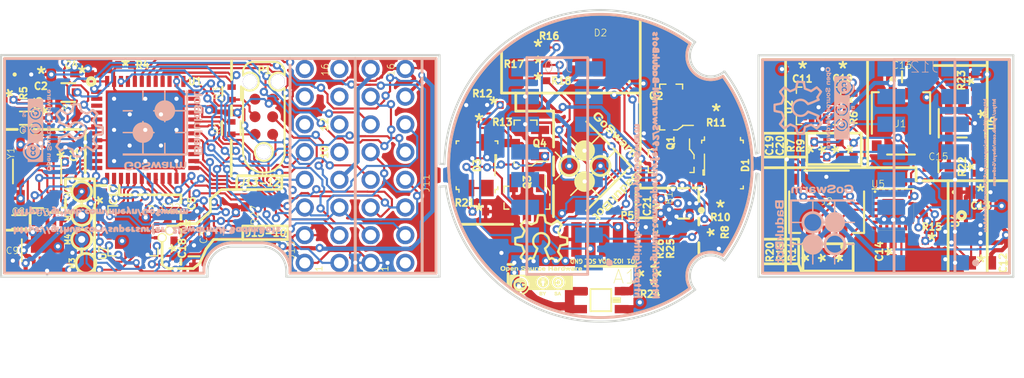
<source format=kicad_pcb>
(kicad_pcb (version 20171130) (host pcbnew "(5.0.0-3-g0214c9d)")
  (title_block (title BadukBot_PCB) (date 2018-10-25) (rev 0.1.0) (comment 1 "Licensed CC-BY-SA 4.0 By Caleb Cover") (comment 2 https://github.com/supersurfer92/SwarmUI-BadukBots))
  (layers (0 F.Cu signal) (31 B.Cu signal) (34 B.Paste user) (35 F.Paste user) (36 B.SilkS user) (37 F.SilkS user) (38 B.Mask user) (39 F.Mask user) (44 Edge.Cuts user))
  (net 0 "")
  (net 1 "Net-(B1-Pad1)")
  (net 2 "Net-(B1-Pad6)")
  (net 3 "Net-(C22-Pad1)")
  (net 4 "Net-(D1-PadA)")
  (net 5 "Net-(D2-Pad6)")
  (net 6 "Net-(D2-Pad4)")
  (net 7 "Net-(D2-Pad5)")
  (net 8 "Net-(D3-PadA)")
  (net 9 "Net-(J1-Pad3)")
  (net 10 "Net-(J1-Pad4)")
  (net 11 "Net-(J2-Pad5)")
  (net 12 "Net-(J2-Pad4)")
  (net 13 "Net-(J2-Pad1)")
  (net 14 "Net-(J2-Pad2)")
  (net 15 "Net-(J2-Pad3)")
  (net 16 "Net-(Q1-Pad1)")
  (net 17 "Net-(Q3-Pad1)")
  (net 18 "Net-(P1-Pad2)")
  (net 19 SWDIO)
  (net 20 NRST)
  (net 21 "Net-(P1-Pad3)")
  (net 22 "Net-(P1-Pad4)")
  (net 23 SWCLK)
  (net 24 "Net-(R27-Pad2)")
  (net 25 "Net-(U1-Pad2)")
  (net 26 "Net-(U1-Pad3)")
  (net 27 "Net-(U1-Pad4)")
  (net 28 CSN)
  (net 29 SCK)
  (net 30 MISO)
  (net 31 MOSI)
  (net 32 RADIO_CE)
  (net 33 "Net-(U1-Pad27)")
  (net 34 "Net-(U1-Pad28)")
  (net 35 RADIO_CLK)
  (net 36 "Net-(U1-Pad33)")
  (net 37 "Net-(U1-Pad35)")
  (net 38 "Net-(U1-Pad36)")
  (net 39 "Net-(U1-Pad39)")
  (net 40 "Net-(R4-Pad1)")
  (net 41 "Net-(U1-Pad45)")
  (net 42 "Net-(U7-Pad9)")
  (net 43 "Net-(R14-Pad1)")
  (net 44 "Net-(R19-Pad1)")
  (net 45 "Net-(R20-Pad1)")
  (net 46 "Net-(U2-Pad11)")
  (net 47 "Net-(U2-Pad10)")
  (net 48 "Net-(R22-Pad2)")
  (net 49 "Net-(U5-Pad6)")
  (net 50 "Net-(U5-Pad10)")
  (net 51 "Net-(U5-Pad20)")
  (net 52 "Net-(U5-Pad16)")
  (net 53 "Net-(U5-Pad1)")
  (net 54 "Net-(U5-Pad5)")
  (net 55 "Net-(U5-Pad19)")
  (net 56 "Net-(U5-Pad17)")
  (net 57 "Net-(U5-Pad18)")
  (net 58 "Net-(U5-Pad7)")
  (net 59 7a_RGBLED3)
  (net 60 21a_3.3v)
  (net 61 2a_GND)
  (net 62 "Net-(J12-Pad10)")
  (net 63 "Net-(J13-Pad10)")
  (net 64 "Net-(J11-Pad2)")
  (net 65 "Net-(J12-Pad16)")
  (net 66 "Net-(J12-Pad14)")
  (net 67 "Net-(J12-Pad12)")
  (net 68 "Net-(J12-Pad15)")
  (net 69 "Net-(J12-Pad13)")
  (net 70 "Net-(J12-Pad11)")
  (net 71 "Net-(J13-Pad11)")
  (net 72 "Net-(J13-Pad12)")
  (net 73 "Net-(J13-Pad13)")
  (net 74 "Net-(J13-Pad14)")
  (net 75 "Net-(J13-Pad15)")
  (net 76 "Net-(J13-Pad16)")
  (net 77 "Net-(M3-Pad1)")
  (net 78 "Net-(M4-Pad1)")
  (net 79 "Net-(M2-Pad1)")
  (net 80 "Net-(M1-Pad1)")
  (net 81 "Net-(P1-Pad6)")
  (net 82 "Net-(J10-Pad10)")
  (net 83 "Net-(J10-Pad8)")
  (net 84 "Net-(J10-Pad11)")
  (net 85 "Net-(J10-Pad9)")
  (net 86 23a_Ground)
  (net 87 "Net-(U2-Pad9)")
  (net 88 "Net-(A1-Pad1)")
  (net 89 2aGND)
  (net 90 14aVDDPA)
  (net 91 12aA1)
  (net 92 13aA2)
  (net 93 2bGND)
  (net 94 1b33v)
  (net 95 MCUX116MHZ)
  (net 96 MCUX216MHZ)
  (net 97 23aGround)
  (net 98 21a33v)
  (net 99 22aVBAT)
  (net 100 28aP41)
  (net 101 1a33v)
  (net 102 6aRGBLED2)
  (net 103 4aPHOTODIODE2)
  (net 104 15aP41)
  (net 105 7aRGBLED3)
  (net 106 5aRGBLED1)
  (net 107 3aPHOTODIODE1)
  (net 108 3bPHOTODIODE1)
  (net 109 4bPHOTODIODE2)
  (net 110 6bRGBLED2)
  (net 111 5bRGBLED1)
  (net 112 7bRGBLED3)
  (net 113 12bA1)
  (net 114 13bA2)
  (net 115 14bVDDPA)
  (net 116 15bP41)
  (net 117 26aSCL)
  (net 118 24aIMUINT)
  (net 119 ~29aTOUCHCHG~)
  (net 120 27aCHARGING)
  (net 121 25aSDA)
  (net 122 22bVBAT)
  (net 123 24bIMUINT)
  (net 124 11bSCL)
  (net 125 10bSDA)
  (net 126 27bCHARGING)
  (net 127 ~29bTOUCHCHG~)
  (net 128 9bIO2)
  (net 129 8bIO1)
  (net 130 21a3.3v)
  (net 131 RADIOIRQ)
  (net 132 RADIOCLK)
  (net 133 MOTORCONTROL4)
  (net 134 MOTORCONTROL3)
  (net 135 MOTORCONTROL2)
  (net 136 MOTORCONTROL1)
  (module library:ExternalPort (layer F.Cu) (at 117.05 113.07 180)
    (fp_text reference P5 (at -1.17 1.72 180) (layer F.SilkS) (effects (font (size 0.5 0.5) (thickness 0.125))))
    (fp_text value Pads hide)
    (pad 6 smd rect (at 2.5 0 180) (size 0.75 2.5) (layers F.Cu F.Paste F.Mask) (net 89 2aGND))
    (pad 5 smd rect (at 1.5 0 180) (size 0.75 2.5) (layers F.Cu F.Paste F.Mask) (net 83 "Net-(J10-Pad8)"))
    (pad 4 smd rect (at 0.5 0 180) (size 0.75 2.5) (layers F.Cu F.Paste F.Mask) (net 85 "Net-(J10-Pad9)"))
    (pad 3 smd rect (at -0.5 0 180) (size 0.75 2.5) (layers F.Cu F.Paste F.Mask) (net 84 "Net-(J10-Pad11)"))
    (pad 2 smd rect (at -1.5 0 180) (size 0.75 2.5) (layers F.Cu F.Paste F.Mask) (net 82 "Net-(J10-Pad10)"))
    (pad 1 smd rect (at -2.5 0 180) (size 0.75 2.5) (layers F.Cu F.Paste F.Mask) (net 101 1a33v))
  )
  (module 16pos_2mm_RA:0877601616 (layer F.Cu) (at 96.20868 107.759148 270)
    (fp_text reference J13 (at 6.080852 2.21868 270) (layer F.SilkS) (effects (font (size 0.5 0.5) (thickness 0.05))))
    (fp_text value 62401621722 hide)
    (fp_text user 1 (at 7.415852 0.22868 270) (layer F.SilkS) (effects (font (size 0.5 0.5) (thickness 0.05))))
    (fp_text user 16 (at -6.949148 -0.22132 270) (layer F.SilkS) (effects (font (size 0.5 0.5) (thickness 0.05))))
    (fp_text user 1 (at 7.415852 0.22868 270) (layer F.SilkS) (effects (font (size 0.5 0.5) (thickness 0.05))))
    (pad 16 thru_hole circle (at -7 -1.25 90) (size 1.308 1.308) (drill 0.8) (layers *.Cu *.Mask) (net 76 "Net-(J13-Pad16)"))
    (pad 15 thru_hole circle (at -7 1.25 90) (size 1.308 1.308) (drill 0.8) (layers *.Cu *.Mask) (net 75 "Net-(J13-Pad15)"))
    (pad 14 thru_hole circle (at -5 -1.25 90) (size 1.308 1.308) (drill 0.8) (layers *.Cu *.Mask) (net 74 "Net-(J13-Pad14)"))
    (pad 13 thru_hole circle (at -5 1.25 90) (size 1.308 1.308) (drill 0.8) (layers *.Cu *.Mask) (net 73 "Net-(J13-Pad13)"))
    (pad 12 thru_hole circle (at -3 -1.25 90) (size 1.308 1.308) (drill 0.8) (layers *.Cu *.Mask) (net 72 "Net-(J13-Pad12)"))
    (pad 11 thru_hole circle (at -3 1.25 90) (size 1.308 1.308) (drill 0.8) (layers *.Cu *.Mask) (net 71 "Net-(J13-Pad11)"))
    (pad 10 thru_hole circle (at -1 -1.25 90) (size 1.308 1.308) (drill 0.8) (layers *.Cu *.Mask) (net 63 "Net-(J13-Pad10)"))
    (pad 9 thru_hole circle (at -1 1.25 90) (size 1.308 1.308) (drill 0.8) (layers *.Cu *.Mask) (net 127 ~29bTOUCHCHG~))
    (pad 7 thru_hole circle (at 1 1.25 90) (size 1.308 1.308) (drill 0.8) (layers *.Cu *.Mask) (net 126 27bCHARGING))
    (pad 8 thru_hole circle (at 1 -1.25 90) (size 1.308 1.308) (drill 0.8) (layers *.Cu *.Mask) (net 116 15bP41))
    (pad 5 thru_hole circle (at 3 1.25 90) (size 1.308 1.308) (drill 0.8) (layers *.Cu *.Mask) (net 125 10bSDA))
    (pad 6 thru_hole circle (at 3 -1.25 90) (size 1.308 1.308) (drill 0.8) (layers *.Cu *.Mask) (net 124 11bSCL))
    (pad 4 thru_hole circle (at 5 -1.25 90) (size 1.308 1.308) (drill 0.8) (layers *.Cu *.Mask) (net 123 24bIMUINT))
    (pad 3 thru_hole circle (at 5 1.25 90) (size 1.308 1.308) (drill 0.8) (layers *.Cu *.Mask) (net 93 2bGND))
    (pad 2 thru_hole circle (at 7 -1.25 90) (size 1.308 1.308) (drill 0.8) (layers *.Cu *.Mask) (net 122 22bVBAT))
    (pad 1 thru_hole circle (at 7 1.25 90) (size 1.308 1.308) (drill 0.8) (layers *.Cu *.Mask) (net 94 1b33v))
  )
  (module 16pos_2mm_RA:0877601616 (layer F.Cu) (at 100.95868 107.759148 270)
    (fp_text reference J11 (at 1.240852 -2.74632 270) (layer F.SilkS) (effects (font (size 0.5 0.5) (thickness 0.05))))
    (fp_text value 62401621722 hide)
    (fp_text user 1 (at 7.415852 0.22868 270) (layer F.SilkS) (effects (font (size 0.5 0.5) (thickness 0.05))))
    (fp_text user 16 (at -6.949148 -0.22132 270) (layer F.SilkS) (effects (font (size 0.5 0.5) (thickness 0.05))))
    (fp_text user 1 (at 7.415852 0.22868 270) (layer F.SilkS) (effects (font (size 0.5 0.5) (thickness 0.05))))
    (pad 16 thru_hole circle (at -7 -1.25 90) (size 1.308 1.308) (drill 0.8) (layers *.Cu *.Mask) (net 93 2bGND))
    (pad 15 thru_hole circle (at -7 1.25 90) (size 1.308 1.308) (drill 0.8) (layers *.Cu *.Mask) (net 116 15bP41))
    (pad 14 thru_hole circle (at -5 -1.25 90) (size 1.308 1.308) (drill 0.8) (layers *.Cu *.Mask) (net 115 14bVDDPA))
    (pad 13 thru_hole circle (at -5 1.25 90) (size 1.308 1.308) (drill 0.8) (layers *.Cu *.Mask) (net 114 13bA2))
    (pad 12 thru_hole circle (at -3 -1.25 90) (size 1.308 1.308) (drill 0.8) (layers *.Cu *.Mask) (net 113 12bA1))
    (pad 11 thru_hole circle (at -3 1.25 90) (size 1.308 1.308) (drill 0.8) (layers *.Cu *.Mask) (net 128 9bIO2))
    (pad 10 thru_hole circle (at -1 -1.25 90) (size 1.308 1.308) (drill 0.8) (layers *.Cu *.Mask) (net 129 8bIO1))
    (pad 9 thru_hole circle (at -1 1.25 90) (size 1.308 1.308) (drill 0.8) (layers *.Cu *.Mask) (net 125 10bSDA))
    (pad 7 thru_hole circle (at 1 1.25 90) (size 1.308 1.308) (drill 0.8) (layers *.Cu *.Mask) (net 112 7bRGBLED3))
    (pad 8 thru_hole circle (at 1 -1.25 90) (size 1.308 1.308) (drill 0.8) (layers *.Cu *.Mask) (net 124 11bSCL))
    (pad 5 thru_hole circle (at 3 1.25 90) (size 1.308 1.308) (drill 0.8) (layers *.Cu *.Mask) (net 111 5bRGBLED1))
    (pad 6 thru_hole circle (at 3 -1.25 90) (size 1.308 1.308) (drill 0.8) (layers *.Cu *.Mask) (net 110 6bRGBLED2))
    (pad 4 thru_hole circle (at 5 -1.25 90) (size 1.308 1.308) (drill 0.8) (layers *.Cu *.Mask) (net 109 4bPHOTODIODE2))
    (pad 3 thru_hole circle (at 5 1.25 90) (size 1.308 1.308) (drill 0.8) (layers *.Cu *.Mask) (net 108 3bPHOTODIODE1))
    (pad 2 thru_hole circle (at 7 -1.25 90) (size 1.308 1.308) (drill 0.8) (layers *.Cu *.Mask) (net 64 "Net-(J11-Pad2)"))
    (pad 1 thru_hole circle (at 7 1.25 90) (size 1.308 1.308) (drill 0.8) (layers *.Cu *.Mask) (net 94 1b33v))
  )
  (module 10K0402:CRCW040210K0FKED (layer F.Cu) (at 134.538827 106.566213 270)
    (fp_text reference R9 (at -0.266213 3.818827 270) (layer F.SilkS) (effects (font (size 0.5 0.5) (thickness 0.125))))
    (fp_text value 10K hide)
    (fp_text user * (at 0 0 270) (layer F.SilkS))
    (pad 2 smd rect (at 0.4699 0 270) (size 0.508 0.5588) (layers F.Cu F.Paste F.Mask) (net 130 21a3.3v))
    (pad 1 smd rect (at -0.4699 0 270) (size 0.508 0.5588) (layers F.Cu F.Paste F.Mask) (net 117 26aSCL))
  )
  (module 1uF:0603ZD105KAT2A (layer F.Cu) (at 143.731369 114.756361 180)
    (fp_text reference C12 (at -1.588631 -0.013639 270) (layer F.SilkS) (effects (font (size 0.5 0.5) (thickness 0.125))))
    (fp_text value 1uF hide)
    (fp_text user * (at 0 0 180) (layer F.SilkS))
    (pad 2 smd rect (at 0.7239 0 180) (size 0.7112 0.9652) (layers F.Cu F.Paste F.Mask) (net 97 23aGround))
    (pad 1 smd rect (at -0.7239 0 180) (size 0.7112 0.9652) (layers F.Cu F.Paste F.Mask) (net 99 22aVBAT))
  )
  (module ADP122ACPZ-3.3-R7:SON65P200X200X60-7N-D (layer F.Cu) (at 143.681369 112.656361)
    (fp_text reference U4 (at -1.801369 -0.946361 -90) (layer F.SilkS) (effects (font (size 0.5 0.5) (thickness 0.125))))
    (fp_text value ADP122ACPZ33R7 hide)
    (pad 7 smd rect (at 0 0) (size 1.1 1.7) (layers F.Cu F.Paste F.Mask) (net 97 23aGround))
    (pad 6 smd rect (at 1.05 -0.65 90) (size 0.35 0.6) (layers F.Cu F.Paste F.Mask) (net 99 22aVBAT))
    (pad 5 smd rect (at 1.05 0 90) (size 0.35 0.6) (layers F.Cu F.Paste F.Mask) (net 97 23aGround))
    (pad 4 smd rect (at 1.05 0.65 90) (size 0.35 0.6) (layers F.Cu F.Paste F.Mask) (net 99 22aVBAT))
    (pad 3 smd rect (at -1.05 0.65 90) (size 0.35 0.6) (layers F.Cu F.Paste F.Mask) (net 97 23aGround))
    (pad 2 smd rect (at -1.05 0 90) (size 0.35 0.6) (layers F.Cu F.Paste F.Mask) (net 97 23aGround))
    (pad 1 smd rect (at -1.05 -0.65 90) (size 0.35 0.6) (layers F.Cu F.Paste F.Mask) (net 98 21a33v))
  )
  (module 1uF:0603ZD105KAT2A (layer F.Cu) (at 143.681369 109.656361)
    (fp_text reference C13 (at 0.008631 0.973639) (layer F.SilkS) (effects (font (size 0.5 0.5) (thickness 0.125))))
    (fp_text value 1uF hide)
    (fp_text user * (at 0 0) (layer F.SilkS))
    (pad 2 smd rect (at 0.7239 0) (size 0.7112 0.9652) (layers F.Cu F.Paste F.Mask) (net 97 23aGround))
    (pad 1 smd rect (at -0.7239 0) (size 0.7112 0.9652) (layers F.Cu F.Paste F.Mask) (net 98 21a33v))
  )
  (module "2.2nF X7R 50V:C0402C222K5RACTU" (layer F.Cu) (at 120.62868 110.659148 270)
    (fp_text reference C21 (at -0.009148 0.97868 270) (layer F.SilkS) (effects (font (size 0.5 0.5) (thickness 0.125))))
    (fp_text value 2.2nF hide)
    (fp_text user * (at 0 0 270) (layer F.SilkS))
    (pad 2 smd rect (at 0.5334 0 270) (size 0.6604 0.508) (layers F.Cu F.Paste F.Mask) (net 89 2aGND))
    (pad 1 smd rect (at -0.5334 0 270) (size 0.6604 0.508) (layers F.Cu F.Paste F.Mask) (net 90 14aVDDPA))
  )
  (module MOLEX_78171-0002:MOLEX_78171-0002_0 (layer F.Cu) (at 137.950937 104.687532)
    (fp_text reference J1 (at -0.034148 0.025778) (layer F.SilkS) (effects (font (size 0.5 0.5) (thickness 0.05))))
    (fp_text value MOLEX781710002 hide)
    (pad 2 smd rect (at 0.6 -2.145) (size 0.6 0.85) (layers F.Cu F.Paste F.Mask) (net 97 23aGround))
    (pad 1 smd rect (at -0.6 -2.145) (size 0.6 0.85) (layers F.Cu F.Paste F.Mask) (net 99 22aVBAT))
    (pad 4 smd rect (at 1.75 1.63) (size 0.7 0.8) (layers F.Cu F.Paste F.Mask) (net 10 "Net-(J1-Pad4)"))
    (pad 3 smd rect (at -1.75 1.63) (size 0.7 0.8) (layers F.Cu F.Paste F.Mask) (net 9 "Net-(J1-Pad3)"))
  )
  (module TAIYO_YUDEN_LMK107BJ475KA-T:TAIYO_YUDEN_LMK107BJ475KA-T_0 (layer F.Cu) (at 138.025937 101.32463)
    (fp_text reference C16 (at 0.000852 -0.83132) (layer F.SilkS) (effects (font (size 0.5 0.5) (thickness 0.05))))
    (fp_text value Taiyo hide)
    (pad 2 smd rect (at 0.8 0) (size 0.7 0.7) (layers F.Cu F.Paste F.Mask) (net 97 23aGround))
    (pad 1 smd rect (at -0.8 0) (size 0.7 0.7) (layers F.Cu F.Paste F.Mask) (net 99 22aVBAT))
  )
  (module 100nf:C0402C104K4RACTU (layer F.Cu) (at 131.698827 106.566213 90)
    (fp_text reference C19 (at 0.286213 -3.228827 90) (layer F.SilkS) (effects (font (size 0.5 0.5) (thickness 0.125))))
    (fp_text value 10nF hide)
    (fp_text user * (at 0 0 90) (layer F.SilkS))
    (pad 2 smd rect (at 0.5334 0 90) (size 0.6604 0.508) (layers F.Cu F.Paste F.Mask) (net 98 21a33v))
    (pad 1 smd rect (at -0.5334 0 90) (size 0.6604 0.508) (layers F.Cu F.Paste F.Mask) (net 97 23aGround))
  )
  (module digikey-footprints:SOT-23-3 (layer F.Cu) (at 110.87868 106.109148 180)
    (fp_text reference Q4 (at -1.02132 -0.020852) (layer F.SilkS) (effects (font (size 0.5 0.5) (thickness 0.125))))
    (fp_text value MMBT3904LT1G)
    (pad 1 smd rect (at -1.05 -0.95 180) (size 1.3 0.6) (layers F.Cu F.Paste F.Mask) (net 8 "Net-(D3-PadA)"))
    (pad 2 smd rect (at -1.05 0.95 180) (size 1.3 0.6) (layers F.Cu F.Paste F.Mask) (net 89 2aGND))
    (pad 3 smd rect (at 1.05 0 180) (size 1.3 0.6) (layers F.Cu F.Paste F.Mask) (net 17 "Net-(Q3-Pad1)"))
  )
  (module 22r:VISHAY_CRCW040222R0FKED_0 (layer F.Cu) (at 89.68678 102.52063 90)
    (fp_text reference R3 (at 0.01063 -1.04678 90) (layer F.SilkS) (effects (font (size 0.5 0.5) (thickness 0.05))))
    (fp_text value VISHAY_CRCW040222R0FKED hide)
    (pad 2 smd rect (at 0.45 0 90) (size 0.4 0.6) (layers F.Cu F.Paste F.Mask) (net 23 SWCLK))
    (pad 1 smd rect (at -0.45 0 90) (size 0.4 0.6) (layers F.Cu F.Paste F.Mask) (net 22 "Net-(P1-Pad4)"))
  )
  (module digikey-footprints:QFN-20-1EP_4x4mm_RevA (layer F.Cu) (at 82.571173 112.448706 270)
    (fp_text reference U7 (at 1.591294 2.181173 270) (layer F.SilkS) (effects (font (size 0.5 0.5) (thickness 0.125))))
    (fp_text value NRF24L01PR7)
    (pad 16 smd rect (at 1 -1.7 270) (size 0.25 0.4) (layers F.Cu F.Paste F.Mask) (net 24 "Net-(R27-Pad2)"))
    (pad 17 smd rect (at 0.5 -1.7 270) (size 0.25 0.4) (layers F.Cu F.Paste F.Mask) (net 93 2bGND))
    (pad 18 smd rect (at 0 -1.7 270) (size 0.25 0.4) (layers F.Cu F.Paste F.Mask) (net 94 1b33v))
    (pad 19 smd rect (at -0.5 -1.7 270) (size 0.25 0.4) (layers F.Cu F.Paste F.Mask) (net 3 "Net-(C22-Pad1)"))
    (pad 20 smd rect (at -1 -1.7 270) (size 0.25 0.4) (layers F.Cu F.Paste F.Mask) (net 93 2bGND))
    (pad 10 smd rect (at 1 1.7 270) (size 0.25 0.4) (layers F.Cu F.Paste F.Mask) (net 35 RADIO_CLK))
    (pad 9 smd rect (at 0.5 1.7 270) (size 0.25 0.4) (layers F.Cu F.Paste F.Mask) (net 42 "Net-(U7-Pad9)"))
    (pad 8 smd rect (at 0 1.7 270) (size 0.25 0.4) (layers F.Cu F.Paste F.Mask) (net 93 2bGND))
    (pad 7 smd rect (at -0.5 1.7 270) (size 0.25 0.4) (layers F.Cu F.Paste F.Mask) (net 94 1b33v))
    (pad 6 smd rect (at -1 1.7 270) (size 0.25 0.4) (layers F.Cu F.Paste F.Mask) (net 131 RADIOIRQ))
    (pad 11 smd rect (at 1.7 1 270) (size 0.4 0.25) (layers F.Cu F.Paste F.Mask) (net 115 14bVDDPA))
    (pad 12 smd rect (at 1.7 0.5 270) (size 0.4 0.25) (layers F.Cu F.Paste F.Mask) (net 113 12bA1))
    (pad 13 smd rect (at 1.7 0 270) (size 0.4 0.25) (layers F.Cu F.Paste F.Mask) (net 114 13bA2))
    (pad 14 smd rect (at 1.7 -0.5 270) (size 0.4 0.25) (layers F.Cu F.Paste F.Mask) (net 93 2bGND))
    (pad 15 smd rect (at 1.7 -1 270) (size 0.4 0.25) (layers F.Cu F.Paste F.Mask) (net 94 1b33v))
    (pad 5 smd rect (at -1.7 1 270) (size 0.4 0.25) (layers F.Cu F.Paste F.Mask) (net 30 MISO))
    (pad 4 smd rect (at -1.7 0.5 270) (size 0.4 0.25) (layers F.Cu F.Paste F.Mask) (net 31 MOSI))
    (pad 3 smd rect (at -1.7 0 270) (size 0.4 0.25) (layers F.Cu F.Paste F.Mask) (net 29 SCK))
    (pad 2 smd rect (at -1.7 -0.5 270) (size 0.4 0.25) (layers F.Cu F.Paste F.Mask) (net 28 CSN))
    (pad 21 smd rect (at 0 0 270) (size 2.6 2.6) (layers F.Cu F.Paste F.Mask) (net 93 2bGND))
    (pad 1 smd rect (at -1.7 -1 270) (size 0.4 0.25) (layers F.Cu F.Paste F.Mask) (net 32 RADIO_CE))
  )
  (module Silk:OpenHardwareLogo (layer B.Cu) (at 77.54 105.19 90)
    (fp_text reference G2 hide)
    (fp_text value LOGO hide)
  )
  (module Silk:BadukBot-GoSwarm (layer B.Cu) (at 84.7 105.2 90)
    (fp_text reference G1 hide)
    (fp_text value LOGO hide)
  )
  (module Connector_DIN:Conn_01x02_Female (layer F.Cu) (at 115.17868 107.759148)
    (fp_text reference P4 hide)
    (fp_text value Conn01x02Female hide)
    (pad 1 smd circle (at -1.15 0) (size 1.524 1.524) (layers F.Cu F.Paste F.Mask) (net 104 15aP41))
    (pad 2 smd circle (at 1.1 0) (size 1.524 1.524) (layers F.Cu F.Paste F.Mask) (net 89 2aGND))
  )
  (module A13:A13_1 (layer B.Cu) (at 113.77868 107.759148 270)
    (fp_text reference J10 (at -7.134148 0.55368 180) (layer B.SilkS) (effects (font (size 0.787402 0.787402) (thickness 0.05)) (justify mirror)))
    (fp_text value A316DA2SV71 hide)
    (pad 16 smd rect (at -7.008176 2.927607 270) (size 1.1 2) (layers B.Cu B.Paste B.Mask) (net 89 2aGND))
    (pad 14 smd rect (at -5.008176 2.927607 270) (size 1.1 2) (layers B.Cu B.Paste B.Mask) (net 90 14aVDDPA))
    (pad 12 smd rect (at -3.008176 2.927607 270) (size 1.1 2) (layers B.Cu B.Paste B.Mask) (net 91 12aA1))
    (pad 10 smd rect (at -1.008176 2.927607 270) (size 1.1 2) (layers B.Cu B.Paste B.Mask) (net 82 "Net-(J10-Pad10)"))
    (pad 8 smd rect (at 0.991824 2.927607 270) (size 1.1 2) (layers B.Cu B.Paste B.Mask) (net 83 "Net-(J10-Pad8)"))
    (pad 6 smd rect (at 2.991824 2.927607 270) (size 1.1 2) (layers B.Cu B.Paste B.Mask) (net 102 6aRGBLED2))
    (pad 4 smd rect (at 4.991824 2.927607 270) (size 1.1 2) (layers B.Cu B.Paste B.Mask) (net 103 4aPHOTODIODE2))
    (pad 2 smd rect (at 6.991824 2.927607 270) (size 1.1 2) (layers B.Cu B.Paste B.Mask) (net 89 2aGND))
    (pad 15 smd rect (at -7.008176 -1.672393 270) (size 1.1 2) (layers B.Cu B.Paste B.Mask) (net 104 15aP41))
    (pad 13 smd rect (at -5.008176 -1.672393 270) (size 1.1 2) (layers B.Cu B.Paste B.Mask) (net 92 13aA2))
    (pad 11 smd rect (at -3.008176 -1.672393 270) (size 1.1 2) (layers B.Cu B.Paste B.Mask) (net 84 "Net-(J10-Pad11)"))
    (pad 9 smd rect (at -1.008176 -1.672393 270) (size 1.1 2) (layers B.Cu B.Paste B.Mask) (net 85 "Net-(J10-Pad9)"))
    (pad 7 smd rect (at 0.991824 -1.672393 270) (size 1.1 2) (layers B.Cu B.Paste B.Mask) (net 105 7aRGBLED3))
    (pad 5 smd rect (at 2.991824 -1.672393 270) (size 1.1 2) (layers B.Cu B.Paste B.Mask) (net 106 5aRGBLED1))
    (pad 3 smd rect (at 4.991824 -1.672393 270) (size 1.1 2) (layers B.Cu B.Paste B.Mask) (net 107 3aPHOTODIODE1))
    (pad 1 smd rect (at 6.991824 -1.672393 270) (size 1.1 2) (layers B.Cu B.Paste B.Mask) (net 101 1a33v))
  )
  (module A13:A13_1 (layer B.Cu) (at 140.17868 107.759148 270)
    (fp_text reference J12 (at -7.134148 0.55368 180) (layer B.SilkS) (effects (font (size 0.787402 0.787402) (thickness 0.05)) (justify mirror)))
    (fp_text value A316DA2SV71 hide)
    (pad 16 smd rect (at -7.008176 2.927607 270) (size 1.1 2) (layers B.Cu B.Paste B.Mask) (net 65 "Net-(J12-Pad16)"))
    (pad 14 smd rect (at -5.008176 2.927607 270) (size 1.1 2) (layers B.Cu B.Paste B.Mask) (net 66 "Net-(J12-Pad14)"))
    (pad 12 smd rect (at -3.008176 2.927607 270) (size 1.1 2) (layers B.Cu B.Paste B.Mask) (net 67 "Net-(J12-Pad12)"))
    (pad 10 smd rect (at -1.008176 2.927607 270) (size 1.1 2) (layers B.Cu B.Paste B.Mask) (net 62 "Net-(J12-Pad10)"))
    (pad 8 smd rect (at 0.991824 2.927607 270) (size 1.1 2) (layers B.Cu B.Paste B.Mask) (net 100 28aP41))
    (pad 6 smd rect (at 2.991824 2.927607 270) (size 1.1 2) (layers B.Cu B.Paste B.Mask) (net 117 26aSCL))
    (pad 4 smd rect (at 4.991824 2.927607 270) (size 1.1 2) (layers B.Cu B.Paste B.Mask) (net 118 24aIMUINT))
    (pad 2 smd rect (at 6.991824 2.927607 270) (size 1.1 2) (layers B.Cu B.Paste B.Mask) (net 99 22aVBAT))
    (pad 15 smd rect (at -7.008176 -1.672393 270) (size 1.1 2) (layers B.Cu B.Paste B.Mask) (net 68 "Net-(J12-Pad15)"))
    (pad 13 smd rect (at -5.008176 -1.672393 270) (size 1.1 2) (layers B.Cu B.Paste B.Mask) (net 69 "Net-(J12-Pad13)"))
    (pad 11 smd rect (at -3.008176 -1.672393 270) (size 1.1 2) (layers B.Cu B.Paste B.Mask) (net 70 "Net-(J12-Pad11)"))
    (pad 9 smd rect (at -1.008176 -1.672393 270) (size 1.1 2) (layers B.Cu B.Paste B.Mask) (net 119 ~29aTOUCHCHG~))
    (pad 7 smd rect (at 0.991824 -1.672393 270) (size 1.1 2) (layers B.Cu B.Paste B.Mask) (net 120 27aCHARGING))
    (pad 5 smd rect (at 2.991824 -1.672393 270) (size 1.1 2) (layers B.Cu B.Paste B.Mask) (net 121 25aSDA))
    (pad 3 smd rect (at 4.991824 -1.672393 270) (size 1.1 2) (layers B.Cu B.Paste B.Mask) (net 97 23aGround))
    (pad 1 smd rect (at 6.991824 -1.672393 270) (size 1.1 2) (layers B.Cu B.Paste B.Mask) (net 98 21a33v))
  )
  (module 100nf:C0402C104K4RACTU (layer F.Cu) (at 85.53 113.72 270)
    (fp_text reference C18 (at -0.009148 -0.59132 270) (layer F.SilkS) (effects (font (size 0.5 0.5) (thickness 0.125))))
    (fp_text value 100nF hide)
    (fp_text user * (at -0.009148 -0.23132 270) (layer F.SilkS))
    (pad 2 smd rect (at 0.5334 0 270) (size 0.6604 0.508) (layers F.Cu F.Paste F.Mask) (net 94 1b33v))
    (pad 1 smd rect (at -0.5334 0 270) (size 0.6604 0.508) (layers F.Cu F.Paste F.Mask) (net 93 2bGND))
  )
  (module 100nf:C0402C104K4RACTU (layer F.Cu) (at 76.50868 103.759148 270)
    (fp_text reference C6 (at -0.509148 0.77868 270) (layer F.SilkS) (effects (font (size 0.5 0.5) (thickness 0.125))))
    (fp_text value 100nF hide)
    (fp_text user * (at 0 0 270) (layer F.SilkS))
    (pad 2 smd rect (at 0.5334 0 270) (size 0.6604 0.508) (layers F.Cu F.Paste F.Mask) (net 93 2bGND))
    (pad 1 smd rect (at -0.5334 0 270) (size 0.6604 0.508) (layers F.Cu F.Paste F.Mask) (net 20 NRST))
  )
  (module vq:VQFN_20PAD (layer F.Cu) (at 137.379716 110.9215)
    (fp_text reference U5 (at -1.07868 -1.859148) (layer F.SilkS) (effects (font (size 0.5 0.5) (thickness 0.05))))
    (fp_text value AT42QT1070MMHCTND hide)
    (pad 13 smd rect (at 1.3 0 180) (size 0.4 0.22) (layers F.Cu F.Paste F.Mask) (net 97 23aGround))
    (pad 12 smd rect (at 1.3 0.45 180) (size 0.4 0.22) (layers F.Cu F.Paste F.Mask) (net 121 25aSDA))
    (pad 14 smd rect (at 1.3 -0.45 180) (size 0.4 0.22) (layers F.Cu F.Paste F.Mask) (net 119 ~29aTOUCHCHG~))
    (pad 3 smd rect (at -1.3 0 180) (size 0.4 0.22) (layers F.Cu F.Paste F.Mask) (net 44 "Net-(R19-Pad1)"))
    (pad 4 smd rect (at -1.3 0.45 180) (size 0.4 0.22) (layers F.Cu F.Paste F.Mask) (net 43 "Net-(R14-Pad1)"))
    (pad 2 smd rect (at -1.3 -0.45 180) (size 0.4 0.22) (layers F.Cu F.Paste F.Mask) (net 45 "Net-(R20-Pad1)"))
    (pad 8 smd rect (at 0 1.3 270) (size 0.4 0.22) (layers F.Cu F.Paste F.Mask) (net 97 23aGround))
    (pad 9 smd rect (at 0.45 1.3 270) (size 0.4 0.22) (layers F.Cu F.Paste F.Mask) (net 97 23aGround))
    (pad 7 smd rect (at -0.45 1.3 270) (size 0.4 0.22) (layers F.Cu F.Paste F.Mask) (net 58 "Net-(U5-Pad7)"))
    (pad 18 smd rect (at 0 -1.3 270) (size 0.4 0.22) (layers F.Cu F.Paste F.Mask) (net 57 "Net-(U5-Pad18)"))
    (pad 17 smd rect (at 0.45 -1.3 270) (size 0.4 0.22) (layers F.Cu F.Paste F.Mask) (net 56 "Net-(U5-Pad17)"))
    (pad 19 smd rect (at -0.45 -1.3 270) (size 0.4 0.22) (layers F.Cu F.Paste F.Mask) (net 55 "Net-(U5-Pad19)"))
    (pad 11 smd rect (at 1.3 0.9 180) (size 0.4 0.22) (layers F.Cu F.Paste F.Mask) (net 97 23aGround))
    (pad 5 smd rect (at -1.3 0.9 180) (size 0.4 0.22) (layers F.Cu F.Paste F.Mask) (net 54 "Net-(U5-Pad5)"))
    (pad 15 smd rect (at 1.3 -0.9 180) (size 0.4 0.22) (layers F.Cu F.Paste F.Mask) (net 117 26aSCL))
    (pad 1 smd rect (at -1.3 -0.9 180) (size 0.4 0.22) (layers F.Cu F.Paste F.Mask) (net 53 "Net-(U5-Pad1)"))
    (pad 16 smd rect (at 0.9 -1.3 270) (size 0.4 0.22) (layers F.Cu F.Paste F.Mask) (net 52 "Net-(U5-Pad16)"))
    (pad 20 smd rect (at -0.9 -1.3 270) (size 0.4 0.22) (layers F.Cu F.Paste F.Mask) (net 51 "Net-(U5-Pad20)"))
    (pad 10 smd rect (at 0.9 1.3 270) (size 0.4 0.22) (layers F.Cu F.Paste F.Mask) (net 50 "Net-(U5-Pad10)"))
    (pad 6 smd rect (at -0.9 1.3 270) (size 0.4 0.22) (layers F.Cu F.Paste F.Mask) (net 49 "Net-(U5-Pad6)"))
    (pad 44 smd rect (at 0 0 180) (size 1.55 1.55) (layers F.Cu F.Paste F.Mask) (net 97 23aGround))
  )
  (module 10uF:CAPC1608X9N (layer F.Cu) (at 73.91 113.85 90)
    (fp_text reference C9 (at -0.025 -0.035) (layer F.SilkS) (effects (font (size 0.480732 0.480732) (thickness 0.05))))
    (fp_text value 10uF hide)
    (pad 2 smd rect (at 0.75 0 90) (size 0.93 0.93) (layers F.Cu F.Paste F.Mask) (net 93 2bGND))
    (pad 1 smd rect (at -0.75 0 90) (size 0.93 0.93) (layers F.Cu F.Paste F.Mask) (net 94 1b33v))
  )
  (module 1uF:0603ZD105KAT2A (layer F.Cu) (at 75.95868 101.159148)
    (fp_text reference C2 (at -0.02868 0.840852) (layer F.SilkS) (effects (font (size 0.5 0.5) (thickness 0.125))))
    (fp_text value 1uF hide)
    (fp_text user * (at 0 0) (layer F.SilkS))
    (pad 2 smd rect (at 0.7239 0) (size 0.7112 0.9652) (layers F.Cu F.Paste F.Mask) (net 93 2bGND))
    (pad 1 smd rect (at -0.7239 0) (size 0.7112 0.9652) (layers F.Cu F.Paste F.Mask) (net 94 1b33v))
  )
  (module 33nF:CAPC1005X55N (layer F.Cu) (at 85.52 111.58)
    (fp_text reference C22 (at -0.23 -0.81) (layer F.SilkS) (effects (font (size 0.5 0.5) (thickness 0.05))))
    (fp_text value 33nF hide)
    (pad 2 smd rect (at 0.43 0 90) (size 0.6 0.54) (layers F.Cu F.Paste F.Mask) (net 93 2bGND))
    (pad 1 smd rect (at -0.43 0 90) (size 0.6 0.54) (layers F.Cu F.Paste F.Mask) (net 3 "Net-(C22-Pad1)"))
  )
  (module JOHANSON_2450BM14A0002T:JOHANSON_2450BM14A0002T_0 (layer F.Cu) (at 122.27868 110.459148 180)
    (fp_text reference B1 (at 1.05368 0.384148 -90) (layer F.SilkS) (effects (font (size 0.5 0.5) (thickness 0.05))))
    (fp_text value nrf24l01 hide)
    (pad 6 smd rect (at 0.425 -0.5 180) (size 0.55 0.25) (layers F.Cu F.Paste F.Mask) (net 2 "Net-(B1-Pad6)"))
    (pad 5 smd rect (at 0.425 0 180) (size 0.55 0.25) (layers F.Cu F.Paste F.Mask) (net 90 14aVDDPA))
    (pad 4 smd rect (at 0.425 0.5 180) (size 0.55 0.25) (layers F.Cu F.Paste F.Mask) (net 91 12aA1))
    (pad 3 smd rect (at -0.425 0.5 180) (size 0.55 0.25) (layers F.Cu F.Paste F.Mask) (net 92 13aA2))
    (pad 2 smd rect (at -0.425 0 180) (size 0.55 0.25) (layers F.Cu F.Paste F.Mask) (net 89 2aGND))
    (pad 1 smd rect (at -0.425 -0.5 180) (size 0.55 0.25) (layers F.Cu F.Paste F.Mask) (net 1 "Net-(B1-Pad1)"))
  )
  (module 22pf_GRM1555C1H220JA01D:CAPC1005X55N (layer F.Cu) (at 74.90868 104.309148)
    (fp_text reference C7 (at -0.07868 0.865852) (layer F.SilkS) (effects (font (size 0.5 0.5) (thickness 0.05))))
    (fp_text value 22pF hide)
    (pad 2 smd rect (at 0.43 0 90) (size 0.6 0.54) (layers F.Cu F.Paste F.Mask) (net 93 2bGND))
    (pad 1 smd rect (at -0.43 0 90) (size 0.6 0.54) (layers F.Cu F.Paste F.Mask) (net 95 MCUX116MHZ))
  )
  (module 22pf_GRM1555C1H220JA01D:CAPC1005X55N (layer F.Cu) (at 74.355 111.8 180)
    (fp_text reference C8 (at 0.05 0.75 180) (layer F.SilkS) (effects (font (size 0.5 0.5) (thickness 0.05))))
    (fp_text value 22pF hide)
    (pad 2 smd rect (at 0.43 0 270) (size 0.6 0.54) (layers F.Cu F.Paste F.Mask) (net 93 2bGND))
    (pad 1 smd rect (at -0.43 0 270) (size 0.6 0.54) (layers F.Cu F.Paste F.Mask) (net 96 MCUX216MHZ))
  )
  (module TAIYO_YUDEN_LMK107BJ475KA-T:TAIYO_YUDEN_LMK107BJ475KA-T_0 (layer F.Cu) (at 86.97 114.29 270)
    (fp_text reference C3 (at -1.38 -0.7 270) (layer F.SilkS) (effects (font (size 0.5 0.5) (thickness 0.05))))
    (fp_text value TAIYO_YUDEN_LMK107BJ475KA-T hide)
    (pad 2 smd rect (at 0.8 0 270) (size 0.7 0.7) (layers F.Cu F.Paste F.Mask) (net 93 2bGND))
    (pad 1 smd rect (at -0.8 0 270) (size 0.7 0.7) (layers F.Cu F.Paste F.Mask) (net 94 1b33v))
  )
  (module TAIYO_YUDEN_LMK107BJ475KA-T:TAIYO_YUDEN_LMK107BJ475KA-T_0 (layer F.Cu) (at 140.653201 107.827588 180)
    (fp_text reference C15 (at 0.000852 0.737588 180) (layer F.SilkS) (effects (font (size 0.5 0.5) (thickness 0.05))))
    (fp_text value TAIYO_YUDEN_LMK107BJ475KA-T hide)
    (pad 2 smd rect (at 0.8 0 180) (size 0.7 0.7) (layers F.Cu F.Paste F.Mask) (net 97 23aGround))
    (pad 1 smd rect (at -0.8 0 180) (size 0.7 0.7) (layers F.Cu F.Paste F.Mask) (net 100 28aP41))
  )
  (module SMLVN6RGB1W1:LED310X280X60-6N (layer F.Cu) (at 116.27868 99.959148 180)
    (fp_text reference D2 (at -0.00132 1.809148 180) (layer F.SilkS) (effects (font (size 0.5 0.5) (thickness 0.05))))
    (fp_text value SMLVN6RGB1W1 hide)
    (pad 5 smd rect (at 1.525 0 180) (size 1.45 0.6) (layers F.Cu F.Paste F.Mask) (net 7 "Net-(D2-Pad5)"))
    (pad 2 smd rect (at -1.525 0 180) (size 1.45 0.6) (layers F.Cu F.Paste F.Mask) (net 101 1a33v))
    (pad 4 smd rect (at 1.525 0.95 180) (size 1.45 0.8) (layers F.Cu F.Paste F.Mask) (net 6 "Net-(D2-Pad4)"))
    (pad 6 smd rect (at 1.525 -0.95 180) (size 1.45 0.8) (layers F.Cu F.Paste F.Mask) (net 5 "Net-(D2-Pad6)"))
    (pad 3 smd rect (at -1.525 0.95 180) (size 1.45 0.8) (layers F.Cu F.Paste F.Mask) (net 101 1a33v))
    (pad 1 smd rect (at -1.525 -0.95 180) (size 1.45 0.8) (layers F.Cu F.Paste F.Mask) (net 101 1a33v))
  )
  (module MOLEX_78171-0003:MOLEX_78171-0003_0 (layer F.Cu) (at 132.59 110.35 180)
    (fp_text reference J2 (at -0.019148 0.01868 180) (layer F.SilkS) (effects (font (size 0.5 0.5) (thickness 0.05))))
    (fp_text value MOLEX781710003 hide)
    (pad 5 smd rect (at 2.35 1.63 180) (size 0.7 0.8) (layers F.Cu F.Paste F.Mask) (net 11 "Net-(J2-Pad5)"))
    (pad 4 smd rect (at -2.35 1.63 180) (size 0.7 0.8) (layers F.Cu F.Paste F.Mask) (net 12 "Net-(J2-Pad4)"))
    (pad 1 smd rect (at -1.2 -2.145 180) (size 0.6 0.85) (layers F.Cu F.Paste F.Mask) (net 13 "Net-(J2-Pad1)"))
    (pad 2 smd rect (at 0 -2.145 180) (size 0.6 0.85) (layers F.Cu F.Paste F.Mask) (net 14 "Net-(J2-Pad2)"))
    (pad 3 smd rect (at 1.2 -2.145 180) (size 0.6 0.85) (layers F.Cu F.Paste F.Mask) (net 15 "Net-(J2-Pad3)"))
  )
  (module 22r:VISHAY_CRCW040222R0FKED_0 (layer F.Cu) (at 89.665169 105.02971 90)
    (fp_text reference R1 (at 0.022686 -1.025169 90) (layer F.SilkS) (effects (font (size 0.5 0.5) (thickness 0.05))))
    (fp_text value VISHAY_CRCW040222R0FKED hide)
    (pad 2 smd rect (at 0.45 0 90) (size 0.4 0.6) (layers F.Cu F.Paste F.Mask) (net 19 SWDIO))
    (pad 1 smd rect (at -0.45 0 90) (size 0.4 0.6) (layers F.Cu F.Paste F.Mask) (net 18 "Net-(P1-Pad2)"))
  )
  (module 22r:VISHAY_CRCW040222R0FKED_0 (layer F.Cu) (at 77.90868 102.459148 180)
    (fp_text reference R2 (at -0.00132 -1.130852 180) (layer F.SilkS) (effects (font (size 0.5 0.5) (thickness 0.05))))
    (fp_text value VISHAY_CRCW040222R0FKED hide)
    (pad 2 smd rect (at 0.45 0 180) (size 0.4 0.6) (layers F.Cu F.Paste F.Mask) (net 20 NRST))
    (pad 1 smd rect (at -0.45 0 180) (size 0.4 0.6) (layers F.Cu F.Paste F.Mask) (net 21 "Net-(P1-Pad3)"))
  )
  (module 22K:RESC1005X40N (layer F.Cu) (at 90.66 111.3 270)
    (fp_text reference R27 (at 0.014499 -0.692352 270) (layer F.SilkS) (effects (font (size 0.5 0.5) (thickness 0.05))))
    (fp_text value 22K hide)
    (pad 2 smd rect (at 0.5842 0 270) (size 0.6604 0.6096) (layers F.Cu F.Paste F.Mask) (net 24 "Net-(R27-Pad2)"))
    (pad 1 smd rect (at -0.5842 0 270) (size 0.6604 0.6096) (layers F.Cu F.Paste F.Mask) (net 93 2bGND))
  )
  (module STM32F051C8U6:QFN50P700X700X65-49N-D (layer F.Cu) (at 83.45868 105.159148)
    (fp_text reference U1 (at 3.6 -3.5) (layer F.SilkS) (effects (font (size 0.5 0.5) (thickness 0.125))))
    (fp_text value STM32F051C8U6 hide)
    (pad 49 smd rect (at 0 0) (size 5.7 5.7) (layers F.Cu F.Paste F.Mask) (net 93 2bGND))
    (pad 48 smd rect (at -2.75 -3.5) (size 0.3 0.8) (layers F.Cu F.Paste F.Mask) (net 94 1b33v))
    (pad 47 smd rect (at -2.25 -3.5) (size 0.3 0.8) (layers F.Cu F.Paste F.Mask) (net 93 2bGND))
    (pad 46 smd rect (at -1.75 -3.5) (size 0.3 0.8) (layers F.Cu F.Paste F.Mask) (net 108 3bPHOTODIODE1))
    (pad 45 smd rect (at -1.25 -3.5) (size 0.3 0.8) (layers F.Cu F.Paste F.Mask) (net 41 "Net-(U1-Pad45)"))
    (pad 44 smd rect (at -0.75 -3.5) (size 0.3 0.8) (layers F.Cu F.Paste F.Mask) (net 40 "Net-(R4-Pad1)"))
    (pad 43 smd rect (at -0.25 -3.5) (size 0.3 0.8) (layers F.Cu F.Paste F.Mask) (net 125 10bSDA))
    (pad 42 smd rect (at 0.25 -3.5) (size 0.3 0.8) (layers F.Cu F.Paste F.Mask) (net 124 11bSCL))
    (pad 41 smd rect (at 0.75 -3.5) (size 0.3 0.8) (layers F.Cu F.Paste F.Mask) (net 128 9bIO2))
    (pad 40 smd rect (at 1.25 -3.5) (size 0.3 0.8) (layers F.Cu F.Paste F.Mask) (net 129 8bIO1))
    (pad 39 smd rect (at 1.75 -3.5) (size 0.3 0.8) (layers F.Cu F.Paste F.Mask) (net 39 "Net-(U1-Pad39)"))
    (pad 38 smd rect (at 2.25 -3.5) (size 0.3 0.8) (layers F.Cu F.Paste F.Mask) (net 131 RADIOIRQ))
    (pad 37 smd rect (at 2.75 -3.5) (size 0.3 0.8) (layers F.Cu F.Paste F.Mask) (net 23 SWCLK))
    (pad 36 smd rect (at 3.5 -2.75 90) (size 0.3 0.8) (layers F.Cu F.Paste F.Mask) (net 38 "Net-(U1-Pad36)"))
    (pad 35 smd rect (at 3.5 -2.25 90) (size 0.3 0.8) (layers F.Cu F.Paste F.Mask) (net 37 "Net-(U1-Pad35)"))
    (pad 34 smd rect (at 3.5 -1.75 90) (size 0.3 0.8) (layers F.Cu F.Paste F.Mask) (net 19 SWDIO))
    (pad 33 smd rect (at 3.5 -1.25 90) (size 0.3 0.8) (layers F.Cu F.Paste F.Mask) (net 36 "Net-(U1-Pad33)"))
    (pad 32 smd rect (at 3.5 -0.75 90) (size 0.3 0.8) (layers F.Cu F.Paste F.Mask) (net 110 6bRGBLED2))
    (pad 31 smd rect (at 3.5 -0.25 90) (size 0.3 0.8) (layers F.Cu F.Paste F.Mask) (net 111 5bRGBLED1))
    (pad 30 smd rect (at 3.5 0.25 90) (size 0.3 0.8) (layers F.Cu F.Paste F.Mask) (net 112 7bRGBLED3))
    (pad 29 smd rect (at 3.5 0.75 90) (size 0.3 0.8) (layers F.Cu F.Paste F.Mask) (net 132 RADIOCLK))
    (pad 28 smd rect (at 3.5 1.25 90) (size 0.3 0.8) (layers F.Cu F.Paste F.Mask) (net 34 "Net-(U1-Pad28)"))
    (pad 27 smd rect (at 3.5 1.75 90) (size 0.3 0.8) (layers F.Cu F.Paste F.Mask) (net 33 "Net-(U1-Pad27)"))
    (pad 26 smd rect (at 3.5 2.25 90) (size 0.3 0.8) (layers F.Cu F.Paste F.Mask) (net 126 27bCHARGING))
    (pad 25 smd rect (at 3.5 2.75 90) (size 0.3 0.8) (layers F.Cu F.Paste F.Mask) (net 123 24bIMUINT))
    (pad 24 smd rect (at 2.75 3.5) (size 0.3 0.8) (layers F.Cu F.Paste F.Mask) (net 94 1b33v))
    (pad 23 smd rect (at 2.25 3.5) (size 0.3 0.8) (layers F.Cu F.Paste F.Mask) (net 93 2bGND))
    (pad 22 smd rect (at 1.75 3.5) (size 0.3 0.8) (layers F.Cu F.Paste F.Mask) (net 125 10bSDA))
    (pad 21 smd rect (at 1.25 3.5) (size 0.3 0.8) (layers F.Cu F.Paste F.Mask) (net 124 11bSCL))
    (pad 20 smd rect (at 0.75 3.5) (size 0.3 0.8) (layers F.Cu F.Paste F.Mask) (net 127 ~29bTOUCHCHG~))
    (pad 19 smd rect (at 0.25 3.5) (size 0.3 0.8) (layers F.Cu F.Paste F.Mask) (net 109 4bPHOTODIODE2))
    (pad 18 smd rect (at -0.25 3.5) (size 0.3 0.8) (layers F.Cu F.Paste F.Mask) (net 32 RADIO_CE))
    (pad 17 smd rect (at -0.75 3.5) (size 0.3 0.8) (layers F.Cu F.Paste F.Mask) (net 31 MOSI))
    (pad 16 smd rect (at -1.25 3.5) (size 0.3 0.8) (layers F.Cu F.Paste F.Mask) (net 30 MISO))
    (pad 15 smd rect (at -1.75 3.5) (size 0.3 0.8) (layers F.Cu F.Paste F.Mask) (net 29 SCK))
    (pad 14 smd rect (at -2.25 3.5) (size 0.3 0.8) (layers F.Cu F.Paste F.Mask) (net 28 CSN))
    (pad 13 smd rect (at -2.75 3.5) (size 0.3 0.8) (layers F.Cu F.Paste F.Mask) (net 133 MOTORCONTROL4))
    (pad 12 smd rect (at -3.5 2.75 90) (size 0.3 0.8) (layers F.Cu F.Paste F.Mask) (net 134 MOTORCONTROL3))
    (pad 11 smd rect (at -3.5 2.25 90) (size 0.3 0.8) (layers F.Cu F.Paste F.Mask) (net 135 MOTORCONTROL2))
    (pad 10 smd rect (at -3.5 1.75 90) (size 0.3 0.8) (layers F.Cu F.Paste F.Mask) (net 136 MOTORCONTROL1))
    (pad 9 smd rect (at -3.5 1.25 90) (size 0.3 0.8) (layers F.Cu F.Paste F.Mask) (net 94 1b33v))
    (pad 8 smd rect (at -3.5 0.75 90) (size 0.3 0.8) (layers F.Cu F.Paste F.Mask) (net 93 2bGND))
    (pad 7 smd rect (at -3.5 0.25 90) (size 0.3 0.8) (layers F.Cu F.Paste F.Mask) (net 20 NRST))
    (pad 6 smd rect (at -3.5 -0.25 90) (size 0.3 0.8) (layers F.Cu F.Paste F.Mask) (net 96 MCUX216MHZ))
    (pad 5 smd rect (at -3.5 -0.75 90) (size 0.3 0.8) (layers F.Cu F.Paste F.Mask) (net 95 MCUX116MHZ))
    (pad 4 smd rect (at -3.5 -1.25 90) (size 0.3 0.8) (layers F.Cu F.Paste F.Mask) (net 27 "Net-(U1-Pad4)"))
    (pad 3 smd rect (at -3.5 -1.75 90) (size 0.3 0.8) (layers F.Cu F.Paste F.Mask) (net 26 "Net-(U1-Pad3)"))
    (pad 2 smd rect (at -3.5 -2.25 90) (size 0.3 0.8) (layers F.Cu F.Paste F.Mask) (net 25 "Net-(U1-Pad2)"))
    (pad 1 smd rect (at -3.5 -2.75 90) (size 0.3 0.8) (layers F.Cu F.Paste F.Mask) (net 122 22bVBAT))
  )
  (module A3901SEJTR-T:DFN300X300X75-11N (layer F.Cu) (at 76.405 113.209148 270)
    (fp_text reference U3 (at -2.084148 0.35) (layer F.SilkS) (effects (font (size 0.5 0.5) (thickness 0.05))))
    (fp_text value A3901SEJTRT hide)
    (pad 11 smd rect (at 0 0 270) (size 1.651 2.3876) (layers F.Cu F.Paste F.Mask) (net 93 2bGND))
    (pad 10 smd rect (at 1.4478 -0.9906 270) (size 0.7112 0.254) (layers F.Cu F.Paste F.Mask) (net 77 "Net-(M3-Pad1)"))
    (pad 9 smd rect (at 1.4478 -0.508 270) (size 0.7112 0.254) (layers F.Cu F.Paste F.Mask) (net 78 "Net-(M4-Pad1)"))
    (pad 8 smd rect (at 1.4478 0 270) (size 0.7112 0.254) (layers F.Cu F.Paste F.Mask) (net 94 1b33v))
    (pad 7 smd rect (at 1.4478 0.508 270) (size 0.7112 0.254) (layers F.Cu F.Paste F.Mask) (net 79 "Net-(M2-Pad1)"))
    (pad 6 smd rect (at 1.4478 0.9906 270) (size 0.7112 0.254) (layers F.Cu F.Paste F.Mask) (net 80 "Net-(M1-Pad1)"))
    (pad 5 smd rect (at -1.4478 0.9906 270) (size 0.7112 0.254) (layers F.Cu F.Paste F.Mask) (net 133 MOTORCONTROL4))
    (pad 4 smd rect (at -1.4478 0.508 270) (size 0.7112 0.254) (layers F.Cu F.Paste F.Mask) (net 134 MOTORCONTROL3))
    (pad 3 smd rect (at -1.4478 0 270) (size 0.7112 0.254) (layers F.Cu F.Paste F.Mask) (net 93 2bGND))
    (pad 2 smd rect (at -1.4478 -0.508 270) (size 0.7112 0.254) (layers F.Cu F.Paste F.Mask) (net 135 MOTORCONTROL2))
    (pad 1 smd rect (at -1.4478 -0.9906 270) (size 0.7112 0.254) (layers F.Cu F.Paste F.Mask) (net 136 MOTORCONTROL1))
  )
  (module TXC-7V-16.000MAAE-T:OSCCC500X320X105N (layer F.Cu) (at 75.65868 108.159148 270)
    (fp_text reference Y1 (at -1.319148 1.88868 270) (layer F.SilkS) (effects (font (size 0.5 0.5) (thickness 0.05))))
    (fp_text value 7V16000MAAET hide)
    (pad 2 smd rect (at 1.94 1.19 270) (size 1.2 0.6) (layers F.Cu F.Paste F.Mask) (net 93 2bGND))
    (pad 1 smd rect (at -1.94 1.19 270) (size 1.2 0.6) (layers F.Cu F.Paste F.Mask) (net 95 MCUX116MHZ))
    (pad 3 smd rect (at 1.94 -1.19 270) (size 1.2 0.6) (layers F.Cu F.Paste F.Mask) (net 96 MCUX216MHZ))
    (pad 4 smd rect (at -1.94 -1.19 270) (size 1.2 0.6) (layers F.Cu F.Paste F.Mask) (net 93 2bGND))
  )
  (module 10nF:C0402C103J3RACTU (layer F.Cu) (at 77.68 106.94 270)
    (fp_text reference C1 (at 0.015852 -0.642352 270) (layer F.SilkS) (effects (font (size 0.5 0.5) (thickness 0.125))))
    (fp_text value 10nF hide)
    (fp_text user * (at 0 0 270) (layer F.SilkS))
    (pad 2 smd rect (at 0.5334 0 270) (size 0.6604 0.508) (layers F.Cu F.Paste F.Mask) (net 93 2bGND))
    (pad 1 smd rect (at -0.5334 0 270) (size 0.6604 0.508) (layers F.Cu F.Paste F.Mask) (net 94 1b33v))
  )
  (module 100nf:C0402C104K4RACTU (layer F.Cu) (at 78.90868 101.109148)
    (fp_text reference C4 (at -0.77868 -0.634148) (layer F.SilkS) (effects (font (size 0.5 0.5) (thickness 0.125))))
    (fp_text value 100nF hide)
    (fp_text user * (at 0 0) (layer F.SilkS))
    (pad 2 smd rect (at 0.5334 0) (size 0.6604 0.508) (layers F.Cu F.Paste F.Mask) (net 93 2bGND))
    (pad 1 smd rect (at -0.5334 0) (size 0.6604 0.508) (layers F.Cu F.Paste F.Mask) (net 94 1b33v))
  )
  (module 100nf:C0402C104K4RACTU (layer F.Cu) (at 86.79 111.92 270)
    (fp_text reference C5 (at -1.46 -0.02 270) (layer F.SilkS) (effects (font (size 0.5 0.5) (thickness 0.125))))
    (fp_text value 100nF hide)
    (fp_text user * (at 0 0 270) (layer F.SilkS))
    (pad 2 smd rect (at 0.5334 0 270) (size 0.6604 0.508) (layers F.Cu F.Paste F.Mask) (net 93 2bGND))
    (pad 1 smd rect (at -0.5334 0 270) (size 0.6604 0.508) (layers F.Cu F.Paste F.Mask) (net 94 1b33v))
  )
  (module 100nf:C0402C104K4RACTU (layer F.Cu) (at 133.759679 100.769893 180)
    (fp_text reference C10 (at 0.015852 -0.67632 180) (layer F.SilkS) (effects (font (size 0.5 0.5) (thickness 0.125))))
    (fp_text value 100nF hide)
    (fp_text user * (at 0 0 180) (layer F.SilkS))
    (pad 2 smd rect (at 0.5334 0 180) (size 0.6604 0.508) (layers F.Cu F.Paste F.Mask) (net 97 23aGround))
    (pad 1 smd rect (at -0.5334 0 180) (size 0.6604 0.508) (layers F.Cu F.Paste F.Mask) (net 98 21a33v))
  )
  (module 100nf:C0402C104K4RACTU (layer F.Cu) (at 130.859679 100.769893)
    (fp_text reference C11 (at -0.020852 0.70632) (layer F.SilkS) (effects (font (size 0.5 0.5) (thickness 0.125))))
    (fp_text value 100nF hide)
    (fp_text user * (at 0 0) (layer F.SilkS))
    (pad 2 smd rect (at 0.5334 0) (size 0.6604 0.508) (layers F.Cu F.Paste F.Mask) (net 97 23aGround))
    (pad 1 smd rect (at -0.5334 0) (size 0.6604 0.508) (layers F.Cu F.Paste F.Mask) (net 98 21a33v))
  )
  (module 100nf:C0402C104K4RACTU (layer F.Cu) (at 137.379716 113.9215 90)
    (fp_text reference C14 (at -0.010852 -0.98868 90) (layer F.SilkS) (effects (font (size 0.5 0.5) (thickness 0.125))))
    (fp_text value 100nF hide)
    (fp_text user * (at 0 0 90) (layer F.SilkS))
    (pad 1 smd rect (at -0.5334 0 90) (size 0.6604 0.508) (layers F.Cu F.Paste F.Mask) (net 98 21a33v))
    (pad 2 smd rect (at 0.5334 0 90) (size 0.6604 0.508) (layers F.Cu F.Paste F.Mask) (net 97 23aGround))
  )
  (module 100nf:C0402C104K4RACTU (layer F.Cu) (at 80.455 110.25 270)
    (fp_text reference C17 (at -0.39 -0.705 270) (layer F.SilkS) (effects (font (size 0.5 0.5) (thickness 0.125))))
    (fp_text value 100nF hide)
    (fp_text user * (at 0 0 270) (layer F.SilkS))
    (pad 2 smd rect (at 0.5334 0 270) (size 0.6604 0.508) (layers F.Cu F.Paste F.Mask) (net 94 1b33v))
    (pad 1 smd rect (at -0.5334 0 270) (size 0.6604 0.508) (layers F.Cu F.Paste F.Mask) (net 93 2bGND))
  )
  (module 100nf:C0402C104K4RACTU (layer F.Cu) (at 132.598827 106.566213 90)
    (fp_text reference C20 (at 0.286213 -3.368827 90) (layer F.SilkS) (effects (font (size 0.5 0.5) (thickness 0.125))))
    (fp_text value 1nF hide)
    (fp_text user * (at 0 0 90) (layer F.SilkS))
    (pad 2 smd rect (at 0.5334 0 90) (size 0.6604 0.508) (layers F.Cu F.Paste F.Mask) (net 98 21a33v))
    (pad 1 smd rect (at -0.5334 0 90) (size 0.6604 0.508) (layers F.Cu F.Paste F.Mask) (net 86 23a_Ground))
  )
  (module 100K:CRCW0402100KFKED (layer F.Cu) (at 82.00868 100.459148 180)
    (fp_text reference R4 (at -1.24632 -0.015852 180) (layer F.SilkS) (effects (font (size 0.5 0.5) (thickness 0.125))))
    (fp_text value 100K hide)
    (fp_text user * (at -0.02132 -0.140852 180) (layer F.SilkS))
    (pad 2 smd rect (at 0.4699 0 180) (size 0.508 0.5588) (layers F.Cu F.Paste F.Mask) (net 93 2bGND))
    (pad 1 smd rect (at -0.4699 0 180) (size 0.508 0.5588) (layers F.Cu F.Paste F.Mask) (net 40 "Net-(R4-Pad1)"))
  )
  (module 100K:CRCW0402100KFKED (layer F.Cu) (at 73.95868 102.509148 90)
    (fp_text reference R5 (at -0.000852 0.72132 90) (layer F.SilkS) (effects (font (size 0.5 0.5) (thickness 0.125))))
    (fp_text value 100K hide)
    (fp_text user * (at 0 0 90) (layer F.SilkS))
    (pad 2 smd rect (at 0.4699 0 90) (size 0.508 0.5588) (layers F.Cu F.Paste F.Mask) (net 94 1b33v))
    (pad 1 smd rect (at -0.4699 0 90) (size 0.508 0.5588) (layers F.Cu F.Paste F.Mask) (net 20 NRST))
  )
  (module 100K:CRCW0402100KFKED (layer F.Cu) (at 134.538827 102.986213 270)
    (fp_text reference R6 (at 1.313787 -0.011173 270) (layer F.SilkS) (effects (font (size 0.5 0.5) (thickness 0.125))))
    (fp_text value 100K hide)
    (fp_text user * (at 0 0 270) (layer F.SilkS))
    (pad 2 smd rect (at 0.4699 0 270) (size 0.508 0.5588) (layers F.Cu F.Paste F.Mask) (net 98 21a33v))
    (pad 1 smd rect (at -0.4699 0 270) (size 0.508 0.5588) (layers F.Cu F.Paste F.Mask) (net 118 24aIMUINT))
  )
  (module 10K0402:CRCW040210K0FKED (layer F.Cu) (at 133.538827 106.566213 90)
    (fp_text reference R7 (at 0.276213 -3.518827 90) (layer F.SilkS) (effects (font (size 0.5 0.5) (thickness 0.125))))
    (fp_text value 10K hide)
    (fp_text user * (at 0 0 90) (layer F.SilkS))
    (pad 2 smd rect (at 0.4699 0 90) (size 0.508 0.5588) (layers F.Cu F.Paste F.Mask) (net 130 21a3.3v))
    (pad 1 smd rect (at -0.4699 0 90) (size 0.508 0.5588) (layers F.Cu F.Paste F.Mask) (net 121 25aSDA))
  )
  (module 100K:CRCW0402100KFKED (layer F.Cu) (at 124.55 112.55 270)
    (fp_text reference R8 (at 0.000852 -0.71132 270) (layer F.SilkS) (effects (font (size 0.5 0.5) (thickness 0.125))))
    (fp_text value 100K hide)
    (fp_text user * (at 0 0 270) (layer F.SilkS))
    (pad 2 smd rect (at 0.4699 0 270) (size 0.508 0.5588) (layers F.Cu F.Paste F.Mask) (net 101 1a33v))
    (pad 1 smd rect (at -0.4699 0 270) (size 0.508 0.5588) (layers F.Cu F.Paste F.Mask) (net 107 3aPHOTODIODE1))
  )
  (module 560K:RC0402FR-07560KL (layer F.Cu) (at 124.92868 110.809148)
    (fp_text reference R10 (at 0.00132 0.660852 180) (layer F.SilkS) (effects (font (size 0.5 0.5) (thickness 0.125))))
    (fp_text value 560K hide)
    (fp_text user * (at 0 0) (layer F.SilkS))
    (pad 2 smd rect (at 0.5588 0) (size 0.6604 0.508) (layers F.Cu F.Paste F.Mask) (net 101 1a33v))
    (pad 1 smd rect (at -0.5588 0) (size 0.6604 0.508) (layers F.Cu F.Paste F.Mask) (net 16 "Net-(Q1-Pad1)"))
  )
  (module 1.5M:CRCW04021M50FKED (layer F.Cu) (at 124.62868 103.859148 180)
    (fp_text reference R11 (at -0.00132 -0.780852 180) (layer F.SilkS) (effects (font (size 0.5 0.5) (thickness 0.125))))
    (fp_text value 1.5M hide)
    (fp_text user * (at 0 0 180) (layer F.SilkS))
    (pad 2 smd rect (at 0.4699 0 180) (size 0.508 0.5588) (layers F.Cu F.Paste F.Mask) (net 89 2aGND))
    (pad 1 smd rect (at -0.4699 0 180) (size 0.508 0.5588) (layers F.Cu F.Paste F.Mask) (net 4 "Net-(D1-PadA)"))
  )
  (module 100K:CRCW0402100KFKED (layer F.Cu) (at 108.57868 103.359148 180)
    (fp_text reference R12 (at 0.80868 0.819148 180) (layer F.SilkS) (effects (font (size 0.5 0.5) (thickness 0.125))))
    (fp_text value 100K hide)
    (fp_text user * (at 0 0 180) (layer F.SilkS))
    (pad 2 smd rect (at 0.4699 0 180) (size 0.508 0.5588) (layers F.Cu F.Paste F.Mask) (net 101 1a33v))
    (pad 1 smd rect (at -0.4699 0 180) (size 0.508 0.5588) (layers F.Cu F.Paste F.Mask) (net 103 4aPHOTODIODE2))
  )
  (module 560K:RC0402FR-07560KL (layer F.Cu) (at 107.52868 104.559148 180)
    (fp_text reference R13 (at -1.68132 -0.040852) (layer F.SilkS) (effects (font (size 0.5 0.5) (thickness 0.125))))
    (fp_text value 560K hide)
    (fp_text user * (at 0 0 180) (layer F.SilkS))
    (pad 2 smd rect (at 0.5588 0 180) (size 0.6604 0.508) (layers F.Cu F.Paste F.Mask) (net 101 1a33v))
    (pad 1 smd rect (at -0.5588 0 180) (size 0.6604 0.508) (layers F.Cu F.Paste F.Mask) (net 17 "Net-(Q3-Pad1)"))
  )
  (module 10K0402:CRCW040210K0FKED (layer F.Cu) (at 133.818083 114.406594 90)
    (fp_text reference R14 (at 0.476594 -3.718083 90) (layer F.SilkS) (effects (font (size 0.5 0.5) (thickness 0.125))))
    (fp_text value 10K hide)
    (fp_text user * (at 0 0 90) (layer F.SilkS))
    (pad 1 smd rect (at -0.4699 0 90) (size 0.508 0.5588) (layers F.Cu F.Paste F.Mask) (net 43 "Net-(R14-Pad1)"))
    (pad 2 smd rect (at 0.4699 0 90) (size 0.508 0.5588) (layers F.Cu F.Paste F.Mask) (net 13 "Net-(J2-Pad1)"))
  )
  (module 100K:CRCW0402100KFKED (layer F.Cu) (at 140.179716 113.1715)
    (fp_text reference R15 (at 0.00132 -1.009148) (layer F.SilkS) (effects (font (size 0.5 0.5) (thickness 0.125))))
    (fp_text value 100K hide)
    (fp_text user * (at 0 0) (layer F.SilkS))
    (pad 1 smd rect (at -0.4699 0) (size 0.508 0.5588) (layers F.Cu F.Paste F.Mask) (net 119 ~29aTOUCHCHG~))
    (pad 2 smd rect (at 0.4699 0) (size 0.508 0.5588) (layers F.Cu F.Paste F.Mask) (net 98 21a33v))
  )
  (module 22_6R:ERJ-2RKF22R6X (layer F.Cu) (at 111.77868 99.209148 180)
    (fp_text reference R16 (at -0.80132 0.829148 180) (layer F.SilkS) (effects (font (size 0.5 0.5) (thickness 0.125))))
    (fp_text value 22.6R hide)
    (fp_text user * (at 0 0 180) (layer F.SilkS))
    (pad 2 smd rect (at 0.552799 0 180) (size 0.655599 0.499999) (layers F.Cu F.Paste F.Mask) (net 6 "Net-(D2-Pad4)"))
    (pad 1 smd rect (at -0.552799 0 180) (size 0.655599 0.499999) (layers F.Cu F.Paste F.Mask) (net 102 6aRGBLED2))
  )
  (module 130R:ERJ-2RKF1300X (layer F.Cu) (at 111.781833 100.409148 180)
    (fp_text reference R17 (at 1.741833 -0.000852 180) (layer F.SilkS) (effects (font (size 0.5 0.5) (thickness 0.125))))
    (fp_text value 130R hide)
    (fp_text user * (at 0 0 180) (layer F.SilkS))
    (pad 2 smd rect (at 0.552799 0 180) (size 0.655599 0.499999) (layers F.Cu F.Paste F.Mask) (net 7 "Net-(D2-Pad5)"))
    (pad 1 smd rect (at -0.552799 0 180) (size 0.655599 0.499999) (layers F.Cu F.Paste F.Mask) (net 106 5aRGBLED1))
  )
  (module 24.9R:ERJ-2RKF24R9X (layer F.Cu) (at 111.781833 101.609148 180)
    (fp_text reference R18 (at -1.668167 -0.015852 180) (layer F.SilkS) (effects (font (size 0.5 0.5) (thickness 0.125))))
    (fp_text value 24.9R hide)
    (fp_text user * (at 0 0 180) (layer F.SilkS))
    (pad 2 smd rect (at 0.552799 0 180) (size 0.655599 0.499999) (layers F.Cu F.Paste F.Mask) (net 5 "Net-(D2-Pad6)"))
    (pad 1 smd rect (at -0.552799 0 180) (size 0.655599 0.499999) (layers F.Cu F.Paste F.Mask) (net 105 7aRGBLED3))
  )
  (module 10K0402:CRCW040210K0FKED (layer F.Cu) (at 132.569522 114.406594 90)
    (fp_text reference R19 (at 0.456594 -3.299522 90) (layer F.SilkS) (effects (font (size 0.5 0.5) (thickness 0.125))))
    (fp_text value 10K hide)
    (fp_text user * (at 0 0 90) (layer F.SilkS))
    (pad 1 smd rect (at -0.4699 0 90) (size 0.508 0.5588) (layers F.Cu F.Paste F.Mask) (net 44 "Net-(R19-Pad1)"))
    (pad 2 smd rect (at 0.4699 0 90) (size 0.508 0.5588) (layers F.Cu F.Paste F.Mask) (net 14 "Net-(J2-Pad2)"))
  )
  (module 10K0402:CRCW040210K0FKED (layer F.Cu) (at 131.369522 114.406594 90)
    (fp_text reference R20 (at 0.426594 -2.869522 90) (layer F.SilkS) (effects (font (size 0.5 0.5) (thickness 0.125))))
    (fp_text value 10K hide)
    (fp_text user * (at 0 0 90) (layer F.SilkS))
    (pad 1 smd rect (at -0.4699 0 90) (size 0.508 0.5588) (layers F.Cu F.Paste F.Mask) (net 45 "Net-(R20-Pad1)"))
    (pad 2 smd rect (at 0.4699 0 90) (size 0.508 0.5588) (layers F.Cu F.Paste F.Mask) (net 15 "Net-(J2-Pad3)"))
  )
  (module 1.5M:CRCW04021M50FKED (layer F.Cu) (at 107.52868 111.059148 180)
    (fp_text reference R21 (at 1.02868 0.634148 180) (layer F.SilkS) (effects (font (size 0.5 0.5) (thickness 0.125))))
    (fp_text value 1.5M hide)
    (fp_text user * (at 0 0 180) (layer F.SilkS))
    (pad 2 smd rect (at 0.4699 0 180) (size 0.508 0.5588) (layers F.Cu F.Paste F.Mask) (net 8 "Net-(D3-PadA)"))
    (pad 1 smd rect (at -0.4699 0 180) (size 0.508 0.5588) (layers F.Cu F.Paste F.Mask) (net 89 2aGND))
  )
  (module 100K:CRCW0402100KFKED (layer F.Cu) (at 143.272349 101.628908 270)
    (fp_text reference R23 (at -0.048908 0.962349 270) (layer F.SilkS) (effects (font (size 0.5 0.5) (thickness 0.125))))
    (fp_text value 100K hide)
    (fp_text user * (at 0 0 270) (layer F.SilkS))
    (pad 2 smd rect (at 0.4699 0 270) (size 0.508 0.5588) (layers F.Cu F.Paste F.Mask) (net 120 27aCHARGING))
    (pad 1 smd rect (at -0.4699 0 270) (size 0.508 0.5588) (layers F.Cu F.Paste F.Mask) (net 98 21a33v))
  )
  (module footprints:ERJ-2GE0R00X (layer F.Cu) (at 120.121246 116.374106)
    (fp_text reference R24 (at -0.260742 0.641188 -180) (layer F.SilkS) (effects (font (size 0.5 0.5) (thickness 0.125))))
    (fp_text value 0R hide)
    (fp_text user * (at -0.001246 0.025894) (layer F.SilkS))
    (pad 1 smd rect (at -0.552799 0) (size 0.655599 0.499999) (layers F.Cu F.Paste F.Mask) (net 88 "Net-(A1-Pad1)"))
    (pad 2 smd rect (at 0.552799 0) (size 0.655599 0.499999) (layers F.Cu F.Paste F.Mask) (net 1 "Net-(B1-Pad1)"))
  )
  (module MCP:MCP73831T-2ACI&slash_OT (layer F.Cu) (at 142.353201 104.677588 270)
    (fp_text reference U6 (at 0.002412 -2.136799 270) (layer F.SilkS) (effects (font (size 0.5 0.5) (thickness 0.125))))
    (fp_text value MCP73831T2ACIOT hide)
    (fp_text user * (at -0.66868 -1.719148 270) (layer F.SilkS))
    (pad 5 smd rect (at 1.2954 -0.950001 270) (size 1.3208 0.5588) (layers F.Cu F.Paste F.Mask) (net 48 "Net-(R22-Pad2)"))
    (pad 4 smd rect (at 1.2954 0.950001 270) (size 1.3208 0.5588) (layers F.Cu F.Paste F.Mask) (net 100 28aP41))
    (pad 3 smd rect (at -1.2954 0.950001 270) (size 1.3208 0.5588) (layers F.Cu F.Paste F.Mask) (net 99 22aVBAT))
    (pad 2 smd rect (at -1.2954 0 270) (size 1.3208 0.5588) (layers F.Cu F.Paste F.Mask) (net 97 23aGround))
    (pad 1 smd rect (at -1.2954 -0.950001 270) (size 1.3208 0.5588) (layers F.Cu F.Paste F.Mask) (net 120 27aCHARGING))
  )
  (module 10K0402:CRCW040210K0FKED (layer F.Cu) (at 143.303201 107.818908 90)
    (fp_text reference R22 (at -0.001092 -0.933201 90) (layer F.SilkS) (effects (font (size 0.5 0.5) (thickness 0.125))))
    (fp_text value 10K hide)
    (fp_text user * (at 0 0 90) (layer F.SilkS))
    (pad 2 smd rect (at 0.4699 0 90) (size 0.508 0.5588) (layers F.Cu F.Paste F.Mask) (net 48 "Net-(R22-Pad2)"))
    (pad 1 smd rect (at -0.4699 0 90) (size 0.508 0.5588) (layers F.Cu F.Paste F.Mask) (net 97 23aGround))
  )
  (module footprints:ERJ-2GE0R00X (layer F.Cu) (at 120.721246 115.524106 90)
    (fp_text reference R25 (at 1.794106 0.608754 90) (layer F.SilkS) (effects (font (size 0.5 0.5) (thickness 0.125))))
    (fp_text value NC hide)
    (fp_text user * (at -0.001188 -0.000742 90) (layer F.SilkS))
    (pad 1 smd rect (at -0.552799 0 90) (size 0.655599 0.499999) (layers F.Cu F.Paste F.Mask) (net 1 "Net-(B1-Pad1)"))
    (pad 2 smd rect (at 0.552799 0 90) (size 0.655599 0.499999) (layers F.Cu F.Paste F.Mask) (net 89 2aGND))
  )
  (module footprints:ERJ-2GE0R00X (layer F.Cu) (at 119.471246 115.524106 90)
    (fp_text reference R26 (at 1.774106 1.098754 90) (layer F.SilkS) (effects (font (size 0.5 0.5) (thickness 0.125))))
    (fp_text value NC hide)
    (fp_text user * (at 0.000132 0.009258 90) (layer F.SilkS))
    (pad 1 smd rect (at -0.552799 0 90) (size 0.655599 0.499999) (layers F.Cu F.Paste F.Mask) (net 88 "Net-(A1-Pad1)"))
    (pad 2 smd rect (at 0.552799 0 90) (size 0.655599 0.499999) (layers F.Cu F.Paste F.Mask) (net 89 2aGND))
  )
  (module Silk:OpenHardwareLogo (layer F.Cu) (at 112.01 114.17)
    (fp_text reference G2 hide)
    (fp_text value LOGO hide)
  )
  (module Silk:BadukBot-GoSwarm (layer F.Cu) (at 116.02868 107.759148 225)
    (fp_text reference G1 hide)
    (fp_text value LOGO hide)
  )
  (module digikey-footprints:SMD-4_3.3x2.8_PD15-22C_TR8 (layer F.Cu) (at 125.07868 107.659148 270)
    (fp_text reference D1 (at 0.05 -1.65 270) (layer F.SilkS) (effects (font (size 0.5 0.5) (thickness 0.125))))
    (fp_text value PD15-22C_TR8)
    (pad A smd rect (at -1.65 -0.7 270) (size 1.2 1) (layers F.Cu F.Paste F.Mask) (net 4 "Net-(D1-PadA)"))
    (pad K smd rect (at 1.65 -0.7 270) (size 1.2 1) (layers F.Cu F.Paste F.Mask) (net 101 1a33v))
    (pad A smd rect (at -1.65 0.7 270) (size 1.2 1) (layers F.Cu F.Paste F.Mask) (net 4 "Net-(D1-PadA)"))
    (pad K smd rect (at 1.65 0.7 270) (size 1.2 1) (layers F.Cu F.Paste F.Mask) (net 101 1a33v))
  )
  (module digikey-footprints:SMD-4_3.3x2.8_PD15-22C_TR8 (layer F.Cu) (at 107.37868 107.709148 90)
    (fp_text reference D3 (at 0 0 90) (layer F.SilkS) (effects (font (size 0.5 0.5) (thickness 0.125))))
    (fp_text value PD15-22C_TR8)
    (pad A smd rect (at -1.65 -0.7 90) (size 1.2 1) (layers F.Cu F.Paste F.Mask) (net 8 "Net-(D3-PadA)"))
    (pad K smd rect (at 1.65 -0.7 90) (size 1.2 1) (layers F.Cu F.Paste F.Mask) (net 101 1a33v))
    (pad A smd rect (at -1.65 0.7 90) (size 1.2 1) (layers F.Cu F.Paste F.Mask) (net 8 "Net-(D3-PadA)"))
    (pad K smd rect (at 1.65 0.7 90) (size 1.2 1) (layers F.Cu F.Paste F.Mask) (net 101 1a33v))
  )
  (module digikey-footprints:SOT-23-3 (layer F.Cu) (at 121.37868 107.409148 270)
    (fp_text reference Q1 (at -1.309148 0.02868 270) (layer F.SilkS) (effects (font (size 0.5 0.5) (thickness 0.125))))
    (fp_text value MMBT3904LT1G)
    (pad 3 smd rect (at 1.05 0 270) (size 1.3 0.6) (layers F.Cu F.Paste F.Mask) (net 107 3aPHOTODIODE1))
    (pad 2 smd rect (at -1.05 0.95 270) (size 1.3 0.6) (layers F.Cu F.Paste F.Mask) (net 89 2aGND))
    (pad 1 smd rect (at -1.05 -0.95 270) (size 1.3 0.6) (layers F.Cu F.Paste F.Mask) (net 16 "Net-(Q1-Pad1)"))
  )
  (module digikey-footprints:SOT-23-3 (layer F.Cu) (at 121.37868 103.509148 180)
    (fp_text reference Q2 (at 1.07868 0.799148 180) (layer F.SilkS) (effects (font (size 0.5 0.5) (thickness 0.125))))
    (fp_text value MMBT3904LT1G)
    (pad 3 smd rect (at 1.05 0 180) (size 1.3 0.6) (layers F.Cu F.Paste F.Mask) (net 16 "Net-(Q1-Pad1)"))
    (pad 2 smd rect (at -1.05 0.95 180) (size 1.3 0.6) (layers F.Cu F.Paste F.Mask) (net 89 2aGND))
    (pad 1 smd rect (at -1.05 -0.95 180) (size 1.3 0.6) (layers F.Cu F.Paste F.Mask) (net 4 "Net-(D1-PadA)"))
  )
  (module digikey-footprints:SOT-23-3 (layer F.Cu) (at 110.97868 110.053638 270)
    (fp_text reference Q3 (at -1.123638 -0.02132 270) (layer F.SilkS) (effects (font (size 0.5 0.5) (thickness 0.125))))
    (fp_text value MMBT3904LT1G)
    (pad 3 smd rect (at 1.05 0 270) (size 1.3 0.6) (layers F.Cu F.Paste F.Mask) (net 103 4aPHOTODIODE2))
    (pad 2 smd rect (at -1.05 0.95 270) (size 1.3 0.6) (layers F.Cu F.Paste F.Mask) (net 89 2aGND))
    (pad 1 smd rect (at -1.05 -0.95 270) (size 1.3 0.6) (layers F.Cu F.Paste F.Mask) (net 17 "Net-(Q3-Pad1)"))
  )
  (module digikey-footprints:LGA-14L_2.5x3mm__LSM6DS3 (layer F.Cu) (at 132.009679 103.419893 180)
    (fp_text reference U2 (at 2.139679 -0.090107 90) (layer F.SilkS) (effects (font (size 0.5 0.5) (thickness 0.125))))
    (fp_text value LSM6DS3 hide)
    (pad 2 smd rect (at -1.175 -0.25 180) (size 0.75 0.4) (layers F.Cu F.Paste F.Mask) (net 97 23aGround))
    (pad 3 smd rect (at -1.175 0.25 180) (size 0.75 0.4) (layers F.Cu F.Paste F.Mask) (net 97 23aGround))
    (pad 4 smd rect (at -1.175 0.8 180) (size 0.65 0.5) (layers F.Cu F.Paste F.Mask) (net 118 24aIMUINT))
    (pad 1 smd rect (at -1.175 -0.8 180) (size 0.65 0.5) (layers F.Cu F.Paste F.Mask) (net 97 23aGround))
    (pad 11 smd rect (at 1.175 -0.8 180) (size 0.65 0.5) (layers F.Cu F.Paste F.Mask) (net 46 "Net-(U2-Pad11)"))
    (pad 10 smd rect (at 1.175 -0.25 180) (size 0.75 0.4) (layers F.Cu F.Paste F.Mask) (net 47 "Net-(U2-Pad10)"))
    (pad 9 smd rect (at 1.175 0.25 180) (size 0.75 0.4) (layers F.Cu F.Paste F.Mask) (net 87 "Net-(U2-Pad9)"))
    (pad 8 smd rect (at 1.175 0.8 180) (size 0.65 0.5) (layers F.Cu F.Paste F.Mask) (net 98 21a33v))
    (pad 6 smd rect (at 0 0.925 180) (size 0.4 0.75) (layers F.Cu F.Paste F.Mask) (net 97 23aGround))
    (pad 7 smd rect (at 0.5 0.925 180) (size 0.4 0.75) (layers F.Cu F.Paste F.Mask) (net 97 23aGround))
    (pad 5 smd rect (at -0.5 0.925 180) (size 0.4 0.75) (layers F.Cu F.Paste F.Mask) (net 98 21a33v))
    (pad 13 smd rect (at 0 -0.925 180) (size 0.4 0.75) (layers F.Cu F.Paste F.Mask) (net 117 26aSCL))
    (pad 14 smd rect (at -0.5 -0.925 180) (size 0.4 0.75) (layers F.Cu F.Paste F.Mask) (net 121 25aSDA))
    (pad 12 smd rect (at 0.5 -0.925 180) (size 0.4 0.75) (layers F.Cu F.Paste F.Mask) (net 98 21a33v))
  )
  (module gsg-modules:TESTPOINT-50MIL (layer F.Cu) (at 78.874848 109.613286 180)
    (fp_text reference M1 (at 1.009148 -0.00368 90) (layer F.SilkS) (effects (font (size 0.381 0.381) (thickness 0.09652))))
    (fp_text value Pos1a hide)
    (pad 1 smd circle (at 0 0 180) (size 1.27 1.27) (layers F.Cu F.Mask) (net 80 "Net-(M1-Pad1)"))
  )
  (module gsg-modules:TESTPOINT-50MIL (layer F.Cu) (at 78.874848 111.338286 180)
    (fp_text reference M2 (at 1.009148 -0.00368 90) (layer F.SilkS) (effects (font (size 0.381 0.381) (thickness 0.09652))))
    (fp_text value Neg1a hide)
    (pad 1 smd circle (at 0 0 180) (size 1.27 1.27) (layers F.Cu F.Mask) (net 79 "Net-(M2-Pad1)"))
  )
  (module gsg-modules:TESTPOINT-50MIL (layer F.Cu) (at 79.18 114.79 180)
    (fp_text reference M3 (at 1.002713 -0.00368 90) (layer F.SilkS) (effects (font (size 0.381 0.381) (thickness 0.09652))))
    (fp_text value Pos2a hide)
    (pad 1 smd circle (at 0 0 180) (size 1.27 1.27) (layers F.Cu F.Mask) (net 77 "Net-(M3-Pad1)"))
  )
  (module gsg-modules:TESTPOINT-50MIL (layer F.Cu) (at 78.868413 113.063286 180)
    (fp_text reference M4 (at 1.002713 -0.00368 90) (layer F.SilkS) (effects (font (size 0.381 0.381) (thickness 0.09652))))
    (fp_text value Neg2a hide)
    (pad 1 smd circle (at 0 0 180) (size 1.27 1.27) (layers F.Cu F.Mask) (net 78 "Net-(M4-Pad1)"))
  )
  (module library:SWD_6pin (layer F.Cu) (at 92.00868 104.209148 90)
    (fp_text reference P1 (at 3.35 0.05) (layer F.SilkS) (effects (font (size 0.5 0.5) (thickness 0.125))))
    (fp_text value SWDPads hide)
    (pad Pin3 thru_hole circle (at 2.54 1.016 90) (size 0.991 0.991) (drill 0.991) (layers *.Cu *.Mask))
    (pad Pin2 thru_hole circle (at 2.54 -1.016 90) (size 0.991 0.991) (drill 0.991) (layers *.Cu *.Mask))
    (pad Pin1 thru_hole circle (at -2.54 0 90) (size 0.991 0.991) (drill 0.991) (layers *.Cu *.Mask))
    (pad 5 smd circle (at 1.27 0.635 90) (size 0.787 0.787) (layers F.Cu F.Mask) (net 93 2bGND))
    (pad 6 smd circle (at 1.27 -0.635 90) (size 0.787 0.787) (layers F.Cu F.Mask) (net 81 "Net-(P1-Pad6)"))
    (pad 3 smd circle (at 0 0.635 90) (size 0.787 0.787) (layers F.Cu F.Mask) (net 21 "Net-(P1-Pad3)"))
    (pad 4 smd circle (at 0 -0.635 90) (size 0.787 0.787) (layers F.Cu F.Mask) (net 22 "Net-(P1-Pad4)"))
    (pad 1 smd circle (at -1.27 0.635 90) (size 0.787 0.787) (layers F.Cu F.Mask) (net 94 1b33v))
    (pad 2 smd circle (at -1.27 -0.635 90) (size 0.787 0.787) (layers F.Cu F.Mask) (net 18 "Net-(P1-Pad2)"))
  )
  (module Silk:links_20mm (layer B.Cu) (at 83.58 111.75)
    (fp_text reference G5 hide)
    (fp_text value LOGO hide)
  )
  (module Silk:links_20mm (layer B.Cu) (at 119.62 107.71 90)
    (fp_text reference G7 hide)
    (fp_text value LOGO hide)
  )
  (module 2450AT18D0100E:DFN320X160X120-4RN (layer F.Cu) (at 116.31 117.45 180)
    (fp_text reference A1 (at -1.75 1.69 180) (layer F.SilkS) (effects (font (thickness 0.05))))
    (fp_text value 2450AT18D0100E hide)
    (pad 1 smd rect (at -1.5 0.65 180) (size 1 0.6) (layers F.Cu F.Paste F.Mask) (net 88 "Net-(A1-Pad1)"))
    (pad 4 smd rect (at -1.5 -0.65 180) (size 1 0.6) (layers F.Cu F.Paste F.Mask) (net 89 2aGND))
    (pad 3 smd rect (at 1.5 -0.65 180) (size 1 0.6) (layers F.Cu F.Paste F.Mask) (net 89 2aGND))
    (pad 2 smd rect (at 1.5 0.65 180) (size 1 0.6) (layers F.Cu F.Paste F.Mask) (net 89 2aGND))
  )
  (module Silk:OpenHardwareLogo (layer B.Cu) (at 131.69 103.57 270)
    (fp_text reference G10 hide)
    (fp_text value LOGO hide)
  )
  (module Silk:BadukBot-GoSwarm (layer B.Cu) (at 131.76 111.99 270)
    (fp_text reference G11 hide)
    (fp_text value LOGO hide)
  )
  (module Silk:links (layer B.Cu) (at 144.35 107.73 270)
    (fp_text reference G*** hide)
    (fp_text value LOGO hide)
  )
  (module Connector_DIN:Conn_01x02_Female (layer B.Cu) (at 132.4 112.64 315)
    (fp_text reference P10 hide)
    (fp_text value Conn_01x02_Female hide)
    (pad 1 smd circle (at -1.15 0 315) (size 1.524 1.524) (layers B.Cu B.Paste B.Mask))
    (pad 2 smd circle (at 1.099999 0 315) (size 1.524 1.524) (layers B.Cu B.Paste B.Mask))
  )
  (module Connector_DIN:Conn_01x02_Female (layer B.Cu) (at 84.1 104.58 315)
    (fp_text reference P4 hide)
    (fp_text value Conn_01x02_Female hide)
    (pad 1 smd circle (at -1.15 0 315) (size 1.524 1.524) (layers B.Cu B.Paste B.Mask))
    (pad 2 smd circle (at 1.099999 0 315) (size 1.524 1.524) (layers B.Cu B.Paste B.Mask))
  )
  (gr_line (start 129.63 100.1) (end 129.63 115.5) (layer F.SilkS) (width 0.2))
  (gr_line (start 144.17 100.09) (end 144.17 115.49) (layer F.SilkS) (width 0.2))
  (gr_line (start 140.35 100.51) (end 144.16 100.51) (layer F.SilkS) (width 0.2))
  (gr_line (start 141.84 100.08) (end 141.84 115.51) (layer B.SilkS) (width 0.2))
  (gr_line (start 137.45 100.08) (end 137.45 115.51) (layer B.SilkS) (width 0.2))
  (gr_line (start 137.45 100.08) (end 141.84 100.08) (layer B.SilkS) (width 0.2))
  (gr_line (start 137.45 115.51) (end 141.84 115.51) (layer B.SilkS) (width 0.2))
  (gr_line (start 110.97 115.59) (end 115.36 115.59) (layer B.SilkS) (width 0.2))
  (gr_line (start 110.97 99.94) (end 115.36 99.94) (layer B.SilkS) (width 0.2))
  (gr_line (start 115.36 99.94) (end 115.36 115.59) (layer B.SilkS) (width 0.2))
  (gr_line (start 110.97 99.94) (end 110.97 115.59) (layer B.SilkS) (width 0.2))
  (gr_line (start 93.9 100.01) (end 93.9 115.5) (layer B.SilkS) (width 0.2))
  (gr_line (start 103.42 100.02) (end 103.42 115.51) (layer B.SilkS) (width 0.2))
  (gr_line (start 98.6 100) (end 98.6 115.49) (layer B.SilkS) (width 0.2))
  (gr_line (start 103.43 109.69) (end 103.43 115.43) (layer F.SilkS) (width 0.2))
  (gr_line (start 103.42 100.02) (end 103.42 108.23) (layer F.SilkS) (width 0.2))
  (gr_line (start 98.6 115.49) (end 98.6 100) (layer F.SilkS) (width 0.2))
  (gr_line (start 93.91 114.5) (end 93.91 115.42) (layer F.SilkS) (width 0.2))
  (gr_line (start 93.9 111.78) (end 93.9 112.96) (layer F.SilkS) (width 0.2))
  (gr_line (start 93.9 100) (end 93.9 111.78) (layer F.SilkS) (width 0.2))
  (gr_line (start 87.39 114.79) (end 87.85 113.75) (layer F.SilkS) (width 0.2))
  (gr_line (start 120.23 115.02) (end 119.97 115.02) (layer F.SilkS) (width 0.2))
  (gr_line (start 120.23 114.56) (end 120.23 115.02) (layer F.SilkS) (width 0.2))
  (gr_line (start 120.24 111.51) (end 120.24 111.8) (layer F.SilkS) (width 0.2))
  (gr_line (start 118.85 111.51) (end 120.24 111.51) (layer F.SilkS) (width 0.2))
  (gr_text 3.3v (at 120.24 112.41 270) (layer F.SilkS) (effects (font (size 0.3 0.3) (thickness 0.075))))
  (gr_text IO1 (at 118.55 114.63 180) (layer F.SilkS) (effects (font (size 0.3 0.3) (thickness 0.075))))
  (gr_text IO2 (at 117.57 114.62 180) (layer F.SilkS) (effects (font (size 0.3 0.3) (thickness 0.075))))
  (gr_text SDA (at 116.56 114.62 180) (layer F.SilkS) (effects (font (size 0.3 0.3) (thickness 0.075))))
  (gr_text SCL (at 115.57 114.63 180) (layer F.SilkS) (effects (font (size 0.3 0.3) (thickness 0.075))))
  (gr_text GND (at 114.55 114.63 180) (layer F.SilkS) (effects (font (size 0.3 0.3) (thickness 0.075))))
  (gr_line (start 93.89 115.1) (end 93.89 115.5) (layer B.SilkS) (width 0.2))
  (gr_line (start 87.69 115.09) (end 87.69 115.5) (layer B.SilkS) (width 0.2))
  (gr_line (start 87.69 115.1) (end 87.69 115.5) (layer F.SilkS) (width 0.2))
  (gr_line (start 93.89 115.11) (end 93.89 115.5) (layer F.SilkS) (width 0.2))
  (gr_line (start 109.61 114.87) (end 110.01 114.87) (layer F.SilkS) (width 0.2))
  (gr_line (start 109.62 115.53) (end 109.62 116.4) (layer F.SilkS) (width 0.2))
  (gr_line (start 135.55 107.87) (end 135.54 100.15) (layer F.SilkS) (width 0.2))
  (gr_line (start 141.35 108.83) (end 139.07 108.83) (layer F.SilkS) (width 0.2))
  (gr_line (start 141.35 108.83) (end 145.7 108.83) (layer F.SilkS) (width 0.2))
  (gr_line (start 141.35 110.9) (end 141.35 108.83) (layer F.SilkS) (width 0.2))
  (gr_line (start 141.35 110.92) (end 141.35 115.47) (layer F.SilkS) (width 0.2))
  (gr_line (start 139.04 107.88) (end 139.04 108.83) (layer F.SilkS) (width 0.2))
  (gr_line (start 127.99 107.89) (end 139.04 107.88) (layer F.SilkS) (width 0.2))
  (gr_line (start 127.962041 100.078732) (end 145.752041 100.078732) (layer F.SilkS) (width 0.2))
  (gr_line (start 127.952041 115.498732) (end 127.960721 100.07788) (layer F.SilkS) (width 0.2))
  (gr_line (start 145.762041 115.508732) (end 127.952041 115.498732) (layer F.SilkS) (width 0.2))
  (gr_line (start 145.752041 100.078732) (end 145.762041 115.508732) (layer F.SilkS) (width 0.2))
  (gr_line (start 145.78 100.08) (end 127.97 100.09) (layer B.SilkS) (width 0.2))
  (gr_line (start 145.77 115.51) (end 145.78 100.08) (layer B.SilkS) (width 0.2))
  (gr_line (start 127.98 115.51) (end 145.77 115.51) (layer B.SilkS) (width 0.2))
  (gr_circle (center 133.18 113.41) (end 132.58 113.79) (layer B.SilkS) (width 0.2))
  (gr_circle (center 131.59 111.84) (end 130.99 112.22) (layer B.SilkS) (width 0.2))
  (gr_line (start 146.05 99.77) (end 127.68 99.77) (layer Edge.Cuts) (width 0.15))
  (gr_line (start 146.05 115.77) (end 146.05 99.77) (layer Edge.Cuts) (width 0.15))
  (gr_line (start 128 107.12) (end 131.16 107.12) (layer F.SilkS) (width 0.2))
  (gr_line (start 128 105.4) (end 128 107.12) (layer F.SilkS) (width 0.2))
  (gr_line (start 131.15 105.4) (end 128 105.4) (layer F.SilkS) (width 0.2))
  (gr_line (start 135.09 107.66) (end 135.09 105.38) (layer F.SilkS) (width 0.2))
  (gr_line (start 131.16 107.66) (end 135.09 107.66) (layer F.SilkS) (width 0.2))
  (gr_line (start 131.16 105.39) (end 131.16 107.66) (layer F.SilkS) (width 0.2))
  (gr_line (start 135.09 105.39) (end 131.16 105.39) (layer F.SilkS) (width 0.2))
  (gr_line (start 130.88 113.38) (end 130.88 115.35) (layer F.SilkS) (width 0.2))
  (gr_line (start 134.5 113.38) (end 130.88 113.38) (layer F.SilkS) (width 0.2))
  (gr_line (start 134.5 115.35) (end 134.5 113.38) (layer F.SilkS) (width 0.2))
  (gr_line (start 130.76 115.35) (end 134.5 115.35) (layer F.SilkS) (width 0.2))
  (gr_line (start 130.57 114.84) (end 130.76 115.35) (layer F.SilkS) (width 0.2))
  (gr_line (start 127.97 114.83) (end 127.97 113.04) (layer F.SilkS) (width 0.2))
  (gr_line (start 130.58 114.83) (end 127.97 114.83) (layer F.SilkS) (width 0.2))
  (gr_line (start 130.58 113.05) (end 130.58 114.83) (layer F.SilkS) (width 0.2))
  (gr_line (start 127.96 113.05) (end 130.58 113.05) (layer F.SilkS) (width 0.2))
  (gr_circle (center 116.28 107.76) (end 116.31 108.45) (layer F.SilkS) (width 0.2))
  (gr_circle (center 114.03 107.76) (end 114.06 108.45) (layer F.SilkS) (width 0.2))
  (gr_line (start 91.855872 113.317123) (end 89.715872 113.317123) (layer B.SilkS) (width 0.2))
  (gr_line (start 87.685872 115.507123) (end 87.685872 115.117123) (layer B.SilkS) (width 0.15))
  (gr_line (start 87.69 115.5) (end 73.30868 115.490852) (layer B.SilkS) (width 0.2))
  (gr_line (start 73.30868 100.010852) (end 73.30868 115.510852) (layer B.SilkS) (width 0.2))
  (gr_line (start 104.42868 115.510852) (end 104.43 100.01) (layer B.SilkS) (width 0.2))
  (gr_line (start 73.31 100.01) (end 104.43 100.01) (layer B.SilkS) (width 0.2))
  (gr_line (start 93.895872 115.507123) (end 93.895872 115.117123) (layer B.SilkS) (width 0.15))
  (gr_arc (start 91.855872 115.367123) (end 91.855872 113.317123) (angle 82.73111508) (layer B.SilkS) (width 0.2))
  (gr_line (start 93.89 115.5) (end 104.43 115.51) (layer B.SilkS) (width 0.2))
  (gr_arc (start 89.715873 115.363704) (end 87.685874 115.103705) (angle 82.70136061) (layer B.SilkS) (width 0.2))
  (gr_arc (start 124.22868 99.810852) (end 125.108679 101.290851) (angle 151.4629743) (layer B.SilkS) (width 0.2))
  (gr_arc (start 116.27868 107.760852) (end 125.108679 101.290853) (angle 72.46265375) (layer B.SilkS) (width 0.2))
  (gr_arc (start 116.27868 107.760852) (end 122.748679 116.590851) (angle 252.4597237) (layer B.SilkS) (width 0.2))
  (gr_arc (start 124.22868 115.710852) (end 122.748681 116.590851) (angle 151.4709754) (layer B.SilkS) (width 0.2))
  (gr_line (start 127.97 100.09) (end 127.97868 115.510852) (layer B.SilkS) (width 0.2))
  (gr_line (start 123.38 114.09) (end 123.375 113.3) (layer F.SilkS) (width 0.2))
  (gr_line (start 118.85 109.36) (end 121.62 109.36) (layer F.SilkS) (width 0.2))
  (gr_line (start 118.85 111.51) (end 118.85 109.36) (layer F.SilkS) (width 0.2))
  (gr_line (start 87.95 115.76) (end 87.95 115.36) (layer Edge.Cuts) (width 0.15))
  (gr_line (start 87.68 115.5) (end 87.68 115.11) (layer F.SilkS) (width 0.15))
  (gr_line (start 93.89 115.5) (end 93.89 115.11) (layer F.SilkS) (width 0.15))
  (gr_line (start 93.63 115.76) (end 93.63 115.36) (layer Edge.Cuts) (width 0.15))
  (gr_line (start 93.89 115.5) (end 104.43 115.51) (layer F.SilkS) (width 0.2))
  (gr_line (start 89.72 113.31) (end 91.86 113.31) (layer F.SilkS) (width 0.2))
  (gr_arc (start 89.72 115.36) (end 89.72 113.31) (angle -82.73111508) (layer F.SilkS) (width 0.2))
  (gr_arc (start 91.859999 115.356581) (end 93.889998 115.096582) (angle -82.70136061) (layer F.SilkS) (width 0.2))
  (gr_line (start 87.95 115.76) (end 73.06 115.76) (layer Edge.Cuts) (width 0.15))
  (gr_line (start 104.68 115.76) (end 93.63 115.76) (layer Edge.Cuts) (width 0.15))
  (gr_line (start 89.72 113.59) (end 91.86 113.59) (layer Edge.Cuts) (width 0.15))
  (gr_arc (start 89.72 115.36) (end 89.72 113.59) (angle -90) (layer Edge.Cuts) (width 0.15))
  (gr_arc (start 91.86 115.36) (end 93.63 115.36) (angle -90) (layer Edge.Cuts) (width 0.15))
  (gr_line (start 88.39 113.07) (end 90.5 113.07) (layer F.SilkS) (width 0.2))
  (gr_line (start 87.85 113.75) (end 88.39 113.07) (layer F.SilkS) (width 0.2))
  (gr_line (start 86.92 115.17) (end 87.39 114.79) (layer F.SilkS) (width 0.2))
  (gr_line (start 88.95 109.47) (end 90.05 109.46) (layer F.SilkS) (width 0.2))
  (gr_line (start 88.15 110.14) (end 88.95 109.47) (layer F.SilkS) (width 0.2))
  (gr_line (start 88.15 111.06) (end 88.15 110.14) (layer F.SilkS) (width 0.2))
  (gr_line (start 87.15 111.94) (end 88.15 111.06) (layer F.SilkS) (width 0.2))
  (gr_line (start 86.03 114.525) (end 86.03 114.875) (layer F.SilkS) (width 0.2))
  (gr_line (start 86.03 112.35) (end 86.03 112.825) (layer F.SilkS) (width 0.2))
  (gr_line (start 89.655 108.475) (end 93.9 108.47) (layer F.SilkS) (width 0.2))
  (gr_line (start 89.655 105.925) (end 89.655 108.475) (layer F.SilkS) (width 0.2))
  (gr_line (start 89.68 103.425) (end 89.68 104.125) (layer F.SilkS) (width 0.2))
  (gr_line (start 89.68 100.1) (end 89.68 101.525) (layer F.SilkS) (width 0.2))
  (gr_line (start 109.95 111.975) (end 106.3 111.975) (layer F.SilkS) (width 0.2))
  (gr_line (start 112.89 109.17) (end 112.89 111.43) (layer F.SilkS) (width 0.2))
  (gr_line (start 112.9 107.1) (end 112.9 108.45) (layer F.SilkS) (width 0.2))
  (gr_line (start 112.9 103.8) (end 112.9 106.4) (layer F.SilkS) (width 0.2))
  (gr_line (start 110.175 103.8) (end 112.9 103.8) (layer F.SilkS) (width 0.2))
  (gr_line (start 110.175 102.5) (end 110.175 103.8) (layer F.SilkS) (width 0.2))
  (gr_line (start 109.15 102.5) (end 109.15 99.575) (layer F.SilkS) (width 0.2))
  (gr_line (start 119.15 102.5) (end 109.15 102.5) (layer F.SilkS) (width 0.2))
  (gr_line (start 119.15 106.625) (end 119.15 97.3) (layer F.SilkS) (width 0.2))
  (gr_line (start 119.15 108.075) (end 119.15 107.45) (layer F.SilkS) (width 0.2))
  (gr_line (start 119.15 109.35) (end 119.15 109.1) (layer F.SilkS) (width 0.2))
  (gr_line (start 123.375 111.525) (end 123.375 112.025) (layer F.SilkS) (width 0.2))
  (gr_line (start 123.375 109.35) (end 123.375 110.325) (layer F.SilkS) (width 0.2))
  (gr_line (start 122.95 109.35) (end 123.375 109.35) (layer F.SilkS) (width 0.2))
  (gr_line (start 115.17 115) (end 118.85 115) (layer F.SilkS) (width 0.2))
  (gr_line (start 86.03 111.25) (end 86.03 111.625) (layer F.SilkS) (width 0.2))
  (gr_line (start 86.03 109.85) (end 86.03 110.425) (layer F.SilkS) (width 0.2))
  (gr_line (start 81.58 109.85) (end 86.03 109.85) (layer F.SilkS) (width 0.2))
  (gr_line (start 81.58 109.175) (end 81.58 109.85) (layer F.SilkS) (width 0.2))
  (gr_line (start 79.805 109.175) (end 80.63 109.175) (layer F.SilkS) (width 0.2))
  (gr_line (start 74.23 105.125) (end 73.355 105.125) (layer F.SilkS) (width 0.2))
  (gr_line (start 79.13 105.125) (end 75.43 105.125) (layer F.SilkS) (width 0.2))
  (gr_line (start 79.13 108.7) (end 79.13 105.125) (layer F.SilkS) (width 0.2))
  (gr_line (start 75.155 111.15) (end 75.505 111.15) (layer F.SilkS) (width 0.2))
  (gr_line (start 75.155 112.4) (end 75.155 111.15) (layer F.SilkS) (width 0.2))
  (gr_line (start 73.33 112.4) (end 75.155 112.4) (layer F.SilkS) (width 0.2))
  (gr_line (start 77.455 111.125) (end 76.63 111.125) (layer F.SilkS) (width 0.2))
  (gr_line (start 77.455 110.8) (end 77.455 111.125) (layer F.SilkS) (width 0.2))
  (gr_line (start 77.705 110.8) (end 77.455 110.8) (layer F.SilkS) (width 0.2))
  (gr_line (start 77.705 110.125) (end 77.705 110.8) (layer F.SilkS) (width 0.2))
  (gr_line (start 77.705 108.7) (end 77.705 109.15) (layer F.SilkS) (width 0.2))
  (gr_line (start 79.805 108.7) (end 77.705 108.7) (layer F.SilkS) (width 0.2))
  (gr_line (start 79.805 110.025) (end 79.805 108.7) (layer F.SilkS) (width 0.2))
  (gr_line (start 79.81 115.51) (end 79.81 110.54) (layer F.SilkS) (width 0.2))
  (gr_text 10 (at 96.38 106.75 -270) (layer F.SilkS) (effects (font (size 0.5 0.5) (thickness 0.125))))
  (gr_text 12 (at 96.38 104.77 -270) (layer F.SilkS) (effects (font (size 0.5 0.5) (thickness 0.125))))
  (gr_line (start 85.35 112.47) (end 84.95 112.46) (layer F.SilkS) (width 0.2))
  (gr_line (start 85.99 111.94) (end 85.22 112.43) (layer F.SilkS) (width 0.2))
  (gr_line (start 90.49 112.1) (end 90.49 113.08) (layer F.SilkS) (width 0.2))
  (gr_line (start 93.74 113.08) (end 93.74 112.1) (layer F.SilkS) (width 0.2))
  (gr_line (start 93.74 112.1) (end 90.49 112.1) (layer F.SilkS) (width 0.2))
  (gr_line (start 90.49 113.08) (end 93.74 113.08) (layer F.SilkS) (width 0.2))
  (gr_line (start 93.3 108.48) (end 90.05 108.48) (layer F.SilkS) (width 0.2))
  (gr_line (start 93.3 109.46) (end 93.3 108.48) (layer F.SilkS) (width 0.2))
  (gr_line (start 90.05 109.46) (end 93.3 109.46) (layer F.SilkS) (width 0.2))
  (gr_line (start 90.05 108.48) (end 90.05 109.46) (layer F.SilkS) (width 0.2))
  (gr_line (start 104.68 109.26) (end 105.13 109.22) (layer Edge.Cuts) (width 0.15))
  (gr_arc (start 116.28 107.76) (end 127.489999 106.860001) (angle -32.79854704) (layer Edge.Cuts) (width 0.15))
  (gr_arc (start 116.28 107.76) (end 123.109999 98.820001) (angle -126.6662027) (layer Edge.Cuts) (width 0.15))
  (gr_arc (start 116.28 107.76) (end 105.130001 109.219999) (angle -119.9192154) (layer Edge.Cuts) (width 0.15))
  (gr_line (start 85.98 111.94) (end 87.15 111.94) (layer F.SilkS) (width 0.2))
  (gr_line (start 85.12 115.17) (end 84.67 114.85) (layer F.SilkS) (width 0.2))
  (gr_line (start 84.67 114.85) (end 84.67 112.93) (layer F.SilkS) (width 0.2))
  (gr_line (start 85.13 115.17) (end 86.92 115.17) (layer F.SilkS) (width 0.2))
  (gr_text J13-12 (at 91.72 108.98) (layer F.SilkS) (effects (font (size 0.5 0.5) (thickness 0.125) italic)))
  (gr_text J13-10 (at 92.16 112.6) (layer F.SilkS) (effects (font (size 0.5 0.5) (thickness 0.125) italic)))
  (gr_circle (center 84.67 112.94) (end 84.53 112.75) (layer F.SilkS) (width 0.2))
  (gr_circle (center 85.22 112.43) (end 85.03 112.26) (layer F.SilkS) (width 0.2))
  (gr_line (start 78.874848 110.663286) (end 78.874848 110.288286) (layer F.SilkS) (width 0.2))
  (gr_line (start 78.874848 113.738286) (end 78.874848 114.113286) (layer F.SilkS) (width 0.2))
  (gr_arc (start 124.22868 115.709148) (end 125.218679 114.589149) (angle -172.9487696) (layer Edge.Cuts) (width 0.15))
  (gr_arc (start 124.22868 115.709148) (end 125.108679 114.229149) (angle -151.4629743) (layer F.SilkS) (width 0.2))
  (gr_arc (start 116.27868 107.759148) (end 125.108679 114.229147) (angle -72.46265375) (layer F.SilkS) (width 0.2))
  (gr_arc (start 116.27868 107.759148) (end 122.748679 98.929149) (angle -252.4597237) (layer F.SilkS) (width 0.2))
  (gr_arc (start 124.22868 99.809148) (end 122.748681 98.929149) (angle -151.4709754) (layer F.SilkS) (width 0.2))
  (gr_arc (start 124.22868 99.809148) (end 123.108681 98.819149) (angle -172.9817916) (layer Edge.Cuts) (width 0.15))
  (gr_arc (start 116.27868 107.759148) (end 125.218679 114.589147) (angle -34.56529809) (layer Edge.Cuts) (width 0.15))
  (gr_line (start 73.05868 99.759148) (end 104.68 99.76) (layer Edge.Cuts) (width 0.15))
  (gr_line (start 73.30868 100.009148) (end 104.43 100.01) (layer F.SilkS) (width 0.2))
  (gr_line (start 87.69 115.5) (end 73.30868 115.509148) (layer F.SilkS) (width 0.2))
  (gr_line (start 146.05 115.77) (end 127.68 115.77) (layer Edge.Cuts) (width 0.15))
  (gr_line (start 127.67868 106.809148) (end 127.68 99.77) (layer Edge.Cuts) (width 0.15))
  (gr_line (start 127.49 106.86) (end 127.67868 106.809148) (layer Edge.Cuts) (width 0.15))
  (gr_line (start 104.67868 107.609148) (end 105.03 107.62) (layer Edge.Cuts) (width 0.15))
  (gr_line (start 104.67868 99.759148) (end 104.67868 107.609148) (layer Edge.Cuts) (width 0.15))
  (gr_line (start 73.05868 115.759148) (end 73.05868 99.759148) (layer Edge.Cuts) (width 0.15))
  (gr_line (start 104.67868 109.259148) (end 104.67868 115.759148) (layer Edge.Cuts) (width 0.15))
  (gr_line (start 127.68 108.35) (end 127.52 108.31) (layer Edge.Cuts) (width 0.15))
  (gr_line (start 127.68 115.77) (end 127.68 108.35) (layer Edge.Cuts) (width 0.15))
  (gr_line (start 73.30868 115.509148) (end 73.30868 100.009148) (layer F.SilkS) (width 0.2))
  (gr_line (start 104.42868 100.009148) (end 104.43 115.51) (layer F.SilkS) (width 0.2))
  (segment (start 108.029798 107.21) (end 108.106799 107.132999) (width 0.1524) (layer F.Cu) (net 101))
  (segment (start 122.208812 112.596459) (end 122.208812 112.021188) (width 0.6) (layer F.Cu) (net 1))
  (segment (start 122.72 111.64) (end 122.72 111.35) (width 0.6) (layer F.Cu) (net 1))
  (segment (start 122.23 112.13) (end 122.724868 111.635132) (width 0.6) (layer F.Cu) (net 1))
  (via (at 122.72 111.35) (size 0.6) (drill 0.3) (layers F.Cu B.Cu) (net 1))
  (segment (start 121.154244 116.374106) (end 121.68 115.84835) (width 0.6) (layer F.Cu) (net 1))
  (segment (start 120.674045 116.374106) (end 121.154244 116.374106) (width 0.6) (layer F.Cu) (net 1))
  (segment (start 121.68 113.125271) (end 122.208812 112.596459) (width 0.6) (layer F.Cu) (net 1))
  (segment (start 121.68 115.84835) (end 121.68 113.125271) (width 0.6) (layer F.Cu) (net 1))
  (segment (start 122.706881 110.962349) (end 122.70368 110.962349) (width 0.1524) (layer F.Cu) (net 1))
  (segment (start 122.72 110.975468) (end 122.706881 110.962349) (width 0.1524) (layer F.Cu) (net 1))
  (segment (start 122.72 111.35) (end 122.72 110.975468) (width 0.1524) (layer F.Cu) (net 1))
  (segment (start 122.72 111.33) (end 122.94 111.11) (width 0.1524) (layer F.Cu) (net 1))
  (segment (start 122.72 111.33) (end 122.72 111.35) (width 0.1524) (layer F.Cu) (net 1))
  (segment (start 122.72 111.35) (end 122.72 111.29) (width 0.1524) (layer F.Cu) (net 1))
  (segment (start 122.72 111.29) (end 122.52 111.09) (width 0.1524) (layer F.Cu) (net 1))
  (segment (start 84.721294 111.948706) (end 85.09 111.58) (width 0.1524) (layer F.Cu) (net 3))
  (segment (start 84.271173 111.948706) (end 84.721294 111.948706) (width 0.1524) (layer F.Cu) (net 3))
  (segment (start 125.77868 106.009148) (end 124.37868 106.009148) (width 0.1524) (layer F.Cu) (net 4))
  (segment (start 125.12628 106.009148) (end 125.77868 106.009148) (width 0.1524) (layer F.Cu) (net 4))
  (segment (start 124.32868 106.009148) (end 124.37868 106.009148) (width 0.1524) (layer F.Cu) (net 4))
  (segment (start 122.42868 104.459148) (end 122.77868 104.459148) (width 0.1524) (layer F.Cu) (net 4))
  (segment (start 124.37868 105.909148) (end 124.37868 106.009148) (width 0.1524) (layer F.Cu) (net 4))
  (segment (start 122.92868 104.459148) (end 124.37868 105.909148) (width 0.1524) (layer F.Cu) (net 4))
  (segment (start 122.42868 104.459148) (end 122.92868 104.459148) (width 0.1524) (layer F.Cu) (net 4))
  (segment (start 125.77868 104.132848) (end 125.77868 106.009148) (width 0.1524) (layer F.Cu) (net 4))
  (segment (start 125.50498 103.859148) (end 125.77868 104.132848) (width 0.1524) (layer F.Cu) (net 4))
  (segment (start 125.09858 103.859148) (end 125.50498 103.859148) (width 0.1524) (layer F.Cu) (net 4))
  (segment (start 113.87628 100.909148) (end 114.75368 100.909148) (width 0.1524) (layer F.Cu) (net 5))
  (segment (start 113.708629 101.076799) (end 113.87628 100.909148) (width 0.1524) (layer F.Cu) (net 5))
  (segment (start 111.306834 101.609148) (end 111.839183 101.076799) (width 0.1524) (layer F.Cu) (net 5))
  (segment (start 111.839183 101.076799) (end 113.708629 101.076799) (width 0.1524) (layer F.Cu) (net 5))
  (segment (start 111.229034 101.609148) (end 111.306834 101.609148) (width 0.1524) (layer F.Cu) (net 5))
  (segment (start 113.87628 99.009148) (end 114.75368 99.009148) (width 0.1524) (layer F.Cu) (net 6))
  (segment (start 113.553931 98.686799) (end 113.87628 99.009148) (width 0.1524) (layer F.Cu) (net 6))
  (segment (start 111.345831 98.686799) (end 113.553931 98.686799) (width 0.1524) (layer F.Cu) (net 6))
  (segment (start 111.225881 98.806749) (end 111.345831 98.686799) (width 0.1524) (layer F.Cu) (net 6))
  (segment (start 111.225881 99.209148) (end 111.225881 98.806749) (width 0.1524) (layer F.Cu) (net 6))
  (segment (start 113.87308 99.955948) (end 113.87628 99.959148) (width 0.1524) (layer F.Cu) (net 7))
  (segment (start 111.306834 100.409148) (end 111.760034 99.955948) (width 0.1524) (layer F.Cu) (net 7))
  (segment (start 113.87628 99.959148) (end 114.75368 99.959148) (width 0.1524) (layer F.Cu) (net 7))
  (segment (start 111.760034 99.955948) (end 113.87308 99.955948) (width 0.1524) (layer F.Cu) (net 7))
  (segment (start 111.229034 100.409148) (end 111.306834 100.409148) (width 0.1524) (layer F.Cu) (net 7))
  (segment (start 106.67868 109.359148) (end 108.07868 109.359148) (width 0.1524) (layer F.Cu) (net 8))
  (segment (start 106.67868 110.679048) (end 107.05878 111.059148) (width 0.1524) (layer F.Cu) (net 8))
  (segment (start 106.67868 109.359148) (end 106.67868 110.679048) (width 0.1524) (layer F.Cu) (net 8))
  (segment (start 111.92868 107.059148) (end 111.702448 107.059148) (width 0.1524) (layer F.Cu) (net 8))
  (segment (start 107.05878 111.033748) (end 107.05878 111.059148) (width 0.1524) (layer F.Cu) (net 8))
  (via (at 107.05878 111.059148) (size 0.6) (drill 0.3) (layers F.Cu B.Cu) (net 8))
  (via (at 106.62 107.83) (size 0.6) (drill 0.3) (layers F.Cu B.Cu) (net 8))
  (via (at 108.1068 107.86) (size 0.6) (drill 0.3) (layers F.Cu B.Cu) (net 8))
  (segment (start 108.0768 107.83) (end 108.1068 107.86) (width 0.1524) (layer F.Cu) (net 8))
  (segment (start 106.62 107.83) (end 108.0768 107.83) (width 0.1524) (layer F.Cu) (net 8))
  (via (at 109.1132 107.66) (size 0.6) (drill 0.3) (layers F.Cu B.Cu) (net 8))
  (via (at 110.186705 107.727974) (size 0.6) (drill 0.3) (layers F.Cu B.Cu) (net 8))
  (segment (start 110.118731 107.66) (end 110.186705 107.727974) (width 0.1524) (layer F.Cu) (net 8))
  (segment (start 109.1132 107.66) (end 110.118731 107.66) (width 0.1524) (layer F.Cu) (net 8))
  (via (at 112.278075 107.059148) (size 0.6) (drill 0.3) (layers F.Cu B.Cu) (net 8))
  (segment (start 107.05878 108.26878) (end 106.62 107.83) (width 0.1524) (layer B.Cu) (net 8))
  (segment (start 107.05878 111.059148) (end 107.05878 108.26878) (width 0.1524) (layer B.Cu) (net 8))
  (segment (start 108.9132 107.86) (end 109.1132 107.66) (width 0.1524) (layer B.Cu) (net 8))
  (segment (start 108.1068 107.86) (end 108.9132 107.86) (width 0.1524) (layer B.Cu) (net 8))
  (segment (start 112.278075 107.483412) (end 112.278075 107.059148) (width 0.1524) (layer B.Cu) (net 8))
  (segment (start 112.033513 107.727974) (end 112.278075 107.483412) (width 0.1524) (layer B.Cu) (net 8))
  (segment (start 110.186705 107.727974) (end 112.033513 107.727974) (width 0.1524) (layer B.Cu) (net 8))
  (segment (start 133.818083 112.523083) (end 133.79 112.495) (width 0.1524) (layer F.Cu) (net 13))
  (segment (start 133.818083 113.936694) (end 133.818083 112.523083) (width 0.1524) (layer F.Cu) (net 13))
  (segment (start 132.569522 112.515478) (end 132.59 112.495) (width 0.1524) (layer F.Cu) (net 14))
  (segment (start 132.569522 113.936694) (end 132.569522 112.515478) (width 0.1524) (layer F.Cu) (net 14))
  (segment (start 131.369522 112.515478) (end 131.39 112.495) (width 0.1524) (layer F.Cu) (net 15))
  (segment (start 131.369522 113.936694) (end 131.369522 112.515478) (width 0.1524) (layer F.Cu) (net 15))
  (segment (start 121.42868 105.061548) (end 121.42868 103.806748) (width 0.1524) (layer F.Cu) (net 16))
  (segment (start 121.57628 105.209148) (end 121.42868 105.061548) (width 0.1524) (layer F.Cu) (net 16))
  (segment (start 124.36988 110.809148) (end 124.29368 110.809148) (width 0.1524) (layer F.Cu) (net 16))
  (segment (start 122.67868 105.209148) (end 121.57628 105.209148) (width 0.1524) (layer F.Cu) (net 16))
  (segment (start 122.98309 105.513558) (end 122.67868 105.209148) (width 0.1524) (layer F.Cu) (net 16))
  (segment (start 122.98309 109.498558) (end 122.98309 105.513558) (width 0.1524) (layer F.Cu) (net 16))
  (segment (start 124.29368 110.809148) (end 122.98309 109.498558) (width 0.1524) (layer F.Cu) (net 16))
  (segment (start 121.13108 103.509148) (end 120.32868 103.509148) (width 0.1524) (layer F.Cu) (net 16))
  (segment (start 121.42868 103.806748) (end 121.13108 103.509148) (width 0.1524) (layer F.Cu) (net 16))
  (segment (start 121.06 104.692868) (end 121.06 105.542868) (width 0.1524) (layer F.Cu) (net 16))
  (segment (start 120.32868 103.961548) (end 121.06 104.692868) (width 0.1524) (layer F.Cu) (net 16))
  (segment (start 121.87628 106.359148) (end 122.32868 106.359148) (width 0.1524) (layer F.Cu) (net 16))
  (segment (start 121.06 105.542868) (end 121.87628 106.359148) (width 0.1524) (layer F.Cu) (net 16))
  (segment (start 120.32868 103.509148) (end 120.32868 103.961548) (width 0.1524) (layer F.Cu) (net 16))
  (segment (start 108.73108 104.559148) (end 108.08748 104.559148) (width 0.1524) (layer F.Cu) (net 17))
  (segment (start 109.82868 105.656748) (end 108.73108 104.559148) (width 0.1524) (layer F.Cu) (net 17))
  (segment (start 109.82868 106.109148) (end 109.82868 105.656748) (width 0.1524) (layer F.Cu) (net 17))
  (segment (start 110.63108 106.109148) (end 109.82868 106.109148) (width 0.1524) (layer F.Cu) (net 17))
  (segment (start 110.689905 106.167973) (end 110.63108 106.109148) (width 0.1524) (layer F.Cu) (net 17))
  (segment (start 110.689905 108.217263) (end 110.689905 106.167973) (width 0.1524) (layer F.Cu) (net 17))
  (segment (start 111.47628 109.003638) (end 110.689905 108.217263) (width 0.1524) (layer F.Cu) (net 17))
  (segment (start 111.92868 109.003638) (end 111.47628 109.003638) (width 0.1524) (layer F.Cu) (net 17))
  (segment (start 91.373118 105.47971) (end 91.37368 105.479148) (width 0.1524) (layer F.Cu) (net 18))
  (segment (start 89.665169 105.47971) (end 91.373118 105.47971) (width 0.1524) (layer F.Cu) (net 18))
  (segment (start 87.561881 103.941881) (end 87.561881 103.641881) (width 0.1524) (layer F.Cu) (net 19))
  (segment (start 87.329148 103.409148) (end 87.561881 103.641881) (width 0.1524) (layer F.Cu) (net 19))
  (segment (start 86.95868 103.409148) (end 87.329148 103.409148) (width 0.1524) (layer F.Cu) (net 19))
  (segment (start 87.374442 103.409148) (end 87.561881 103.596587) (width 0.1524) (layer F.Cu) (net 19))
  (segment (start 86.95868 103.409148) (end 87.374442 103.409148) (width 0.1524) (layer F.Cu) (net 19))
  (segment (start 87.561881 103.596587) (end 87.561881 104.23) (width 0.1524) (layer F.Cu) (net 19))
  (segment (start 89.212769 104.57971) (end 89.665169 104.57971) (width 0.1524) (layer F.Cu) (net 19))
  (segment (start 88.863059 104.23) (end 89.212769 104.57971) (width 0.1524) (layer F.Cu) (net 19))
  (segment (start 87.561881 104.23) (end 88.863059 104.23) (width 0.1524) (layer F.Cu) (net 19))
  (segment (start 74.20538 103.225748) (end 73.95868 102.979048) (width 0.1524) (layer F.Cu) (net 20))
  (segment (start 76.50868 103.225748) (end 74.20538 103.225748) (width 0.1524) (layer F.Cu) (net 20))
  (segment (start 74.237006 103.257374) (end 73.95868 102.979048) (width 0.1524) (layer B.Cu) (net 20))
  (via (at 77.86 103.79) (size 0.6) (drill 0.3) (layers F.Cu B.Cu) (net 20))
  (segment (start 77.327374 103.257374) (end 77.86 103.79) (width 0.1524) (layer B.Cu) (net 20))
  (segment (start 74.237006 103.257374) (end 77.327374 103.257374) (width 0.1524) (layer B.Cu) (net 20))
  (via (at 73.95868 102.979048) (size 0.6) (drill 0.3) (layers F.Cu B.Cu) (net 20))
  (segment (start 74.91038 102.459148) (end 77.45868 102.459148) (width 0.1524) (layer F.Cu) (net 20))
  (segment (start 74.39048 102.979048) (end 74.91038 102.459148) (width 0.1524) (layer F.Cu) (net 20))
  (segment (start 73.95868 102.979048) (end 74.39048 102.979048) (width 0.1524) (layer F.Cu) (net 20))
  (segment (start 79.40628 105.409148) (end 79.95868 105.409148) (width 0.1524) (layer F.Cu) (net 20))
  (segment (start 79.259999 105.555429) (end 79.40628 105.409148) (width 0.1524) (layer F.Cu) (net 20))
  (segment (start 78.744876 105.555429) (end 79.259999 105.555429) (width 0.1524) (layer F.Cu) (net 20))
  (segment (start 77.86 104.670553) (end 78.744876 105.555429) (width 0.1524) (layer F.Cu) (net 20))
  (segment (start 77.86 103.79) (end 77.86 104.670553) (width 0.1524) (layer F.Cu) (net 20))
  (via (at 93.13 108.255948) (size 0.6) (drill 0.3) (layers F.Cu B.Cu) (net 21))
  (via (at 91.187277 108.266258) (size 0.6) (drill 0.3) (layers F.Cu B.Cu) (net 21))
  (segment (start 91.197587 108.255948) (end 91.187277 108.266258) (width 0.1524) (layer B.Cu) (net 21))
  (segment (start 93.13 108.255948) (end 91.197587 108.255948) (width 0.1524) (layer B.Cu) (net 21))
  (via (at 90.452092 107.2368) (size 0.6) (drill 0.3) (layers F.Cu B.Cu) (net 21))
  (via (at 89.2 106.67) (size 0.6) (drill 0.3) (layers F.Cu B.Cu) (net 21))
  (segment (start 89.7668 107.2368) (end 89.2 106.67) (width 0.1524) (layer B.Cu) (net 21))
  (segment (start 90.452092 107.2368) (end 89.7668 107.2368) (width 0.1524) (layer B.Cu) (net 21))
  (segment (start 89.197938 106.67) (end 88.417938 105.89) (width 0.1524) (layer F.Cu) (net 21))
  (segment (start 89.2 106.67) (end 89.197938 106.67) (width 0.1524) (layer F.Cu) (net 21))
  (via (at 78.574959 102.444959) (size 0.6) (drill 0.3) (layers F.Cu B.Cu) (net 21))
  (via (at 87.16 101.810568) (size 0.6) (drill 0.3) (layers F.Cu B.Cu) (net 21))
  (via (at 88.281352 105.3368) (size 0.6) (drill 0.3) (layers F.Cu B.Cu) (net 21))
  (segment (start 88.417938 105.473386) (end 88.281352 105.3368) (width 0.1524) (layer F.Cu) (net 21))
  (segment (start 88.417938 105.89) (end 88.417938 105.473386) (width 0.1524) (layer F.Cu) (net 21))
  (segment (start 87.24615 101.810568) (end 87.16 101.810568) (width 0.1524) (layer F.Cu) (net 21))
  (via (at 87.938699 102.886317) (size 0.6) (drill 0.3) (layers F.Cu B.Cu) (net 21))
  (segment (start 87.89 102.424706) (end 87.89 102.65) (width 0.1524) (layer F.Cu) (net 21))
  (segment (start 87.275862 101.810568) (end 87.89 102.424706) (width 0.1524) (layer F.Cu) (net 21))
  (segment (start 87.16 101.810568) (end 87.275862 101.810568) (width 0.1524) (layer F.Cu) (net 21))
  (segment (start 88.22 105.19) (end 88.17 105.24) (width 0.1524) (layer B.Cu) (net 21))
  (segment (start 86.305588 100.875588) (end 87 101.57) (width 0.1524) (layer B.Cu) (net 21))
  (segment (start 81.214412 100.875588) (end 86.305588 100.875588) (width 0.1524) (layer B.Cu) (net 21))
  (segment (start 90.452092 107.531073) (end 91.187277 108.266258) (width 0.1524) (layer F.Cu) (net 21))
  (segment (start 90.452092 107.2368) (end 90.452092 107.531073) (width 0.1524) (layer F.Cu) (net 21))
  (segment (start 93.925999 108.255948) (end 93.13 108.255948) (width 0.1524) (layer F.Cu) (net 21))
  (segment (start 94.28 107.901947) (end 93.925999 108.255948) (width 0.1524) (layer F.Cu) (net 21))
  (segment (start 95.084539 107.901947) (end 94.28 107.901947) (width 0.1524) (layer F.Cu) (net 21))
  (segment (start 95.820778 106.296032) (end 95.820778 107.165708) (width 0.1524) (layer F.Cu) (net 21))
  (segment (start 95.247578 105.722832) (end 95.820778 106.296032) (width 0.1524) (layer F.Cu) (net 21))
  (segment (start 95.820778 107.165708) (end 95.084539 107.901947) (width 0.1524) (layer F.Cu) (net 21))
  (segment (start 94.157364 105.722832) (end 95.247578 105.722832) (width 0.1524) (layer F.Cu) (net 21))
  (segment (start 92.64368 104.209148) (end 94.157364 105.722832) (width 0.1524) (layer F.Cu) (net 21))
  (segment (start 81.07 101.644738) (end 81.07 101.02) (width 0.1524) (layer B.Cu) (net 21))
  (segment (start 79.96978 102.744958) (end 81.07 101.644738) (width 0.1524) (layer B.Cu) (net 21))
  (segment (start 78.874958 102.744958) (end 79.96978 102.744958) (width 0.1524) (layer B.Cu) (net 21))
  (segment (start 78.574959 102.444959) (end 78.874958 102.744958) (width 0.1524) (layer B.Cu) (net 21))
  (segment (start 81.07 101.02) (end 81.214412 100.875588) (width 0.1524) (layer B.Cu) (net 21))
  (segment (start 88.581351 103.528969) (end 87.96 102.907618) (width 0.1524) (layer B.Cu) (net 21))
  (segment (start 88.568282 103.5159) (end 87.938699 102.886317) (width 0.1524) (layer B.Cu) (net 21))
  (segment (start 88.568282 103.968337) (end 88.568282 103.5159) (width 0.1524) (layer B.Cu) (net 21))
  (segment (start 88.281352 104.255267) (end 88.568282 103.968337) (width 0.1524) (layer B.Cu) (net 21))
  (segment (start 88.281352 105.3368) (end 88.281352 104.255267) (width 0.1524) (layer B.Cu) (net 21))
  (segment (start 90.02 102.97063) (end 90.522044 102.97063) (width 0.1524) (layer F.Cu) (net 22))
  (segment (start 89.68678 102.97063) (end 90.02 102.97063) (width 0.1524) (layer F.Cu) (net 22))
  (segment (start 90.02 102.97063) (end 90.45063 102.97063) (width 0.1524) (layer F.Cu) (net 22))
  (segment (start 91.141414 103.976882) (end 91.16679 104.002258) (width 0.1524) (layer F.Cu) (net 22))
  (segment (start 90.980181 103.815649) (end 91.37368 104.209148) (width 0.1524) (layer F.Cu) (net 22))
  (segment (start 90.980181 103.428767) (end 90.980181 103.815649) (width 0.1524) (layer F.Cu) (net 22))
  (segment (start 90.522044 102.97063) (end 90.980181 103.428767) (width 0.1524) (layer F.Cu) (net 22))
  (segment (start 89.68678 102.97063) (end 90.522044 102.97063) (width 0.1524) (layer F.Cu) (net 22))
  (segment (start 89.275917 101.307367) (end 89.68678 101.71823) (width 0.1524) (layer F.Cu) (net 23))
  (segment (start 86.862861 101.307367) (end 89.275917 101.307367) (width 0.1524) (layer F.Cu) (net 23))
  (segment (start 89.68678 101.71823) (end 89.68678 102.07063) (width 0.1524) (layer F.Cu) (net 23))
  (segment (start 86.51108 101.659148) (end 86.862861 101.307367) (width 0.1524) (layer F.Cu) (net 23))
  (segment (start 86.20868 101.659148) (end 86.51108 101.659148) (width 0.1524) (layer F.Cu) (net 23))
  (via (at 88.912875 111.7368) (size 0.6) (drill 0.3) (layers F.Cu B.Cu) (net 24))
  (segment (start 87.989999 111.910001) (end 87.506799 112.393201) (width 0.1524) (layer B.Cu) (net 24))
  (segment (start 85.104264 114.69) (end 84.84 114.69) (width 0.1524) (layer B.Cu) (net 24))
  (via (at 84.958719 114.878148) (size 0.6) (drill 0.3) (layers F.Cu B.Cu) (net 24))
  (segment (start 85.104264 114.732603) (end 84.958719 114.878148) (width 0.1524) (layer B.Cu) (net 24))
  (segment (start 85.104264 114.69) (end 85.104264 114.732603) (width 0.1524) (layer B.Cu) (net 24))
  (via (at 83.94 114.86) (size 0.6) (drill 0.3) (layers F.Cu B.Cu) (net 24))
  (segment (start 83.958148 114.878148) (end 83.94 114.86) (width 0.1524) (layer F.Cu) (net 24))
  (segment (start 84.958719 114.878148) (end 83.958148 114.878148) (width 0.1524) (layer F.Cu) (net 24))
  (segment (start 83.94 114.784856) (end 84.298173 114.426683) (width 0.1524) (layer B.Cu) (net 24))
  (via (at 84.298173 113.535442) (size 0.6) (drill 0.3) (layers F.Cu B.Cu) (net 24))
  (segment (start 84.298173 114.426683) (end 84.298173 113.535442) (width 0.1524) (layer B.Cu) (net 24))
  (segment (start 83.94 114.86) (end 83.94 114.784856) (width 0.1524) (layer B.Cu) (net 24))
  (segment (start 90.5126 111.7368) (end 90.66 111.8842) (width 0.1524) (layer F.Cu) (net 24))
  (segment (start 88.912875 111.7368) (end 90.5126 111.7368) (width 0.1524) (layer F.Cu) (net 24))
  (segment (start 88.168462 111.7368) (end 88.912875 111.7368) (width 0.1524) (layer B.Cu) (net 24))
  (segment (start 87.396442 112.50882) (end 88.168462 111.7368) (width 0.1524) (layer B.Cu) (net 24))
  (segment (start 87.14118 112.50882) (end 87.396442 112.50882) (width 0.1524) (layer B.Cu) (net 24))
  (segment (start 85.258718 114.391282) (end 87.14118 112.50882) (width 0.1524) (layer B.Cu) (net 24))
  (segment (start 85.258718 114.578149) (end 85.258718 114.391282) (width 0.1524) (layer B.Cu) (net 24))
  (segment (start 84.958719 114.878148) (end 85.258718 114.578149) (width 0.1524) (layer B.Cu) (net 24))
  (segment (start 81.20868 108.659148) (end 81.20868 109.312625) (width 0.1524) (layer F.Cu) (net 28))
  (segment (start 81.20868 108.659148) (end 81.20868 109.311462) (width 0.1524) (layer F.Cu) (net 28))
  (via (at 83.4468 109.96) (size 0.6) (drill 0.3) (layers F.Cu B.Cu) (net 28))
  (segment (start 81.20868 109.313777) (end 81.145459 109.376998) (width 0.1524) (layer F.Cu) (net 28))
  (via (at 81.145459 109.376998) (size 0.6) (drill 0.3) (layers F.Cu B.Cu) (net 28))
  (segment (start 81.20868 108.659148) (end 81.20868 109.313777) (width 0.1524) (layer F.Cu) (net 28))
  (segment (start 83.071173 110.335627) (end 83.4468 109.96) (width 0.1524) (layer F.Cu) (net 28))
  (segment (start 83.071173 110.748706) (end 83.071173 110.335627) (width 0.1524) (layer F.Cu) (net 28))
  (segment (start 83.4468 109.535736) (end 83.4468 109.96) (width 0.1524) (layer B.Cu) (net 28))
  (segment (start 81.63917 109.307551) (end 83.218615 109.307551) (width 0.1524) (layer B.Cu) (net 28))
  (segment (start 81.569723 109.376998) (end 81.63917 109.307551) (width 0.1524) (layer B.Cu) (net 28))
  (segment (start 83.218615 109.307551) (end 83.4468 109.535736) (width 0.1524) (layer B.Cu) (net 28))
  (segment (start 81.145459 109.376998) (end 81.569723 109.376998) (width 0.1524) (layer B.Cu) (net 28))
  (segment (start 81.70868 108.970583) (end 81.677089 109.002174) (width 0.1524) (layer F.Cu) (net 29))
  (segment (start 81.70868 108.659148) (end 81.70868 108.970583) (width 0.1524) (layer F.Cu) (net 29))
  (segment (start 82.571173 110.748706) (end 82.571173 110.162874) (width 0.1524) (layer F.Cu) (net 29))
  (segment (start 81.648659 109.271569) (end 81.648659 109.751341) (width 0.1524) (layer F.Cu) (net 29))
  (via (at 81.337534 110.081107) (size 0.6) (drill 0.3) (layers F.Cu B.Cu) (net 29))
  (segment (start 81.648659 109.751341) (end 81.34 110.06) (width 0.1524) (layer F.Cu) (net 29))
  (via (at 82.732476 109.810752) (size 0.6) (drill 0.3) (layers F.Cu B.Cu) (net 29))
  (segment (start 82.571173 109.972055) (end 82.732476 109.810752) (width 0.1524) (layer F.Cu) (net 29))
  (segment (start 82.571173 110.748706) (end 82.571173 109.972055) (width 0.1524) (layer F.Cu) (net 29))
  (segment (start 81.648659 109.769982) (end 81.337534 110.081107) (width 0.1524) (layer F.Cu) (net 29))
  (segment (start 81.648659 109.271569) (end 81.648659 109.769982) (width 0.1524) (layer F.Cu) (net 29))
  (segment (start 81.70868 109.211548) (end 81.648659 109.271569) (width 0.1524) (layer F.Cu) (net 29))
  (segment (start 81.70868 108.659148) (end 81.70868 109.211548) (width 0.1524) (layer F.Cu) (net 29))
  (segment (start 82.462121 110.081107) (end 82.732476 109.810752) (width 0.1524) (layer B.Cu) (net 29))
  (segment (start 81.337534 110.081107) (end 82.462121 110.081107) (width 0.1524) (layer B.Cu) (net 29))
  (segment (start 82.208679 108.659149) (end 82.20868 108.659148) (width 0.1524) (layer F.Cu) (net 30))
  (segment (start 81.571173 110.592206) (end 81.571173 110.748706) (width 0.1524) (layer F.Cu) (net 30))
  (segment (start 81.928069 110.23531) (end 81.571173 110.592206) (width 0.1524) (layer F.Cu) (net 30))
  (segment (start 81.928069 109.492159) (end 81.928069 110.23531) (width 0.1524) (layer F.Cu) (net 30))
  (segment (start 82.20868 109.211548) (end 81.928069 109.492159) (width 0.1524) (layer F.Cu) (net 30))
  (segment (start 82.20868 108.659148) (end 82.20868 109.211548) (width 0.1524) (layer F.Cu) (net 30))
  (segment (start 82.207479 110.6124) (end 82.071173 110.748706) (width 0.1524) (layer F.Cu) (net 31))
  (segment (start 82.207479 109.607893) (end 82.207479 110.6124) (width 0.1524) (layer F.Cu) (net 31))
  (segment (start 82.70868 109.106692) (end 82.207479 109.607893) (width 0.1524) (layer F.Cu) (net 31))
  (segment (start 82.70868 108.659148) (end 82.70868 109.106692) (width 0.1524) (layer F.Cu) (net 31))
  (segment (start 83.20868 108.97868) (end 83.20868 108.659148) (width 0.1524) (layer F.Cu) (net 32))
  (segment (start 83.688337 109.456799) (end 83.950001 109.718463) (width 0.1524) (layer F.Cu) (net 32))
  (segment (start 83.453931 109.456799) (end 83.688337 109.456799) (width 0.1524) (layer F.Cu) (net 32))
  (segment (start 83.20868 109.211548) (end 83.453931 109.456799) (width 0.1524) (layer F.Cu) (net 32))
  (segment (start 83.20868 108.659148) (end 83.20868 109.211548) (width 0.1524) (layer F.Cu) (net 32))
  (segment (start 83.950001 110.294878) (end 83.571173 110.673706) (width 0.1524) (layer F.Cu) (net 32))
  (segment (start 83.571173 110.673706) (end 83.571173 110.748706) (width 0.1524) (layer F.Cu) (net 32))
  (segment (start 83.950001 109.718463) (end 83.950001 110.294878) (width 0.1524) (layer F.Cu) (net 32))
  (segment (start 87.63 106.028068) (end 87.63 107.309158) (width 0.1524) (layer F.Cu) (net 35))
  (segment (start 87.51108 105.909148) (end 87.63 106.028068) (width 0.1524) (layer F.Cu) (net 35))
  (segment (start 86.95868 105.909148) (end 87.51108 105.909148) (width 0.1524) (layer F.Cu) (net 35))
  (via (at 88.11543 107.483504) (size 0.6) (drill 0.3) (layers F.Cu B.Cu) (net 35))
  (segment (start 87.804346 107.483504) (end 88.11543 107.483504) (width 0.1524) (layer F.Cu) (net 35))
  (segment (start 87.63 107.309158) (end 87.804346 107.483504) (width 0.1524) (layer F.Cu) (net 35))
  (via (at 89.264267 111.10036) (size 0.6) (drill 0.3) (layers F.Cu B.Cu) (net 35))
  (via (at 88.39949 110.363022) (size 0.6) (drill 0.3) (layers F.Cu B.Cu) (net 35))
  (segment (start 89.20036 111.10036) (end 88.52 110.42) (width 0.1524) (layer F.Cu) (net 35))
  (segment (start 89.264267 111.10036) (end 89.20036 111.10036) (width 0.1524) (layer F.Cu) (net 35))
  (via (at 80.844171 113.500708) (size 0.6) (drill 0.3) (layers F.Cu B.Cu) (net 35))
  (segment (start 88.840003 111.10036) (end 89.264267 111.10036) (width 0.1524) (layer B.Cu) (net 35))
  (segment (start 88.226401 111.233599) (end 88.706764 111.233599) (width 0.1524) (layer B.Cu) (net 35))
  (segment (start 86.89059 112.22941) (end 87.23059 112.22941) (width 0.1524) (layer B.Cu) (net 35))
  (segment (start 88.706764 111.233599) (end 88.840003 111.10036) (width 0.1524) (layer B.Cu) (net 35))
  (segment (start 84.45 115.094738) (end 84.45 114.67) (width 0.1524) (layer B.Cu) (net 35))
  (segment (start 81.416403 115.48179) (end 84.062948 115.48179) (width 0.1524) (layer B.Cu) (net 35))
  (segment (start 80.689412 114.754799) (end 81.416403 115.48179) (width 0.1524) (layer B.Cu) (net 35))
  (segment (start 80.844171 113.500708) (end 80.596481 113.748398) (width 0.1524) (layer B.Cu) (net 35))
  (segment (start 79.691602 113.748398) (end 79.50941 113.93059) (width 0.1524) (layer B.Cu) (net 35))
  (segment (start 79.50941 114.348655) (end 79.915554 114.754799) (width 0.1524) (layer B.Cu) (net 35))
  (segment (start 84.062948 115.48179) (end 84.45 115.094738) (width 0.1524) (layer B.Cu) (net 35))
  (segment (start 87.23059 112.22941) (end 88.226401 111.233599) (width 0.1524) (layer B.Cu) (net 35))
  (segment (start 79.50941 113.93059) (end 79.50941 114.348655) (width 0.1524) (layer B.Cu) (net 35))
  (segment (start 84.45 114.67) (end 86.89059 112.22941) (width 0.1524) (layer B.Cu) (net 35))
  (segment (start 79.915554 114.754799) (end 80.689412 114.754799) (width 0.1524) (layer B.Cu) (net 35))
  (segment (start 80.596481 113.748398) (end 79.691602 113.748398) (width 0.1524) (layer B.Cu) (net 35))
  (segment (start 88.39949 110.238433) (end 88.39949 110.363022) (width 0.1524) (layer B.Cu) (net 35))
  (segment (start 88.11543 109.954373) (end 88.39949 110.238433) (width 0.1524) (layer B.Cu) (net 35))
  (segment (start 88.11543 107.483504) (end 88.11543 109.954373) (width 0.1524) (layer B.Cu) (net 35))
  (segment (start 82.70868 101.106748) (end 82.70868 101.659148) (width 0.1524) (layer F.Cu) (net 40))
  (segment (start 82.70868 100.689248) (end 82.70868 101.659148) (width 0.1524) (layer F.Cu) (net 40))
  (segment (start 82.47858 100.459148) (end 82.70868 100.689248) (width 0.1524) (layer F.Cu) (net 40))
  (segment (start 133.843483 114.876494) (end 133.818083 114.876494) (width 0.1524) (layer F.Cu) (net 43))
  (segment (start 134.300684 114.419293) (end 133.843483 114.876494) (width 0.1524) (layer F.Cu) (net 43))
  (segment (start 134.300684 112.798132) (end 134.300684 114.419293) (width 0.1524) (layer F.Cu) (net 43))
  (segment (start 135.727316 111.3715) (end 134.300684 112.798132) (width 0.1524) (layer F.Cu) (net 43))
  (segment (start 136.079716 111.3715) (end 135.727316 111.3715) (width 0.1524) (layer F.Cu) (net 43))
  (segment (start 135.727316 110.9215) (end 136.079716 110.9215) (width 0.1524) (layer F.Cu) (net 44))
  (segment (start 134.272738 110.9215) (end 135.727316 110.9215) (width 0.1524) (layer F.Cu) (net 44))
  (segment (start 133.286799 111.907439) (end 134.272738 110.9215) (width 0.1524) (layer F.Cu) (net 44))
  (segment (start 132.594922 114.876494) (end 133.286799 114.184617) (width 0.1524) (layer F.Cu) (net 44))
  (segment (start 133.286799 114.184617) (end 133.286799 111.907439) (width 0.1524) (layer F.Cu) (net 44))
  (segment (start 132.569522 114.876494) (end 132.594922 114.876494) (width 0.1524) (layer F.Cu) (net 44))
  (segment (start 135.727316 110.4715) (end 136.079716 110.4715) (width 0.1524) (layer F.Cu) (net 45))
  (segment (start 133.1385 110.4715) (end 135.727316 110.4715) (width 0.1524) (layer F.Cu) (net 45))
  (segment (start 132.08 111.53) (end 133.1385 110.4715) (width 0.1524) (layer F.Cu) (net 45))
  (segment (start 132.08 114.191416) (end 132.08 111.53) (width 0.1524) (layer F.Cu) (net 45))
  (segment (start 131.394922 114.876494) (end 132.08 114.191416) (width 0.1524) (layer F.Cu) (net 45))
  (segment (start 131.369522 114.876494) (end 131.394922 114.876494) (width 0.1524) (layer F.Cu) (net 45))
  (segment (start 143.303202 105.972988) (end 143.303201 107.401288) (width 0.1524) (layer F.Cu) (net 48))
  (segment (start 112.412432 101.609148) (end 113.887881 103.084597) (width 0.1524) (layer F.Cu) (net 59))
  (segment (start 114.970183 108.528947) (end 115.063737 108.528947) (width 0.1524) (layer B.Cu) (net 59))
  (segment (start 114.748158 108.750972) (end 114.970183 108.528947) (width 0.1524) (layer B.Cu) (net 59))
  (segment (start 113.609766 108.750972) (end 114.748158 108.750972) (width 0.1524) (layer B.Cu) (net 59))
  (via (at 113.298357 105.166724) (size 0.6) (drill 0.3) (layers F.Cu B.Cu) (net 59))
  (segment (start 112.412432 101.609148) (end 112.334632 101.609148) (width 0.1524) (layer F.Cu) (net 59))
  (segment (start 114.060881 103.257597) (end 112.412432 101.609148) (width 0.1524) (layer F.Cu) (net 59))
  (segment (start 114.060881 104.4042) (end 114.060881 103.257597) (width 0.1524) (layer F.Cu) (net 59))
  (segment (start 113.298357 105.166724) (end 114.060881 104.4042) (width 0.1524) (layer F.Cu) (net 59))
  (segment (start 113.298357 105.590988) (end 113.45 105.742631) (width 0.1524) (layer B.Cu) (net 59))
  (segment (start 113.298357 105.166724) (end 113.298357 105.590988) (width 0.1524) (layer B.Cu) (net 59))
  (segment (start 113.45 108.591206) (end 113.609766 108.750972) (width 0.1524) (layer B.Cu) (net 59))
  (segment (start 113.45 105.742631) (end 113.45 108.591206) (width 0.1524) (layer B.Cu) (net 59))
  (segment (start 137.829716 112.8215) (end 137.829716 112.2215) (width 0.1524) (layer F.Cu) (net 60))
  (segment (start 137.979716 112.9715) (end 137.829716 112.8215) (width 0.1524) (layer F.Cu) (net 60))
  (segment (start 137.786116 114.4549) (end 137.979716 114.2613) (width 0.1524) (layer F.Cu) (net 60))
  (segment (start 137.379716 114.4549) (end 137.786116 114.4549) (width 0.1524) (layer F.Cu) (net 60))
  (segment (start 137.979716 114.2613) (end 137.979716 113.72) (width 0.1524) (layer F.Cu) (net 60))
  (segment (start 137.979716 113.72) (end 137.979716 112.9715) (width 0.1524) (layer F.Cu) (net 60))
  (segment (start 114.288512 109.997771) (end 114.02868 110.257603) (width 0.1524) (layer B.Cu) (net 61))
  (segment (start 116.654274 108.038411) (end 116.375011 107.759148) (width 0.1524) (layer B.Cu) (net 61))
  (segment (start 116.375011 107.759148) (end 116.654274 108.038411) (width 0.1524) (layer B.Cu) (net 61))
  (segment (start 116.128 107.909828) (end 116.27868 107.759148) (width 0.1524) (layer B.Cu) (net 61))
  (segment (start 116.078 107.909828) (end 116.128 107.909828) (width 0.1524) (layer B.Cu) (net 61))
  (segment (start 115.12868 108.859148) (end 116.078 107.909828) (width 0.1524) (layer B.Cu) (net 61))
  (segment (start 116.078 107.909828) (end 116.22868 107.759148) (width 0.1524) (layer B.Cu) (net 61))
  (segment (start 113.809999 110.880001) (end 113.56 111.13) (width 0.1524) (layer B.Cu) (net 61))
  (segment (start 116.375011 107.759148) (end 116.27868 107.759148) (width 0.1524) (layer B.Cu) (net 61))
  (segment (start 113.809999 110.476284) (end 114.288512 109.997771) (width 0.1524) (layer B.Cu) (net 61))
  (segment (start 113.809999 110.880001) (end 113.809999 110.476284) (width 0.1524) (layer B.Cu) (net 61))
  (segment (start 116.67501 108.059147) (end 116.375011 107.759148) (width 0.1524) (layer B.Cu) (net 61))
  (segment (start 116.67501 109.442797) (end 116.67501 108.059147) (width 0.1524) (layer B.Cu) (net 61))
  (segment (start 116.120036 109.997771) (end 116.67501 109.442797) (width 0.1524) (layer B.Cu) (net 61))
  (segment (start 114.288512 109.997771) (end 116.120036 109.997771) (width 0.1524) (layer B.Cu) (net 61))
  (via (at 116.28 107.76) (size 0.6) (drill 0.3) (layers F.Cu B.Cu) (net 61))
  (segment (start 79.046948 114.656948) (end 79.18 114.79) (width 0.1524) (layer F.Cu) (net 77))
  (segment (start 77.3956 114.656948) (end 79.046948 114.656948) (width 0.3) (layer F.Cu) (net 77))
  (via (at 78.874848 113.063286) (size 1) (drill 0.5) (layers F.Cu B.Cu) (net 78))
  (segment (start 76.913 115.164948) (end 76.913 114.656948) (width 0.3) (layer F.Cu) (net 78))
  (segment (start 77.006052 115.258) (end 76.913 115.164948) (width 0.3) (layer F.Cu) (net 78))
  (segment (start 77.97 115.258) (end 77.006052 115.258) (width 0.3) (layer F.Cu) (net 78))
  (via (at 77.97 115.258) (size 0.6) (drill 0.3) (layers F.Cu B.Cu) (net 78))
  (segment (start 78.874848 114.777416) (end 78.874848 113.063286) (width 0.3) (layer B.Cu) (net 78))
  (segment (start 78.394264 115.258) (end 78.874848 114.777416) (width 0.3) (layer B.Cu) (net 78))
  (segment (start 77.97 115.258) (end 78.394264 115.258) (width 0.3) (layer B.Cu) (net 78))
  (via (at 78.874848 111.338286) (size 1) (drill 0.5) (layers F.Cu B.Cu) (net 79))
  (segment (start 78.874848 111.4505) (end 78.874848 111.338286) (width 0.1524) (layer B.Cu) (net 79))
  (segment (start 75.897 115.02271) (end 75.897 114.656948) (width 0.3) (layer F.Cu) (net 79))
  (segment (start 75.49971 115.42) (end 75.897 115.02271) (width 0.3) (layer F.Cu) (net 79))
  (segment (start 74.96 115.42) (end 75.49971 115.42) (width 0.3) (layer F.Cu) (net 79))
  (segment (start 74.83 115.29) (end 74.96 115.42) (width 0.3) (layer F.Cu) (net 79))
  (segment (start 74.83 114.77) (end 74.83 115.29) (width 0.3) (layer F.Cu) (net 79))
  (via (at 74.83 114.77) (size 0.6) (drill 0.3) (layers F.Cu B.Cu) (net 79))
  (segment (start 78.533134 111.68) (end 78.874848 111.338286) (width 0.1524) (layer B.Cu) (net 79))
  (segment (start 78.27 111.68) (end 78.533134 111.68) (width 0.3) (layer B.Cu) (net 79))
  (segment (start 74.83 114.77) (end 75.129999 114.470001) (width 0.3) (layer B.Cu) (net 79))
  (segment (start 75.129999 114.470001) (end 75.319999 114.470001) (width 0.3) (layer B.Cu) (net 79))
  (segment (start 77.92 112.03) (end 78.27 111.68) (width 0.3) (layer B.Cu) (net 79))
  (segment (start 77.76 112.03) (end 77.92 112.03) (width 0.3) (layer B.Cu) (net 79))
  (segment (start 76.49 113.3) (end 76.49 113.19) (width 0.1524) (layer B.Cu) (net 79))
  (segment (start 75.319999 114.470001) (end 76.49 113.3) (width 0.3) (layer B.Cu) (net 79))
  (segment (start 76.49 113.3) (end 77.76 112.03) (width 0.3) (layer B.Cu) (net 79))
  (via (at 78.874848 109.613286) (size 0.5) (drill 0.26) (layers F.Cu B.Cu) (net 80))
  (segment (start 74.709094 113.8656) (end 74.693218 113.849724) (width 0.1524) (layer B.Cu) (net 80))
  (segment (start 75.42 114.651348) (end 75.4144 114.656948) (width 0.1524) (layer F.Cu) (net 80))
  (segment (start 75.081343 114.237849) (end 75.081343 114.276605) (width 0.1524) (layer F.Cu) (net 80))
  (segment (start 75.4144 114.609662) (end 75.4144 114.656948) (width 0.1524) (layer F.Cu) (net 80))
  (segment (start 75.081343 114.276605) (end 75.4144 114.609662) (width 0.3) (layer F.Cu) (net 80))
  (segment (start 74.693218 113.849724) (end 74.693218 114.063218) (width 0.1524) (layer F.Cu) (net 80))
  (segment (start 74.86 114.27) (end 75.073494 114.27) (width 0.3) (layer F.Cu) (net 80))
  (segment (start 74.693218 114.063218) (end 74.867849 114.237849) (width 0.3) (layer F.Cu) (net 80))
  (via (at 74.693218 113.849724) (size 0.6) (drill 0.3) (layers F.Cu B.Cu) (net 80))
  (segment (start 78.874848 109.725152) (end 78.874848 109.613286) (width 0.1524) (layer B.Cu) (net 80))
  (segment (start 78.37 110.23) (end 78.874848 109.725152) (width 0.3) (layer B.Cu) (net 80))
  (segment (start 78.23 110.48) (end 78.37 110.34) (width 0.3) (layer B.Cu) (net 80))
  (segment (start 74.993217 113.549725) (end 74.993217 113.546783) (width 0.1524) (layer B.Cu) (net 80))
  (segment (start 78 111.11) (end 78 110.64) (width 0.3) (layer B.Cu) (net 80))
  (segment (start 78.37 110.34) (end 78.37 110.23) (width 0.3) (layer B.Cu) (net 80))
  (segment (start 77.953201 111.156799) (end 78 111.11) (width 0.3) (layer B.Cu) (net 80))
  (segment (start 77.953201 111.286799) (end 77.953201 111.156799) (width 0.3) (layer B.Cu) (net 80))
  (segment (start 77.67 111.57) (end 77.953201 111.286799) (width 0.3) (layer B.Cu) (net 80))
  (segment (start 78.17 110.48) (end 78.23 110.48) (width 0.3) (layer B.Cu) (net 80))
  (segment (start 76.97 111.57) (end 77.67 111.57) (width 0.3) (layer B.Cu) (net 80))
  (segment (start 78 110.64) (end 78.01 110.64) (width 0.1524) (layer B.Cu) (net 80))
  (segment (start 74.993217 113.546783) (end 76.97 111.57) (width 0.3) (layer B.Cu) (net 80))
  (segment (start 78.01 110.64) (end 78.17 110.48) (width 0.3) (layer B.Cu) (net 80))
  (segment (start 74.693218 113.849724) (end 74.993217 113.549725) (width 0.3) (layer B.Cu) (net 80))
  (via (at 118.55 112.18) (size 0.6) (drill 0.3) (layers F.Cu B.Cu) (net 82))
  (segment (start 117.93 111.56) (end 118.55 112.18) (width 0.1524) (layer B.Cu) (net 82))
  (segment (start 113.874738 111.56) (end 117.93 111.56) (width 0.1524) (layer B.Cu) (net 82))
  (segment (start 113.751537 111.683201) (end 113.874738 111.56) (width 0.1524) (layer B.Cu) (net 82))
  (segment (start 113.268463 111.683201) (end 113.751537 111.683201) (width 0.1524) (layer B.Cu) (net 82))
  (segment (start 112.781276 106.817611) (end 112.781276 111.196014) (width 0.1524) (layer B.Cu) (net 82))
  (segment (start 112.433665 106.47) (end 112.781276 106.817611) (width 0.1524) (layer B.Cu) (net 82))
  (segment (start 111.132045 106.47) (end 112.433665 106.47) (width 0.1524) (layer B.Cu) (net 82))
  (segment (start 112.781276 111.196014) (end 113.268463 111.683201) (width 0.1524) (layer B.Cu) (net 82))
  (segment (start 110.851073 106.750972) (end 111.132045 106.47) (width 0.1524) (layer B.Cu) (net 82))
  (segment (start 111.301073 108.750972) (end 112.28 109.729899) (width 0.1524) (layer B.Cu) (net 83))
  (segment (start 110.851073 108.750972) (end 111.301073 108.750972) (width 0.1524) (layer B.Cu) (net 83))
  (segment (start 112.28 112.49) (end 112.28 112.8) (width 0.1524) (layer B.Cu) (net 83))
  (segment (start 112.28 109.729899) (end 112.28 112.49) (width 0.1524) (layer B.Cu) (net 83))
  (segment (start 112.28 112.49) (end 112.28 112.78) (width 0.1524) (layer B.Cu) (net 83))
  (via (at 115.55 113.727974) (size 0.6) (drill 0.3) (layers F.Cu B.Cu) (net 83))
  (segment (start 113.207974 113.727974) (end 115.55 113.727974) (width 0.1524) (layer B.Cu) (net 83))
  (segment (start 112.28 112.8) (end 113.207974 113.727974) (width 0.1524) (layer B.Cu) (net 83))
  (via (at 117.55 112.18) (size 0.6) (drill 0.3) (layers F.Cu B.Cu) (net 84))
  (segment (start 113.472229 111.997771) (end 113.13 112.34) (width 0.1524) (layer B.Cu) (net 84))
  (segment (start 117.125736 112.18) (end 116.943507 111.997771) (width 0.1524) (layer B.Cu) (net 84))
  (via (at 113.13 112.34) (size 0.6) (drill 0.3) (layers F.Cu B.Cu) (net 84))
  (segment (start 116.943507 111.997771) (end 113.472229 111.997771) (width 0.1524) (layer B.Cu) (net 84))
  (segment (start 117.55 112.18) (end 117.125736 112.18) (width 0.1524) (layer B.Cu) (net 84))
  (via (at 116.924443 105.485557) (size 0.6) (drill 0.3) (layers F.Cu B.Cu) (net 84))
  (segment (start 114.03 111.44) (end 113.429999 112.040001) (width 0.1524) (layer F.Cu) (net 84))
  (segment (start 113.429999 112.040001) (end 113.13 112.34) (width 0.1524) (layer F.Cu) (net 84))
  (segment (start 117.69941 108.162061) (end 114.421471 111.44) (width 0.1524) (layer F.Cu) (net 84))
  (segment (start 117.69941 106.214672) (end 117.69941 108.162061) (width 0.1524) (layer F.Cu) (net 84))
  (segment (start 116.970295 105.485557) (end 117.69941 106.214672) (width 0.1524) (layer F.Cu) (net 84))
  (segment (start 114.421471 111.44) (end 114.03 111.44) (width 0.1524) (layer F.Cu) (net 84))
  (segment (start 116.924443 105.485557) (end 116.970295 105.485557) (width 0.1524) (layer F.Cu) (net 84))
  (segment (start 115.451073 105.453372) (end 115.451073 104.750972) (width 0.1524) (layer B.Cu) (net 84))
  (segment (start 115.483258 105.485557) (end 115.451073 105.453372) (width 0.1524) (layer B.Cu) (net 84))
  (segment (start 116.924443 105.485557) (end 115.483258 105.485557) (width 0.1524) (layer B.Cu) (net 84))
  (via (at 115.13 106.66) (size 0.6) (drill 0.3) (layers F.Cu B.Cu) (net 85))
  (via (at 118.12 110.49) (size 0.6) (drill 0.3) (layers F.Cu B.Cu) (net 85))
  (segment (start 118.12 109.108993) (end 118.12 110.49) (width 0.1524) (layer B.Cu) (net 85))
  (segment (start 116.783201 107.772194) (end 118.12 109.108993) (width 0.1524) (layer B.Cu) (net 85))
  (segment (start 116.783201 106.9307) (end 116.783201 107.772194) (width 0.1524) (layer B.Cu) (net 85))
  (segment (start 116.603473 106.750972) (end 116.783201 106.9307) (width 0.1524) (layer B.Cu) (net 85))
  (segment (start 115.451073 106.750972) (end 116.603473 106.750972) (width 0.1524) (layer B.Cu) (net 85))
  (segment (start 116.55 112.06) (end 118.12 110.49) (width 0.1524) (layer F.Cu) (net 85))
  (segment (start 116.55 113.07) (end 116.55 112.06) (width 0.1524) (layer F.Cu) (net 85))
  (via (at 132.61 107.09) (size 0.6) (drill 0.3) (layers F.Cu B.Cu) (net 86))
  (segment (start 133.034264 107.09) (end 133.374264 106.75) (width 0.1524) (layer B.Cu) (net 86))
  (segment (start 132.61 107.09) (end 133.034264 107.09) (width 0.1524) (layer B.Cu) (net 86))
  (segment (start 133.374264 106.75) (end 135.91 106.75) (width 0.1524) (layer B.Cu) (net 86))
  (segment (start 135.925736 106.75) (end 136.35 106.75) (width 0.1524) (layer B.Cu) (net 86))
  (segment (start 117.81 116.8) (end 118.01 116.8) (width 0.6) (layer F.Cu) (net 88))
  (segment (start 118.888294 116.374106) (end 119.568447 116.374106) (width 0.6) (layer F.Cu) (net 88))
  (segment (start 118.4624 116.8) (end 118.888294 116.374106) (width 0.6) (layer F.Cu) (net 88))
  (segment (start 117.81 116.8) (end 118.4624 116.8) (width 0.6) (layer F.Cu) (net 88))
  (segment (start 111.92868 105.159148) (end 112.27868 105.159148) (width 0.1524) (layer F.Cu) (net 89))
  (segment (start 114.74 109.01) (end 114.315736 109.01) (width 0.1524) (layer F.Cu) (net 89))
  (segment (start 111.92868 105.611548) (end 112.9 106.582868) (width 0.1524) (layer F.Cu) (net 89))
  (segment (start 111.92868 105.159148) (end 111.92868 105.611548) (width 0.1524) (layer F.Cu) (net 89))
  (segment (start 112.9 106.582868) (end 112.9 108.27) (width 0.1524) (layer F.Cu) (net 89))
  (segment (start 112.9 108.27) (end 113.64 109.01) (width 0.1524) (layer F.Cu) (net 89))
  (segment (start 112.890013 117.899954) (end 112.648936 117.815769) (width 0.6) (layer F.Cu) (net 89))
  (segment (start 113.809954 117.899954) (end 112.890013 117.899954) (width 0.6) (layer F.Cu) (net 89))
  (segment (start 114 118.09) (end 113.809954 117.899954) (width 0.6) (layer F.Cu) (net 89))
  (segment (start 112.648935 117.815769) (end 112.019079 117.595821) (width 0.6) (layer F.Cu) (net 89))
  (segment (start 112.019079 117.595821) (end 111.52653 117.35653) (width 0.6) (layer F.Cu) (net 89))
  (segment (start 110.64 116.47) (end 110.404738 116.47) (width 0.6) (layer F.Cu) (net 89))
  (segment (start 111.52653 117.35653) (end 110.64 116.47) (width 0.6) (layer F.Cu) (net 89))
  (segment (start 110.404738 116.47) (end 110.404738 116.47) (width 0.6) (layer F.Cu) (net 89))
  (segment (start 124.15878 103.833748) (end 124.15878 103.859148) (width 0.1524) (layer F.Cu) (net 89))
  (segment (start 122.88418 102.559148) (end 124.15878 103.833748) (width 0.1524) (layer F.Cu) (net 89))
  (segment (start 120.62868 111.192548) (end 120.62868 111.2) (width 0.1524) (layer F.Cu) (net 89))
  (segment (start 120.662859 111.893904) (end 120.62868 111.859725) (width 0.1524) (layer F.Cu) (net 89))
  (segment (start 121.29 111.893904) (end 120.662859 111.893904) (width 0.1524) (layer F.Cu) (net 89))
  (segment (start 110.571663 114.866707) (end 110.571663 114.635237) (width 0.1524) (layer B.Cu) (net 89))
  (segment (start 110.735337 115.030381) (end 110.571663 114.866707) (width 0.1524) (layer B.Cu) (net 89))
  (segment (start 122.42868 102.559148) (end 122.88418 102.559148) (width 0.1524) (layer F.Cu) (net 89))
  (segment (start 120.62868 111.2) (end 120.62868 111.859725) (width 0.1524) (layer F.Cu) (net 89))
  (segment (start 120.62868 112.16696) (end 120.908495 112.446775) (width 0.1524) (layer F.Cu) (net 89))
  (segment (start 120.62868 111.859725) (end 120.62868 112.16696) (width 0.1524) (layer F.Cu) (net 89))
  (segment (start 120.806013 112.542832) (end 120.835239 112.513606) (width 0.1524) (layer F.Cu) (net 89))
  (segment (start 120.806013 112.549258) (end 120.806013 112.542832) (width 0.1524) (layer F.Cu) (net 89))
  (segment (start 121.546324 111.893904) (end 121.29 111.893904) (width 0.1524) (layer B.Cu) (net 89))
  (segment (start 123.188102 110.459148) (end 123.194878 110.452372) (width 0.1524) (layer F.Cu) (net 89))
  (segment (start 122.70368 110.459148) (end 122.70368 110.459148) (width 0.1524) (layer F.Cu) (net 89))
  (segment (start 122.731532 110.452372) (end 123.194878 110.452372) (width 0.1524) (layer B.Cu) (net 89))
  (segment (start 121.29 111.893904) (end 121.763904 111.42) (width 0.1524) (layer B.Cu) (net 89))
  (segment (start 110.851073 114.750972) (end 111.301073 114.750972) (width 0.1524) (layer B.Cu) (net 89))
  (via (at 121.29 111.893904) (size 0.6) (drill 0.3) (layers F.Cu B.Cu) (net 89))
  (via (at 120.62868 111.192548) (size 0.6) (drill 0.3) (layers F.Cu B.Cu) (net 89))
  (via (at 123.194878 110.452372) (size 0.6) (drill 0.3) (layers F.Cu B.Cu) (net 89))
  (via (at 115.14 108.88) (size 0.6) (drill 0.3) (layers F.Cu B.Cu) (net 89))
  (via (at 110.068463 114.750972) (size 0.6) (drill 0.3) (layers F.Cu B.Cu) (net 89))
  (segment (start 110.851073 114.750972) (end 110.93 114.750972) (width 0.1524) (layer F.Cu) (net 89))
  (segment (start 118.0776 118.11) (end 118.73 118.11) (width 0.6) (layer F.Cu) (net 89))
  (via (at 123.47 109.41) (size 0.6) (drill 0.3) (layers F.Cu B.Cu) (net 89))
  (via (at 121.23 110.91) (size 0.6) (drill 0.3) (layers F.Cu B.Cu) (net 89))
  (segment (start 121.763904 111.42) (end 122.731532 110.452372) (width 0.1524) (layer B.Cu) (net 89))
  (via (at 121.763904 111.42) (size 0.6) (drill 0.3) (layers F.Cu B.Cu) (net 89))
  (segment (start 122.70368 110.459148) (end 123.188102 110.459148) (width 0.1524) (layer F.Cu) (net 89))
  (via (at 122.70368 110.459148) (size 0.6) (drill 0.3) (layers F.Cu B.Cu) (net 89))
  (via (at 121.51 109.46) (size 0.6) (drill 0.3) (layers F.Cu B.Cu) (net 89))
  (via (at 113.76 114.610972) (size 0.6) (drill 0.3) (layers F.Cu B.Cu) (net 89))
  (via (at 113.06 114.610972) (size 0.6) (drill 0.3) (layers F.Cu B.Cu) (net 89))
  (via (at 112.35 114.610972) (size 0.6) (drill 0.3) (layers F.Cu B.Cu) (net 89))
  (via (at 111.46 114.64) (size 0.6) (drill 0.3) (layers F.Cu B.Cu) (net 89))
  (via (at 110.75 114.63) (size 0.6) (drill 0.3) (layers F.Cu B.Cu) (net 89))
  (via (at 119.12 117.61) (size 0.6) (drill 0.3) (layers F.Cu B.Cu) (net 89))
  (segment (start 118.63 118.1) (end 119.12 117.61) (width 0.1524) (layer F.Cu) (net 89))
  (segment (start 117.81 118.1) (end 118.63 118.1) (width 0.1524) (layer F.Cu) (net 89))
  (via (at 110.07 115.47) (size 0.6) (drill 0.3) (layers F.Cu B.Cu) (net 89))
  (segment (start 110.404738 116.47) (end 110.404738 116.47) (width 0.6) (layer F.Cu) (net 89))
  (via (at 110.404738 116.47) (size 0.6) (drill 0.3) (layers F.Cu B.Cu) (net 89))
  (via (at 113.51 111.18) (size 0.6) (drill 0.3) (layers F.Cu B.Cu) (net 89))
  (via (at 117.27 102.63) (size 0.6) (drill 0.3) (layers F.Cu B.Cu) (net 89))
  (via (at 119.37868 101.809148) (size 0.6) (drill 0.3) (layers F.Cu B.Cu) (net 89))
  (segment (start 117.27 102.63) (end 117.694264 102.63) (width 0.1524) (layer B.Cu) (net 89))
  (segment (start 117.694264 102.63) (end 118.515116 101.809148) (width 0.1524) (layer B.Cu) (net 89))
  (segment (start 118.515116 101.809148) (end 119.37868 101.809148) (width 0.1524) (layer B.Cu) (net 89))
  (segment (start 119.37868 101.809148) (end 120.12868 102.559148) (width 0.1524) (layer F.Cu) (net 89))
  (segment (start 120.12868 102.559148) (end 122.42868 102.559148) (width 0.1524) (layer F.Cu) (net 89))
  (segment (start 114.715736 108.88) (end 115.14 108.88) (width 0.1524) (layer F.Cu) (net 89))
  (segment (start 114.62 108.975736) (end 114.715736 108.88) (width 0.1524) (layer F.Cu) (net 89))
  (segment (start 114.62 109.01) (end 114.62 108.975736) (width 0.1524) (layer F.Cu) (net 89))
  (segment (start 113.64 109.01) (end 114.62 109.01) (width 0.1524) (layer F.Cu) (net 89))
  (segment (start 114.62 109.01) (end 114.74 109.01) (width 0.1524) (layer F.Cu) (net 89))
  (segment (start 116.27868 103.62132) (end 117.27 102.63) (width 0.1524) (layer F.Cu) (net 89))
  (segment (start 116.27868 107.759148) (end 116.27868 103.62132) (width 0.1524) (layer F.Cu) (net 89))
  (segment (start 120.96208 110.459148) (end 120.642932 110.14) (width 0.25) (layer F.Cu) (net 90))
  (segment (start 121.85368 110.459148) (end 121.85368 110.459148) (width 0.25) (layer F.Cu) (net 90))
  (segment (start 119.82868 109.249548) (end 119.82868 107.609148) (width 0.25) (layer F.Cu) (net 90))
  (segment (start 120.62868 110.049548) (end 119.82868 109.249548) (width 0.25) (layer F.Cu) (net 90))
  (segment (start 120.62868 110.125748) (end 120.62868 110.049548) (width 0.1524) (layer F.Cu) (net 90))
  (segment (start 113.55768 103.688753) (end 113.409075 103.837358) (width 0.25) (layer F.Cu) (net 90))
  (segment (start 113.113442 103.837358) (end 111.705032 102.428948) (width 0.25) (layer F.Cu) (net 90))
  (segment (start 113.409075 103.837358) (end 113.113442 103.837358) (width 0.25) (layer F.Cu) (net 90))
  (segment (start 111.705032 102.428948) (end 110.851073 102.428948) (width 0.25) (layer F.Cu) (net 90))
  (segment (start 113.55768 103.509148) (end 113.55768 103.688753) (width 0.25) (layer F.Cu) (net 90))
  (via (at 119.21 107.24) (size 0.6) (drill 0.3) (layers F.Cu B.Cu) (net 90))
  (segment (start 119.109532 107.139532) (end 119.21 107.24) (width 0.1524) (layer B.Cu) (net 90))
  (segment (start 116.87868 104.659148) (end 119.109532 106.89) (width 0.25) (layer B.Cu) (net 90))
  (segment (start 119.109532 106.89) (end 119.109532 107.139532) (width 0.25) (layer B.Cu) (net 90))
  (segment (start 119.759531 107.539999) (end 119.82868 107.609148) (width 0.1524) (layer F.Cu) (net 90))
  (segment (start 119.569999 107.589999) (end 119.819531 107.589999) (width 0.25) (layer F.Cu) (net 90))
  (segment (start 119.27 107.29) (end 119.569999 107.589999) (width 0.25) (layer F.Cu) (net 90))
  (via (at 113.55768 103.509148) (size 0.6) (drill 0.3) (layers F.Cu B.Cu) (net 90))
  (via (at 110.851073 102.750972) (size 0.6) (drill 0.3) (layers F.Cu B.Cu) (net 90))
  (segment (start 110.851073 102.750972) (end 110.851073 102.428948) (width 0.1524) (layer F.Cu) (net 90))
  (segment (start 120.642932 110.14) (end 120.62868 110.125748) (width 0.25) (layer F.Cu) (net 90))
  (via (at 120.642932 110.14) (size 0.6) (drill 0.3) (layers F.Cu B.Cu) (net 90))
  (segment (start 121.85368 110.459148) (end 120.96208 110.459148) (width 0.25) (layer F.Cu) (net 90))
  (via (at 121.85368 110.459148) (size 0.6) (drill 0.3) (layers F.Cu B.Cu) (net 90))
  (segment (start 116.307828 103.509148) (end 116.87868 104.08) (width 0.25) (layer B.Cu) (net 90))
  (segment (start 115.56 103.509148) (end 116.307828 103.509148) (width 0.25) (layer B.Cu) (net 90))
  (segment (start 115.56 103.509148) (end 113.55768 103.509148) (width 0.25) (layer B.Cu) (net 90))
  (segment (start 116.87868 104.08) (end 116.87868 104.659148) (width 0.25) (layer B.Cu) (net 90))
  (segment (start 111.486856 104.750972) (end 110.851073 104.750972) (width 0.1524) (layer B.Cu) (net 91))
  (segment (start 115.325479 108.385209) (end 115.325479 108.216685) (width 0.1524) (layer F.Cu) (net 91))
  (via (at 120.47868 108.609148) (size 0.6) (drill 0.3) (layers F.Cu B.Cu) (net 91))
  (via (at 117.08 106.34) (size 0.6) (drill 0.3) (layers F.Cu B.Cu) (net 91))
  (segment (start 110.851073 104.750972) (end 110.982045 104.62) (width 0.1524) (layer F.Cu) (net 91))
  (segment (start 112.741881 104.62) (end 112.781881 104.66) (width 0.1524) (layer F.Cu) (net 91))
  (segment (start 110.982045 104.62) (end 112.741881 104.62) (width 0.1524) (layer F.Cu) (net 91))
  (segment (start 112.781881 104.66) (end 112.781881 105.361881) (width 0.1524) (layer F.Cu) (net 91))
  (via (at 110.851073 104.750972) (size 0.6) (drill 0.3) (layers F.Cu B.Cu) (net 91))
  (segment (start 120.47868 109.033412) (end 120.47868 108.609148) (width 0.1524) (layer F.Cu) (net 91))
  (segment (start 121.404416 109.959148) (end 120.47868 109.033412) (width 0.1524) (layer F.Cu) (net 91))
  (segment (start 121.85368 109.959148) (end 121.404416 109.959148) (width 0.1524) (layer F.Cu) (net 91))
  (segment (start 110.946098 104.655947) (end 110.851073 104.750972) (width 0.1524) (layer F.Cu) (net 91))
  (segment (start 112.741241 104.655947) (end 110.946098 104.655947) (width 0.1524) (layer F.Cu) (net 91))
  (segment (start 112.781881 104.696587) (end 112.741241 104.655947) (width 0.1524) (layer F.Cu) (net 91))
  (segment (start 112.781881 105.394986) (end 112.781881 104.696587) (width 0.1524) (layer F.Cu) (net 91))
  (segment (start 113.05682 105.669925) (end 112.781881 105.394986) (width 0.1524) (layer F.Cu) (net 91))
  (segment (start 113.367955 105.669925) (end 113.05682 105.669925) (width 0.1524) (layer F.Cu) (net 91))
  (segment (start 115.313479 107.615449) (end 113.367955 105.669925) (width 0.1524) (layer F.Cu) (net 91))
  (segment (start 115.313479 108.373209) (end 115.313479 107.615449) (width 0.1524) (layer F.Cu) (net 91))
  (segment (start 115.325479 108.385209) (end 115.313479 108.373209) (width 0.1524) (layer F.Cu) (net 91))
  (segment (start 117.42 106.68) (end 117.08 106.34) (width 0.1524) (layer F.Cu) (net 91))
  (segment (start 117.42 108.046326) (end 117.42 106.68) (width 0.1524) (layer F.Cu) (net 91))
  (segment (start 116.741977 108.724349) (end 117.42 108.046326) (width 0.1524) (layer F.Cu) (net 91))
  (segment (start 115.664619 108.724349) (end 116.741977 108.724349) (width 0.1524) (layer F.Cu) (net 91))
  (segment (start 115.325479 108.385209) (end 115.664619 108.724349) (width 0.1524) (layer F.Cu) (net 91))
  (segment (start 117.42 106.68) (end 117.08 106.34) (width 0.1524) (layer B.Cu) (net 91))
  (segment (start 118.058462 108.609148) (end 117.42 107.970686) (width 0.1524) (layer B.Cu) (net 91))
  (segment (start 117.42 107.970686) (end 117.42 106.68) (width 0.1524) (layer B.Cu) (net 91))
  (segment (start 120.47868 108.609148) (end 118.058462 108.609148) (width 0.1524) (layer B.Cu) (net 91))
  (via (at 115.451073 102.750972) (size 0.6) (drill 0.3) (layers F.Cu B.Cu) (net 92))
  (segment (start 122.70368 108.468386) (end 122.70368 109.959148) (width 0.1524) (layer F.Cu) (net 92))
  (segment (start 121.841241 107.605947) (end 122.70368 108.468386) (width 0.1524) (layer F.Cu) (net 92))
  (segment (start 118.013875 105.260105) (end 120.359717 107.605947) (width 0.1524) (layer F.Cu) (net 92))
  (segment (start 118.013875 102.629137) (end 118.013875 105.260105) (width 0.1524) (layer F.Cu) (net 92))
  (segment (start 120.359717 107.605947) (end 121.841241 107.605947) (width 0.1524) (layer F.Cu) (net 92))
  (segment (start 117.511537 102.126799) (end 118.013875 102.629137) (width 0.1524) (layer F.Cu) (net 92))
  (segment (start 116.525246 102.126799) (end 117.511537 102.126799) (width 0.1524) (layer F.Cu) (net 92))
  (segment (start 115.901073 102.750972) (end 116.525246 102.126799) (width 0.1524) (layer F.Cu) (net 92))
  (segment (start 115.451073 102.750972) (end 115.901073 102.750972) (width 0.1524) (layer F.Cu) (net 92))
  (via (at 83.46 102.91) (size 0.6) (drill 0.3) (layers F.Cu B.Cu) (net 93))
  (via (at 84.59 104.04) (size 0.6) (drill 0.3) (layers F.Cu B.Cu) (net 93))
  (via (at 85.71 102.91) (size 0.6) (drill 0.3) (layers F.Cu B.Cu) (net 93))
  (via (at 85.71 105.16) (size 0.6) (drill 0.3) (layers F.Cu B.Cu) (net 93))
  (via (at 81.21 105.16) (size 0.6) (drill 0.3) (layers F.Cu B.Cu) (net 93))
  (via (at 82.33 106.29) (size 0.6) (drill 0.3) (layers F.Cu B.Cu) (net 93))
  (via (at 84.59 106.29) (size 0.6) (drill 0.3) (layers F.Cu B.Cu) (net 93))
  (via (at 85.71 107.41) (size 0.6) (drill 0.3) (layers F.Cu B.Cu) (net 93))
  (via (at 83.46 107.41) (size 0.6) (drill 0.3) (layers F.Cu B.Cu) (net 93))
  (via (at 81.21 107.41) (size 0.6) (drill 0.3) (layers F.Cu B.Cu) (net 93))
  (via (at 84.67 112.94) (size 0.55) (drill 0.5) (layers F.Cu B.Cu) (net 93))
  (segment (start 75.33868 104.339148) (end 75.33868 104.309148) (width 0.1524) (layer F.Cu) (net 93))
  (segment (start 76.84868 105.849148) (end 75.33868 104.339148) (width 0.1524) (layer F.Cu) (net 93))
  (segment (start 75.37528 104.272548) (end 75.33868 104.309148) (width 0.1524) (layer F.Cu) (net 93))
  (segment (start 83.45868 105.856748) (end 83.45868 105.159148) (width 0.1524) (layer F.Cu) (net 93))
  (segment (start 85.70868 108.106748) (end 84.361932 106.76) (width 0.1524) (layer F.Cu) (net 93))
  (segment (start 85.70868 108.659148) (end 85.70868 108.106748) (width 0.1524) (layer F.Cu) (net 93))
  (segment (start 82.70868 105.909148) (end 82.65 105.909148) (width 0.1524) (layer F.Cu) (net 93))
  (segment (start 83.45868 105.159148) (end 82.70868 105.909148) (width 0.1524) (layer F.Cu) (net 93))
  (segment (start 83.071173 112.948706) (end 83.071173 114.148706) (width 0.1524) (layer F.Cu) (net 93))
  (segment (start 83.071173 112.948706) (end 84.271173 112.948706) (width 0.1524) (layer F.Cu) (net 93))
  (segment (start 82.571173 112.448706) (end 83.071173 112.948706) (width 0.1524) (layer F.Cu) (net 93))
  (segment (start 83.571173 111.448706) (end 83.63 111.448706) (width 0.1524) (layer F.Cu) (net 93))
  (segment (start 82.571173 112.448706) (end 83.571173 111.448706) (width 0.1524) (layer F.Cu) (net 93))
  (segment (start 75.35528 104.292548) (end 75.33868 104.309148) (width 0.1524) (layer F.Cu) (net 93))
  (segment (start 84.772022 112.948706) (end 84.778539 112.955223) (width 0.1524) (layer F.Cu) (net 93))
  (segment (start 84.271173 112.948706) (end 84.772022 112.948706) (width 0.1524) (layer F.Cu) (net 93))
  (segment (start 76.405 111.761348) (end 76.405 113.209148) (width 0.25) (layer F.Cu) (net 93))
  (segment (start 76.405 113.209148) (end 76.471413 113.275561) (width 0.1524) (layer F.Cu) (net 93))
  (segment (start 76.338587 113.275561) (end 76.405 113.209148) (width 0.1524) (layer F.Cu) (net 93))
  (segment (start 81.20868 102.909148) (end 81.209532 102.91) (width 0.1524) (layer F.Cu) (net 93))
  (segment (start 76.50868 104.292548) (end 75.35528 104.292548) (width 0.1524) (layer F.Cu) (net 93))
  (segment (start 81.53 100.450368) (end 81.53878 100.459148) (width 0.1524) (layer F.Cu) (net 93))
  (segment (start 76.84868 106.219148) (end 76.84868 105.849148) (width 0.1524) (layer F.Cu) (net 93))
  (segment (start 83.63 111.448706) (end 84.271173 111.448706) (width 0.1524) (layer F.Cu) (net 93))
  (segment (start 85.70868 108.659148) (end 85.70868 108.787574) (width 0.1524) (layer F.Cu) (net 93))
  (segment (start 84.661294 112.948706) (end 84.67 112.94) (width 0.1524) (layer F.Cu) (net 93))
  (segment (start 84.271173 112.948706) (end 84.661294 112.948706) (width 0.1524) (layer F.Cu) (net 93))
  (segment (start 81.53878 100.484548) (end 81.53878 100.459148) (width 0.1524) (layer F.Cu) (net 93))
  (segment (start 81.20868 102.909148) (end 81.20868 102.42868) (width 0.1524) (layer F.Cu) (net 93))
  (segment (start 73.925 112.895) (end 74.155 113.125) (width 0.1524) (layer F.Cu) (net 93))
  (segment (start 73.925 111.8) (end 73.925 112.895) (width 0.1524) (layer F.Cu) (net 93))
  (segment (start 85.53 113.1866) (end 85.9364 113.1866) (width 0.1524) (layer F.Cu) (net 93))
  (segment (start 85.95 111.55) (end 85.95 111.58) (width 0.1524) (layer F.Cu) (net 93))
  (segment (start 85.476799 111.076799) (end 85.95 111.55) (width 0.1524) (layer F.Cu) (net 93))
  (segment (start 84.71808 111.076799) (end 85.476799 111.076799) (width 0.1524) (layer F.Cu) (net 93))
  (segment (start 84.346173 111.448706) (end 84.71808 111.076799) (width 0.1524) (layer F.Cu) (net 93))
  (segment (start 84.271173 111.448706) (end 84.346173 111.448706) (width 0.1524) (layer F.Cu) (net 93))
  (segment (start 100.08 101.616349) (end 99.346349 101.616349) (width 0.1524) (layer F.Cu) (net 93))
  (segment (start 93.04 102.939148) (end 93.04 102.95) (width 0.1524) (layer F.Cu) (net 93))
  (segment (start 92.64368 102.939148) (end 93.04 102.939148) (width 0.1524) (layer F.Cu) (net 93))
  (segment (start 94.1 102.4) (end 94.53 101.97) (width 0.1524) (layer F.Cu) (net 93))
  (segment (start 90.66 110.7158) (end 90.527985 110.7158) (width 0.1524) (layer F.Cu) (net 93))
  (via (at 89.991194 111.110708) (size 0.6) (drill 0.3) (layers F.Cu B.Cu) (net 93))
  (segment (start 90.386102 110.7158) (end 89.991194 111.110708) (width 0.1524) (layer F.Cu) (net 93))
  (segment (start 90.66 110.7158) (end 90.386102 110.7158) (width 0.1524) (layer F.Cu) (net 93))
  (via (at 89.46 112.24) (size 0.6) (drill 0.3) (layers F.Cu B.Cu) (net 93))
  (via (at 88.01 112.64) (size 0.6) (drill 0.3) (layers F.Cu B.Cu) (net 93))
  (via (at 74.46868 110.099148) (size 0.6) (drill 0.3) (layers F.Cu B.Cu) (net 93))
  (segment (start 77.37 107.78) (end 77.67 107.48) (width 0.1524) (layer B.Cu) (net 93))
  (segment (start 73.925 110.190428) (end 73.925 111.8) (width 0.1524) (layer F.Cu) (net 93))
  (segment (start 74.01628 110.099148) (end 73.925 110.190428) (width 0.1524) (layer F.Cu) (net 93))
  (segment (start 74.46868 110.099148) (end 74.01628 110.099148) (width 0.1524) (layer F.Cu) (net 93))
  (via (at 77.670001 107.4734) (size 0.6) (drill 0.3) (layers F.Cu B.Cu) (net 93))
  (segment (start 77.68 107.4734) (end 77.670001 107.4734) (width 0.1524) (layer F.Cu) (net 93))
  (via (at 76.50868 104.292548) (size 0.6) (drill 0.3) (layers F.Cu B.Cu) (net 93))
  (via (at 76.68258 101.159148) (size 0.6) (drill 0.3) (layers F.Cu B.Cu) (net 93))
  (segment (start 79.44208 100.834185) (end 79.33 100.722105) (width 0.1524) (layer F.Cu) (net 93))
  (via (at 79.33 100.722105) (size 0.6) (drill 0.3) (layers F.Cu B.Cu) (net 93))
  (segment (start 79.44208 101.109148) (end 79.44208 100.834185) (width 0.1524) (layer F.Cu) (net 93))
  (segment (start 81.575384 112.448706) (end 81.575387 112.448703) (width 0.1524) (layer F.Cu) (net 93))
  (segment (start 80.871173 112.448706) (end 81.575384 112.448706) (width 0.1524) (layer F.Cu) (net 93))
  (via (at 81.79 113.18) (size 0.6) (drill 0.3) (layers F.Cu B.Cu) (net 93))
  (segment (start 82.571173 112.448706) (end 81.575387 112.448703) (width 0.1524) (layer F.Cu) (net 93))
  (via (at 83.49 111.48) (size 0.6) (drill 0.3) (layers F.Cu B.Cu) (net 93))
  (segment (start 79.225085 112.225085) (end 77.757363 112.225085) (width 0.1524) (layer F.Cu) (net 93))
  (segment (start 76.7733 113.209148) (end 76.405 113.209148) (width 0.1524) (layer F.Cu) (net 93))
  (segment (start 79.728984 112.728984) (end 79.225085 112.225085) (width 0.1524) (layer F.Cu) (net 93))
  (segment (start 77.757363 112.225085) (end 76.7733 113.209148) (width 0.1524) (layer F.Cu) (net 93))
  (segment (start 80.325754 112.728984) (end 79.728984 112.728984) (width 0.1524) (layer F.Cu) (net 93))
  (segment (start 80.606032 112.448706) (end 80.325754 112.728984) (width 0.1524) (layer F.Cu) (net 93))
  (segment (start 80.871173 112.448706) (end 80.606032 112.448706) (width 0.1524) (layer F.Cu) (net 93))
  (segment (start 83.49 110.784855) (end 83.49 111.48) (width 0.1524) (layer B.Cu) (net 93))
  (segment (start 83.97 110.304855) (end 83.49 110.784855) (width 0.1524) (layer B.Cu) (net 93))
  (segment (start 83.97 109.07) (end 83.97 110.304855) (width 0.1524) (layer B.Cu) (net 93))
  (segment (start 81.85 106.95) (end 83.97 109.07) (width 0.1524) (layer B.Cu) (net 93))
  (segment (start 102.120137 111.616349) (end 102.620137 111.616349) (width 0.1524) (layer F.Cu) (net 93))
  (segment (start 96.740776 113.616349) (end 100.120137 113.616349) (width 0.1524) (layer F.Cu) (net 93))
  (segment (start 100.120137 113.616349) (end 102.120137 111.616349) (width 0.1524) (layer F.Cu) (net 93))
  (segment (start 83.45868 105.159148) (end 83.960852 105.159148) (width 0.1524) (layer F.Cu) (net 93))
  (via (at 88.065081 103.7268) (size 0.6) (drill 0.3) (layers F.Cu B.Cu) (net 93))
  (segment (start 88.065081 103.7268) (end 88.05 103.78) (width 0.1524) (layer B.Cu) (net 93))
  (segment (start 88.625352 103.95059) (end 89.37059 103.95059) (width 0.1524) (layer F.Cu) (net 93))
  (segment (start 88.401562 103.7268) (end 88.625352 103.95059) (width 0.1524) (layer F.Cu) (net 93))
  (segment (start 88.065081 103.7268) (end 88.401562 103.7268) (width 0.1524) (layer F.Cu) (net 93))
  (segment (start 89.37059 103.95059) (end 89.44261 103.95059) (width 0.1524) (layer F.Cu) (net 93))
  (via (at 90.1 103.9132) (size 0.6) (drill 0.3) (layers F.Cu B.Cu) (net 93))
  (segment (start 90.06261 103.95059) (end 90.1 103.9132) (width 0.1524) (layer F.Cu) (net 93))
  (segment (start 89.37059 103.95059) (end 90.06261 103.95059) (width 0.1524) (layer F.Cu) (net 93))
  (via (at 92.37 103.26) (size 0.6) (drill 0.3) (layers F.Cu B.Cu) (net 93))
  (segment (start 92.04 102.93) (end 92.37 103.26) (width 0.1524) (layer B.Cu) (net 93))
  (segment (start 91.0832 102.93) (end 92.04 102.93) (width 0.1524) (layer B.Cu) (net 93))
  (segment (start 90.1 103.9132) (end 91.0832 102.93) (width 0.1524) (layer B.Cu) (net 93))
  (segment (start 100.120137 113.616349) (end 97.047223 113.616349) (width 0.1524) (layer F.Cu) (net 93))
  (segment (start 100.565881 113.170605) (end 100.120137 113.616349) (width 0.1524) (layer F.Cu) (net 93))
  (segment (start 94.832822 101.616348) (end 97.837034 101.616348) (width 0.1524) (layer F.Cu) (net 93))
  (segment (start 101.073306 100.690703) (end 103.605185 100.690703) (width 0.1524) (layer F.Cu) (net 93))
  (segment (start 100.301783 101.462226) (end 101.073306 100.690703) (width 0.1524) (layer F.Cu) (net 93))
  (segment (start 94.101479 102.347691) (end 94.832822 101.616348) (width 0.1524) (layer F.Cu) (net 93))
  (segment (start 74.46868 109.346748) (end 74.46868 110.099148) (width 0.1524) (layer F.Cu) (net 93))
  (segment (start 73.455479 108.333547) (end 74.46868 109.346748) (width 0.1524) (layer F.Cu) (net 93))
  (segment (start 73.455479 100.764521) (end 73.455479 108.333547) (width 0.1524) (layer F.Cu) (net 93))
  (segment (start 73.746653 100.473347) (end 73.455479 100.764521) (width 0.1524) (layer F.Cu) (net 93))
  (segment (start 76.123779 100.473347) (end 73.746653 100.473347) (width 0.1524) (layer F.Cu) (net 93))
  (segment (start 76.68258 101.032148) (end 76.123779 100.473347) (width 0.1524) (layer F.Cu) (net 93))
  (segment (start 76.68258 101.159148) (end 76.68258 101.032148) (width 0.1524) (layer F.Cu) (net 93))
  (segment (start 80.505799 110.249999) (end 80.834333 110.249999) (width 0.1524) (layer F.Cu) (net 93))
  (segment (start 80.455 110.1992) (end 80.505799 110.249999) (width 0.1524) (layer F.Cu) (net 93))
  (segment (start 80.455 109.7166) (end 80.455 110.1992) (width 0.1524) (layer F.Cu) (net 93))
  (segment (start 81 110.877533) (end 81.302467 111.18) (width 0.1524) (layer F.Cu) (net 93))
  (segment (start 81 110.461659) (end 81 110.877533) (width 0.1524) (layer F.Cu) (net 93))
  (segment (start 81 110.461659) (end 80.834333 110.249999) (width 0.1524) (layer F.Cu) (net 93))
  (segment (start 82.571173 112.448706) (end 81.302467 111.18) (width 0.1524) (layer F.Cu) (net 93))
  (segment (start 88.392611 113.022611) (end 88.01 112.64) (width 0.1524) (layer F.Cu) (net 93))
  (segment (start 93.972127 113.022611) (end 88.392611 113.022611) (width 0.1524) (layer F.Cu) (net 93))
  (segment (start 94.23559 112.759148) (end 93.972127 113.022611) (width 0.1524) (layer F.Cu) (net 93))
  (segment (start 94.95868 112.759148) (end 94.23559 112.759148) (width 0.1524) (layer F.Cu) (net 93))
  (segment (start 86.97 114.5876) (end 86.97 115.09) (width 0.1524) (layer F.Cu) (net 93))
  (segment (start 87.710001 112.939999) (end 87.710001 113.847599) (width 0.1524) (layer F.Cu) (net 93))
  (segment (start 87.710001 113.847599) (end 86.97 114.5876) (width 0.1524) (layer F.Cu) (net 93))
  (segment (start 88.01 112.64) (end 87.710001 112.939999) (width 0.1524) (layer F.Cu) (net 93))
  (segment (start 94.101479 102.734697) (end 94.101479 102.347691) (width 0.1524) (layer F.Cu) (net 93))
  (segment (start 93.576176 103.26) (end 94.101479 102.734697) (width 0.1524) (layer F.Cu) (net 93))
  (segment (start 92.37 103.26) (end 93.576176 103.26) (width 0.1524) (layer F.Cu) (net 93))
  (segment (start 102.082821 111.616349) (end 102.620137 111.616349) (width 0.1524) (layer F.Cu) (net 93))
  (segment (start 100.082821 113.616349) (end 102.082821 111.616349) (width 0.1524) (layer F.Cu) (net 93))
  (segment (start 96.740776 113.616349) (end 100.082821 113.616349) (width 0.1524) (layer F.Cu) (net 93))
  (segment (start 95.883575 112.759148) (end 96.740776 113.616349) (width 0.1524) (layer F.Cu) (net 93))
  (segment (start 94.95868 112.759148) (end 95.883575 112.759148) (width 0.1524) (layer F.Cu) (net 93))
  (segment (start 81.20868 100.789248) (end 81.53878 100.459148) (width 0.1524) (layer F.Cu) (net 93))
  (segment (start 81.20868 101.659148) (end 81.20868 100.789248) (width 0.1524) (layer F.Cu) (net 93))
  (segment (start 80.57468 100.459148) (end 81.53878 100.459148) (width 0.1524) (layer F.Cu) (net 93))
  (segment (start 79.92468 101.109148) (end 80.57468 100.459148) (width 0.1524) (layer F.Cu) (net 93))
  (segment (start 79.44208 101.109148) (end 79.92468 101.109148) (width 0.1524) (layer F.Cu) (net 93))
  (segment (start 77.19058 101.794148) (end 76.68258 101.286148) (width 0.1524) (layer F.Cu) (net 93))
  (segment (start 77.659442 101.794148) (end 77.19058 101.794148) (width 0.1524) (layer F.Cu) (net 93))
  (segment (start 77.861881 101.996587) (end 77.659442 101.794148) (width 0.1524) (layer F.Cu) (net 93))
  (segment (start 76.68258 101.286148) (end 76.68258 101.159148) (width 0.1524) (layer F.Cu) (net 93))
  (segment (start 76.50868 104.216348) (end 77.861881 102.863147) (width 0.1524) (layer F.Cu) (net 93))
  (segment (start 77.861881 102.863147) (end 77.861881 101.996587) (width 0.1524) (layer F.Cu) (net 93))
  (segment (start 76.50868 104.292548) (end 76.50868 104.216348) (width 0.1524) (layer F.Cu) (net 93))
  (segment (start 86.79 112.5296) (end 86.79 112.4534) (width 0.1524) (layer F.Cu) (net 93))
  (segment (start 86.133 113.1866) (end 86.79 112.5296) (width 0.1524) (layer F.Cu) (net 93))
  (segment (start 85.53 113.1866) (end 86.133 113.1866) (width 0.1524) (layer F.Cu) (net 93))
  (segment (start 101.004861 100.759148) (end 102.20868 100.759148) (width 0.1524) (layer F.Cu) (net 93))
  (segment (start 100.301783 101.462226) (end 101.004861 100.759148) (width 0.1524) (layer F.Cu) (net 93))
  (segment (start 77.370002 107.773399) (end 77.670001 107.4734) (width 0.1524) (layer B.Cu) (net 93))
  (segment (start 75.921863 107.773399) (end 77.370002 107.773399) (width 0.1524) (layer B.Cu) (net 93))
  (segment (start 74.46868 109.226582) (end 75.921863 107.773399) (width 0.1524) (layer B.Cu) (net 93))
  (segment (start 74.46868 110.099148) (end 74.46868 109.226582) (width 0.1524) (layer B.Cu) (net 93))
  (segment (start 78.892957 101.159148) (end 79.33 100.722105) (width 0.1524) (layer B.Cu) (net 93))
  (segment (start 76.68258 101.159148) (end 78.892957 101.159148) (width 0.1524) (layer B.Cu) (net 93))
  (segment (start 87.778281 103.44) (end 88.065081 103.7268) (width 0.1524) (layer B.Cu) (net 93))
  (segment (start 85.68 103.44) (end 87.778281 103.44) (width 0.1524) (layer B.Cu) (net 93))
  (segment (start 88.41 112.24) (end 89.46 112.24) (width 0.1524) (layer B.Cu) (net 93))
  (segment (start 88.01 112.64) (end 88.41 112.24) (width 0.1524) (layer B.Cu) (net 93))
  (segment (start 89.46 111.641902) (end 89.991194 111.110708) (width 0.1524) (layer B.Cu) (net 93))
  (segment (start 89.46 112.24) (end 89.46 111.641902) (width 0.1524) (layer B.Cu) (net 93))
  (segment (start 97.870137 101.616349) (end 95.913651 101.616349) (width 0.1524) (layer F.Cu) (net 93))
  (segment (start 98.076182 101.410304) (end 97.870137 101.616349) (width 0.1524) (layer F.Cu) (net 93))
  (segment (start 98.559256 101.3772) (end 98.076182 101.3772) (width 0.1524) (layer F.Cu) (net 93))
  (segment (start 98.798405 101.616349) (end 98.559256 101.3772) (width 0.1524) (layer F.Cu) (net 93))
  (segment (start 100.046895 101.616349) (end 98.798405 101.616349) (width 0.1524) (layer F.Cu) (net 93))
  (segment (start 98.076182 101.3772) (end 98.076182 101.410304) (width 0.1524) (layer F.Cu) (net 93))
  (segment (start 100.201018 101.462226) (end 100.046895 101.616349) (width 0.1524) (layer F.Cu) (net 93))
  (segment (start 100.301783 101.462226) (end 100.201018 101.462226) (width 0.1524) (layer F.Cu) (net 93))
  (segment (start 81.619532 103.32) (end 82.339532 104.04) (width 0.1524) (layer F.Cu) (net 93))
  (segment (start 81.64 105.909148) (end 79.95868 105.909148) (width 0.1524) (layer F.Cu) (net 93))
  (segment (start 84.361932 106.76) (end 83.45868 105.856748) (width 0.1524) (layer F.Cu) (net 93))
  (segment (start 82.65 105.909148) (end 81.64 105.909148) (width 0.1524) (layer F.Cu) (net 93))
  (segment (start 82.649532 104.35) (end 83.45868 105.159148) (width 0.1524) (layer F.Cu) (net 93))
  (segment (start 83.45868 104.461548) (end 83.45868 105.159148) (width 0.1524) (layer F.Cu) (net 93))
  (segment (start 81.20868 102.211548) (end 83.45868 104.461548) (width 0.1524) (layer F.Cu) (net 93))
  (segment (start 81.20868 101.659148) (end 81.20868 102.211548) (width 0.1524) (layer F.Cu) (net 93))
  (segment (start 83.45868 105.159148) (end 83.45868 105.159148) (width 0.1524) (layer F.Cu) (net 93))
  (via (at 83.45868 105.159148) (size 0.6) (drill 0.3) (layers F.Cu B.Cu) (net 93))
  (segment (start 82.339532 104.04) (end 82.649532 104.35) (width 0.1524) (layer F.Cu) (net 93))
  (via (at 82.339532 104.04) (size 0.6) (drill 0.3) (layers F.Cu B.Cu) (net 93))
  (segment (start 81.209532 102.91) (end 81.619532 103.32) (width 0.1524) (layer F.Cu) (net 93))
  (via (at 81.209532 102.91) (size 0.6) (drill 0.3) (layers F.Cu B.Cu) (net 93))
  (via (at 77.16 113.57) (size 0.6) (drill 0.3) (layers F.Cu B.Cu) (net 93))
  (via (at 75.35 112.54) (size 0.6) (drill 0.3) (layers F.Cu B.Cu) (net 93))
  (segment (start 103.840849 100.926367) (end 103.605185 100.690703) (width 0.1524) (layer F.Cu) (net 93))
  (segment (start 103.840849 110.395637) (end 103.840849 100.926367) (width 0.1524) (layer F.Cu) (net 93))
  (segment (start 102.620137 111.616349) (end 103.840849 110.395637) (width 0.1524) (layer F.Cu) (net 93))
  (via (at 85.22 112.43) (size 0.55) (drill 0.5) (layers F.Cu B.Cu) (net 94))
  (segment (start 92.64368 105.479148) (end 92.925726 105.479148) (width 0.1524) (layer F.Cu) (net 94))
  (segment (start 84.947022 112.448706) (end 84.953539 112.455223) (width 0.1524) (layer F.Cu) (net 94))
  (segment (start 80.871173 111.948706) (end 80.680411 111.948706) (width 0.1524) (layer F.Cu) (net 94))
  (segment (start 85.201294 112.448706) (end 85.22 112.43) (width 0.1524) (layer F.Cu) (net 94))
  (segment (start 84.85 112.448706) (end 85.201294 112.448706) (width 0.1524) (layer F.Cu) (net 94))
  (segment (start 84.271173 112.448706) (end 84.85 112.448706) (width 0.1524) (layer F.Cu) (net 94))
  (segment (start 84.85 112.448706) (end 84.947022 112.448706) (width 0.1524) (layer F.Cu) (net 94))
  (segment (start 79.519148 106.409148) (end 79.95868 106.409148) (width 0.1524) (layer F.Cu) (net 94))
  (segment (start 76.405 114.656948) (end 76.405 115.258) (width 0.1524) (layer F.Cu) (net 94))
  (segment (start 76.405 115.226403) (end 76.373403 115.258) (width 0.1524) (layer F.Cu) (net 94))
  (segment (start 76.405 114.656948) (end 76.405 115.226403) (width 0.1524) (layer F.Cu) (net 94))
  (segment (start 85.53 114.2534) (end 85.53 114.15) (width 0.1524) (layer F.Cu) (net 94))
  (segment (start 99.699532 114.75) (end 99.70868 114.759148) (width 0.1524) (layer B.Cu) (net 94))
  (segment (start 98.605 114.75) (end 99.699532 114.75) (width 0.1524) (layer B.Cu) (net 94))
  (segment (start 98.23 114.375) (end 98.605 114.75) (width 0.1524) (layer F.Cu) (net 94))
  (segment (start 98.23 113.901947) (end 98.23 114.375) (width 0.1524) (layer F.Cu) (net 94))
  (segment (start 98.23 113.901947) (end 98.851479 113.901947) (width 0.1524) (layer F.Cu) (net 94))
  (segment (start 86.83809 111.38) (end 86.83809 111.3866) (width 0.1524) (layer F.Cu) (net 94))
  (segment (start 87.35868 111.38) (end 86.83809 111.38) (width 0.1524) (layer F.Cu) (net 94))
  (via (at 98.605 114.75) (size 0.6) (drill 0.3) (layers F.Cu B.Cu) (net 94))
  (segment (start 98.614148 114.759148) (end 98.605 114.75) (width 0.1524) (layer B.Cu) (net 94))
  (segment (start 99.70868 114.759148) (end 98.614148 114.759148) (width 0.1524) (layer B.Cu) (net 94))
  (via (at 91.42 111.929174) (size 0.6) (drill 0.3) (layers F.Cu B.Cu) (net 94))
  (segment (start 91.42 111.929174) (end 91.537636 111.929174) (width 0.1524) (layer F.Cu) (net 94))
  (via (at 91.58 110.85) (size 0.6) (drill 0.3) (layers F.Cu B.Cu) (net 94))
  (segment (start 91.42 111.01) (end 91.58 110.85) (width 0.1524) (layer F.Cu) (net 94))
  (segment (start 91.42 111.929174) (end 91.42 111.01) (width 0.1524) (layer F.Cu) (net 94))
  (segment (start 91.58 110.85) (end 91.82 110.85) (width 0.1524) (layer B.Cu) (net 94))
  (segment (start 91.42 111.929174) (end 91.42 112.86) (width 0.1524) (layer B.Cu) (net 94))
  (segment (start 91.42 112.86) (end 93.367632 112.86) (width 0.1524) (layer B.Cu) (net 94))
  (segment (start 87.045817 113.414183) (end 86.97 113.49) (width 0.1524) (layer F.Cu) (net 94))
  (segment (start 87.35868 111.38) (end 87.35868 113.10132) (width 0.1524) (layer F.Cu) (net 94))
  (via (at 86.97 113.49) (size 0.6) (drill 0.3) (layers F.Cu B.Cu) (net 94))
  (segment (start 87.35868 113.10132) (end 86.97 113.49) (width 0.1524) (layer F.Cu) (net 94))
  (via (at 93.36 109.592548) (size 0.6) (drill 0.3) (layers F.Cu B.Cu) (net 94))
  (segment (start 92.84321 105.479148) (end 92.861328 105.497266) (width 0.1524) (layer F.Cu) (net 94))
  (segment (start 92.344057 107.447849) (end 92.84321 106.948696) (width 0.1524) (layer F.Cu) (net 94))
  (segment (start 92.344057 108.572155) (end 92.344057 107.447849) (width 0.1524) (layer F.Cu) (net 94))
  (segment (start 92.23941 108.78895) (end 92.23941 108.676802) (width 0.1524) (layer F.Cu) (net 94))
  (segment (start 92.23941 108.676802) (end 92.344057 108.572155) (width 0.1524) (layer F.Cu) (net 94))
  (segment (start 92.94046 109.49) (end 92.23941 108.78895) (width 0.1524) (layer F.Cu) (net 94))
  (segment (start 92.84321 106.948696) (end 92.84321 105.479148) (width 0.1524) (layer F.Cu) (net 94))
  (segment (start 92.95 109.49) (end 92.94046 109.49) (width 0.1524) (layer F.Cu) (net 94))
  (segment (start 93.052548 109.592548) (end 92.95 109.49) (width 0.1524) (layer F.Cu) (net 94))
  (segment (start 93.36 109.592548) (end 93.052548 109.592548) (width 0.1524) (layer F.Cu) (net 94))
  (segment (start 88.604856 112.86) (end 91.42 112.86) (width 0.1524) (layer B.Cu) (net 94))
  (segment (start 88.358066 113.10679) (end 88.25321 113.10679) (width 0.1524) (layer B.Cu) (net 94))
  (segment (start 88.604856 112.86) (end 88.358066 113.10679) (width 0.1524) (layer B.Cu) (net 94))
  (via (at 84.203125 110.88012) (size 0.6) (drill 0.3) (layers F.Cu B.Cu) (net 94))
  (segment (start 87.35868 110.89) (end 87.35868 111.38) (width 0.1524) (layer F.Cu) (net 94))
  (segment (start 86.20868 108.659148) (end 86.20868 108.70868) (width 0.1524) (layer F.Cu) (net 94))
  (via (at 80.455 110.7834) (size 0.6) (drill 0.3) (layers F.Cu B.Cu) (net 94))
  (segment (start 80.8614 110.7834) (end 80.455 110.7834) (width 0.1524) (layer B.Cu) (net 94))
  (segment (start 80.394609 111.824542) (end 80.518773 111.948706) (width 0.1524) (layer F.Cu) (net 94))
  (segment (start 80.394609 111.115391) (end 80.394609 111.824542) (width 0.1524) (layer F.Cu) (net 94))
  (segment (start 80.455 111.055) (end 80.394609 111.115391) (width 0.1524) (layer F.Cu) (net 94))
  (segment (start 80.518773 111.948706) (end 80.871173 111.948706) (width 0.1524) (layer F.Cu) (net 94))
  (segment (start 80.455 110.7834) (end 80.455 111.055) (width 0.1524) (layer F.Cu) (net 94))
  (via (at 76.38 115.33) (size 0.6) (drill 0.3) (layers F.Cu B.Cu) (net 94))
  (via (at 73.91 114.6) (size 0.6) (drill 0.3) (layers F.Cu B.Cu) (net 94))
  (via (at 79.131679 106.060084) (size 0.6) (drill 0.3) (layers F.Cu B.Cu) (net 94))
  (segment (start 79.03 105.92) (end 79.519148 106.409148) (width 0.1524) (layer F.Cu) (net 94))
  (via (at 77.699149 106.421747) (size 0.6) (drill 0.3) (layers F.Cu B.Cu) (net 94))
  (segment (start 77.684002 106.4066) (end 77.699149 106.421747) (width 0.1524) (layer F.Cu) (net 94))
  (segment (start 77.68 106.4066) (end 77.684002 106.4066) (width 0.1524) (layer F.Cu) (net 94))
  (via (at 78.21 114.03) (size 0.6) (drill 0.3) (layers F.Cu B.Cu) (net 94))
  (segment (start 80.455 111.266) (end 80.455 110.7834) (width 0.1524) (layer B.Cu) (net 94))
  (segment (start 83.675867 114.2534) (end 83.571173 114.148706) (width 0.1524) (layer F.Cu) (net 94))
  (segment (start 85.53 114.2534) (end 83.675867 114.2534) (width 0.1524) (layer F.Cu) (net 94))
  (via (at 83.623175 114.175708) (size 0.6) (drill 0.3) (layers F.Cu B.Cu) (net 94))
  (segment (start 83.596173 114.148706) (end 83.623175 114.175708) (width 0.1524) (layer F.Cu) (net 94))
  (segment (start 83.571173 114.148706) (end 83.596173 114.148706) (width 0.1524) (layer F.Cu) (net 94))
  (segment (start 78.712465 113.951799) (end 78.634264 114.03) (width 0.1524) (layer F.Cu) (net 94))
  (segment (start 79.838891 113.951799) (end 78.712465 113.951799) (width 0.1524) (layer F.Cu) (net 94))
  (segment (start 80.283546 114.396454) (end 79.838891 113.951799) (width 0.1524) (layer F.Cu) (net 94))
  (via (at 80.157092 114.251599) (size 0.6) (drill 0.3) (layers F.Cu B.Cu) (net 94))
  (segment (start 86.841766 111.3866) (end 87.189183 111.039183) (width 0.1524) (layer F.Cu) (net 94))
  (via (at 87.189183 111.039183) (size 0.6) (drill 0.3) (layers F.Cu B.Cu) (net 94))
  (segment (start 86.79 111.3866) (end 86.841766 111.3866) (width 0.1524) (layer F.Cu) (net 94))
  (segment (start 97.09 113.901947) (end 98.23 113.901947) (width 0.1524) (layer F.Cu) (net 94))
  (segment (start 96.3 114.342723) (end 96.36 114.282723) (width 0.1524) (layer F.Cu) (net 94))
  (segment (start 95.883575 114.759148) (end 96.3 114.342723) (width 0.1524) (layer F.Cu) (net 94))
  (segment (start 96.3 114.342723) (end 96.512723 114.13) (width 0.1524) (layer F.Cu) (net 94))
  (segment (start 87.189183 110.522662) (end 87.189183 111.039183) (width 0.1524) (layer F.Cu) (net 94))
  (segment (start 86.648038 109.981517) (end 87.189183 110.522662) (width 0.1524) (layer F.Cu) (net 94))
  (segment (start 86.648038 109.348506) (end 86.648038 109.981517) (width 0.1524) (layer F.Cu) (net 94))
  (segment (start 86.20868 108.909148) (end 86.648038 109.348506) (width 0.1524) (layer F.Cu) (net 94))
  (segment (start 86.20868 108.659148) (end 86.20868 108.909148) (width 0.1524) (layer F.Cu) (net 94))
  (segment (start 98.851479 113.901947) (end 99.70868 114.759148) (width 0.1524) (layer F.Cu) (net 94))
  (segment (start 96.740776 113.901947) (end 98.851479 113.901947) (width 0.1524) (layer F.Cu) (net 94))
  (segment (start 95.883575 114.759148) (end 96.740776 113.901947) (width 0.1524) (layer F.Cu) (net 94))
  (segment (start 94.95868 114.759148) (end 95.883575 114.759148) (width 0.1524) (layer F.Cu) (net 94))
  (segment (start 79.00148 101.659148) (end 80.70868 101.659148) (width 0.1524) (layer F.Cu) (net 94))
  (segment (start 78.45148 101.109148) (end 79.00148 101.659148) (width 0.1524) (layer F.Cu) (net 94))
  (segment (start 78.37528 101.109148) (end 78.45148 101.109148) (width 0.1524) (layer F.Cu) (net 94))
  (segment (start 75.23478 101.286148) (end 75.23478 101.159148) (width 0.1524) (layer F.Cu) (net 94))
  (segment (start 74.48168 102.039248) (end 75.23478 101.286148) (width 0.1524) (layer F.Cu) (net 94))
  (segment (start 73.95868 102.039248) (end 74.48168 102.039248) (width 0.1524) (layer F.Cu) (net 94))
  (segment (start 79.857093 113.9516) (end 80.157092 114.251599) (width 0.1524) (layer F.Cu) (net 94))
  (segment (start 78.712664 113.9516) (end 79.857093 113.9516) (width 0.1524) (layer F.Cu) (net 94))
  (segment (start 78.634264 114.03) (end 78.712664 113.9516) (width 0.1524) (layer F.Cu) (net 94))
  (segment (start 78.21 114.03) (end 78.634264 114.03) (width 0.1524) (layer F.Cu) (net 94))
  (segment (start 86.313401 110.910001) (end 86.79 111.3866) (width 0.1524) (layer F.Cu) (net 94))
  (segment (start 86.007539 110.797389) (end 86.120151 110.910001) (width 0.1524) (layer F.Cu) (net 94))
  (segment (start 84.285856 110.797389) (end 86.007539 110.797389) (width 0.1524) (layer F.Cu) (net 94))
  (segment (start 86.120151 110.910001) (end 86.313401 110.910001) (width 0.1524) (layer F.Cu) (net 94))
  (segment (start 84.203125 110.88012) (end 84.285856 110.797389) (width 0.1524) (layer F.Cu) (net 94))
  (segment (start 77.68 114.03) (end 78.21 114.03) (width 0.1524) (layer B.Cu) (net 94))
  (segment (start 76.38 115.33) (end 77.68 114.03) (width 0.1524) (layer B.Cu) (net 94))
  (segment (start 74.0226 115.33) (end 76.38 115.33) (width 0.1524) (layer B.Cu) (net 94))
  (segment (start 73.91 115.2174) (end 74.0226 115.33) (width 0.1524) (layer B.Cu) (net 94))
  (segment (start 73.91 114.6) (end 73.91 115.2174) (width 0.1524) (layer B.Cu) (net 94))
  (segment (start 74.96 107.36) (end 76.72 107.36) (width 0.1524) (layer B.Cu) (net 94))
  (segment (start 76.72 107.36) (end 77.66 106.42) (width 0.1524) (layer B.Cu) (net 94))
  (segment (start 73.91 108.41) (end 74.96 107.36) (width 0.1524) (layer B.Cu) (net 94))
  (segment (start 73.91 108.41) (end 73.91 114.6) (width 0.1524) (layer B.Cu) (net 94))
  (segment (start 78.707415 106.060084) (end 79.131679 106.060084) (width 0.1524) (layer B.Cu) (net 94))
  (segment (start 78.645751 106.121748) (end 78.707415 106.060084) (width 0.1524) (layer B.Cu) (net 94))
  (segment (start 77.999148 106.121748) (end 78.645751 106.121748) (width 0.1524) (layer B.Cu) (net 94))
  (segment (start 77.699149 106.421747) (end 77.999148 106.121748) (width 0.1524) (layer B.Cu) (net 94))
  (via (at 75.23478 101.159148) (size 0.6) (drill 0.3) (layers F.Cu B.Cu) (net 94))
  (segment (start 76.245981 100.655947) (end 76.924117 100.655947) (width 0.1524) (layer B.Cu) (net 94))
  (segment (start 75.74278 101.159148) (end 76.245981 100.655947) (width 0.1524) (layer B.Cu) (net 94))
  (segment (start 75.23478 101.159148) (end 75.74278 101.159148) (width 0.1524) (layer B.Cu) (net 94))
  (segment (start 76.924117 100.655947) (end 77.147908 100.879738) (width 0.1524) (layer B.Cu) (net 94))
  (segment (start 78.12621 100.879738) (end 78.35 100.655948) (width 0.1524) (layer B.Cu) (net 94))
  (via (at 78.35 100.655948) (size 0.6) (drill 0.3) (layers F.Cu B.Cu) (net 94))
  (segment (start 77.147908 100.879738) (end 78.12621 100.879738) (width 0.1524) (layer B.Cu) (net 94))
  (segment (start 78.35 101.083868) (end 78.37528 101.109148) (width 0.1524) (layer F.Cu) (net 94))
  (segment (start 78.35 100.655948) (end 78.35 101.083868) (width 0.1524) (layer F.Cu) (net 94))
  (segment (start 84.203125 111.511613) (end 84.203125 110.88012) (width 0.1524) (layer B.Cu) (net 94))
  (segment (start 83.731537 111.983201) (end 84.203125 111.511613) (width 0.1524) (layer B.Cu) (net 94))
  (segment (start 83.248463 111.983201) (end 83.731537 111.983201) (width 0.1524) (layer B.Cu) (net 94))
  (segment (start 82.048662 110.7834) (end 83.248463 111.983201) (width 0.1524) (layer B.Cu) (net 94))
  (segment (start 80.455 110.7834) (end 82.048662 110.7834) (width 0.1524) (layer B.Cu) (net 94))
  (segment (start 86.889184 111.339182) (end 87.189183 111.039183) (width 0.1524) (layer B.Cu) (net 94))
  (segment (start 84.662187 111.339182) (end 86.889184 111.339182) (width 0.1524) (layer B.Cu) (net 94))
  (segment (start 84.203125 110.88012) (end 84.662187 111.339182) (width 0.1524) (layer B.Cu) (net 94))
  (segment (start 80.455 111.266) (end 80.38 111.341) (width 0.1524) (layer B.Cu) (net 94))
  (segment (start 82.124266 112.676799) (end 83.623175 114.175708) (width 0.1524) (layer B.Cu) (net 94))
  (segment (start 81.476061 112.676799) (end 82.124266 112.676799) (width 0.1524) (layer B.Cu) (net 94))
  (segment (start 80.38 111.580738) (end 81.476061 112.676799) (width 0.1524) (layer B.Cu) (net 94))
  (segment (start 80.38 111.341) (end 80.38 111.580738) (width 0.1524) (layer B.Cu) (net 94))
  (segment (start 83.263201 114.535682) (end 83.623175 114.175708) (width 0.1524) (layer B.Cu) (net 94))
  (segment (start 83.263201 114.957537) (end 83.263201 114.535682) (width 0.1524) (layer B.Cu) (net 94))
  (segment (start 83.027537 115.193201) (end 83.263201 114.957537) (width 0.1524) (layer B.Cu) (net 94))
  (segment (start 81.522958 115.193201) (end 83.027537 115.193201) (width 0.1524) (layer B.Cu) (net 94))
  (segment (start 80.581356 114.251599) (end 81.522958 115.193201) (width 0.1524) (layer B.Cu) (net 94))
  (segment (start 80.157092 114.251599) (end 80.581356 114.251599) (width 0.1524) (layer B.Cu) (net 94))
  (segment (start 87.87 113.49) (end 88.25321 113.10679) (width 0.1524) (layer B.Cu) (net 94))
  (segment (start 86.97 113.49) (end 87.87 113.49) (width 0.1524) (layer B.Cu) (net 94))
  (segment (start 90.605973 112.743201) (end 91.42 111.929174) (width 0.1524) (layer B.Cu) (net 94))
  (segment (start 88.822641 112.743201) (end 90.605973 112.743201) (width 0.1524) (layer B.Cu) (net 94))
  (segment (start 88.459052 113.10679) (end 88.822641 112.743201) (width 0.1524) (layer B.Cu) (net 94))
  (segment (start 88.25321 113.10679) (end 88.459052 113.10679) (width 0.1524) (layer B.Cu) (net 94))
  (segment (start 92.350826 112.86) (end 93.367632 112.86) (width 0.1524) (layer B.Cu) (net 94))
  (segment (start 91.42 111.929174) (end 92.350826 112.86) (width 0.1524) (layer B.Cu) (net 94))
  (segment (start 94.304681 114.105149) (end 94.95868 114.759148) (width 0.1524) (layer B.Cu) (net 94))
  (segment (start 94.304681 113.797049) (end 94.304681 114.105149) (width 0.1524) (layer B.Cu) (net 94))
  (segment (start 93.367632 112.86) (end 94.304681 113.797049) (width 0.1524) (layer B.Cu) (net 94))
  (segment (start 92.402547 110.550001) (end 93.36 109.592548) (width 0.1524) (layer B.Cu) (net 94))
  (segment (start 91.879999 110.550001) (end 92.402547 110.550001) (width 0.1524) (layer B.Cu) (net 94))
  (segment (start 91.58 110.85) (end 91.879999 110.550001) (width 0.1524) (layer B.Cu) (net 94))
  (via (at 100.93 114.76) (size 0.6) (drill 0.3) (layers F.Cu B.Cu) (net 94))
  (segment (start 99.709532 114.76) (end 99.70868 114.759148) (width 0.1524) (layer B.Cu) (net 94))
  (segment (start 100.93 114.76) (end 99.709532 114.76) (width 0.1524) (layer B.Cu) (net 94))
  (segment (start 74.46868 104.319148) (end 74.47868 104.309148) (width 0.1524) (layer F.Cu) (net 95))
  (segment (start 74.46868 106.219148) (end 74.46868 104.319148) (width 0.1524) (layer F.Cu) (net 95))
  (segment (start 75.010852 106.219148) (end 74.46868 106.219148) (width 0.1524) (layer B.Cu) (net 95))
  (via (at 74.46868 106.219148) (size 0.6) (drill 0.3) (layers F.Cu B.Cu) (net 95))
  (segment (start 79.229148 104.386062) (end 79.243144 104.372066) (width 0.1524) (layer F.Cu) (net 95))
  (segment (start 79.229148 104.409148) (end 79.229148 104.386062) (width 0.1524) (layer F.Cu) (net 95))
  (via (at 79.243144 104.372066) (size 0.6) (drill 0.3) (layers F.Cu B.Cu) (net 95))
  (segment (start 79.243144 104.372066) (end 79.95868 104.409148) (width 0.1524) (layer F.Cu) (net 95))
  (segment (start 78.81888 104.372066) (end 79.243144 104.372066) (width 0.1524) (layer B.Cu) (net 95))
  (segment (start 77.660945 105.530001) (end 78.81888 104.372066) (width 0.1524) (layer B.Cu) (net 95))
  (segment (start 75.755261 105.530001) (end 77.660945 105.530001) (width 0.1524) (layer B.Cu) (net 95))
  (segment (start 75.066114 106.219148) (end 75.755261 105.530001) (width 0.1524) (layer B.Cu) (net 95))
  (segment (start 74.46868 106.219148) (end 75.066114 106.219148) (width 0.1524) (layer B.Cu) (net 95))
  (segment (start 79.899532 104.85) (end 79.95868 104.909148) (width 0.1524) (layer F.Cu) (net 96))
  (via (at 75.91 106.12) (size 0.6) (drill 0.3) (layers F.Cu B.Cu) (net 96))
  (via (at 78.986413 105.052228) (size 0.6) (drill 0.3) (layers F.Cu B.Cu) (net 96))
  (segment (start 78.21864 105.820001) (end 78.986413 105.052228) (width 0.1524) (layer B.Cu) (net 96))
  (segment (start 76.209999 105.820001) (end 78.21864 105.820001) (width 0.1524) (layer B.Cu) (net 96))
  (segment (start 75.91 106.12) (end 76.209999 105.820001) (width 0.1524) (layer B.Cu) (net 96))
  (segment (start 79.8156 105.052228) (end 79.95868 104.909148) (width 0.1524) (layer F.Cu) (net 96))
  (segment (start 78.986413 105.052228) (end 79.8156 105.052228) (width 0.1524) (layer F.Cu) (net 96))
  (segment (start 76.313201 106.523201) (end 76.313201 106.993201) (width 0.1524) (layer F.Cu) (net 96))
  (segment (start 75.91 106.12) (end 76.313201 106.523201) (width 0.1524) (layer F.Cu) (net 96))
  (segment (start 76.84868 107.52868) (end 76.84868 110.099148) (width 0.1524) (layer F.Cu) (net 96))
  (segment (start 76.313201 106.993201) (end 76.84868 107.52868) (width 0.1524) (layer F.Cu) (net 96))
  (segment (start 75.994738 108.07) (end 76.39628 108.471542) (width 0.1524) (layer F.Cu) (net 96))
  (segment (start 74.785 111.8) (end 74.785 111.3476) (width 0.1524) (layer F.Cu) (net 96))
  (segment (start 75.625262 108.07) (end 75.994738 108.07) (width 0.1524) (layer F.Cu) (net 96))
  (segment (start 74.986799 108.708463) (end 75.625262 108.07) (width 0.1524) (layer F.Cu) (net 96))
  (segment (start 76.39628 109.646748) (end 76.84868 110.099148) (width 0.1524) (layer F.Cu) (net 96))
  (segment (start 76.39628 108.471542) (end 76.39628 109.646748) (width 0.1524) (layer F.Cu) (net 96))
  (segment (start 74.986799 111.145801) (end 74.986799 108.708463) (width 0.1524) (layer F.Cu) (net 96))
  (segment (start 74.785 111.3476) (end 74.986799 111.145801) (width 0.1524) (layer F.Cu) (net 96))
  (via (at 141.84 112.51) (size 0.6) (drill 0.3) (layers F.Cu B.Cu) (net 97))
  (via (at 141.15 112.51) (size 0.6) (drill 0.3) (layers F.Cu B.Cu) (net 97))
  (via (at 143.68 113.27) (size 0.6) (drill 0.3) (layers F.Cu B.Cu) (net 97))
  (via (at 136.73 111.61) (size 0.6) (drill 0.3) (layers F.Cu B.Cu) (net 97))
  (segment (start 133.184679 104.219893) (end 133.184679 103.966213) (width 0.1524) (layer F.Cu) (net 97))
  (segment (start 133.184679 103.169893) (end 133.184679 103.246213) (width 0.1524) (layer F.Cu) (net 97))
  (segment (start 132.009679 102.494893) (end 131.788827 102.494893) (width 0.1524) (layer F.Cu) (net 97))
  (segment (start 131.393079 100.769893) (end 132.3 100.769893) (width 0.1524) (layer F.Cu) (net 97))
  (segment (start 133.226279 100.769893) (end 133.059679 100.769893) (width 0.1524) (layer F.Cu) (net 97))
  (segment (start 132.009679 101.967493) (end 132.009679 102.494893) (width 0.1524) (layer F.Cu) (net 97))
  (segment (start 133.226279 100.769893) (end 132.743679 100.769893) (width 0.1524) (layer F.Cu) (net 97))
  (segment (start 131.393079 102.378293) (end 131.509679 102.494893) (width 0.1524) (layer F.Cu) (net 97))
  (segment (start 131.393079 100.769893) (end 131.393079 102.378293) (width 0.1524) (layer F.Cu) (net 97))
  (segment (start 133.226279 101.176293) (end 132.886359 101.516213) (width 0.1524) (layer F.Cu) (net 97))
  (segment (start 133.226279 100.769893) (end 133.226279 101.176293) (width 0.1524) (layer F.Cu) (net 97))
  (segment (start 132.460959 101.516213) (end 132.009679 101.967493) (width 0.1524) (layer F.Cu) (net 97))
  (segment (start 132.886359 101.516213) (end 132.460959 101.516213) (width 0.1524) (layer F.Cu) (net 97))
  (segment (start 138.542917 111.684701) (end 138.679716 111.8215) (width 0.1524) (layer F.Cu) (net 97))
  (segment (start 138.142917 111.684701) (end 138.078216 111.62) (width 0.1524) (layer F.Cu) (net 97))
  (segment (start 137.379716 110.9215) (end 138.142917 111.684701) (width 0.1524) (layer F.Cu) (net 97))
  (segment (start 137.379716 112.2215) (end 137.379716 113.3881) (width 0.1524) (layer F.Cu) (net 97))
  (segment (start 137.379716 110.9215) (end 137.379716 111.65) (width 0.1524) (layer F.Cu) (net 97))
  (segment (start 131.509679 102.494893) (end 131.509679 103.022293) (width 0.1524) (layer F.Cu) (net 97))
  (segment (start 132.657279 103.169893) (end 133.184679 103.169893) (width 0.1524) (layer F.Cu) (net 97))
  (segment (start 132.157279 103.669893) (end 132.009679 103.522293) (width 0.1524) (layer F.Cu) (net 97))
  (segment (start 132.657279 103.169893) (end 132.572507 103.169893) (width 0.1524) (layer F.Cu) (net 97))
  (segment (start 132.009679 103.116213) (end 132.009679 102.494893) (width 0.1524) (layer F.Cu) (net 97))
  (segment (start 132.572507 103.169893) (end 132.518827 103.116213) (width 0.1524) (layer F.Cu) (net 97))
  (segment (start 131.509679 103.022293) (end 131.603599 103.116213) (width 0.1524) (layer F.Cu) (net 97))
  (segment (start 131.603599 103.116213) (end 131.498827 103.116213) (width 0.1524) (layer F.Cu) (net 97))
  (segment (start 132.532028 103.766692) (end 132.628827 103.669893) (width 0.1524) (layer F.Cu) (net 97))
  (segment (start 131.509679 103.766692) (end 132.532028 103.766692) (width 0.1524) (layer F.Cu) (net 97))
  (segment (start 132.628827 103.669893) (end 133.184679 103.669893) (width 0.1524) (layer F.Cu) (net 97))
  (segment (start 132.157279 103.669893) (end 132.628827 103.669893) (width 0.1524) (layer F.Cu) (net 97))
  (segment (start 132.628827 103.198345) (end 132.657279 103.169893) (width 0.1524) (layer F.Cu) (net 97))
  (segment (start 132.628827 103.198345) (end 132.366695 103.198345) (width 0.1524) (layer F.Cu) (net 97))
  (segment (start 131.539679 103.506213) (end 131.509679 103.476213) (width 0.1524) (layer F.Cu) (net 97))
  (segment (start 132.123599 103.636213) (end 132.133599 103.646213) (width 0.1524) (layer F.Cu) (net 97))
  (segment (start 131.509679 103.636213) (end 132.123599 103.636213) (width 0.1524) (layer F.Cu) (net 97))
  (segment (start 132.133599 103.646213) (end 132.157279 103.669893) (width 0.1524) (layer F.Cu) (net 97))
  (segment (start 131.509679 103.476213) (end 131.509679 103.636213) (width 0.1524) (layer F.Cu) (net 97))
  (segment (start 131.509679 103.636213) (end 131.509679 103.766692) (width 0.1524) (layer F.Cu) (net 97))
  (segment (start 132.133599 103.646213) (end 132.398827 103.646213) (width 0.1524) (layer F.Cu) (net 97))
  (segment (start 132.628827 103.416213) (end 132.628827 103.198345) (width 0.1524) (layer F.Cu) (net 97))
  (segment (start 132.628827 103.669893) (end 132.628827 103.416213) (width 0.1524) (layer F.Cu) (net 97))
  (segment (start 132.410959 103.416213) (end 132.388827 103.438345) (width 0.1524) (layer F.Cu) (net 97))
  (segment (start 132.628827 103.416213) (end 132.410959 103.416213) (width 0.1524) (layer F.Cu) (net 97))
  (segment (start 132.388827 103.438345) (end 132.657279 103.169893) (width 0.1524) (layer F.Cu) (net 97))
  (segment (start 132.157279 103.669893) (end 132.388827 103.438345) (width 0.1524) (layer F.Cu) (net 97))
  (segment (start 132.458827 103.586213) (end 132.418827 103.586213) (width 0.1524) (layer F.Cu) (net 97))
  (segment (start 132.398827 103.646213) (end 132.458827 103.586213) (width 0.1524) (layer F.Cu) (net 97))
  (segment (start 132.458827 103.586213) (end 132.628827 103.416213) (width 0.1524) (layer F.Cu) (net 97))
  (segment (start 132.388827 103.416213) (end 132.268827 103.296213) (width 0.1524) (layer F.Cu) (net 97))
  (segment (start 132.388827 103.438345) (end 132.388827 103.416213) (width 0.1524) (layer F.Cu) (net 97))
  (segment (start 132.268827 103.296213) (end 132.198827 103.366213) (width 0.1524) (layer F.Cu) (net 97))
  (segment (start 132.298827 103.526213) (end 132.168827 103.396213) (width 0.1524) (layer F.Cu) (net 97))
  (segment (start 132.358827 103.526213) (end 132.298827 103.526213) (width 0.1524) (layer F.Cu) (net 97))
  (segment (start 132.418827 103.586213) (end 132.358827 103.526213) (width 0.1524) (layer F.Cu) (net 97))
  (segment (start 132.168827 103.396213) (end 132.058827 103.506213) (width 0.1524) (layer F.Cu) (net 97))
  (segment (start 132.198827 103.366213) (end 132.168827 103.396213) (width 0.1524) (layer F.Cu) (net 97))
  (segment (start 132.058827 103.506213) (end 132.158827 103.506213) (width 0.1524) (layer F.Cu) (net 97))
  (segment (start 132.208827 103.456213) (end 132.208827 103.376213) (width 0.1524) (layer F.Cu) (net 97))
  (segment (start 132.158827 103.506213) (end 132.208827 103.456213) (width 0.1524) (layer F.Cu) (net 97))
  (segment (start 132.208827 103.376213) (end 132.198827 103.366213) (width 0.1524) (layer F.Cu) (net 97))
  (segment (start 132.358827 103.526213) (end 132.208827 103.376213) (width 0.1524) (layer F.Cu) (net 97))
  (segment (start 132.366695 103.198345) (end 132.366695 103.274081) (width 0.1524) (layer F.Cu) (net 97))
  (segment (start 132.344563 103.296213) (end 132.268827 103.296213) (width 0.1524) (layer F.Cu) (net 97))
  (segment (start 132.366695 103.274081) (end 132.344563 103.296213) (width 0.1524) (layer F.Cu) (net 97))
  (segment (start 132.288827 103.116213) (end 132.268827 103.116213) (width 0.1524) (layer F.Cu) (net 97))
  (segment (start 132.288827 103.116213) (end 132.009679 103.116213) (width 0.1524) (layer F.Cu) (net 97))
  (segment (start 132.388827 103.116213) (end 132.268827 103.116213) (width 0.1524) (layer F.Cu) (net 97))
  (segment (start 132.518827 103.116213) (end 132.388827 103.116213) (width 0.1524) (layer F.Cu) (net 97))
  (segment (start 132.268827 103.116213) (end 132.198827 103.186213) (width 0.1524) (layer F.Cu) (net 97))
  (segment (start 132.388827 103.116213) (end 132.288827 103.116213) (width 0.1524) (layer F.Cu) (net 97))
  (segment (start 132.366695 103.274081) (end 132.356695 103.274081) (width 0.1524) (layer F.Cu) (net 97))
  (segment (start 132.356695 103.274081) (end 132.344563 103.286213) (width 0.1524) (layer F.Cu) (net 97))
  (segment (start 132.198827 103.286213) (end 132.198827 103.366213) (width 0.1524) (layer F.Cu) (net 97))
  (segment (start 132.344563 103.286213) (end 132.198827 103.286213) (width 0.1524) (layer F.Cu) (net 97))
  (segment (start 132.198827 103.186213) (end 132.198827 103.286213) (width 0.1524) (layer F.Cu) (net 97))
  (segment (start 132.208827 103.376213) (end 132.208827 103.356213) (width 0.1524) (layer F.Cu) (net 97))
  (segment (start 132.098827 103.246213) (end 132.009679 103.246213) (width 0.1524) (layer F.Cu) (net 97))
  (segment (start 132.208827 103.356213) (end 132.098827 103.246213) (width 0.1524) (layer F.Cu) (net 97))
  (segment (start 132.009679 103.246213) (end 132.009679 103.116213) (width 0.1524) (layer F.Cu) (net 97))
  (segment (start 132.208827 103.376213) (end 132.019679 103.376213) (width 0.1524) (layer F.Cu) (net 97))
  (segment (start 132.019679 103.376213) (end 132.009679 103.366213) (width 0.1524) (layer F.Cu) (net 97))
  (segment (start 132.009679 103.366213) (end 132.009679 103.246213) (width 0.1524) (layer F.Cu) (net 97))
  (segment (start 132.009679 103.522293) (end 132.009679 103.366213) (width 0.1524) (layer F.Cu) (net 97))
  (segment (start 132.208827 103.356213) (end 132.366695 103.198345) (width 0.1524) (layer F.Cu) (net 97))
  (segment (start 132.009679 103.366213) (end 132.009679 103.357065) (width 0.1524) (layer F.Cu) (net 97))
  (segment (start 132.009679 103.357065) (end 131.878827 103.226213) (width 0.1524) (layer F.Cu) (net 97))
  (segment (start 131.878827 103.216213) (end 131.778827 103.116213) (width 0.1524) (layer F.Cu) (net 97))
  (segment (start 131.878827 103.226213) (end 131.878827 103.216213) (width 0.1524) (layer F.Cu) (net 97))
  (segment (start 131.778827 103.116213) (end 131.603599 103.116213) (width 0.1524) (layer F.Cu) (net 97))
  (segment (start 132.009679 103.116213) (end 131.778827 103.116213) (width 0.1524) (layer F.Cu) (net 97))
  (segment (start 131.698827 103.420985) (end 131.803599 103.316213) (width 0.1524) (layer F.Cu) (net 97))
  (segment (start 131.698827 103.506213) (end 131.698827 103.420985) (width 0.1524) (layer F.Cu) (net 97))
  (segment (start 131.803599 103.316213) (end 132.133599 103.646213) (width 0.1524) (layer F.Cu) (net 97))
  (segment (start 132.058827 103.506213) (end 131.698827 103.506213) (width 0.1524) (layer F.Cu) (net 97))
  (segment (start 131.698827 103.506213) (end 131.539679 103.506213) (width 0.1524) (layer F.Cu) (net 97))
  (segment (start 131.539679 103.506213) (end 131.539679 103.395361) (width 0.1524) (layer F.Cu) (net 97))
  (segment (start 131.688827 103.246213) (end 131.688827 103.201441) (width 0.1524) (layer F.Cu) (net 97))
  (segment (start 131.688827 103.201441) (end 131.803599 103.316213) (width 0.1524) (layer F.Cu) (net 97))
  (segment (start 131.603599 103.116213) (end 131.688827 103.201441) (width 0.1524) (layer F.Cu) (net 97))
  (segment (start 131.509679 103.425361) (end 131.638827 103.296213) (width 0.1524) (layer F.Cu) (net 97))
  (segment (start 131.509679 103.476213) (end 131.509679 103.425361) (width 0.1524) (layer F.Cu) (net 97))
  (segment (start 131.638827 103.296213) (end 131.688827 103.246213) (width 0.1524) (layer F.Cu) (net 97))
  (segment (start 131.539679 103.395361) (end 131.638827 103.296213) (width 0.1524) (layer F.Cu) (net 97))
  (segment (start 131.565303 103.420985) (end 131.539679 103.395361) (width 0.1524) (layer F.Cu) (net 97))
  (segment (start 131.698827 103.420985) (end 131.565303 103.420985) (width 0.1524) (layer F.Cu) (net 97))
  (segment (start 131.698827 103.420985) (end 131.698827 103.385361) (width 0.1524) (layer F.Cu) (net 97))
  (segment (start 131.509679 103.196213) (end 131.509679 103.476213) (width 0.1524) (layer F.Cu) (net 97))
  (segment (start 131.698827 103.385361) (end 131.509679 103.196213) (width 0.1524) (layer F.Cu) (net 97))
  (segment (start 131.509679 103.022293) (end 131.509679 103.196213) (width 0.1524) (layer F.Cu) (net 97))
  (segment (start 131.509679 102.866213) (end 132.009679 103.366213) (width 0.1524) (layer F.Cu) (net 97))
  (segment (start 131.509679 102.494893) (end 131.509679 102.866213) (width 0.1524) (layer F.Cu) (net 97))
  (segment (start 132.009679 102.494893) (end 132.009679 103.366213) (width 0.1524) (layer F.Cu) (net 97))
  (segment (start 132.009679 103.522293) (end 132.009679 103.522293) (width 0.1524) (layer F.Cu) (net 97))
  (segment (start 131.788827 102.494893) (end 131.509679 102.494893) (width 0.1524) (layer F.Cu) (net 97))
  (segment (start 133.184679 103.246213) (end 133.184679 103.669893) (width 0.1524) (layer F.Cu) (net 97))
  (segment (start 133.184679 103.966213) (end 133.184679 103.669893) (width 0.1524) (layer F.Cu) (net 97))
  (segment (start 140.649616 113.1715) (end 140.649616 112.539) (width 0.1524) (layer F.Cu) (net 97))
  (segment (start 139.032116 110.9215) (end 138.679716 110.9215) (width 0.1524) (layer F.Cu) (net 97))
  (segment (start 144.405269 110.782461) (end 143.681369 111.506361) (width 0.1524) (layer F.Cu) (net 97))
  (segment (start 143.681369 111.506361) (end 143.681369 112.05) (width 0.1524) (layer F.Cu) (net 97))
  (segment (start 143.031369 113.306361) (end 143.681369 112.656361) (width 0.3) (layer F.Cu) (net 97))
  (segment (start 143.007469 113.330261) (end 143.681369 112.656361) (width 0.1524) (layer F.Cu) (net 97))
  (segment (start 143.681369 112.656361) (end 144.731369 112.656361) (width 0.3) (layer F.Cu) (net 97))
  (segment (start 142.631369 112.656361) (end 143.681369 112.656361) (width 0.3) (layer F.Cu) (net 97))
  (segment (start 143.007469 114.756361) (end 143.007469 113.330261) (width 0.1524) (layer F.Cu) (net 97))
  (segment (start 142.631369 113.306361) (end 143.031369 113.306361) (width 0.3) (layer F.Cu) (net 97))
  (segment (start 144.405269 110.782461) (end 144.405269 109.656361) (width 0.1524) (layer F.Cu) (net 97))
  (via (at 143.681369 112.656361) (size 0.6) (drill 0.3) (layers F.Cu B.Cu) (net 97))
  (segment (start 137.379716 111.65) (end 137.379716 112.2215) (width 0.1524) (layer F.Cu) (net 97))
  (via (at 137.379716 111.65) (size 0.6) (drill 0.3) (layers F.Cu B.Cu) (net 97))
  (segment (start 138.078216 111.62) (end 138.542917 111.684701) (width 0.1524) (layer F.Cu) (net 97))
  (via (at 138.078216 111.62) (size 0.6) (drill 0.3) (layers F.Cu B.Cu) (net 97))
  (segment (start 143.681369 112.05) (end 143.681369 112.656361) (width 0.1524) (layer F.Cu) (net 97))
  (via (at 143.681369 112.05) (size 0.6) (drill 0.3) (layers F.Cu B.Cu) (net 97))
  (segment (start 133.226279 100.769893) (end 133.226279 100.769893) (width 0.1524) (layer F.Cu) (net 97))
  (segment (start 132.3 100.769893) (end 133.226279 100.769893) (width 0.1524) (layer F.Cu) (net 97))
  (via (at 132.3 100.769893) (size 0.6) (drill 0.3) (layers F.Cu B.Cu) (net 97))
  (segment (start 132.009679 103.522293) (end 132.009679 103.522293) (width 0.1524) (layer F.Cu) (net 97))
  (via (at 132.009679 103.522293) (size 0.6) (drill 0.3) (layers F.Cu B.Cu) (net 97))
  (segment (start 143.270013 104.68) (end 143.278075 104.68) (width 0.1524) (layer F.Cu) (net 97))
  (via (at 143.278075 104.68) (size 0.6) (drill 0.3) (layers F.Cu B.Cu) (net 97))
  (segment (start 142.353201 103.763188) (end 143.270013 104.68) (width 0.1524) (layer F.Cu) (net 97))
  (segment (start 142.353201 103.382188) (end 142.353201 103.763188) (width 0.1524) (layer F.Cu) (net 97))
  (via (at 141.59 113.2868) (size 0.6) (drill 0.3) (layers F.Cu B.Cu) (net 97))
  (segment (start 142.611808 113.2868) (end 142.631369 113.306361) (width 0.1524) (layer F.Cu) (net 97))
  (segment (start 141.59 113.2868) (end 142.611808 113.2868) (width 0.1524) (layer F.Cu) (net 97))
  (segment (start 142.00093 113.2868) (end 142.631369 112.656361) (width 0.1524) (layer F.Cu) (net 97))
  (segment (start 141.59 113.2868) (end 142.00093 113.2868) (width 0.1524) (layer F.Cu) (net 97))
  (segment (start 143.007469 114.704269) (end 143.007469 114.756361) (width 0.1524) (layer F.Cu) (net 97))
  (segment (start 141.59 113.2868) (end 143.007469 114.704269) (width 0.1524) (layer F.Cu) (net 97))
  (segment (start 143.68 113.694264) (end 143.68 113.27) (width 0.1524) (layer F.Cu) (net 97))
  (segment (start 143.68 114.59183) (end 143.68 113.694264) (width 0.1524) (layer F.Cu) (net 97))
  (segment (start 143.515469 114.756361) (end 143.68 114.59183) (width 0.1524) (layer F.Cu) (net 97))
  (segment (start 143.007469 114.756361) (end 143.515469 114.756361) (width 0.1524) (layer F.Cu) (net 97))
  (segment (start 144.405269 109.656361) (end 144.405269 109.656361) (width 0.1524) (layer F.Cu) (net 97))
  (via (at 144.405269 109.656361) (size 0.6) (drill 0.3) (layers F.Cu B.Cu) (net 97))
  (via (at 143.75 108.01) (size 0.6) (drill 0.3) (layers F.Cu B.Cu) (net 97))
  (segment (start 143.471192 108.288808) (end 143.75 108.01) (width 0.1524) (layer F.Cu) (net 97))
  (segment (start 143.303201 108.288808) (end 143.471192 108.288808) (width 0.1524) (layer F.Cu) (net 97))
  (segment (start 143.278075 104.68) (end 142.853811 104.68) (width 0.25) (layer F.Cu) (net 97))
  (segment (start 142.853811 104.68) (end 141.43 104.68) (width 0.25) (layer F.Cu) (net 97))
  (via (at 129.72 107.29) (size 0.6) (drill 0.3) (layers F.Cu B.Cu) (net 97))
  (via (at 132.57 108.55) (size 0.6) (drill 0.3) (layers F.Cu B.Cu) (net 97))
  (segment (start 130.48 107.29) (end 129.72 107.29) (width 0.1524) (layer F.Cu) (net 97))
  (segment (start 131.306799 108.116799) (end 130.48 107.29) (width 0.1524) (layer F.Cu) (net 97))
  (segment (start 132.136799 108.116799) (end 131.306799 108.116799) (width 0.1524) (layer F.Cu) (net 97))
  (segment (start 132.57 108.55) (end 132.136799 108.116799) (width 0.1524) (layer F.Cu) (net 97))
  (via (at 143.557474 110.65) (size 0.6) (drill 0.3) (layers F.Cu B.Cu) (net 98))
  (segment (start 143.55 110.642526) (end 143.557474 110.65) (width 0.1524) (layer F.Cu) (net 98))
  (segment (start 143.55 110.61) (end 143.55 110.642526) (width 0.1524) (layer F.Cu) (net 98))
  (segment (start 143.557474 110.65) (end 145.21 110.65) (width 0.1524) (layer B.Cu) (net 98))
  (via (at 145.21 110.65) (size 0.6) (drill 0.3) (layers F.Cu B.Cu) (net 98))
  (via (at 141.15 114.5) (size 0.6) (drill 0.3) (layers F.Cu B.Cu) (net 98))
  (segment (start 141.496822 115.105223) (end 141.851073 114.750972) (width 0.1524) (layer B.Cu) (net 98))
  (segment (start 141.851073 114.750972) (end 142.301073 114.750972) (width 0.1524) (layer B.Cu) (net 98))
  (segment (start 133.30268 102.166692) (end 132.697118 102.166692) (width 0.1524) (layer F.Cu) (net 98))
  (segment (start 134.293079 101.176293) (end 133.30268 102.166692) (width 0.1524) (layer F.Cu) (net 98))
  (segment (start 132.509679 102.354131) (end 132.509679 102.494893) (width 0.1524) (layer F.Cu) (net 98))
  (segment (start 132.697118 102.166692) (end 132.509679 102.354131) (width 0.1524) (layer F.Cu) (net 98))
  (segment (start 134.293079 100.769893) (end 134.293079 101.176293) (width 0.1524) (layer F.Cu) (net 98))
  (segment (start 131.509679 104.519893) (end 131.509679 104.344893) (width 0.1524) (layer F.Cu) (net 98))
  (segment (start 131.157279 104.872293) (end 131.509679 104.519893) (width 0.1524) (layer F.Cu) (net 98))
  (segment (start 130.546317 104.872293) (end 131.157279 104.872293) (width 0.1524) (layer F.Cu) (net 98))
  (segment (start 130.256478 104.582454) (end 130.546317 104.872293) (width 0.1524) (layer F.Cu) (net 98))
  (segment (start 130.256478 102.720694) (end 130.256478 104.582454) (width 0.1524) (layer F.Cu) (net 98))
  (segment (start 130.357279 102.619893) (end 130.256478 102.720694) (width 0.1524) (layer F.Cu) (net 98))
  (segment (start 130.834679 102.619893) (end 130.798827 102.619893) (width 0.1524) (layer F.Cu) (net 98))
  (segment (start 130.759679 102.619893) (end 130.834679 102.619893) (width 0.1524) (layer F.Cu) (net 98))
  (segment (start 130.326279 102.186493) (end 130.759679 102.619893) (width 0.1524) (layer F.Cu) (net 98))
  (segment (start 130.326279 100.769893) (end 130.326279 100.769893) (width 0.1524) (layer F.Cu) (net 98))
  (segment (start 133.713678 100.266692) (end 134.216879 100.769893) (width 0.1524) (layer F.Cu) (net 98))
  (segment (start 130.42308 100.266692) (end 133.713678 100.266692) (width 0.1524) (layer F.Cu) (net 98))
  (segment (start 130.326279 100.363493) (end 130.42308 100.266692) (width 0.1524) (layer F.Cu) (net 98))
  (segment (start 130.326279 100.769893) (end 130.326279 100.363493) (width 0.1524) (layer F.Cu) (net 98))
  (segment (start 130.798827 102.619893) (end 130.357279 102.619893) (width 0.1524) (layer F.Cu) (net 98))
  (segment (start 142.631369 109.982461) (end 142.957469 109.656361) (width 0.3) (layer F.Cu) (net 98))
  (segment (start 142.631369 112.006361) (end 142.631369 110.935509) (width 0.3) (layer F.Cu) (net 98))
  (segment (start 142.631369 110.935509) (end 142.631369 109.982461) (width 0.3) (layer F.Cu) (net 98))
  (via (at 139.84 111.729384) (size 0.6) (drill 0.3) (layers F.Cu B.Cu) (net 98))
  (segment (start 140.649616 112.539) (end 139.84 111.729384) (width 0.1524) (layer F.Cu) (net 98))
  (segment (start 139.84 111.729384) (end 139.032116 110.9215) (width 0.1524) (layer F.Cu) (net 98))
  (segment (start 141.851073 114.750972) (end 141.851073 114.750972) (width 0.1524) (layer B.Cu) (net 98))
  (via (at 141.851073 114.750972) (size 0.6) (drill 0.3) (layers F.Cu B.Cu) (net 98))
  (segment (start 130.326279 100.769893) (end 130.326279 102.186493) (width 0.1524) (layer F.Cu) (net 98))
  (segment (start 134.775679 100.769893) (end 134.293079 100.769893) (width 0.1524) (layer F.Cu) (net 98))
  (segment (start 135.021428 101.015642) (end 134.775679 100.769893) (width 0.1524) (layer F.Cu) (net 98))
  (segment (start 135.021428 103.405312) (end 135.021428 101.015642) (width 0.1524) (layer F.Cu) (net 98))
  (segment (start 134.970627 103.456113) (end 135.021428 103.405312) (width 0.1524) (layer F.Cu) (net 98))
  (segment (start 134.538827 103.456113) (end 134.970627 103.456113) (width 0.1524) (layer F.Cu) (net 98))
  (via (at 129.37 100.77) (size 0.6) (drill 0.3) (layers F.Cu B.Cu) (net 98))
  (segment (start 129.37 101.191066) (end 129.37 100.77) (width 0.1524) (layer F.Cu) (net 98))
  (segment (start 130.798827 102.619893) (end 129.37 101.191066) (width 0.1524) (layer F.Cu) (net 98))
  (segment (start 130.326172 100.77) (end 130.326279 100.769893) (width 0.1524) (layer F.Cu) (net 98))
  (segment (start 129.37 100.77) (end 130.326172 100.77) (width 0.1524) (layer F.Cu) (net 98))
  (segment (start 129.37 100.345736) (end 129.545736 100.17) (width 0.1524) (layer F.Cu) (net 98))
  (segment (start 129.37 100.77) (end 129.37 100.345736) (width 0.1524) (layer F.Cu) (net 98))
  (segment (start 134.216879 100.769893) (end 134.293079 100.769893) (width 0.1524) (layer F.Cu) (net 98))
  (segment (start 133.616986 100.17) (end 134.216879 100.769893) (width 0.1524) (layer F.Cu) (net 98))
  (segment (start 129.545736 100.17) (end 133.616986 100.17) (width 0.1524) (layer F.Cu) (net 98))
  (segment (start 130.546317 104.872293) (end 130.546317 104.873683) (width 0.1524) (layer F.Cu) (net 98))
  (segment (start 132.444024 107.1) (end 131.89 107.1) (width 0.1524) (layer F.Cu) (net 98))
  (segment (start 132.63 106.09) (end 133.53 106.09) (width 0.1524) (layer F.Cu) (net 98))
  (segment (start 132.598827 106.032813) (end 131.698827 106.032813) (width 0.1524) (layer F.Cu) (net 98))
  (via (at 131.698827 106.032813) (size 0.6) (drill 0.3) (layers F.Cu B.Cu) (net 98))
  (segment (start 136.85 104.74) (end 135.94 104.74) (width 0.1524) (layer B.Cu) (net 98))
  (via (at 144.16 101.15) (size 0.6) (drill 0.3) (layers F.Cu B.Cu) (net 98))
  (segment (start 144.150992 101.159008) (end 144.16 101.15) (width 0.1524) (layer F.Cu) (net 98))
  (segment (start 143.272349 101.159008) (end 144.150992 101.159008) (width 0.1524) (layer F.Cu) (net 98))
  (segment (start 131.698827 106.032813) (end 133.427187 106.032813) (width 0.1524) (layer B.Cu) (net 98))
  (segment (start 134.72 104.74) (end 135.93 104.74) (width 0.1524) (layer B.Cu) (net 98))
  (segment (start 133.427187 106.032813) (end 134.72 104.74) (width 0.1524) (layer B.Cu) (net 98))
  (via (at 139.81 102.81) (size 0.6) (drill 0.3) (layers F.Cu B.Cu) (net 98))
  (segment (start 141.115827 101.504173) (end 139.81 102.81) (width 0.1524) (layer B.Cu) (net 98))
  (segment (start 143.805827 101.504173) (end 141.115827 101.504173) (width 0.1524) (layer B.Cu) (net 98))
  (segment (start 144.16 101.15) (end 143.805827 101.504173) (width 0.1524) (layer B.Cu) (net 98))
  (segment (start 137.300937 102.50463) (end 137.350937 102.55463) (width 0.1524) (layer F.Cu) (net 99))
  (segment (start 145.230049 113.845509) (end 145.531369 113.544189) (width 0.3) (layer F.Cu) (net 99))
  (segment (start 145.531369 113.544189) (end 145.531369 112.975509) (width 0.3) (layer F.Cu) (net 99))
  (segment (start 144.731121 113.845509) (end 145.230049 113.845509) (width 0.3) (layer F.Cu) (net 99))
  (segment (start 144.455269 114.756361) (end 144.455269 114.121361) (width 0.3) (layer F.Cu) (net 99))
  (segment (start 144.455269 114.121361) (end 144.731121 113.845509) (width 0.3) (layer F.Cu) (net 99))
  (segment (start 144.731369 113.306361) (end 145.183769 113.306361) (width 0.3) (layer F.Cu) (net 99))
  (segment (start 145.531369 112.975509) (end 145.200517 113.306361) (width 0.3) (layer F.Cu) (net 99))
  (segment (start 145.200517 113.306361) (end 144.731369 113.306361) (width 0.1524) (layer F.Cu) (net 99))
  (segment (start 145.050901 112.006361) (end 145.531369 112.486829) (width 0.3) (layer F.Cu) (net 99))
  (segment (start 144.731369 112.006361) (end 145.050901 112.006361) (width 0.3) (layer F.Cu) (net 99))
  (segment (start 137.225937 102.417532) (end 137.350937 102.542532) (width 0.1524) (layer F.Cu) (net 99))
  (segment (start 141.4032 102.569388) (end 141.4032 103.382188) (width 0.3) (layer F.Cu) (net 99))
  (segment (start 139.213812 100.38) (end 141.4032 102.569388) (width 0.3) (layer F.Cu) (net 99))
  (segment (start 137.668167 100.38) (end 139.213812 100.38) (width 0.3) (layer F.Cu) (net 99))
  (segment (start 137.225937 100.82223) (end 137.668167 100.38) (width 0.3) (layer F.Cu) (net 99))
  (segment (start 137.225937 101.32463) (end 137.225937 100.82223) (width 0.3) (layer F.Cu) (net 99))
  (segment (start 137.225937 101.32463) (end 137.225937 101.86) (width 0.3) (layer F.Cu) (net 99))
  (via (at 137.225937 101.77397) (size 0.6) (drill 0.3) (layers F.Cu B.Cu) (net 99))
  (segment (start 137.225937 101.86) (end 137.225937 101.77397) (width 0.1524) (layer F.Cu) (net 99))
  (segment (start 137.225937 101.77397) (end 137.225937 102.417532) (width 0.3) (layer F.Cu) (net 99))
  (segment (start 136.801073 114.750972) (end 137.251073 114.750972) (width 0.1524) (layer B.Cu) (net 99))
  (segment (start 132.79 105.03) (end 131.23 105.03) (width 0.3) (layer B.Cu) (net 99))
  (segment (start 136.04603 101.77397) (end 132.79 105.03) (width 0.3) (layer B.Cu) (net 99))
  (segment (start 137.225937 101.77397) (end 136.04603 101.77397) (width 0.3) (layer B.Cu) (net 99))
  (segment (start 130.890101 105.369899) (end 131.23 105.03) (width 0.3) (layer B.Cu) (net 99))
  (segment (start 130.890101 108.84) (end 130.890101 105.369899) (width 0.3) (layer B.Cu) (net 99))
  (via (at 145.531369 112.75) (size 0.6) (drill 0.3) (layers F.Cu B.Cu) (net 99))
  (segment (start 135.840101 113.79) (end 136.801073 114.750972) (width 0.3) (layer B.Cu) (net 99))
  (segment (start 145.531369 112.486829) (end 145.531369 112.75) (width 0.3) (layer F.Cu) (net 99))
  (segment (start 130.890101 108.84) (end 135.840101 113.79) (width 0.3) (layer B.Cu) (net 99))
  (segment (start 145.531369 112.75) (end 145.531369 112.975509) (width 0.3) (layer F.Cu) (net 99))
  (segment (start 145.23137 113.049999) (end 145.531369 112.75) (width 0.1524) (layer B.Cu) (net 99))
  (segment (start 144.508168 113.773201) (end 145.23137 113.049999) (width 0.1524) (layer B.Cu) (net 99))
  (segment (start 143.466799 113.773201) (end 144.508168 113.773201) (width 0.1524) (layer B.Cu) (net 99))
  (segment (start 143.45 113.79) (end 143.466799 113.773201) (width 0.1524) (layer B.Cu) (net 99))
  (segment (start 135.840101 113.79) (end 143.45 113.79) (width 0.1524) (layer B.Cu) (net 99))
  (segment (start 141.4032 107.777587) (end 141.453201 107.827588) (width 0.1524) (layer F.Cu) (net 100))
  (segment (start 141.4032 105.972988) (end 141.4032 107.777587) (width 0.3) (layer F.Cu) (net 100))
  (via (at 139.31 108.8) (size 0.6) (drill 0.3) (layers F.Cu B.Cu) (net 100))
  (segment (start 139.978389 108.8) (end 139.31 108.8) (width 0.3) (layer F.Cu) (net 100))
  (segment (start 140.950801 107.827588) (end 139.978389 108.8) (width 0.3) (layer F.Cu) (net 100))
  (segment (start 141.453201 107.827588) (end 140.950801 107.827588) (width 0.3) (layer F.Cu) (net 100))
  (segment (start 137.300101 108.8) (end 137.251073 108.750972) (width 0.1524) (layer B.Cu) (net 100))
  (segment (start 139.31 108.8) (end 137.300101 108.8) (width 0.3) (layer B.Cu) (net 100))
  (via (at 107.04 107.21) (size 0.6) (drill 0.3) (layers F.Cu B.Cu) (net 101))
  (via (at 108.106799 107.132999) (size 0.6) (drill 0.3) (layers F.Cu B.Cu) (net 101))
  (segment (start 107.04 107.21) (end 108.029798 107.21) (width 0.1524) (layer F.Cu) (net 101))
  (segment (start 106.67868 106.059148) (end 108.07868 106.059148) (width 0.1524) (layer F.Cu) (net 101))
  (segment (start 125.77868 109.309148) (end 124.37868 109.309148) (width 0.1524) (layer F.Cu) (net 101))
  (segment (start 117.80368 99.009148) (end 117.80368 99.959148) (width 0.1524) (layer F.Cu) (net 101))
  (segment (start 117.80368 100.909148) (end 117.80368 99.959148) (width 0.1524) (layer F.Cu) (net 101))
  (segment (start 106.96988 104.559148) (end 106.96988 103.712349) (width 0.1524) (layer F.Cu) (net 101))
  (segment (start 125.48748 109.600348) (end 125.77868 109.309148) (width 0.1524) (layer F.Cu) (net 101))
  (segment (start 125.48748 110.809148) (end 125.48748 109.600348) (width 0.1524) (layer F.Cu) (net 101))
  (segment (start 125.48748 110.809148) (end 125.48748 113.149116) (width 0.1524) (layer F.Cu) (net 101))
  (segment (start 125.48748 113.149116) (end 124.894173 113.742423) (width 0.1524) (layer F.Cu) (net 101))
  (segment (start 114.600972 114.750972) (end 115.451073 114.750972) (width 0.1524) (layer B.Cu) (net 101))
  (segment (start 120.63 107.691671) (end 120.091671 108.23) (width 0.1524) (layer B.Cu) (net 101))
  (segment (start 120.63 106.63) (end 120.63 107.691671) (width 0.1524) (layer B.Cu) (net 101))
  (segment (start 124.894173 113.742423) (end 124.82 113.742423) (width 0.1524) (layer F.Cu) (net 101))
  (segment (start 124.55 113.472423) (end 124.82 113.742423) (width 0.1524) (layer F.Cu) (net 101))
  (segment (start 124.55 113.0199) (end 124.55 113.472423) (width 0.1524) (layer F.Cu) (net 101))
  (via (at 124.82 113.742423) (size 0.6) (drill 0.3) (layers F.Cu B.Cu) (net 101))
  (via (at 118.3 108.105948) (size 0.6) (drill 0.3) (layers F.Cu B.Cu) (net 101))
  (segment (start 118.424052 108.23) (end 118.72 108.23) (width 0.1524) (layer B.Cu) (net 101))
  (segment (start 118.3 108.105948) (end 118.424052 108.23) (width 0.1524) (layer B.Cu) (net 101))
  (segment (start 118.72 108.23) (end 118.63 108.23) (width 0.1524) (layer B.Cu) (net 101))
  (segment (start 120.091671 108.23) (end 118.72 108.23) (width 0.1524) (layer B.Cu) (net 101))
  (via (at 119.41 105.41) (size 0.6) (drill 0.3) (layers F.Cu B.Cu) (net 101))
  (segment (start 119.41 105.41) (end 120.63 106.63) (width 0.1524) (layer B.Cu) (net 101))
  (segment (start 119.09927 105.09927) (end 119.41 105.41) (width 0.1524) (layer F.Cu) (net 101))
  (segment (start 119.09927 102.757138) (end 119.09927 105.09927) (width 0.1524) (layer F.Cu) (net 101))
  (via (at 106.6 103.37) (size 0.6) (drill 0.3) (layers F.Cu B.Cu) (net 101))
  (segment (start 106.942349 103.712349) (end 106.6 103.37) (width 0.1524) (layer F.Cu) (net 101))
  (segment (start 106.96988 103.712349) (end 106.942349 103.712349) (width 0.1524) (layer F.Cu) (net 101))
  (segment (start 108.05878 103.509148) (end 108.10878 103.459148) (width 0.1524) (layer B.Cu) (net 101))
  (via (at 108.10878 103.359148) (size 0.6) (drill 0.3) (layers F.Cu B.Cu) (net 101))
  (segment (start 108.097928 103.37) (end 108.10878 103.359148) (width 0.1524) (layer B.Cu) (net 101))
  (segment (start 106.6 103.37) (end 108.097928 103.37) (width 0.1524) (layer B.Cu) (net 101))
  (segment (start 105.975479 107.514749) (end 105.975479 110.875009) (width 0.1524) (layer F.Cu) (net 101))
  (segment (start 106.67868 106.059148) (end 106.67868 106.811548) (width 0.1524) (layer F.Cu) (net 101))
  (segment (start 106.67868 106.811548) (end 105.975479 107.514749) (width 0.1524) (layer F.Cu) (net 101))
  (segment (start 115.451073 114.750972) (end 115.001073 114.750972) (width 0.1524) (layer B.Cu) (net 101))
  (segment (start 117.80368 101.461548) (end 119.09927 102.757138) (width 0.1524) (layer F.Cu) (net 101))
  (segment (start 117.80368 100.909148) (end 117.80368 101.461548) (width 0.1524) (layer F.Cu) (net 101))
  (segment (start 123.741685 113.742423) (end 124.82 113.742423) (width 0.1524) (layer B.Cu) (net 101))
  (segment (start 123.399261 113.399999) (end 123.741685 113.742423) (width 0.1524) (layer B.Cu) (net 101))
  (segment (start 117.954446 113.399999) (end 123.399261 113.399999) (width 0.1524) (layer B.Cu) (net 101))
  (segment (start 116.603473 114.750972) (end 117.954446 113.399999) (width 0.1524) (layer B.Cu) (net 101))
  (segment (start 115.451073 114.750972) (end 116.603473 114.750972) (width 0.1524) (layer B.Cu) (net 101))
  (via (at 119.55 112.18) (size 0.6) (drill 0.3) (layers F.Cu B.Cu) (net 101))
  (via (at 109.14047 114.04) (size 0.6) (drill 0.3) (layers F.Cu B.Cu) (net 101))
  (segment (start 109.14047 114.04) (end 109.23047 114.13) (width 0.1524) (layer F.Cu) (net 101))
  (segment (start 109.208241 114.107771) (end 109.14047 114.04) (width 0.1524) (layer F.Cu) (net 101))
  (segment (start 105.975479 110.875009) (end 109.14047 114.04) (width 0.1524) (layer F.Cu) (net 101))
  (segment (start 112.331479 99.209148) (end 112.644584 99.209148) (width 0.1524) (layer F.Cu) (net 102))
  (via (at 113.11 99.19) (size 0.6) (drill 0.3) (layers F.Cu B.Cu) (net 102))
  (segment (start 113.090852 99.209148) (end 113.11 99.19) (width 0.1524) (layer F.Cu) (net 102))
  (segment (start 112.331479 99.209148) (end 113.090852 99.209148) (width 0.1524) (layer F.Cu) (net 102))
  (segment (start 112.96781 99.532374) (end 112.96781 99.33219) (width 0.1524) (layer B.Cu) (net 102))
  (segment (start 112.054274 100.44591) (end 112.96781 99.532374) (width 0.1524) (layer B.Cu) (net 102))
  (segment (start 111.667807 103.85) (end 112.054274 103.463533) (width 0.1524) (layer B.Cu) (net 102))
  (segment (start 109.889609 103.85) (end 111.667807 103.85) (width 0.1524) (layer B.Cu) (net 102))
  (segment (start 112.96781 99.33219) (end 113.11 99.19) (width 0.1524) (layer B.Cu) (net 102))
  (segment (start 112.054274 103.463533) (end 112.054274 100.44591) (width 0.1524) (layer B.Cu) (net 102))
  (segment (start 109.639609 104.1) (end 109.889609 103.85) (width 0.1524) (layer B.Cu) (net 102))
  (segment (start 110.401073 110.750972) (end 109.639609 109.989508) (width 0.1524) (layer B.Cu) (net 102))
  (segment (start 109.639609 109.989508) (end 109.639609 104.1) (width 0.1524) (layer B.Cu) (net 102))
  (segment (start 110.851073 110.750972) (end 110.401073 110.750972) (width 0.1524) (layer B.Cu) (net 102))
  (via (at 109.04858 103.359148) (size 0.5) (drill 0.26) (layers F.Cu B.Cu) (net 103))
  (segment (start 107.503281 104.193385) (end 107.726666 103.97) (width 0.1524) (layer F.Cu) (net 103))
  (segment (start 107.594719 105.016349) (end 107.503281 104.924911) (width 0.1524) (layer F.Cu) (net 103))
  (segment (start 108.501643 105.016349) (end 107.594719 105.016349) (width 0.1524) (layer F.Cu) (net 103))
  (segment (start 108.781881 105.296587) (end 108.501643 105.016349) (width 0.1524) (layer F.Cu) (net 103))
  (segment (start 109.04858 103.384548) (end 109.04858 103.359148) (width 0.1524) (layer F.Cu) (net 103))
  (segment (start 107.726666 103.97) (end 108.463128 103.97) (width 0.1524) (layer F.Cu) (net 103))
  (segment (start 109.18 109.757358) (end 109.18 108.66) (width 0.1524) (layer F.Cu) (net 103))
  (segment (start 110.97868 111.103638) (end 110.52628 111.103638) (width 0.1524) (layer F.Cu) (net 103))
  (segment (start 108.463128 103.97) (end 109.04858 103.384548) (width 0.1524) (layer F.Cu) (net 103))
  (segment (start 109.18 108.66) (end 108.61 108.09) (width 0.1524) (layer F.Cu) (net 103))
  (segment (start 108.61 106.971881) (end 108.781881 106.8) (width 0.1524) (layer F.Cu) (net 103))
  (segment (start 110.52628 111.103638) (end 109.18 109.757358) (width 0.1524) (layer F.Cu) (net 103))
  (segment (start 107.503281 104.924911) (end 107.503281 104.193385) (width 0.1524) (layer F.Cu) (net 103))
  (segment (start 108.781881 106.8) (end 108.781881 105.296587) (width 0.1524) (layer F.Cu) (net 103))
  (segment (start 108.61 108.09) (end 108.61 106.971881) (width 0.1524) (layer F.Cu) (net 103))
  (segment (start 109.04858 103.384548) (end 109.04858 103.359148) (width 0.1524) (layer B.Cu) (net 103))
  (segment (start 107.603599 104.829529) (end 109.04858 103.384548) (width 0.1524) (layer B.Cu) (net 103))
  (segment (start 107.603599 112.023599) (end 107.603599 104.829529) (width 0.1524) (layer B.Cu) (net 103))
  (segment (start 108.330972 112.750972) (end 107.603599 112.023599) (width 0.1524) (layer B.Cu) (net 103))
  (segment (start 110.851073 112.750972) (end 108.330972 112.750972) (width 0.1524) (layer B.Cu) (net 103))
  (segment (start 115.001073 100.750972) (end 115.451073 100.750972) (width 0.3) (layer B.Cu) (net 104))
  (segment (start 113.442045 102.31) (end 113.43 102.31) (width 0.1524) (layer B.Cu) (net 104))
  (segment (start 113.442045 102.31) (end 115.001073 100.750972) (width 0.3) (layer B.Cu) (net 104))
  (segment (start 114.02868 105) (end 113.19868 104.17) (width 0.3) (layer B.Cu) (net 104))
  (segment (start 114.02868 107.759148) (end 114.02868 105) (width 0.3) (layer B.Cu) (net 104))
  (segment (start 113.19868 104.17) (end 112.79 104.17) (width 0.3) (layer B.Cu) (net 104))
  (segment (start 112.79 104.17) (end 112.5 103.88) (width 0.3) (layer B.Cu) (net 104))
  (segment (start 112.5 103.252045) (end 113.442045 102.31) (width 0.3) (layer B.Cu) (net 104))
  (segment (start 112.5 103.88) (end 112.5 103.252045) (width 0.3) (layer B.Cu) (net 104))
  (via (at 114.02868 107.759148) (size 0.6) (drill 0.3) (layers F.Cu B.Cu) (net 104))
  (segment (start 115.451073 110.750972) (end 115.901073 110.750972) (width 0.1524) (layer B.Cu) (net 106))
  (segment (start 112.336406 100.407374) (end 112.334632 100.409148) (width 0.1524) (layer F.Cu) (net 106))
  (via (at 117.14 110.26) (size 0.6) (drill 0.3) (layers F.Cu B.Cu) (net 106))
  (via (at 118.39 107.02) (size 0.6) (drill 0.3) (layers F.Cu B.Cu) (net 106))
  (segment (start 118.545736 107.61) (end 118.38 107.444264) (width 0.1524) (layer B.Cu) (net 106))
  (segment (start 118.88059 107.95059) (end 118.545736 107.615736) (width 0.1524) (layer B.Cu) (net 106))
  (segment (start 120.158881 106.873445) (end 120.158881 107.767645) (width 0.1524) (layer B.Cu) (net 106))
  (segment (start 118.891831 107.939349) (end 118.88059 107.95059) (width 0.1524) (layer B.Cu) (net 106))
  (segment (start 118.38 107.444264) (end 118.38 107.02) (width 0.1524) (layer B.Cu) (net 106))
  (segment (start 119.987177 107.939349) (end 118.891831 107.939349) (width 0.1524) (layer B.Cu) (net 106))
  (segment (start 118.545736 107.615736) (end 118.545736 107.61) (width 0.1524) (layer B.Cu) (net 106))
  (segment (start 120.158881 107.767645) (end 119.987177 107.939349) (width 0.1524) (layer B.Cu) (net 106))
  (via (at 118.593284 102.962786) (size 0.6) (drill 0.3) (layers F.Cu B.Cu) (net 106))
  (segment (start 118.71 103.079502) (end 118.593284 102.962786) (width 0.1524) (layer B.Cu) (net 106))
  (segment (start 118.71 105.424564) (end 118.71 103.079502) (width 0.1524) (layer B.Cu) (net 106))
  (segment (start 118.71 105.424564) (end 120.158881 106.873445) (width 0.1524) (layer B.Cu) (net 106))
  (via (at 113.26 101.58) (size 0.6) (drill 0.3) (layers F.Cu B.Cu) (net 106))
  (segment (start 113.341175 101.661175) (end 113.26 101.58) (width 0.1524) (layer F.Cu) (net 106))
  (via (at 113.34 100.47) (size 0.6) (drill 0.3) (layers F.Cu B.Cu) (net 106))
  (segment (start 113.26 100.55) (end 113.34 100.47) (width 0.1524) (layer B.Cu) (net 106))
  (segment (start 113.26 101.58) (end 113.26 100.55) (width 0.1524) (layer B.Cu) (net 106))
  (segment (start 112.395484 100.47) (end 112.334632 100.409148) (width 0.1524) (layer F.Cu) (net 106))
  (segment (start 113.34 100.47) (end 112.395484 100.47) (width 0.1524) (layer F.Cu) (net 106))
  (segment (start 118.293285 102.662787) (end 118.593284 102.962786) (width 0.1524) (layer F.Cu) (net 106))
  (segment (start 118.293285 102.513403) (end 118.293285 102.662787) (width 0.1524) (layer F.Cu) (net 106))
  (segment (start 117.359882 101.58) (end 118.293285 102.513403) (width 0.1524) (layer F.Cu) (net 106))
  (segment (start 113.26 101.58) (end 117.359882 101.58) (width 0.1524) (layer F.Cu) (net 106))
  (segment (start 116.649028 110.750972) (end 117.14 110.26) (width 0.1524) (layer B.Cu) (net 106))
  (segment (start 115.451073 110.750972) (end 116.649028 110.750972) (width 0.1524) (layer B.Cu) (net 106))
  (segment (start 118.803201 107.867465) (end 118.38 107.444264) (width 0.1524) (layer F.Cu) (net 106))
  (segment (start 118.803201 109.021063) (end 118.803201 107.867465) (width 0.1524) (layer F.Cu) (net 106))
  (segment (start 118.38 107.444264) (end 118.38 107.02) (width 0.1524) (layer F.Cu) (net 106))
  (segment (start 117.564264 110.26) (end 118.803201 109.021063) (width 0.1524) (layer F.Cu) (net 106))
  (segment (start 117.14 110.26) (end 117.564264 110.26) (width 0.1524) (layer F.Cu) (net 106))
  (segment (start 121.47868 108.459148) (end 122.17868 109.159148) (width 0.1524) (layer F.Cu) (net 107))
  (segment (start 121.37868 108.459148) (end 121.47868 108.459148) (width 0.1524) (layer F.Cu) (net 107))
  (segment (start 124.409148 111.939248) (end 124.55 112.0801) (width 0.1524) (layer F.Cu) (net 107))
  (via (at 122.885812 112.895556) (size 0.6) (drill 0.3) (layers F.Cu B.Cu) (net 107))
  (segment (start 122.885812 112.895556) (end 122.88746 112.9) (width 0.1524) (layer F.Cu) (net 107))
  (via (at 123.78 111.590568) (size 0.6) (drill 0.3) (layers F.Cu B.Cu) (net 107))
  (via (at 122.17868 109.159148) (size 0.6) (drill 0.3) (layers F.Cu B.Cu) (net 107))
  (segment (start 124.060468 111.590568) (end 124.55 112.0801) (width 0.1524) (layer F.Cu) (net 107))
  (segment (start 123.78 111.590568) (end 124.060468 111.590568) (width 0.1524) (layer F.Cu) (net 107))
  (segment (start 123.701268 112.0801) (end 124.55 112.0801) (width 0.1524) (layer F.Cu) (net 107))
  (segment (start 122.885812 112.895556) (end 123.701268 112.0801) (width 0.1524) (layer F.Cu) (net 107))
  (segment (start 121.955257 113.016807) (end 122.102064 112.87) (width 0.1524) (layer B.Cu) (net 107))
  (segment (start 116.869308 113.016807) (end 121.955257 113.016807) (width 0.1524) (layer B.Cu) (net 107))
  (segment (start 122.102064 112.87) (end 122.94 112.87) (width 0.1524) (layer B.Cu) (net 107))
  (segment (start 116.603473 112.750972) (end 116.869308 113.016807) (width 0.1524) (layer B.Cu) (net 107))
  (segment (start 115.451073 112.750972) (end 116.603473 112.750972) (width 0.1524) (layer B.Cu) (net 107))
  (segment (start 123.78 110.292756) (end 123.78 111.590568) (width 0.1524) (layer B.Cu) (net 107))
  (segment (start 122.646392 109.159148) (end 123.78 110.292756) (width 0.1524) (layer B.Cu) (net 107))
  (segment (start 122.17868 109.159148) (end 122.646392 109.159148) (width 0.1524) (layer B.Cu) (net 107))
  (segment (start 92.555447 106.050447) (end 91.855447 106.050447) (width 0.1524) (layer B.Cu) (net 108))
  (segment (start 91.629553 106.050447) (end 92.555447 106.050447) (width 0.1524) (layer B.Cu) (net 108))
  (via (at 81.70868 101.659148) (size 0.5) (drill 0.26) (layers F.Cu B.Cu) (net 108))
  (via (at 93.63589 106.017478) (size 0.6) (drill 0.3) (layers F.Cu B.Cu) (net 108))
  (segment (start 93.602921 106.050447) (end 93.63589 106.017478) (width 0.1524) (layer B.Cu) (net 108))
  (segment (start 92.555447 106.050447) (end 93.602921 106.050447) (width 0.1524) (layer B.Cu) (net 108))
  (via (at 93.673097 107.333097) (size 0.6) (drill 0.3) (layers F.Cu B.Cu) (net 108))
  (segment (start 91.629553 106.050447) (end 91.359107 105.780001) (width 0.1524) (layer B.Cu) (net 108))
  (segment (start 91.382617 105.780001) (end 90.596594 104.993978) (width 0.1524) (layer B.Cu) (net 108))
  (segment (start 91.359107 105.780001) (end 91.382617 105.780001) (width 0.1524) (layer B.Cu) (net 108))
  (via (at 96.0968 110.8268) (size 0.6) (drill 0.3) (layers F.Cu B.Cu) (net 108))
  (segment (start 93.673097 106.054685) (end 93.63589 106.017478) (width 0.1524) (layer F.Cu) (net 108))
  (segment (start 93.673097 107.333097) (end 93.673097 106.054685) (width 0.1524) (layer F.Cu) (net 108))
  (via (at 88.194682 101.810568) (size 0.6) (drill 0.3) (layers F.Cu B.Cu) (net 108))
  (segment (start 88.321617 101.937503) (end 88.194682 101.810568) (width 0.1524) (layer F.Cu) (net 108))
  (segment (start 88.194682 101.810568) (end 88.074114 101.69) (width 0.1524) (layer B.Cu) (net 108))
  (via (at 90.596594 104.84) (size 0.6) (drill 0.3) (layers F.Cu B.Cu) (net 108))
  (segment (start 90.596594 104.993978) (end 90.596594 104.84) (width 0.1524) (layer B.Cu) (net 108))
  (segment (start 90.603201 103.671663) (end 90.603201 104.409129) (width 0.1524) (layer F.Cu) (net 108))
  (segment (start 90.341537 103.409999) (end 90.603201 103.671663) (width 0.1524) (layer F.Cu) (net 108))
  (segment (start 90.603201 104.409129) (end 90.596594 104.415736) (width 0.1524) (layer F.Cu) (net 108))
  (segment (start 88.441899 103.114737) (end 88.737161 103.409999) (width 0.1524) (layer F.Cu) (net 108))
  (segment (start 88.737161 103.409999) (end 90.341537 103.409999) (width 0.1524) (layer F.Cu) (net 108))
  (segment (start 88.194682 102.397562) (end 88.441899 102.644779) (width 0.1524) (layer F.Cu) (net 108))
  (segment (start 90.596594 104.415736) (end 90.596594 104.84) (width 0.1524) (layer F.Cu) (net 108))
  (segment (start 88.441899 102.644779) (end 88.441899 103.114737) (width 0.1524) (layer F.Cu) (net 108))
  (segment (start 88.194682 101.810568) (end 88.194682 102.397562) (width 0.1524) (layer F.Cu) (net 108))
  (segment (start 98.851479 111.901947) (end 99.70868 112.759148) (width 0.1524) (layer F.Cu) (net 108))
  (segment (start 97.171947 111.901947) (end 98.851479 111.901947) (width 0.1524) (layer F.Cu) (net 108))
  (segment (start 96.0968 110.8268) (end 97.171947 111.901947) (width 0.1524) (layer F.Cu) (net 108))
  (segment (start 87.904738 101.810568) (end 88.194682 101.810568) (width 0.1524) (layer B.Cu) (net 108))
  (segment (start 87.401537 102.313769) (end 87.904738 101.810568) (width 0.1524) (layer B.Cu) (net 108))
  (segment (start 86.918463 102.313769) (end 87.401537 102.313769) (width 0.1524) (layer B.Cu) (net 108))
  (segment (start 82.51523 101.154998) (end 85.895736 101.154998) (width 0.1524) (layer B.Cu) (net 108))
  (segment (start 85.895736 101.154998) (end 86.184998 101.44426) (width 0.1524) (layer B.Cu) (net 108))
  (segment (start 82.01108 101.659148) (end 82.51523 101.154998) (width 0.1524) (layer B.Cu) (net 108))
  (segment (start 81.70868 101.659148) (end 82.01108 101.659148) (width 0.1524) (layer B.Cu) (net 108))
  (segment (start 86.184998 101.580304) (end 86.918463 102.313769) (width 0.1524) (layer B.Cu) (net 108))
  (segment (start 86.184998 101.44426) (end 86.184998 101.580304) (width 0.1524) (layer B.Cu) (net 108))
  (segment (start 96.35573 109.628273) (end 96.35573 109.32) (width 0.1524) (layer B.Cu) (net 108))
  (segment (start 96.0968 109.887203) (end 96.35573 109.628273) (width 0.1524) (layer B.Cu) (net 108))
  (segment (start 96.0968 110.8268) (end 96.0968 109.887203) (width 0.1524) (layer B.Cu) (net 108))
  (segment (start 96.2309 109.19517) (end 96.35573 109.32) (width 0.1524) (layer B.Cu) (net 108))
  (segment (start 94.235759 107.895759) (end 93.673097 107.333097) (width 0.1524) (layer B.Cu) (net 108))
  (segment (start 95.363949 107.895759) (end 94.235759 107.895759) (width 0.1524) (layer B.Cu) (net 108))
  (segment (start 96.2309 108.76271) (end 95.363949 107.895759) (width 0.1524) (layer B.Cu) (net 108))
  (segment (start 96.2309 109.19517) (end 96.2309 108.76271) (width 0.1524) (layer B.Cu) (net 108))
  (segment (start 102.20868 112.759148) (end 101.351479 111.901947) (width 0.1524) (layer B.Cu) (net 109))
  (segment (start 83.708679 108.659149) (end 83.70868 108.659148) (width 0.1524) (layer F.Cu) (net 109))
  (segment (start 83.714977 108.665445) (end 83.70868 108.659148) (width 0.1524) (layer F.Cu) (net 109))
  (via (at 87.679391 110.263072) (size 0.6) (drill 0.3) (layers F.Cu B.Cu) (net 109))
  (via (at 84.480839 109.980496) (size 0.6) (drill 0.3) (layers F.Cu B.Cu) (net 109))
  (via (at 93.95 112.3) (size 0.6) (drill 0.3) (layers F.Cu B.Cu) (net 109))
  (segment (start 94.348053 111.901947) (end 93.95 112.3) (width 0.1524) (layer B.Cu) (net 109))
  (segment (start 101.351479 111.901947) (end 94.348053 111.901947) (width 0.1524) (layer B.Cu) (net 109))
  (segment (start 89.701537 112.743201) (end 89.073201 112.743201) (width 0.1524) (layer F.Cu) (net 109))
  (segment (start 87.679391 110.687336) (end 87.922055 110.93) (width 0.1524) (layer F.Cu) (net 109))
  (segment (start 89.073201 112.743201) (end 88.409674 112.079674) (width 0.1524) (layer F.Cu) (net 109))
  (segment (start 88.409674 112.079674) (end 88.409674 111.495263) (width 0.1524) (layer F.Cu) (net 109))
  (segment (start 86.59 110.91) (end 87.236928 110.263072) (width 0.1524) (layer B.Cu) (net 109))
  (segment (start 87.236928 110.263072) (end 87.679391 110.263072) (width 0.1524) (layer B.Cu) (net 109))
  (segment (start 84.480839 109.854156) (end 84.480839 109.980496) (width 0.1524) (layer F.Cu) (net 109))
  (segment (start 83.70868 109.081997) (end 84.480839 109.854156) (width 0.1524) (layer F.Cu) (net 109))
  (segment (start 83.70868 108.659148) (end 83.70868 109.081997) (width 0.1524) (layer F.Cu) (net 109))
  (segment (start 93.506799 112.743201) (end 93.95 112.3) (width 0.1524) (layer F.Cu) (net 109))
  (segment (start 89.174538 112.743201) (end 93.506799 112.743201) (width 0.1524) (layer F.Cu) (net 109))
  (segment (start 88.409674 111.417619) (end 88.409674 111.978337) (width 0.1524) (layer F.Cu) (net 109))
  (segment (start 87.679391 110.687336) (end 88.409674 111.417619) (width 0.1524) (layer F.Cu) (net 109))
  (segment (start 87.679391 110.263072) (end 87.679391 110.687336) (width 0.1524) (layer F.Cu) (net 109))
  (segment (start 87.220556 110.263072) (end 87.679391 110.263072) (width 0.1524) (layer B.Cu) (net 109))
  (segment (start 84.986079 110.91) (end 86.573628 110.91) (width 0.1524) (layer B.Cu) (net 109))
  (segment (start 84.480839 110.40476) (end 84.986079 110.91) (width 0.1524) (layer B.Cu) (net 109))
  (segment (start 86.573628 110.91) (end 87.220556 110.263072) (width 0.1524) (layer B.Cu) (net 109))
  (segment (start 84.480839 109.980496) (end 84.480839 110.40476) (width 0.1524) (layer B.Cu) (net 109))
  (segment (start 101.781906 110.332374) (end 102.20868 110.759148) (width 0.1524) (layer B.Cu) (net 110))
  (via (at 100.74 110.405147) (size 0.6) (drill 0.3) (layers F.Cu B.Cu) (net 110))
  (segment (start 101.094001 110.759148) (end 102.20868 110.759148) (width 0.1524) (layer B.Cu) (net 110))
  (segment (start 100.74 110.405147) (end 101.094001 110.759148) (width 0.1524) (layer B.Cu) (net 110))
  (segment (start 88.792104 104.554189) (end 89.087915 104.85) (width 0.1524) (layer F.Cu) (net 110))
  (segment (start 91.309979 106.840829) (end 91.309979 107.269543) (width 0.1524) (layer F.Cu) (net 110))
  (segment (start 86.95868 104.409148) (end 87.103721 104.554189) (width 0.1524) (layer F.Cu) (net 110))
  (segment (start 90.352061 105.882911) (end 91.309979 106.840829) (width 0.1524) (layer F.Cu) (net 110))
  (segment (start 89.087915 105.768218) (end 89.202608 105.882911) (width 0.1524) (layer F.Cu) (net 110))
  (segment (start 89.202608 105.882911) (end 90.352061 105.882911) (width 0.1524) (layer F.Cu) (net 110))
  (segment (start 89.087915 104.85) (end 89.087915 105.768218) (width 0.1524) (layer F.Cu) (net 110))
  (segment (start 87.103721 104.554189) (end 88.792104 104.554189) (width 0.1524) (layer F.Cu) (net 110))
  (segment (start 91.96 108.561067) (end 91.96 108.94) (width 0.1524) (layer F.Cu) (net 110))
  (segment (start 92.049361 108.471706) (end 91.96 108.561067) (width 0.1524) (layer F.Cu) (net 110))
  (segment (start 92.049361 108.008925) (end 92.049361 108.471706) (width 0.1524) (layer F.Cu) (net 110))
  (segment (start 91.309979 107.269543) (end 92.049361 108.008925) (width 0.1524) (layer F.Cu) (net 110))
  (segment (start 91.995316 108.94) (end 93.151065 110.095749) (width 0.1524) (layer F.Cu) (net 110))
  (segment (start 91.96 108.94) (end 91.995316 108.94) (width 0.1524) (layer F.Cu) (net 110))
  (segment (start 94.353421 110.095749) (end 94.727118 109.722052) (width 0.1524) (layer F.Cu) (net 110))
  (segment (start 93.151065 110.095749) (end 94.353421 110.095749) (width 0.1524) (layer F.Cu) (net 110))
  (segment (start 97.047223 109.901947) (end 100.2368 109.901947) (width 0.1524) (layer F.Cu) (net 110))
  (segment (start 97.000863 109.948307) (end 97.047223 109.901947) (width 0.1524) (layer F.Cu) (net 110))
  (segment (start 95.190242 109.722052) (end 95.416497 109.948307) (width 0.1524) (layer F.Cu) (net 110))
  (segment (start 95.416497 109.948307) (end 97.000863 109.948307) (width 0.1524) (layer F.Cu) (net 110))
  (segment (start 94.727118 109.722052) (end 95.190242 109.722052) (width 0.1524) (layer F.Cu) (net 110))
  (segment (start 100.2368 109.901947) (end 100.74 110.405147) (width 0.1524) (layer F.Cu) (net 110))
  (via (at 95.794159 109.445106) (size 0.6) (drill 0.3) (layers F.Cu B.Cu) (net 111))
  (segment (start 100.362679 111.413147) (end 99.70868 110.759148) (width 0.1524) (layer F.Cu) (net 111))
  (segment (start 100.476738 111.413147) (end 100.362679 111.413147) (width 0.1524) (layer F.Cu) (net 111))
  (segment (start 100.702128 109.622537) (end 101.243201 110.16361) (width 0.1524) (layer F.Cu) (net 111))
  (segment (start 99.481785 109.616349) (end 99.487973 109.622537) (width 0.1524) (layer F.Cu) (net 111))
  (segment (start 95.965402 109.616349) (end 99.481785 109.616349) (width 0.1524) (layer F.Cu) (net 111))
  (segment (start 99.487973 109.622537) (end 100.702128 109.622537) (width 0.1524) (layer F.Cu) (net 111))
  (segment (start 101.243201 110.646684) (end 100.476738 111.413147) (width 0.1524) (layer F.Cu) (net 111))
  (segment (start 101.243201 110.16361) (end 101.243201 110.646684) (width 0.1524) (layer F.Cu) (net 111))
  (segment (start 95.794159 109.445106) (end 95.965402 109.616349) (width 0.1524) (layer F.Cu) (net 111))
  (via (at 93.708334 110.664192) (size 0.6) (drill 0.3) (layers F.Cu B.Cu) (net 111))
  (segment (start 91.769952 108.12466) (end 91.769952 108.324546) (width 0.1524) (layer F.Cu) (net 111))
  (segment (start 90.955292 107.31) (end 91.769952 108.12466) (width 0.1524) (layer F.Cu) (net 111))
  (segment (start 88.784552 105.86) (end 89.086873 106.162321) (width 0.1524) (layer F.Cu) (net 111))
  (segment (start 88.632703 104.833599) (end 88.784552 104.985448) (width 0.1524) (layer F.Cu) (net 111))
  (segment (start 88.039815 104.833599) (end 88.632703 104.833599) (width 0.1524) (layer F.Cu) (net 111))
  (segment (start 87.964266 104.909148) (end 88.039815 104.833599) (width 0.1524) (layer F.Cu) (net 111))
  (segment (start 86.95868 104.909148) (end 87.964266 104.909148) (width 0.1524) (layer F.Cu) (net 111))
  (segment (start 90.98059 107.335298) (end 91.769952 108.12466) (width 0.1524) (layer F.Cu) (net 111))
  (segment (start 90.98059 106.906585) (end 90.98059 107.335298) (width 0.1524) (layer F.Cu) (net 111))
  (segment (start 90.239717 106.165712) (end 90.98059 106.906585) (width 0.1524) (layer F.Cu) (net 111))
  (segment (start 89.090264 106.165712) (end 90.239717 106.165712) (width 0.1524) (layer F.Cu) (net 111))
  (segment (start 88.784552 105.86) (end 89.090264 106.165712) (width 0.1524) (layer F.Cu) (net 111))
  (segment (start 88.784552 104.985448) (end 88.784552 105.86) (width 0.1524) (layer F.Cu) (net 111))
  (segment (start 91.68059 109.055735) (end 91.886035 109.26118) (width 0.1524) (layer F.Cu) (net 111))
  (segment (start 91.68059 108.445332) (end 91.68059 109.055735) (width 0.1524) (layer F.Cu) (net 111))
  (segment (start 91.769952 108.35597) (end 91.68059 108.445332) (width 0.1524) (layer F.Cu) (net 111))
  (segment (start 91.769952 108.12466) (end 91.769952 108.35597) (width 0.1524) (layer F.Cu) (net 111))
  (segment (start 93.324364 110.664192) (end 93.708334 110.664192) (width 0.1524) (layer F.Cu) (net 111))
  (segment (start 91.921352 109.26118) (end 93.324364 110.664192) (width 0.1524) (layer F.Cu) (net 111))
  (segment (start 91.886035 109.26118) (end 91.921352 109.26118) (width 0.1524) (layer F.Cu) (net 111))
  (segment (start 95.337318 109.901947) (end 95.794159 109.445106) (width 0.1524) (layer B.Cu) (net 111))
  (segment (start 94.470579 109.901947) (end 95.337318 109.901947) (width 0.1524) (layer B.Cu) (net 111))
  (segment (start 93.708334 110.664192) (end 94.470579 109.901947) (width 0.1524) (layer B.Cu) (net 111))
  (via (at 96.76 107.72) (size 0.6) (drill 0.3) (layers F.Cu B.Cu) (net 112))
  (via (at 88.2232 106.44) (size 0.6) (drill 0.3) (layers F.Cu B.Cu) (net 112))
  (segment (start 95.78 107.206486) (end 96.246486 107.206486) (width 0.1524) (layer B.Cu) (net 112))
  (segment (start 95.370137 107.616349) (end 95.78 107.206486) (width 0.1524) (layer B.Cu) (net 112))
  (segment (start 93.914634 106.829896) (end 94.596349 107.616349) (width 0.1524) (layer B.Cu) (net 112))
  (segment (start 93.884827 106.800089) (end 93.914634 106.829896) (width 0.1524) (layer B.Cu) (net 112))
  (segment (start 89.85536 107.74) (end 92.521456 107.74) (width 0.1524) (layer B.Cu) (net 112))
  (segment (start 94.596349 107.616349) (end 95.370137 107.616349) (width 0.1524) (layer B.Cu) (net 112))
  (segment (start 88.2232 106.44) (end 88.455766 106.672566) (width 0.1524) (layer B.Cu) (net 112))
  (segment (start 89.56536 107.45) (end 89.85536 107.74) (width 0.1524) (layer B.Cu) (net 112))
  (segment (start 89.23 107.45) (end 89.56536 107.45) (width 0.1524) (layer B.Cu) (net 112))
  (segment (start 88.455766 106.672566) (end 88.455766 106.69) (width 0.1524) (layer B.Cu) (net 112))
  (segment (start 88.455766 106.69) (end 89.195766 107.43) (width 0.1524) (layer B.Cu) (net 112))
  (segment (start 89.21 107.43) (end 89.23 107.45) (width 0.1524) (layer B.Cu) (net 112))
  (segment (start 92.521456 107.74) (end 93.461367 106.800089) (width 0.1524) (layer B.Cu) (net 112))
  (segment (start 93.461367 106.800089) (end 93.884827 106.800089) (width 0.1524) (layer B.Cu) (net 112))
  (segment (start 96.246486 107.206486) (end 96.76 107.72) (width 0.1524) (layer B.Cu) (net 112))
  (segment (start 89.195766 107.43) (end 89.21 107.43) (width 0.1524) (layer B.Cu) (net 112))
  (segment (start 87.923201 106.140001) (end 88.2232 106.44) (width 0.1524) (layer F.Cu) (net 112))
  (segment (start 87.923201 105.821269) (end 87.923201 106.140001) (width 0.1524) (layer F.Cu) (net 112))
  (segment (start 87.51108 105.409148) (end 87.923201 105.821269) (width 0.1524) (layer F.Cu) (net 112))
  (segment (start 86.95868 105.409148) (end 87.51108 105.409148) (width 0.1524) (layer F.Cu) (net 112))
  (segment (start 98.669532 107.72) (end 99.70868 108.759148) (width 0.1524) (layer F.Cu) (net 112))
  (segment (start 96.76 107.72) (end 98.669532 107.72) (width 0.1524) (layer F.Cu) (net 112))
  (segment (start 78.207302 101.938558) (end 78.141291 101.872547) (width 0.1524) (layer F.Cu) (net 113))
  (segment (start 78.232302 101.938558) (end 77.841879 101.548135) (width 0.1524) (layer F.Cu) (net 113))
  (segment (start 78.207302 101.938558) (end 78.232302 101.938558) (width 0.1524) (layer F.Cu) (net 113))
  (segment (start 79.21 103.17) (end 79.04 103.34) (width 0.1524) (layer F.Cu) (net 113))
  (segment (start 79.93 108.577204) (end 79.91163 108.558834) (width 0.1524) (layer F.Cu) (net 113))
  (segment (start 79.93 109.03) (end 79.93 108.577204) (width 0.1524) (layer F.Cu) (net 113))
  (segment (start 79.93 109.03) (end 79.93 108.9) (width 0.1524) (layer F.Cu) (net 113))
  (segment (start 79.93 108.490588) (end 79.92556 108.486148) (width 0.1524) (layer F.Cu) (net 113))
  (segment (start 79.93 109.03) (end 79.93 108.490588) (width 0.1524) (layer F.Cu) (net 113))
  (segment (start 102.309148 104.759148) (end 102.20868 104.759148) (width 0.1524) (layer F.Cu) (net 113))
  (via (at 95.95991 107.743276) (size 0.6) (drill 0.3) (layers F.Cu B.Cu) (net 113))
  (segment (start 95.95991 107.743276) (end 96.100188 107.602998) (width 0.1524) (layer F.Cu) (net 113))
  (segment (start 94.101479 104.182735) (end 94.101479 105.191479) (width 0.1524) (layer B.Cu) (net 113))
  (segment (start 94.526349 105.616349) (end 95.636349 105.616349) (width 0.1524) (layer B.Cu) (net 113))
  (segment (start 94.101479 105.191479) (end 94.526349 105.616349) (width 0.1524) (layer B.Cu) (net 113))
  (via (at 95.750779 105.516115) (size 0.6) (drill 0.3) (layers F.Cu B.Cu) (net 113))
  (segment (start 95.736583 105.516115) (end 95.750779 105.516115) (width 0.1524) (layer B.Cu) (net 113))
  (segment (start 95.636349 105.616349) (end 95.736583 105.516115) (width 0.1524) (layer B.Cu) (net 113))
  (segment (start 97.870137 109.616349) (end 97.047223 109.616349) (width 0.1524) (layer B.Cu) (net 113))
  (via (at 79.91163 108.48615) (size 0.6) (drill 0.3) (layers F.Cu B.Cu) (net 113))
  (segment (start 79.91163 108.558834) (end 79.91163 108.48615) (width 0.1524) (layer B.Cu) (net 113))
  (segment (start 79.91163 108.48615) (end 79.91163 108.13457) (width 0.1524) (layer B.Cu) (net 113))
  (via (at 79.04 103.34) (size 0.6) (drill 0.3) (layers F.Cu B.Cu) (net 113))
  (segment (start 77.841879 101.548135) (end 77.818135 101.548135) (width 0.1524) (layer F.Cu) (net 113))
  (segment (start 77.6 101.33) (end 77.6 101.28383) (width 0.1524) (layer F.Cu) (net 113))
  (segment (start 77.818135 101.548135) (end 77.6 101.33) (width 0.1524) (layer F.Cu) (net 113))
  (segment (start 78.03 100.07) (end 77.899999 100.200001) (width 0.1524) (layer B.Cu) (net 113))
  (segment (start 94.052735 104.182735) (end 92.84321 102.97321) (width 0.1524) (layer B.Cu) (net 113))
  (segment (start 94.101479 104.182735) (end 94.052735 104.182735) (width 0.1524) (layer B.Cu) (net 113))
  (segment (start 92.84321 102.97321) (end 92.84321 102.855826) (width 0.1524) (layer B.Cu) (net 113))
  (segment (start 92.84321 102.855826) (end 92.707384 102.72) (width 0.1524) (layer B.Cu) (net 113))
  (segment (start 92.707384 102.72) (end 92.309146 102.72) (width 0.1524) (layer B.Cu) (net 113))
  (via (at 92.014006 102.413094) (size 0.6) (drill 0.3) (layers F.Cu B.Cu) (net 113))
  (segment (start 92.309146 102.708234) (end 92.014006 102.413094) (width 0.1524) (layer B.Cu) (net 113))
  (segment (start 92.309146 102.72) (end 92.309146 102.708234) (width 0.1524) (layer B.Cu) (net 113))
  (segment (start 90.867358 100.037358) (end 80.762642 100.037358) (width 0.1524) (layer B.Cu) (net 113))
  (via (at 92.190842 101.272542) (size 0.6) (drill 0.3) (layers F.Cu B.Cu) (net 113))
  (segment (start 90.867358 100.037358) (end 92.13 101.3) (width 0.1524) (layer B.Cu) (net 113))
  (segment (start 92.13 102.2971) (end 92.014006 102.413094) (width 0.1524) (layer F.Cu) (net 113))
  (segment (start 92.13 101.3) (end 92.13 102.2971) (width 0.1524) (layer F.Cu) (net 113))
  (segment (start 79.997679 109.100434) (end 79.997679 110.56) (width 0.1524) (layer F.Cu) (net 113))
  (segment (start 79.93 109.032755) (end 79.997679 109.100434) (width 0.1524) (layer F.Cu) (net 113))
  (segment (start 79.93 109.03) (end 79.93 109.032755) (width 0.1524) (layer F.Cu) (net 113))
  (via (at 80.168578 113.232184) (size 0.6) (drill 0.3) (layers F.Cu B.Cu) (net 113))
  (via (at 80.084217 112.225783) (size 0.6) (drill 0.3) (layers F.Cu B.Cu) (net 113))
  (segment (start 102.20868 104.81868) (end 102.20868 104.759148) (width 0.1524) (layer F.Cu) (net 113))
  (segment (start 79.87 111.587302) (end 79.87 110.894738) (width 0.1524) (layer F.Cu) (net 113))
  (segment (start 80.084217 111.801519) (end 79.87 111.587302) (width 0.1524) (layer F.Cu) (net 113))
  (segment (start 79.87 110.894738) (end 79.951799 110.812939) (width 0.1524) (layer F.Cu) (net 113))
  (segment (start 80.084217 112.225783) (end 80.084217 111.801519) (width 0.1524) (layer F.Cu) (net 113))
  (segment (start 79.951799 110.812939) (end 79.997679 110.56) (width 0.1524) (layer F.Cu) (net 113))
  (segment (start 79.339999 103.040001) (end 79.04 103.34) (width 0.1524) (layer F.Cu) (net 113))
  (segment (start 79.339999 102.465261) (end 79.339999 103.040001) (width 0.1524) (layer F.Cu) (net 113))
  (segment (start 78.816496 101.941758) (end 79.339999 102.465261) (width 0.1524) (layer F.Cu) (net 113))
  (segment (start 77.6 101.28383) (end 78.257928 101.941758) (width 0.1524) (layer F.Cu) (net 113))
  (segment (start 78.257928 101.941758) (end 78.816496 101.941758) (width 0.1524) (layer F.Cu) (net 113))
  (segment (start 80.168578 113.656448) (end 80.260528 113.748398) (width 0.1524) (layer F.Cu) (net 113))
  (segment (start 80.168578 113.232184) (end 80.168578 113.656448) (width 0.1524) (layer F.Cu) (net 113))
  (segment (start 80.260528 113.748398) (end 80.347123 113.748398) (width 0.1524) (layer F.Cu) (net 113))
  (segment (start 80.623909 114.003909) (end 80.347123 113.748398) (width 0.1524) (layer F.Cu) (net 113))
  (segment (start 82.071173 114.368444) (end 82.071173 114.148706) (width 0.1524) (layer F.Cu) (net 113))
  (segment (start 81.760708 114.678909) (end 82.071173 114.368444) (width 0.1524) (layer F.Cu) (net 113))
  (segment (start 81.277634 114.678909) (end 81.760708 114.678909) (width 0.1524) (layer F.Cu) (net 113))
  (segment (start 80.623909 114.025184) (end 81.277634 114.678909) (width 0.1524) (layer F.Cu) (net 113))
  (segment (start 80.623909 114.003909) (end 80.623909 114.025184) (width 0.1524) (layer F.Cu) (net 113))
  (segment (start 96.259909 107.443277) (end 95.95991 107.743276) (width 0.1524) (layer F.Cu) (net 113))
  (segment (start 96.259909 106.025245) (end 96.259909 107.443277) (width 0.1524) (layer F.Cu) (net 113))
  (segment (start 95.750779 105.516115) (end 96.259909 106.025245) (width 0.1524) (layer F.Cu) (net 113))
  (segment (start 79.91163 104.21163) (end 79.91163 108.48615) (width 0.1524) (layer B.Cu) (net 113))
  (segment (start 79.04 103.34) (end 79.91163 104.21163) (width 0.1524) (layer B.Cu) (net 113))
  (segment (start 80.73 100.07) (end 80.762642 100.037358) (width 0.1524) (layer B.Cu) (net 113))
  (segment (start 78.03 100.07) (end 80.73 100.07) (width 0.1524) (layer B.Cu) (net 113))
  (via (at 77.68 100.261148) (size 0.6) (drill 0.3) (layers F.Cu B.Cu) (net 113))
  (segment (start 77.871148 100.07) (end 77.68 100.261148) (width 0.1524) (layer B.Cu) (net 113))
  (segment (start 78.03 100.07) (end 77.871148 100.07) (width 0.1524) (layer B.Cu) (net 113))
  (segment (start 77.6 100.765412) (end 77.6 101.28383) (width 0.1524) (layer F.Cu) (net 113))
  (segment (start 77.68 100.685412) (end 77.6 100.765412) (width 0.1524) (layer F.Cu) (net 113))
  (segment (start 77.68 100.261148) (end 77.68 100.685412) (width 0.1524) (layer F.Cu) (net 113))
  (segment (start 80.084217 113.147823) (end 80.168578 113.232184) (width 0.1524) (layer B.Cu) (net 113))
  (segment (start 80.084217 112.225783) (end 80.084217 113.147823) (width 0.1524) (layer B.Cu) (net 113))
  (segment (start 96.56 108.696666) (end 96.56 109.129126) (width 0.1524) (layer B.Cu) (net 113))
  (segment (start 96.259909 108.396575) (end 96.56 108.696666) (width 0.1524) (layer B.Cu) (net 113))
  (segment (start 96.259909 108.043275) (end 96.259909 108.396575) (width 0.1524) (layer B.Cu) (net 113))
  (segment (start 95.95991 107.743276) (end 96.259909 108.043275) (width 0.1524) (layer B.Cu) (net 113))
  (segment (start 97.047223 109.616349) (end 96.56 109.129126) (width 0.1524) (layer B.Cu) (net 113))
  (segment (start 98.315881 108.883289) (end 99.43917 107.76) (width 0.1524) (layer B.Cu) (net 113))
  (segment (start 98.315881 109.170605) (end 98.315881 108.883289) (width 0.1524) (layer B.Cu) (net 113))
  (segment (start 97.870137 109.616349) (end 98.315881 109.170605) (width 0.1524) (layer B.Cu) (net 113))
  (segment (start 102.862679 105.413147) (end 102.20868 104.759148) (width 0.1524) (layer B.Cu) (net 113))
  (segment (start 103.065881 105.616349) (end 102.862679 105.413147) (width 0.1524) (layer B.Cu) (net 113))
  (segment (start 103.065881 107.170605) (end 103.065881 105.616349) (width 0.1524) (layer B.Cu) (net 113))
  (segment (start 102.476486 107.76) (end 103.065881 107.170605) (width 0.1524) (layer B.Cu) (net 113))
  (segment (start 101.63 107.76) (end 102.476486 107.76) (width 0.1524) (layer B.Cu) (net 113))
  (segment (start 101.63 107.76) (end 99.43917 107.76) (width 0.1524) (layer B.Cu) (net 113))
  (segment (start 78.862648 101.466482) (end 79.593558 101.466482) (width 0.1524) (layer B.Cu) (net 114))
  (via (at 100.701034 106.33043) (size 0.6) (drill 0.3) (layers F.Cu B.Cu) (net 114))
  (via (at 101.174391 103.304174) (size 0.6) (drill 0.3) (layers F.Cu B.Cu) (net 114))
  (via (at 101.196542 105.138808) (size 0.6) (drill 0.3) (layers F.Cu B.Cu) (net 114))
  (segment (start 101.174391 105.116657) (end 101.196542 105.138808) (width 0.1524) (layer F.Cu) (net 114))
  (segment (start 101.174391 103.304174) (end 101.174391 105.116657) (width 0.1524) (layer F.Cu) (net 114))
  (segment (start 101.196542 105.834922) (end 100.701034 106.33043) (width 0.1524) (layer B.Cu) (net 114))
  (segment (start 101.196542 105.138808) (end 101.196542 105.834922) (width 0.1524) (layer B.Cu) (net 114))
  (segment (start 97.685569 105.774846) (end 97.20572 105.774846) (width 0.1524) (layer F.Cu) (net 114))
  (segment (start 97.980273 106.06955) (end 97.685569 105.774846) (width 0.1524) (layer F.Cu) (net 114))
  (segment (start 98.956209 106.06955) (end 97.980273 106.06955) (width 0.1524) (layer F.Cu) (net 114))
  (segment (start 99.13 105.895759) (end 98.956209 106.06955) (width 0.1524) (layer F.Cu) (net 114))
  (segment (start 100.266363 105.895759) (end 99.13 105.895759) (width 0.1524) (layer F.Cu) (net 114))
  (segment (start 100.701034 106.33043) (end 100.266363 105.895759) (width 0.1524) (layer F.Cu) (net 114))
  (via (at 96.11 104.67) (size 0.6) (drill 0.3) (layers F.Cu B.Cu) (net 114))
  (segment (start 96.409999 104.979125) (end 96.63 105.199126) (width 0.1524) (layer F.Cu) (net 114))
  (segment (start 96.11 104.67) (end 96.409999 104.969999) (width 0.1524) (layer F.Cu) (net 114))
  (segment (start 96.63 105.199126) (end 96.560874 105.13) (width 0.1524) (layer F.Cu) (net 114))
  (segment (start 96.409999 104.969999) (end 96.409999 104.979125) (width 0.1524) (layer F.Cu) (net 114))
  (segment (start 97.20572 105.774846) (end 96.63 105.199126) (width 0.1524) (layer F.Cu) (net 114))
  (via (at 79.16 108.46) (size 0.6) (drill 0.3) (layers F.Cu B.Cu) (net 114))
  (via (at 78.760628 106.869974) (size 0.6) (drill 0.3) (layers F.Cu B.Cu) (net 114))
  (via (at 77.41 105.0268) (size 0.6) (drill 0.3) (layers F.Cu B.Cu) (net 114))
  (segment (start 77.41 105.095082) (end 77.41 105.0268) (width 0.1524) (layer F.Cu) (net 114))
  (segment (start 78.760628 106.44571) (end 77.41 105.095082) (width 0.1524) (layer F.Cu) (net 114))
  (segment (start 78.760628 106.869974) (end 78.760628 106.44571) (width 0.1524) (layer F.Cu) (net 114))
  (segment (start 78.553518 101.466482) (end 78.862648 101.466482) (width 0.1524) (layer B.Cu) (net 114))
  (segment (start 96.11 104.67) (end 95.335759 103.895759) (width 0.1524) (layer B.Cu) (net 114))
  (segment (start 79.763012 101.466482) (end 78.862648 101.466482) (width 0.1524) (layer B.Cu) (net 114))
  (segment (start 82.571173 114.158827) (end 82.571173 114.148706) (width 0.1524) (layer F.Cu) (net 114))
  (via (at 79.53 110.49) (size 0.6) (drill 0.3) (layers F.Cu B.Cu) (net 114))
  (segment (start 79.713049 110.015623) (end 79.713049 109.210949) (width 0.1524) (layer F.Cu) (net 114))
  (segment (start 79.43 110.411309) (end 79.43 110.298672) (width 0.1524) (layer F.Cu) (net 114))
  (segment (start 79.494478 110.475787) (end 79.43 110.411309) (width 0.1524) (layer F.Cu) (net 114))
  (via (at 80.133321 115.258) (size 0.6) (drill 0.3) (layers F.Cu B.Cu) (net 114))
  (segment (start 82.571173 114.339468) (end 82.571173 114.148706) (width 0.1524) (layer F.Cu) (net 114))
  (segment (start 81.652641 115.258) (end 82.571173 114.339468) (width 0.1524) (layer F.Cu) (net 114))
  (segment (start 80.133321 115.258) (end 81.652641 115.258) (width 0.1524) (layer F.Cu) (net 114))
  (segment (start 79.578049 110.559358) (end 79.494478 110.475787) (width 0.1524) (layer B.Cu) (net 114))
  (segment (start 80.133321 115.258) (end 79.709057 115.258) (width 0.1524) (layer B.Cu) (net 114))
  (segment (start 79.23 113.748872) (end 79.578049 113.400823) (width 0.1524) (layer B.Cu) (net 114))
  (segment (start 79.578049 113.400823) (end 79.578049 110.559358) (width 0.1524) (layer B.Cu) (net 114))
  (segment (start 79.23 114.778943) (end 79.23 113.748872) (width 0.1524) (layer B.Cu) (net 114))
  (segment (start 79.709057 115.258) (end 79.23 114.778943) (width 0.1524) (layer B.Cu) (net 114))
  (segment (start 79.713049 110.306951) (end 79.53 110.49) (width 0.1524) (layer F.Cu) (net 114))
  (segment (start 79.713049 109.210949) (end 79.713049 110.306951) (width 0.1524) (layer F.Cu) (net 114))
  (segment (start 79.459999 108.957899) (end 79.713049 109.210949) (width 0.1524) (layer F.Cu) (net 114))
  (segment (start 79.459999 108.759999) (end 79.459999 108.957899) (width 0.1524) (layer F.Cu) (net 114))
  (segment (start 79.16 108.46) (end 79.459999 108.759999) (width 0.1524) (layer F.Cu) (net 114))
  (segment (start 78.760628 108.060628) (end 79.16 108.46) (width 0.1524) (layer B.Cu) (net 114))
  (segment (start 78.760628 106.869974) (end 78.760628 108.060628) (width 0.1524) (layer B.Cu) (net 114))
  (segment (start 77.95 102.534959) (end 77.95 102.07) (width 0.1524) (layer B.Cu) (net 114))
  (segment (start 78.363201 102.94816) (end 77.95 102.534959) (width 0.1524) (layer B.Cu) (net 114))
  (segment (start 78.363201 104.073599) (end 78.363201 102.94816) (width 0.1524) (layer B.Cu) (net 114))
  (segment (start 77.41 105.0268) (end 78.363201 104.073599) (width 0.1524) (layer B.Cu) (net 114))
  (segment (start 79.763012 101.466482) (end 80.912726 100.316768) (width 0.1524) (layer B.Cu) (net 114))
  (segment (start 92.823118 102.44059) (end 93.12262 102.740092) (width 0.1524) (layer B.Cu) (net 114))
  (segment (start 92.78624 102.44059) (end 92.823118 102.44059) (width 0.1524) (layer B.Cu) (net 114))
  (segment (start 80.912726 100.316768) (end 90.674378 100.316768) (width 0.1524) (layer B.Cu) (net 114))
  (segment (start 90.674378 100.316768) (end 91.691381 101.333771) (width 0.1524) (layer B.Cu) (net 114))
  (segment (start 78.553518 101.466482) (end 79.763012 101.466482) (width 0.1524) (layer B.Cu) (net 114))
  (segment (start 77.95 102.07) (end 78.553518 101.466482) (width 0.1524) (layer B.Cu) (net 114))
  (segment (start 91.691381 101.333771) (end 91.691381 101.561381) (width 0.1524) (layer B.Cu) (net 114))
  (segment (start 92.039893 101.909893) (end 92.255543 101.909893) (width 0.1524) (layer B.Cu) (net 114))
  (segment (start 91.691381 101.561381) (end 92.039893 101.909893) (width 0.1524) (layer B.Cu) (net 114))
  (segment (start 94.278288 103.895759) (end 95.335759 103.895759) (width 0.1524) (layer B.Cu) (net 114))
  (segment (start 92.823119 102.44059) (end 94.278288 103.895759) (width 0.1524) (layer B.Cu) (net 114))
  (segment (start 92.78624 102.44059) (end 92.823119 102.44059) (width 0.1524) (layer B.Cu) (net 114))
  (segment (start 92.255543 101.909893) (end 92.78624 102.44059) (width 0.1524) (layer B.Cu) (net 114))
  (segment (start 101.065418 103.413147) (end 101.174391 103.304174) (width 0.1524) (layer B.Cu) (net 114))
  (segment (start 100.362679 103.413147) (end 101.065418 103.413147) (width 0.1524) (layer B.Cu) (net 114))
  (segment (start 99.70868 102.759148) (end 100.362679 103.413147) (width 0.1524) (layer B.Cu) (net 114))
  (via (at 103.39 101.21) (size 0.5) (drill 0.26) (layers F.Cu B.Cu) (net 115))
  (segment (start 103.387648 101.58018) (end 103.387648 101.143904) (width 0.25) (layer F.Cu) (net 115))
  (segment (start 102.20868 102.759148) (end 103.387648 101.58018) (width 0.25) (layer F.Cu) (net 115))
  (segment (start 96.547848 113.736349) (end 102.650137 113.736349) (width 0.3) (layer B.Cu) (net 115))
  (segment (start 93.505798 113.668904) (end 95.473292 113.668904) (width 0.25) (layer F.Cu) (net 115))
  (segment (start 85.27 115.430148) (end 83.270148 115.430148) (width 0.25) (layer F.Cu) (net 115))
  (segment (start 81.5 114.18) (end 82.08 114.76) (width 0.25) (layer B.Cu) (net 115))
  (segment (start 82.08 114.76) (end 82.886731 114.76) (width 0.25) (layer B.Cu) (net 115))
  (segment (start 93.505798 113.668904) (end 93.376807 113.539913) (width 0.1524) (layer F.Cu) (net 115))
  (via (at 96.03 113.68) (size 0.6) (drill 0.3) (layers F.Cu B.Cu) (net 115))
  (segment (start 96.033651 113.616349) (end 96.03 113.62) (width 0.1524) (layer B.Cu) (net 115))
  (segment (start 96.547848 113.736349) (end 96.063651 113.736349) (width 0.3) (layer B.Cu) (net 115))
  (segment (start 96.03 113.62) (end 95.94 113.71) (width 0.1524) (layer F.Cu) (net 115))
  (segment (start 95.514388 113.71) (end 95.473292 113.668904) (width 0.1524) (layer F.Cu) (net 115))
  (segment (start 95.94 113.71) (end 95.514388 113.71) (width 0.3) (layer F.Cu) (net 115))
  (segment (start 89.4 113.190001) (end 88.81 113.190001) (width 0.1524) (layer B.Cu) (net 115))
  (segment (start 93.026895 113.190001) (end 89.4 113.190001) (width 0.25) (layer B.Cu) (net 115))
  (segment (start 88.84 113.190001) (end 88.84 113.24) (width 0.1524) (layer B.Cu) (net 115))
  (segment (start 89.4 113.190001) (end 88.84 113.190001) (width 0.25) (layer B.Cu) (net 115))
  (segment (start 88.4 113.46) (end 87.51 114.35) (width 0.3) (layer B.Cu) (net 115))
  (segment (start 86.717796 114.35) (end 85.877796 115.19) (width 0.3) (layer B.Cu) (net 115))
  (segment (start 87.51 114.35) (end 86.717796 114.35) (width 0.3) (layer B.Cu) (net 115))
  (segment (start 85.637648 115.430148) (end 85.877796 115.19) (width 0.25) (layer B.Cu) (net 115))
  (segment (start 88.62 113.46) (end 88.84 113.24) (width 0.3) (layer B.Cu) (net 115))
  (segment (start 88.4 113.46) (end 88.62 113.46) (width 0.3) (layer B.Cu) (net 115))
  (segment (start 85.4655 115.430148) (end 85.637648 115.258) (width 0.1524) (layer F.Cu) (net 115))
  (via (at 85.637648 115.258) (size 0.6) (drill 0.3) (layers F.Cu B.Cu) (net 115))
  (segment (start 85.27 115.430148) (end 85.4655 115.430148) (width 0.1524) (layer F.Cu) (net 115))
  (segment (start 85.27 115.430148) (end 85.637648 115.430148) (width 0.25) (layer F.Cu) (net 115))
  (segment (start 82.92 115.064174) (end 82.76 114.904174) (width 0.1524) (layer F.Cu) (net 115))
  (segment (start 82.92 115.08) (end 82.92 115.064174) (width 0.1524) (layer F.Cu) (net 115))
  (segment (start 83.270148 115.430148) (end 82.92 115.08) (width 0.25) (layer F.Cu) (net 115))
  (segment (start 82.92 115.08) (end 82.76 114.92) (width 0.25) (layer F.Cu) (net 115))
  (segment (start 81.571173 114.148706) (end 81.564399 114.148706) (width 0.1524) (layer F.Cu) (net 115))
  (segment (start 81.564399 114.148706) (end 81.376492 114.336613) (width 0.1524) (layer F.Cu) (net 115))
  (via (at 93.356359 113.560361) (size 0.6) (drill 0.3) (layers F.Cu B.Cu) (net 115))
  (segment (start 93.376807 113.539913) (end 93.356359 113.560361) (width 0.1524) (layer B.Cu) (net 115))
  (segment (start 93.356359 113.560361) (end 93.026895 113.190001) (width 0.25) (layer B.Cu) (net 115))
  (via (at 81.519171 114.175708) (size 0.6) (drill 0.3) (layers F.Cu B.Cu) (net 115))
  (segment (start 81.546173 114.148706) (end 81.519171 114.175708) (width 0.1524) (layer F.Cu) (net 115))
  (segment (start 81.571173 114.148706) (end 81.546173 114.148706) (width 0.1524) (layer F.Cu) (net 115))
  (via (at 82.81 114.74) (size 0.5) (drill 0.26) (layers F.Cu B.Cu) (net 115))
  (segment (start 82.92 114.837223) (end 82.852526 114.769749) (width 0.1524) (layer F.Cu) (net 115))
  (segment (start 82.92 115.08) (end 82.92 114.837223) (width 0.1524) (layer F.Cu) (net 115))
  (segment (start 103.417648 101.263904) (end 104.16 102.006256) (width 0.3) (layer B.Cu) (net 115))
  (segment (start 104.16 102.006256) (end 104.16 111.03) (width 0.3) (layer B.Cu) (net 115))
  (segment (start 103.386486 111.803514) (end 103.386486 113) (width 0.3) (layer B.Cu) (net 115))
  (segment (start 104.16 111.03) (end 103.386486 111.803514) (width 0.3) (layer B.Cu) (net 115))
  (segment (start 102.650137 113.736349) (end 103.386486 113) (width 0.3) (layer B.Cu) (net 115))
  (segment (start 97.45868 108.759148) (end 98.55868 107.659148) (width 0.3) (layer B.Cu) (net 116))
  (segment (start 98.55868 107.659148) (end 98.560852 107.659148) (width 0.1524) (layer B.Cu) (net 116))
  (segment (start 98.560852 107.659148) (end 98.77 107.45) (width 0.3) (layer B.Cu) (net 116))
  (segment (start 98.77 107.45) (end 98.77 102.31) (width 0.3) (layer B.Cu) (net 116))
  (segment (start 99.70868 101.30132) (end 99.70868 100.759148) (width 0.1524) (layer B.Cu) (net 116))
  (segment (start 98.77 102.24) (end 99.70868 101.30132) (width 0.3) (layer B.Cu) (net 116))
  (segment (start 98.77 102.31) (end 98.77 102.24) (width 0.1524) (layer B.Cu) (net 116))
  (segment (start 132.009679 104.872293) (end 132.387386 105.25) (width 0.1524) (layer F.Cu) (net 117))
  (segment (start 132.009679 104.344893) (end 132.009679 104.872293) (width 0.1524) (layer F.Cu) (net 117))
  (segment (start 134.513427 106.096313) (end 134.538827 106.096313) (width 0.1524) (layer F.Cu) (net 117))
  (segment (start 133.667114 105.25) (end 134.513427 106.096313) (width 0.1524) (layer F.Cu) (net 117))
  (segment (start 132.387386 105.25) (end 133.667114 105.25) (width 0.1524) (layer F.Cu) (net 117))
  (via (at 134.538827 106.096313) (size 0.6) (drill 0.3) (layers F.Cu B.Cu) (net 117))
  (segment (start 138.679716 110.0215) (end 138.679716 108.290284) (width 0.1524) (layer F.Cu) (net 117))
  (segment (start 138.679716 108.290284) (end 138.85 108.12) (width 0.1524) (layer F.Cu) (net 117))
  (via (at 137.74 105.73) (size 0.6) (drill 0.3) (layers F.Cu B.Cu) (net 117))
  (segment (start 138.85 106.84) (end 137.74 105.73) (width 0.1524) (layer F.Cu) (net 117))
  (segment (start 138.85 108.12) (end 138.85 106.84) (width 0.1524) (layer F.Cu) (net 117))
  (segment (start 134.90514 105.73) (end 134.538827 106.096313) (width 0.1524) (layer B.Cu) (net 117))
  (segment (start 137.74 105.73) (end 134.90514 105.73) (width 0.1524) (layer B.Cu) (net 117))
  (via (at 138.922391 109.936636) (size 0.6) (drill 0.3) (layers F.Cu B.Cu) (net 117))
  (segment (start 138.837527 110.0215) (end 138.922391 109.936636) (width 0.1524) (layer F.Cu) (net 117))
  (segment (start 138.679716 110.0215) (end 138.837527 110.0215) (width 0.1524) (layer F.Cu) (net 117))
  (segment (start 138.108055 110.750972) (end 137.251073 110.750972) (width 0.1524) (layer B.Cu) (net 117))
  (segment (start 138.922391 109.936636) (end 138.108055 110.750972) (width 0.1524) (layer B.Cu) (net 117))
  (segment (start 134.435247 102.619893) (end 134.538827 102.516313) (width 0.1524) (layer F.Cu) (net 118))
  (segment (start 133.184679 102.619893) (end 134.435247 102.619893) (width 0.1524) (layer F.Cu) (net 118))
  (via (at 134.47 101.74) (size 0.6) (drill 0.3) (layers F.Cu B.Cu) (net 118))
  (segment (start 134.538827 101.808827) (end 134.47 101.74) (width 0.1524) (layer F.Cu) (net 118))
  (segment (start 134.538827 102.516313) (end 134.538827 101.808827) (width 0.1524) (layer F.Cu) (net 118))
  (segment (start 131.083695 104.676791) (end 130.536891 105.223595) (width 0.1524) (layer B.Cu) (net 118))
  (via (at 130.91 109.98) (size 0.6) (drill 0.3) (layers F.Cu B.Cu) (net 118))
  (segment (start 134.47 101.74) (end 134.47 102.164264) (width 0.1524) (layer B.Cu) (net 118))
  (segment (start 130.536891 105.223595) (end 130.536891 109.606891) (width 0.1524) (layer B.Cu) (net 118))
  (segment (start 131.957473 104.676791) (end 131.083695 104.676791) (width 0.1524) (layer B.Cu) (net 118))
  (segment (start 130.536891 109.606891) (end 130.91 109.98) (width 0.1524) (layer B.Cu) (net 118))
  (segment (start 134.47 102.164264) (end 131.957473 104.676791) (width 0.1524) (layer B.Cu) (net 118))
  (via (at 134.27 109.95) (size 0.6) (drill 0.3) (layers F.Cu B.Cu) (net 118))
  (segment (start 134.24 109.98) (end 134.27 109.95) (width 0.1524) (layer F.Cu) (net 118))
  (segment (start 130.91 109.98) (end 134.24 109.98) (width 0.1524) (layer F.Cu) (net 118))
  (segment (start 134.27 110.219899) (end 134.27 109.95) (width 0.1524) (layer B.Cu) (net 118))
  (segment (start 136.801073 112.750972) (end 134.27 110.219899) (width 0.1524) (layer B.Cu) (net 118))
  (segment (start 137.251073 112.750972) (end 136.801073 112.750972) (width 0.1524) (layer B.Cu) (net 118))
  (via (at 140.390186 111.254172) (size 0.6) (drill 0.3) (layers F.Cu B.Cu) (net 119))
  (segment (start 139.607514 110.4715) (end 140.390186 111.254172) (width 0.1524) (layer F.Cu) (net 119))
  (segment (start 138.679716 110.4715) (end 139.607514 110.4715) (width 0.1524) (layer F.Cu) (net 119))
  (segment (start 140.343201 111.970921) (end 139.794122 112.52) (width 0.1524) (layer B.Cu) (net 119))
  (segment (start 140.343201 111.301157) (end 140.343201 111.970921) (width 0.1524) (layer B.Cu) (net 119))
  (segment (start 140.390186 111.254172) (end 140.343201 111.301157) (width 0.1524) (layer B.Cu) (net 119))
  (via (at 139.709816 113.1715) (size 0.6) (drill 0.3) (layers F.Cu B.Cu) (net 119))
  (segment (start 139.794122 113.087194) (end 139.709816 113.1715) (width 0.1524) (layer B.Cu) (net 119))
  (segment (start 139.794122 112.52) (end 139.794122 113.087194) (width 0.1524) (layer B.Cu) (net 119))
  (segment (start 142.301073 106.750972) (end 141.851073 106.750972) (width 0.1524) (layer B.Cu) (net 119))
  (segment (start 143.054274 107.504173) (end 142.301073 106.750972) (width 0.1524) (layer B.Cu) (net 119))
  (segment (start 143.054274 111.463533) (end 143.054274 107.504173) (width 0.1524) (layer B.Cu) (net 119))
  (segment (start 140.397716 112.288567) (end 141.139484 111.546799) (width 0.1524) (layer B.Cu) (net 119))
  (segment (start 140.397716 112.89) (end 140.397716 112.288567) (width 0.1524) (layer B.Cu) (net 119))
  (segment (start 142.971008 111.546799) (end 143.054274 111.463533) (width 0.1524) (layer B.Cu) (net 119))
  (segment (start 140.116216 113.1715) (end 140.397716 112.89) (width 0.1524) (layer B.Cu) (net 119))
  (segment (start 141.139484 111.546799) (end 142.971008 111.546799) (width 0.1524) (layer B.Cu) (net 119))
  (segment (start 139.709816 113.1715) (end 140.116216 113.1715) (width 0.1524) (layer B.Cu) (net 119))
  (segment (start 143.253201 103.332187) (end 143.303202 103.382188) (width 0.1524) (layer F.Cu) (net 120))
  (segment (start 143.272349 103.351335) (end 143.303202 103.382188) (width 0.1524) (layer F.Cu) (net 120))
  (segment (start 143.272349 102.098808) (end 143.272349 103.351335) (width 0.1524) (layer F.Cu) (net 120))
  (via (at 141.851073 108.750972) (size 0.6) (drill 0.3) (layers F.Cu B.Cu) (net 120))
  (segment (start 143.704149 102.098808) (end 143.272349 102.098808) (width 0.1524) (layer F.Cu) (net 120))
  (segment (start 144.26 102.654659) (end 143.704149 102.098808) (width 0.1524) (layer F.Cu) (net 120))
  (segment (start 144.26 108.27) (end 144.26 102.654659) (width 0.1524) (layer F.Cu) (net 120))
  (segment (start 143.779028 108.750972) (end 144.26 108.27) (width 0.1524) (layer F.Cu) (net 120))
  (segment (start 141.851073 108.750972) (end 143.779028 108.750972) (width 0.1524) (layer F.Cu) (net 120))
  (segment (start 141.851073 110.750972) (end 142.301073 110.750972) (width 0.1524) (layer B.Cu) (net 121))
  (segment (start 132.994614 104.97059) (end 134.46059 104.97059) (width 0.1524) (layer F.Cu) (net 121))
  (segment (start 132.509679 104.485655) (end 132.994614 104.97059) (width 0.1524) (layer F.Cu) (net 121))
  (segment (start 132.509679 104.344893) (end 132.509679 104.485655) (width 0.1524) (layer F.Cu) (net 121))
  (segment (start 134.46059 104.97059) (end 135.33 105.84) (width 0.1524) (layer F.Cu) (net 121))
  (segment (start 135.33 105.84) (end 135.33 107.41) (width 0.1524) (layer F.Cu) (net 121))
  (segment (start 135.33 107.41) (end 134.88 107.86) (width 0.1524) (layer F.Cu) (net 121))
  (segment (start 134.88 107.86) (end 133.91 107.86) (width 0.1524) (layer F.Cu) (net 121))
  (segment (start 133.538827 107.488827) (end 133.538827 107.036113) (width 0.1524) (layer F.Cu) (net 121))
  (segment (start 133.91 107.86) (end 133.538827 107.488827) (width 0.1524) (layer F.Cu) (net 121))
  (via (at 139.213006 112.198425) (size 0.6) (drill 0.3) (layers F.Cu B.Cu) (net 121))
  (segment (start 139.213006 111.55239) (end 139.213006 112.198425) (width 0.1524) (layer F.Cu) (net 121))
  (segment (start 139.032116 111.3715) (end 139.213006 111.55239) (width 0.1524) (layer F.Cu) (net 121))
  (segment (start 138.679716 111.3715) (end 139.032116 111.3715) (width 0.1524) (layer F.Cu) (net 121))
  (via (at 135.33 107.41) (size 0.6) (drill 0.3) (layers F.Cu B.Cu) (net 121))
  (segment (start 141.401073 110.750972) (end 141.851073 110.750972) (width 0.1524) (layer B.Cu) (net 121))
  (segment (start 140.698673 109.443935) (end 140.698673 110.048572) (width 0.1524) (layer B.Cu) (net 121))
  (segment (start 140.698673 110.048572) (end 141.401073 110.750972) (width 0.1524) (layer B.Cu) (net 121))
  (segment (start 139.252509 107.997771) (end 140.698673 109.443935) (width 0.1524) (layer B.Cu) (net 121))
  (segment (start 136.58211 107.997771) (end 139.252509 107.997771) (width 0.1524) (layer B.Cu) (net 121))
  (segment (start 135.994339 107.41) (end 136.58211 107.997771) (width 0.1524) (layer B.Cu) (net 121))
  (segment (start 135.33 107.41) (end 135.994339 107.41) (width 0.1524) (layer B.Cu) (net 121))
  (segment (start 140.698673 110.750972) (end 141.851073 110.750972) (width 0.1524) (layer B.Cu) (net 121))
  (segment (start 140.073674 110.750972) (end 140.698673 110.750972) (width 0.1524) (layer B.Cu) (net 121))
  (segment (start 139.213006 111.61164) (end 140.073674 110.750972) (width 0.1524) (layer B.Cu) (net 121))
  (segment (start 139.213006 112.198425) (end 139.213006 111.61164) (width 0.1524) (layer B.Cu) (net 121))
  (segment (start 88.94781 101.637568) (end 87.90642 100.596178) (width 0.1524) (layer B.Cu) (net 122))
  (segment (start 80.209371 101.460629) (end 81.073822 100.596178) (width 0.1524) (layer B.Cu) (net 122))
  (segment (start 80.209371 101.935522) (end 80.209371 101.460629) (width 0.1524) (layer B.Cu) (net 122))
  (segment (start 79.909372 102.235521) (end 80.209371 101.935522) (width 0.1524) (layer B.Cu) (net 122))
  (segment (start 81.073822 100.596178) (end 87.90642 100.596178) (width 0.1524) (layer B.Cu) (net 122))
  (via (at 89.364222 107.9936) (size 0.6) (drill 0.3) (layers F.Cu B.Cu) (net 122))
  (segment (start 87.910303 106.980303) (end 87.72 106.79) (width 0.1524) (layer B.Cu) (net 122))
  (segment (start 88.350925 106.980303) (end 87.910303 106.980303) (width 0.1524) (layer B.Cu) (net 122))
  (segment (start 94.547223 113.616349) (end 93.480874 112.55) (width 0.1524) (layer B.Cu) (net 122))
  (segment (start 79.825521 102.235521) (end 79.78 102.19) (width 0.1524) (layer B.Cu) (net 122))
  (via (at 79.78 102.19) (size 0.6) (drill 0.3) (layers F.Cu B.Cu) (net 122))
  (segment (start 79.909372 102.235521) (end 79.825521 102.235521) (width 0.1524) (layer B.Cu) (net 122))
  (via (at 88.92 101.86) (size 0.6) (drill 0.3) (layers F.Cu B.Cu) (net 122))
  (segment (start 88.94781 101.83219) (end 88.92 101.86) (width 0.1524) (layer B.Cu) (net 122))
  (segment (start 88.94781 101.637568) (end 88.94781 101.83219) (width 0.1524) (layer B.Cu) (net 122))
  (segment (start 94.690874 113.76) (end 94.590874 113.66) (width 0.1524) (layer B.Cu) (net 122))
  (segment (start 88.92 102.8481) (end 88.9451 102.8732) (width 0.1524) (layer F.Cu) (net 122))
  (via (at 88.9451 102.8732) (size 0.6) (drill 0.3) (layers F.Cu B.Cu) (net 122))
  (segment (start 88.92 101.86) (end 88.92 102.8481) (width 0.1524) (layer F.Cu) (net 122))
  (segment (start 93.480874 112.55) (end 94.690874 113.76) (width 0.1524) (layer B.Cu) (net 122))
  (segment (start 96.227338 114.759148) (end 97.45868 114.759148) (width 0.1524) (layer B.Cu) (net 122))
  (segment (start 95.22819 113.76) (end 96.227338 114.759148) (width 0.1524) (layer B.Cu) (net 122))
  (segment (start 94.690874 113.76) (end 95.22819 113.76) (width 0.1524) (layer B.Cu) (net 122))
  (segment (start 92.785564 112.55) (end 93.480874 112.55) (width 0.1524) (layer B.Cu) (net 122))
  (segment (start 91.411235 111.425973) (end 91.661537 111.425973) (width 0.1524) (layer B.Cu) (net 122))
  (segment (start 91.661537 111.425973) (end 92.785564 112.55) (width 0.1524) (layer B.Cu) (net 122))
  (segment (start 89.364222 109.37896) (end 91.411235 111.425973) (width 0.1524) (layer B.Cu) (net 122))
  (segment (start 89.364222 107.9936) (end 89.364222 109.37896) (width 0.1524) (layer B.Cu) (net 122))
  (segment (start 89.364222 107.9936) (end 88.350925 106.980303) (width 0.1524) (layer B.Cu) (net 122))
  (segment (start 87.973201 105.936799) (end 87.72 106.19) (width 0.1524) (layer B.Cu) (net 122))
  (segment (start 88.426091 105.936799) (end 87.973201 105.936799) (width 0.1524) (layer B.Cu) (net 122))
  (segment (start 88.9451 105.41779) (end 88.426091 105.936799) (width 0.1524) (layer B.Cu) (net 122))
  (segment (start 88.9451 102.8732) (end 88.9451 105.41779) (width 0.1524) (layer B.Cu) (net 122))
  (segment (start 87.72 106.79) (end 87.72 106.19) (width 0.1524) (layer B.Cu) (net 122))
  (segment (start 96.315881 111.616349) (end 97.45868 112.759148) (width 0.1524) (layer F.Cu) (net 123))
  (segment (start 91.584714 109.54059) (end 91.805617 109.54059) (width 0.1524) (layer F.Cu) (net 123))
  (segment (start 91.805617 109.54059) (end 93.881376 111.616349) (width 0.1524) (layer F.Cu) (net 123))
  (segment (start 89.437496 108.77621) (end 89.661286 109) (width 0.1524) (layer F.Cu) (net 123))
  (segment (start 93.881376 111.616349) (end 96.315881 111.616349) (width 0.1524) (layer F.Cu) (net 123))
  (segment (start 90.857723 108.813599) (end 91.584714 109.54059) (width 0.1524) (layer F.Cu) (net 123))
  (segment (start 88.297842 108.77621) (end 89.437496 108.77621) (width 0.1524) (layer F.Cu) (net 123))
  (segment (start 89.661286 109) (end 90.147282 109) (width 0.1524) (layer F.Cu) (net 123))
  (segment (start 90.333683 108.813599) (end 90.857723 108.813599) (width 0.1524) (layer F.Cu) (net 123))
  (segment (start 90.147282 109) (end 90.333683 108.813599) (width 0.1524) (layer F.Cu) (net 123))
  (segment (start 87.43078 107.909148) (end 88.297842 108.77621) (width 0.1524) (layer F.Cu) (net 123))
  (segment (start 86.95868 107.909148) (end 87.43078 107.909148) (width 0.1524) (layer F.Cu) (net 123))
  (segment (start 100.120137 103.616349) (end 100.691078 103.045408) (width 0.1524) (layer F.Cu) (net 124))
  (segment (start 96.601479 103.170605) (end 97.047223 103.616349) (width 0.1524) (layer F.Cu) (net 124))
  (segment (start 97.047223 103.616349) (end 100.120137 103.616349) (width 0.1524) (layer F.Cu) (net 124))
  (via (at 100.787386 102.688741) (size 0.6) (drill 0.3) (layers F.Cu B.Cu) (net 124))
  (segment (start 100.691078 102.785049) (end 100.787386 102.688741) (width 0.1524) (layer F.Cu) (net 124))
  (segment (start 100.691078 103.045408) (end 100.691078 102.785049) (width 0.1524) (layer F.Cu) (net 124))
  (via (at 101.11 101.398747) (size 0.6) (drill 0.3) (layers F.Cu B.Cu) (net 124))
  (via (at 96.13 102.119549) (size 0.6) (drill 0.3) (layers F.Cu B.Cu) (net 124))
  (segment (start 96.601479 102.591028) (end 96.13 102.119549) (width 0.1524) (layer F.Cu) (net 124))
  (segment (start 96.601479 103.170605) (end 96.601479 102.591028) (width 0.1524) (layer F.Cu) (net 124))
  (via (at 92.202399 111.255202) (size 0.6) (drill 0.3) (layers F.Cu B.Cu) (net 124))
  (segment (start 87.1 109.832241) (end 87.276937 109.655304) (width 0.1524) (layer B.Cu) (net 124))
  (via (at 86.361688 110.4068) (size 0.6) (drill 0.3) (layers F.Cu B.Cu) (net 124))
  (segment (start 86.361688 110.4068) (end 86.54 110.37) (width 0.1524) (layer F.Cu) (net 124))
  (via (at 87.151239 109.73998) (size 0.6) (drill 0.3) (layers F.Cu B.Cu) (net 124))
  (segment (start 86.361688 110.4068) (end 86.484419 110.4068) (width 0.1524) (layer B.Cu) (net 124))
  (segment (start 87.151239 109.73998) (end 87.1 109.832241) (width 0.1524) (layer B.Cu) (net 124))
  (segment (start 86.484419 110.4068) (end 87.151239 109.73998) (width 0.1524) (layer B.Cu) (net 124))
  (segment (start 85.946793 109.991905) (end 86.361688 110.4068) (width 0.1524) (layer F.Cu) (net 124))
  (segment (start 85.599026 109.991905) (end 85.946793 109.991905) (width 0.1524) (layer F.Cu) (net 124))
  (segment (start 84.70868 109.101559) (end 85.599026 109.991905) (width 0.1524) (layer F.Cu) (net 124))
  (segment (start 84.70868 108.659148) (end 84.70868 109.101559) (width 0.1524) (layer F.Cu) (net 124))
  (segment (start 92.202399 111.255202) (end 92.202399 111.562399) (width 0.1524) (layer B.Cu) (net 124))
  (segment (start 93.673651 111.616349) (end 96.601479 111.616349) (width 0.1524) (layer B.Cu) (net 124))
  (segment (start 93.19 112.1) (end 93.673651 111.616349) (width 0.1524) (layer B.Cu) (net 124))
  (segment (start 92.74 112.1) (end 93.19 112.1) (width 0.1524) (layer B.Cu) (net 124))
  (segment (start 96.601479 111.616349) (end 97.45868 110.759148) (width 0.1524) (layer B.Cu) (net 124))
  (segment (start 92.202399 111.562399) (end 92.74 112.1) (width 0.1524) (layer B.Cu) (net 124))
  (via (at 92.96 100.5) (size 0.6) (drill 0.3) (layers F.Cu B.Cu) (net 124))
  (segment (start 92.516179 100.480443) (end 92.535736 100.5) (width 0.1524) (layer F.Cu) (net 124))
  (segment (start 92.083201 110.608463) (end 92.083201 111.136004) (width 0.1524) (layer F.Cu) (net 124))
  (segment (start 92.083201 111.136004) (end 92.202399 111.255202) (width 0.1524) (layer F.Cu) (net 124))
  (segment (start 91.657137 110.182399) (end 92.083201 110.608463) (width 0.1524) (layer F.Cu) (net 124))
  (segment (start 89.641519 110.182399) (end 91.657137 110.182399) (width 0.1524) (layer F.Cu) (net 124))
  (segment (start 89.1991 109.73998) (end 89.641519 110.182399) (width 0.1524) (layer F.Cu) (net 124))
  (segment (start 87.151239 109.73998) (end 89.1991 109.73998) (width 0.1524) (layer F.Cu) (net 124))
  (segment (start 92.535736 100.5) (end 92.96 100.5) (width 0.1524) (layer F.Cu) (net 124))
  (segment (start 92.454083 100.418347) (end 92.535736 100.5) (width 0.1524) (layer F.Cu) (net 124))
  (segment (start 84.397081 100.418347) (end 92.454083 100.418347) (width 0.1524) (layer F.Cu) (net 124))
  (segment (start 83.70868 101.106748) (end 84.397081 100.418347) (width 0.1524) (layer F.Cu) (net 124))
  (segment (start 83.70868 101.659148) (end 83.70868 101.106748) (width 0.1524) (layer F.Cu) (net 124))
  (segment (start 101.11 102.366127) (end 101.11 101.398747) (width 0.1524) (layer F.Cu) (net 124))
  (segment (start 100.787386 102.688741) (end 101.11 102.366127) (width 0.1524) (layer F.Cu) (net 124))
  (segment (start 95.488134 101.901947) (end 95.705736 102.119549) (width 0.1524) (layer B.Cu) (net 124))
  (segment (start 95.705736 102.119549) (end 96.13 102.119549) (width 0.1524) (layer B.Cu) (net 124))
  (segment (start 94.361947 101.901947) (end 95.488134 101.901947) (width 0.1524) (layer B.Cu) (net 124))
  (segment (start 92.96 100.5) (end 94.361947 101.901947) (width 0.1524) (layer B.Cu) (net 124))
  (segment (start 103.065881 109.925881) (end 103.06 109.92) (width 0.1524) (layer B.Cu) (net 124))
  (segment (start 103.065881 111.170605) (end 103.065881 109.925881) (width 0.1524) (layer B.Cu) (net 124))
  (segment (start 97.45868 110.759148) (end 98.315881 111.616349) (width 0.1524) (layer B.Cu) (net 124))
  (segment (start 102.620137 111.616349) (end 103.065881 111.170605) (width 0.1524) (layer B.Cu) (net 124))
  (segment (start 98.315881 111.616349) (end 102.620137 111.616349) (width 0.1524) (layer B.Cu) (net 124))
  (segment (start 103.06 109.610468) (end 102.20868 108.759148) (width 0.1524) (layer F.Cu) (net 124))
  (segment (start 103.06 109.92) (end 103.06 109.610468) (width 0.1524) (layer F.Cu) (net 124))
  (via (at 103.06 109.92) (size 0.6) (drill 0.3) (layers F.Cu B.Cu) (net 124))
  (segment (start 101.534264 101.398747) (end 101.11 101.398747) (width 0.1524) (layer B.Cu) (net 124))
  (segment (start 101.758054 101.622537) (end 101.534264 101.398747) (width 0.1524) (layer B.Cu) (net 124))
  (segment (start 103.624701 102.229556) (end 103.017682 101.622537) (width 0.1524) (layer B.Cu) (net 124))
  (segment (start 103.017682 101.622537) (end 101.758054 101.622537) (width 0.1524) (layer B.Cu) (net 124))
  (segment (start 103.624701 109.355299) (end 103.624701 102.229556) (width 0.1524) (layer B.Cu) (net 124))
  (segment (start 103.06 109.92) (end 103.624701 109.355299) (width 0.1524) (layer B.Cu) (net 124))
  (segment (start 94.887693 110.830135) (end 94.95868 110.759148) (width 0.1524) (layer B.Cu) (net 125))
  (segment (start 98.22281 102.057374) (end 98.378237 101.901947) (width 0.1524) (layer F.Cu) (net 125))
  (segment (start 96.6 110.305) (end 97.003053 109.901947) (width 0.1524) (layer B.Cu) (net 125))
  (via (at 98.317719 101.880401) (size 0.6) (drill 0.3) (layers F.Cu B.Cu) (net 125))
  (segment (start 98.339265 101.901947) (end 98.317719 101.880401) (width 0.1524) (layer F.Cu) (net 125))
  (segment (start 98.378237 101.901947) (end 99.66 101.901947) (width 0.1524) (layer F.Cu) (net 125))
  (segment (start 99.66 101.901947) (end 98.339265 101.901947) (width 0.1524) (layer F.Cu) (net 125))
  (via (at 100.442555 101.965427) (size 0.6) (drill 0.3) (layers F.Cu B.Cu) (net 125))
  (segment (start 99.666188 101.895759) (end 99.66 101.901947) (width 0.1524) (layer F.Cu) (net 125))
  (segment (start 100.372887 101.895759) (end 99.666188 101.895759) (width 0.1524) (layer F.Cu) (net 125))
  (segment (start 100.442555 101.965427) (end 100.372887 101.895759) (width 0.1524) (layer F.Cu) (net 125))
  (segment (start 94.95868 110.86868) (end 94.95868 110.759148) (width 0.1524) (layer B.Cu) (net 125))
  (segment (start 96.6 111.222684) (end 96.597316 111.222684) (width 0.1524) (layer B.Cu) (net 125))
  (segment (start 96.49 111.33) (end 95.42 111.33) (width 0.1524) (layer B.Cu) (net 125))
  (segment (start 96.597316 111.222684) (end 96.49 111.33) (width 0.1524) (layer B.Cu) (net 125))
  (segment (start 95.42 111.33) (end 94.95868 110.86868) (width 0.1524) (layer B.Cu) (net 125))
  (segment (start 96.6 110.305) (end 96.6 111.222684) (width 0.1524) (layer B.Cu) (net 125))
  (segment (start 94.95868 110.759148) (end 94.620852 110.759148) (width 0.1524) (layer B.Cu) (net 125))
  (via (at 86.785682 108.48615) (size 0.6) (drill 0.3) (layers F.Cu B.Cu) (net 125))
  (via (at 85.833843 109.488704) (size 0.6) (drill 0.3) (layers F.Cu B.Cu) (net 125))
  (segment (start 85.87 109.47) (end 85.68 109.47) (width 0.1524) (layer F.Cu) (net 125))
  (via (at 92.881962 111.530328) (size 0.6) (drill 0.3) (layers F.Cu B.Cu) (net 125))
  (segment (start 92.881962 111.530328) (end 92.881962 111.338038) (width 0.1524) (layer B.Cu) (net 125))
  (segment (start 93.052607 111.167393) (end 93.949871 111.167393) (width 0.1524) (layer B.Cu) (net 125))
  (segment (start 92.881962 111.338038) (end 93.052607 111.167393) (width 0.1524) (layer B.Cu) (net 125))
  (segment (start 94.358116 110.759148) (end 94.95868 110.759148) (width 0.1524) (layer B.Cu) (net 125))
  (segment (start 93.949871 111.167393) (end 94.358116 110.759148) (width 0.1524) (layer B.Cu) (net 125))
  (segment (start 94.101479 101.170605) (end 94.101479 100.991479) (width 0.1524) (layer B.Cu) (net 125))
  (via (at 93.9 100.261148) (size 0.6) (drill 0.3) (layers F.Cu B.Cu) (net 125))
  (segment (start 93.9 100.261148) (end 93.9 100.347042) (width 0.1524) (layer B.Cu) (net 125))
  (segment (start 85.622474 109.488704) (end 85.833843 109.488704) (width 0.1524) (layer F.Cu) (net 125))
  (segment (start 85.20868 109.07491) (end 85.622474 109.488704) (width 0.1524) (layer F.Cu) (net 125))
  (segment (start 85.20868 108.659148) (end 85.20868 109.07491) (width 0.1524) (layer F.Cu) (net 125))
  (segment (start 92.881962 111.01208) (end 92.881962 111.530328) (width 0.1524) (layer F.Cu) (net 125))
  (segment (start 91.689882 109.82) (end 92.881962 111.01208) (width 0.1524) (layer F.Cu) (net 125))
  (segment (start 89.206028 109.351762) (end 89.674266 109.82) (width 0.1524) (layer F.Cu) (net 125))
  (segment (start 88.076617 109.351762) (end 89.206028 109.351762) (width 0.1524) (layer F.Cu) (net 125))
  (segment (start 87.055615 109.180347) (end 87.905202 109.180347) (width 0.1524) (layer F.Cu) (net 125))
  (segment (start 87.905202 109.180347) (end 88.076617 109.351762) (width 0.1524) (layer F.Cu) (net 125))
  (segment (start 86.785682 108.910414) (end 87.055615 109.180347) (width 0.1524) (layer F.Cu) (net 125))
  (segment (start 89.674266 109.82) (end 91.689882 109.82) (width 0.1524) (layer F.Cu) (net 125))
  (segment (start 86.785682 108.48615) (end 86.785682 108.910414) (width 0.1524) (layer F.Cu) (net 125))
  (segment (start 83.20868 101.106748) (end 84.27807 100.037358) (width 0.1524) (layer F.Cu) (net 125))
  (segment (start 83.20868 101.659148) (end 83.20868 101.106748) (width 0.1524) (layer F.Cu) (net 125))
  (segment (start 93.475736 100.261148) (end 93.251946 100.037358) (width 0.1524) (layer F.Cu) (net 125))
  (segment (start 93.9 100.261148) (end 93.475736 100.261148) (width 0.1524) (layer F.Cu) (net 125))
  (segment (start 84.27807 100.037358) (end 93.251946 100.037358) (width 0.1524) (layer F.Cu) (net 125))
  (segment (start 85.833843 109.437989) (end 86.785682 108.48615) (width 0.1524) (layer B.Cu) (net 125))
  (segment (start 85.833843 109.488704) (end 85.833843 109.437989) (width 0.1524) (layer B.Cu) (net 125))
  (segment (start 94.101479 100.886891) (end 94.101479 101.246335) (width 0.1524) (layer B.Cu) (net 125))
  (segment (start 93.9 100.685412) (end 94.101479 100.886891) (width 0.1524) (layer B.Cu) (net 125))
  (segment (start 93.9 100.261148) (end 93.9 100.685412) (width 0.1524) (layer B.Cu) (net 125))
  (segment (start 97.893455 101.880401) (end 98.317719 101.880401) (width 0.1524) (layer B.Cu) (net 125))
  (segment (start 97.629402 101.616348) (end 97.893455 101.880401) (width 0.1524) (layer B.Cu) (net 125))
  (segment (start 94.471492 101.616348) (end 97.629402 101.616348) (width 0.1524) (layer B.Cu) (net 125))
  (segment (start 94.101479 101.246335) (end 94.471492 101.616348) (width 0.1524) (layer B.Cu) (net 125))
  (via (at 100.684312 108.293629) (size 0.6) (drill 0.3) (layers F.Cu B.Cu) (net 125))
  (segment (start 99.834539 109.901947) (end 100.684312 109.052174) (width 0.1524) (layer B.Cu) (net 125))
  (segment (start 99.44 109.901947) (end 99.834539 109.901947) (width 0.1524) (layer B.Cu) (net 125))
  (segment (start 97.003053 109.901947) (end 99.44 109.901947) (width 0.1524) (layer B.Cu) (net 125))
  (segment (start 100.684312 109.052174) (end 100.684312 108.293629) (width 0.1524) (layer B.Cu) (net 125))
  (segment (start 100.684312 107.73478) (end 99.70868 106.759148) (width 0.1524) (layer F.Cu) (net 125))
  (segment (start 100.684312 108.293629) (end 100.684312 107.73478) (width 0.1524) (layer F.Cu) (net 125))
  (segment (start 100.506035 101.901947) (end 100.442555 101.965427) (width 0.1524) (layer B.Cu) (net 125))
  (segment (start 103.345291 102.345291) (end 102.901947 101.901947) (width 0.1524) (layer B.Cu) (net 125))
  (segment (start 103.345291 108.891195) (end 103.345291 102.345291) (width 0.1524) (layer B.Cu) (net 125))
  (segment (start 102.901947 101.901947) (end 100.506035 101.901947) (width 0.1524) (layer B.Cu) (net 125))
  (segment (start 102.620137 109.616349) (end 103.345291 108.891195) (width 0.1524) (layer B.Cu) (net 125))
  (segment (start 100.684312 108.717893) (end 101.582768 109.616349) (width 0.1524) (layer B.Cu) (net 125))
  (segment (start 101.582768 109.616349) (end 102.620137 109.616349) (width 0.1524) (layer B.Cu) (net 125))
  (segment (start 100.684312 108.293629) (end 100.684312 108.717893) (width 0.1524) (layer B.Cu) (net 125))
  (segment (start 87.053835 107.504303) (end 86.95868 107.409148) (width 0.1524) (layer F.Cu) (net 126))
  (segment (start 94.95868 108.759148) (end 93.080852 108.759148) (width 0.1524) (layer B.Cu) (net 126))
  (segment (start 93.080852 108.759148) (end 92.51 109.33) (width 0.1524) (layer B.Cu) (net 126))
  (segment (start 92.51 109.33) (end 92.42 109.33) (width 0.1524) (layer B.Cu) (net 126))
  (segment (start 92.41941 109.33059) (end 92.26941 109.33059) (width 0.1524) (layer B.Cu) (net 126))
  (segment (start 92.42 109.33) (end 92.41941 109.33059) (width 0.1524) (layer B.Cu) (net 126))
  (via (at 89.902824 108.4968) (size 0.6) (drill 0.3) (layers F.Cu B.Cu) (net 126))
  (segment (start 90.219623 108.813599) (end 89.902824 108.4968) (width 0.1524) (layer B.Cu) (net 126))
  (segment (start 91.752419 108.813599) (end 90.219623 108.813599) (width 0.1524) (layer B.Cu) (net 126))
  (segment (start 92.26941 109.33059) (end 91.752419 108.813599) (width 0.1524) (layer B.Cu) (net 126))
  (segment (start 88.413577 108.4968) (end 87.603388 107.686611) (width 0.1524) (layer F.Cu) (net 126))
  (segment (start 89.902824 108.4968) (end 88.413577 108.4968) (width 0.1524) (layer F.Cu) (net 126))
  (segment (start 87.603388 107.677691) (end 87.43 107.504303) (width 0.1524) (layer F.Cu) (net 126))
  (segment (start 87.603388 107.686611) (end 87.603388 107.677691) (width 0.1524) (layer F.Cu) (net 126))
  (segment (start 87.43 107.504303) (end 87.053835 107.504303) (width 0.1524) (layer F.Cu) (net 126))
  (via (at 90.616186 109.3168) (size 0.6) (drill 0.3) (layers F.Cu B.Cu) (net 127))
  (segment (start 90.48 109.452986) (end 90.616186 109.3168) (width 0.1524) (layer F.Cu) (net 127))
  (segment (start 90.24059 109.29059) (end 90.616186 109.3168) (width 0.1524) (layer F.Cu) (net 127))
  (via (at 94.082754 109.499549) (size 0.6) (drill 0.3) (layers F.Cu B.Cu) (net 127))
  (segment (start 94.082754 109.499549) (end 94.095778 109.486525) (width 0.1524) (layer F.Cu) (net 127))
  (segment (start 93.672552 109.089347) (end 94.082754 109.499549) (width 0.1524) (layer F.Cu) (net 127))
  (segment (start 92.623467 108.494153) (end 93.218661 109.089347) (width 0.1524) (layer F.Cu) (net 127))
  (segment (start 92.623467 108.017743) (end 92.623467 108.494153) (width 0.1524) (layer F.Cu) (net 127))
  (segment (start 93.285262 107.69) (end 92.95121 107.69) (width 0.1524) (layer F.Cu) (net 127))
  (segment (start 93.43156 107.836298) (end 93.285262 107.69) (width 0.1524) (layer F.Cu) (net 127))
  (segment (start 93.218661 109.089347) (end 93.672552 109.089347) (width 0.1524) (layer F.Cu) (net 127))
  (segment (start 93.88153 107.836298) (end 93.43156 107.836298) (width 0.1524) (layer F.Cu) (net 127))
  (segment (start 92.95121 107.69) (end 92.623467 108.017743) (width 0.1524) (layer F.Cu) (net 127))
  (segment (start 94.95868 106.759148) (end 93.88153 107.836298) (width 0.1524) (layer F.Cu) (net 127))
  (segment (start 88.765735 109.05941) (end 88.769525 109.05562) (width 0.1524) (layer F.Cu) (net 127))
  (segment (start 88.769525 109.05562) (end 89.321762 109.05562) (width 0.1524) (layer F.Cu) (net 127))
  (segment (start 89.321762 109.072352) (end 89.54 109.29059) (width 0.1524) (layer F.Cu) (net 127))
  (segment (start 89.321762 109.05562) (end 89.321762 109.072352) (width 0.1524) (layer F.Cu) (net 127))
  (segment (start 89.54 109.29059) (end 90.24059 109.29059) (width 0.1524) (layer F.Cu) (net 127))
  (segment (start 88.41 109.05941) (end 88.185898 109.05941) (width 0.1524) (layer F.Cu) (net 127))
  (segment (start 88.17941 109.05941) (end 88.41 109.05941) (width 0.1524) (layer F.Cu) (net 127))
  (segment (start 88.185898 109.05941) (end 87.636488 108.51) (width 0.1524) (layer F.Cu) (net 127))
  (segment (start 88.41 109.05941) (end 88.765735 109.05941) (width 0.1524) (layer F.Cu) (net 127))
  (via (at 87.487145 108.677146) (size 0.6) (drill 0.3) (layers F.Cu B.Cu) (net 127))
  (segment (start 87.636488 108.527803) (end 87.487145 108.677146) (width 0.1524) (layer F.Cu) (net 127))
  (segment (start 87.636488 108.51) (end 87.636488 108.527803) (width 0.1524) (layer F.Cu) (net 127))
  (segment (start 85.138869 110.054131) (end 85.138869 110.276486) (width 0.1524) (layer F.Cu) (net 127))
  (segment (start 84.296286 108.746754) (end 84.20868 108.659148) (width 0.1524) (layer F.Cu) (net 127))
  (segment (start 85.730888 110.28) (end 86.05 109.960888) (width 0.1524) (layer B.Cu) (net 127))
  (segment (start 86.05 109.960888) (end 86.062862 109.960888) (width 0.1524) (layer B.Cu) (net 127))
  (via (at 85.172288 110.2768) (size 0.6) (drill 0.3) (layers F.Cu B.Cu) (net 127))
  (segment (start 85.253514 110.28) (end 85.25 110.276486) (width 0.1524) (layer B.Cu) (net 127))
  (segment (start 85.730888 110.28) (end 85.253514 110.28) (width 0.1524) (layer B.Cu) (net 127))
  (segment (start 85.138869 110.276486) (end 85.25 110.276486) (width 0.1524) (layer B.Cu) (net 127))
  (segment (start 85.172288 109.960312) (end 85.172288 110.2768) (width 0.1524) (layer F.Cu) (net 127))
  (segment (start 84.20868 108.996704) (end 85.172288 109.960312) (width 0.1524) (layer F.Cu) (net 127))
  (segment (start 84.20868 108.659148) (end 84.20868 108.996704) (width 0.1524) (layer F.Cu) (net 127))
  (segment (start 89.582942 109.3168) (end 90.616186 109.3168) (width 0.1524) (layer F.Cu) (net 127))
  (segment (start 88.198841 109.072352) (end 89.338494 109.072352) (width 0.1524) (layer F.Cu) (net 127))
  (segment (start 87.803635 108.677146) (end 88.198841 109.072352) (width 0.1524) (layer F.Cu) (net 127))
  (segment (start 89.338494 109.072352) (end 89.582942 109.3168) (width 0.1524) (layer F.Cu) (net 127))
  (segment (start 87.487145 108.677146) (end 87.803635 108.677146) (width 0.1524) (layer F.Cu) (net 127))
  (segment (start 87.187146 108.977145) (end 87.487145 108.677146) (width 0.1524) (layer B.Cu) (net 127))
  (segment (start 86.07538 109.991905) (end 87.09014 108.977145) (width 0.1524) (layer B.Cu) (net 127))
  (segment (start 86.031845 109.991905) (end 86.07538 109.991905) (width 0.1524) (layer B.Cu) (net 127))
  (segment (start 87.09014 108.977145) (end 87.187146 108.977145) (width 0.1524) (layer B.Cu) (net 127))
  (segment (start 85.74695 110.2768) (end 86.031845 109.991905) (width 0.1524) (layer B.Cu) (net 127))
  (segment (start 85.172288 110.2768) (end 85.74695 110.2768) (width 0.1524) (layer B.Cu) (net 127))
  (segment (start 93.672552 109.089347) (end 94.082754 109.499549) (width 0.1524) (layer B.Cu) (net 127))
  (segment (start 91.860476 109.3168) (end 92.153676 109.61) (width 0.1524) (layer B.Cu) (net 127))
  (segment (start 93.150653 109.089347) (end 93.672552 109.089347) (width 0.1524) (layer B.Cu) (net 127))
  (segment (start 92.63 109.61) (end 93.150653 109.089347) (width 0.1524) (layer B.Cu) (net 127))
  (segment (start 92.153676 109.61) (end 92.63 109.61) (width 0.1524) (layer B.Cu) (net 127))
  (segment (start 90.616186 109.3168) (end 91.860476 109.3168) (width 0.1524) (layer B.Cu) (net 127))
  (via (at 96.704215 103.984974) (size 0.6) (drill 0.3) (layers F.Cu B.Cu) (net 128))
  (segment (start 96.787242 103.901947) (end 96.704215 103.984974) (width 0.1524) (layer F.Cu) (net 128))
  (segment (start 96.621188 103.901947) (end 96.151947 103.901947) (width 0.1524) (layer B.Cu) (net 128))
  (segment (start 96.151947 103.901947) (end 95.866349 103.616349) (width 0.1524) (layer B.Cu) (net 128))
  (segment (start 95.866349 103.616349) (end 94.547223 103.616349) (width 0.1524) (layer B.Cu) (net 128))
  (segment (start 96.704215 103.984974) (end 96.621188 103.901947) (width 0.1524) (layer B.Cu) (net 128))
  (via (at 93.5968 102.494638) (size 0.6) (drill 0.3) (layers F.Cu B.Cu) (net 128))
  (segment (start 93.896799 102.965925) (end 94.547223 103.616349) (width 0.1524) (layer B.Cu) (net 128))
  (segment (start 93.896799 102.794637) (end 93.896799 102.965925) (width 0.1524) (layer B.Cu) (net 128))
  (segment (start 93.5968 102.494638) (end 93.896799 102.794637) (width 0.1524) (layer B.Cu) (net 128))
  (segment (start 93.61 102.481438) (end 93.5968 102.494638) (width 0.1524) (layer F.Cu) (net 128))
  (segment (start 93.360057 100.970447) (end 93.723381 101.333771) (width 0.1524) (layer F.Cu) (net 128))
  (segment (start 84.20868 101.106748) (end 84.617671 100.697757) (width 0.1524) (layer F.Cu) (net 128))
  (segment (start 92.611038 100.970447) (end 93.360057 100.970447) (width 0.1524) (layer F.Cu) (net 128))
  (segment (start 84.20868 101.659148) (end 84.20868 101.106748) (width 0.1524) (layer F.Cu) (net 128))
  (segment (start 92.338348 100.697757) (end 92.611038 100.970447) (width 0.1524) (layer F.Cu) (net 128))
  (segment (start 84.617671 100.697757) (end 92.338348 100.697757) (width 0.1524) (layer F.Cu) (net 128))
  (segment (start 93.723381 101.943793) (end 93.723381 101.333771) (width 0.1524) (layer F.Cu) (net 128))
  (segment (start 93.5968 102.070374) (end 93.723381 101.943793) (width 0.1524) (layer F.Cu) (net 128))
  (segment (start 93.5968 102.494638) (end 93.5968 102.070374) (width 0.1524) (layer F.Cu) (net 128))
  (segment (start 99.054681 104.105149) (end 99.70868 104.759148) (width 0.1524) (layer F.Cu) (net 128))
  (segment (start 96.79343 103.895759) (end 98.845291 103.895759) (width 0.1524) (layer F.Cu) (net 128))
  (segment (start 98.845291 103.895759) (end 99.054681 104.105149) (width 0.1524) (layer F.Cu) (net 128))
  (segment (start 96.704215 103.984974) (end 96.79343 103.895759) (width 0.1524) (layer F.Cu) (net 128))
  (segment (start 84.70868 101.106748) (end 84.78747 101.027958) (width 0.1524) (layer F.Cu) (net 129))
  (segment (start 101.060957 105.747961) (end 101.771859 105.747961) (width 0.1524) (layer F.Cu) (net 129))
  (segment (start 100.929345 105.616349) (end 101.060957 105.747961) (width 0.1524) (layer F.Cu) (net 129))
  (via (at 98.193 105.56635) (size 0.6) (drill 0.3) (layers F.Cu B.Cu) (net 129))
  (segment (start 98.242999 105.616349) (end 98.193 105.56635) (width 0.1524) (layer F.Cu) (net 129))
  (segment (start 99.33 105.616349) (end 98.242999 105.616349) (width 0.1524) (layer F.Cu) (net 129))
  (segment (start 98.19781 105.616349) (end 99.33 105.616349) (width 0.1524) (layer F.Cu) (net 129))
  (segment (start 99.33 105.616349) (end 100.929345 105.616349) (width 0.1524) (layer F.Cu) (net 129))
  (via (at 90.03 101.200958) (size 0.6) (drill 0.3) (layers F.Cu B.Cu) (net 129))
  (segment (start 84.78747 101.027958) (end 89.28 101.027958) (width 0.1524) (layer F.Cu) (net 129))
  (segment (start 89.50392 103.454262) (end 89.727711 103.230472) (width 0.1524) (layer B.Cu) (net 129))
  (segment (start 89.897571 105.902427) (end 89.50392 105.508776) (width 0.1524) (layer B.Cu) (net 129))
  (segment (start 89.976432 105.902427) (end 89.897571 105.902427) (width 0.1524) (layer B.Cu) (net 129))
  (segment (start 90.955293 106.881288) (end 89.976432 105.902427) (width 0.1524) (layer B.Cu) (net 129))
  (segment (start 90.955293 107.415293) (end 90.955293 106.881288) (width 0.1524) (layer B.Cu) (net 129))
  (segment (start 90.987849 107.447849) (end 90.955293 107.415293) (width 0.1524) (layer B.Cu) (net 129))
  (segment (start 89.727711 101.503247) (end 90.03 101.200958) (width 0.1524) (layer B.Cu) (net 129))
  (segment (start 92.74 107.051906) (end 92.344057 107.447849) (width 0.1524) (layer B.Cu) (net 129))
  (segment (start 92.344057 107.447849) (end 90.987849 107.447849) (width 0.1524) (layer B.Cu) (net 129))
  (segment (start 93.039321 106.520679) (end 92.74 106.82) (width 0.1524) (layer B.Cu) (net 129))
  (segment (start 98.19781 105.616349) (end 97.332821 105.616349) (width 0.1524) (layer B.Cu) (net 129))
  (segment (start 94.57 105.9) (end 93.949321 106.520679) (width 0.1524) (layer B.Cu) (net 129))
  (segment (start 95.29 105.9) (end 94.57 105.9) (width 0.1524) (layer B.Cu) (net 129))
  (segment (start 89.50392 105.508776) (end 89.50392 103.454262) (width 0.1524) (layer B.Cu) (net 129))
  (segment (start 92.74 106.82) (end 92.74 107.051906) (width 0.1524) (layer B.Cu) (net 129))
  (segment (start 89.727711 103.230472) (end 89.727711 101.503247) (width 0.1524) (layer B.Cu) (net 129))
  (segment (start 95.363949 105.895759) (end 95.294241 105.895759) (width 0.1524) (layer B.Cu) (net 129))
  (segment (start 93.949321 106.520679) (end 93.039321 106.520679) (width 0.1524) (layer B.Cu) (net 129))
  (segment (start 95.71819 106.25) (end 95.363949 105.895759) (width 0.1524) (layer B.Cu) (net 129))
  (segment (start 96.69917 106.25) (end 95.71819 106.25) (width 0.1524) (layer B.Cu) (net 129))
  (segment (start 95.294241 105.895759) (end 95.29 105.9) (width 0.1524) (layer B.Cu) (net 129))
  (segment (start 97.332821 105.616349) (end 96.69917 106.25) (width 0.1524) (layer B.Cu) (net 129))
  (segment (start 89.432735 101.027957) (end 89.605736 101.200958) (width 0.1524) (layer F.Cu) (net 129))
  (segment (start 89.605736 101.200958) (end 90.03 101.200958) (width 0.1524) (layer F.Cu) (net 129))
  (segment (start 84.787471 101.027957) (end 89.432735 101.027957) (width 0.1524) (layer F.Cu) (net 129))
  (segment (start 84.70868 101.106748) (end 84.787471 101.027957) (width 0.1524) (layer F.Cu) (net 129))
  (segment (start 84.70868 101.659148) (end 84.70868 101.106748) (width 0.1524) (layer F.Cu) (net 129))
  (segment (start 101.771859 105.708141) (end 101.863651 105.616349) (width 0.1524) (layer B.Cu) (net 129))
  (segment (start 101.771859 105.747961) (end 101.771859 105.708141) (width 0.1524) (layer B.Cu) (net 129))
  (via (at 101.771859 105.747961) (size 0.6) (drill 0.3) (layers F.Cu B.Cu) (net 129))
  (segment (start 101.771859 106.322327) (end 102.20868 106.759148) (width 0.1524) (layer B.Cu) (net 129))
  (segment (start 101.771859 105.747961) (end 101.771859 106.322327) (width 0.1524) (layer B.Cu) (net 129))
  (segment (start 134.478627 107.036113) (end 133.538827 106.096313) (width 0.1524) (layer F.Cu) (net 130))
  (segment (start 134.538827 107.036113) (end 134.478627 107.036113) (width 0.1524) (layer F.Cu) (net 130))
  (segment (start 85.751606 102.083942) (end 85.72281 102.055146) (width 0.1524) (layer B.Cu) (net 131))
  (via (at 85.72 101.65) (size 0.5) (drill 0.26) (layers F.Cu B.Cu) (net 131))
  (via (at 88.634653 107.992365) (size 0.6) (drill 0.3) (layers F.Cu B.Cu) (net 131))
  (via (at 89.99818 106.668913) (size 0.6) (drill 0.3) (layers F.Cu B.Cu) (net 131))
  (segment (start 89.9 106.767093) (end 89.99818 106.668913) (width 0.1524) (layer F.Cu) (net 131))
  (via (at 80.89 111.42) (size 0.5) (drill 0.26) (layers F.Cu B.Cu) (net 131))
  (segment (start 85.72 102.052336) (end 85.72 101.65) (width 0.1524) (layer B.Cu) (net 131))
  (segment (start 85.72281 102.055146) (end 85.72 102.052336) (width 0.1524) (layer B.Cu) (net 131))
  (segment (start 87.517271 102.593179) (end 86.260843 102.593179) (width 0.1524) (layer B.Cu) (net 131))
  (segment (start 87.74045 102.37) (end 87.517271 102.593179) (width 0.1524) (layer B.Cu) (net 131))
  (segment (start 89.186638 102.37) (end 87.74045 102.37) (width 0.1524) (layer B.Cu) (net 131))
  (segment (start 86.260843 102.593179) (end 85.72281 102.055146) (width 0.1524) (layer B.Cu) (net 131))
  (segment (start 89.22451 105.62451) (end 89.22451 103.338528) (width 0.1524) (layer B.Cu) (net 131))
  (segment (start 89.448301 103.114737) (end 89.448301 102.631663) (width 0.1524) (layer B.Cu) (net 131))
  (segment (start 89.698181 106.098181) (end 89.22451 105.62451) (width 0.1524) (layer B.Cu) (net 131))
  (segment (start 89.698181 106.368914) (end 89.698181 106.098181) (width 0.1524) (layer B.Cu) (net 131))
  (segment (start 89.22451 103.338528) (end 89.448301 103.114737) (width 0.1524) (layer B.Cu) (net 131))
  (segment (start 89.448301 102.631663) (end 89.186638 102.37) (width 0.1524) (layer B.Cu) (net 131))
  (segment (start 89.99818 106.668913) (end 89.698181 106.368914) (width 0.1524) (layer B.Cu) (net 131))
  (segment (start 89.958105 106.668913) (end 89.99818 106.668913) (width 0.1524) (layer F.Cu) (net 131))
  (segment (start 88.634653 107.992365) (end 89.958105 106.668913) (width 0.1524) (layer F.Cu) (net 131))
  (segment (start 87.517272 102.593178) (end 87.74045 102.37) (width 0.1524) (layer B.Cu) (net 131))
  (segment (start 86.309625 102.593178) (end 87.517272 102.593178) (width 0.1524) (layer B.Cu) (net 131))
  (segment (start 85.72 102.003553) (end 86.309625 102.593178) (width 0.1524) (layer B.Cu) (net 131))
  (segment (start 85.72 101.65) (end 85.72 102.003553) (width 0.1524) (layer B.Cu) (net 131))
  (segment (start 83.270118 112.4) (end 83.71 112.4) (width 0.1524) (layer B.Cu) (net 131))
  (segment (start 80.89 111.42) (end 82.290118 111.42) (width 0.1524) (layer B.Cu) (net 131))
  (segment (start 82.290118 111.42) (end 83.270118 112.4) (width 0.1524) (layer B.Cu) (net 131))
  (segment (start 88.641027 110.866223) (end 88.902691 110.604559) (width 0.1524) (layer B.Cu) (net 131))
  (segment (start 88.198633 110.866223) (end 88.641027 110.866223) (width 0.1524) (layer B.Cu) (net 131))
  (segment (start 84.16 111.95) (end 87.114856 111.95) (width 0.1524) (layer B.Cu) (net 131))
  (segment (start 87.114856 111.95) (end 88.198633 110.866223) (width 0.1524) (layer B.Cu) (net 131))
  (segment (start 83.71 112.4) (end 84.16 111.95) (width 0.1524) (layer B.Cu) (net 131))
  (segment (start 88.902691 110.121485) (end 88.902691 110.604559) (width 0.1524) (layer B.Cu) (net 131))
  (segment (start 88.634653 109.853447) (end 88.902691 110.121485) (width 0.1524) (layer B.Cu) (net 131))
  (segment (start 88.634653 107.992365) (end 88.634653 109.853447) (width 0.1524) (layer B.Cu) (net 131))
  (segment (start 80.70868 108.659148) (end 80.631678 108.659148) (width 0.1524) (layer F.Cu) (net 133))
  (segment (start 75.4144 111.253348) (end 75.4144 110.96) (width 0.1524) (layer F.Cu) (net 133))
  (segment (start 75.4144 110.96) (end 75.4144 110.3356) (width 0.1524) (layer F.Cu) (net 133))
  (segment (start 75.4144 110.96) (end 75.4144 110.3856) (width 0.1524) (layer F.Cu) (net 133))
  (via (at 75.49 109.88) (size 0.6) (drill 0.3) (layers F.Cu B.Cu) (net 133))
  (segment (start 75.4144 111.253348) (end 75.4144 111.761348) (width 0.1524) (layer F.Cu) (net 133))
  (segment (start 75.4144 110.379864) (end 75.4144 111.253348) (width 0.1524) (layer F.Cu) (net 133))
  (via (at 80.515731 108.890618) (size 0.6) (drill 0.3) (layers F.Cu B.Cu) (net 133))
  (segment (start 75.4144 109.9556) (end 75.49 109.88) (width 0.1524) (layer F.Cu) (net 133))
  (segment (start 75.4144 111.761348) (end 75.4144 109.9556) (width 0.1524) (layer F.Cu) (net 133))
  (segment (start 80.416998 108.989351) (end 80.515731 108.890618) (width 0.1524) (layer B.Cu) (net 133))
  (segment (start 78.754045 108.989351) (end 80.416998 108.989351) (width 0.1524) (layer B.Cu) (net 133))
  (segment (start 78.500784 109.242612) (end 78.754045 108.989351) (width 0.1524) (layer B.Cu) (net 133))
  (segment (start 76.551652 109.242612) (end 78.500784 109.242612) (width 0.1524) (layer B.Cu) (net 133))
  (segment (start 75.914264 109.88) (end 76.551652 109.242612) (width 0.1524) (layer B.Cu) (net 133))
  (segment (start 75.49 109.88) (end 75.914264 109.88) (width 0.1524) (layer B.Cu) (net 133))
  (segment (start 79.95868 107.909148) (end 79.256483 107.909148) (width 0.1524) (layer F.Cu) (net 134))
  (segment (start 79.5 107.909148) (end 79.256483 107.909148) (width 0.1524) (layer F.Cu) (net 134))
  (segment (start 79.373254 107.909148) (end 79.5 107.909148) (width 0.1524) (layer F.Cu) (net 134))
  (segment (start 79.5 107.909148) (end 79.95868 107.909148) (width 0.1524) (layer F.Cu) (net 134))
  (segment (start 79.233636 107.931995) (end 79.256483 107.909148) (width 0.1524) (layer F.Cu) (net 134))
  (segment (start 78.970701 107.931995) (end 79.233636 107.931995) (width 0.1524) (layer F.Cu) (net 134))
  (segment (start 79.40628 107.909148) (end 79.95868 107.909148) (width 0.1524) (layer F.Cu) (net 134))
  (segment (start 79.383433 107.931995) (end 79.40628 107.909148) (width 0.1524) (layer F.Cu) (net 134))
  (via (at 78.1937 108.789411) (size 0.5) (drill 0.26) (layers F.Cu B.Cu) (net 134))
  (segment (start 78.143701 108.756299) (end 78.1937 108.789411) (width 0.1524) (layer F.Cu) (net 134))
  (via (at 75.81 108.63) (size 0.6) (drill 0.3) (layers F.Cu B.Cu) (net 134))
  (segment (start 78.443699 108.539412) (end 78.1937 108.789411) (width 0.1524) (layer F.Cu) (net 134))
  (segment (start 78.961657 107.931995) (end 78.443699 108.449953) (width 0.1524) (layer F.Cu) (net 134))
  (segment (start 78.443699 108.449953) (end 78.443699 108.539412) (width 0.1524) (layer F.Cu) (net 134))
  (segment (start 79.383433 107.931995) (end 78.961657 107.931995) (width 0.1524) (layer F.Cu) (net 134))
  (segment (start 75.897 111.253348) (end 75.897 111.761348) (width 0.1524) (layer F.Cu) (net 134))
  (segment (start 75.993201 111.157147) (end 75.897 111.253348) (width 0.1524) (layer F.Cu) (net 134))
  (segment (start 75.993201 109.638463) (end 75.993201 111.157147) (width 0.1524) (layer F.Cu) (net 134))
  (segment (start 75.81 109.455262) (end 75.993201 109.638463) (width 0.1524) (layer F.Cu) (net 134))
  (segment (start 75.81 108.63) (end 75.81 109.455262) (width 0.1524) (layer F.Cu) (net 134))
  (segment (start 78.034289 108.63) (end 78.1937 108.789411) (width 0.1524) (layer B.Cu) (net 134))
  (segment (start 75.81 108.63) (end 78.034289 108.63) (width 0.1524) (layer B.Cu) (net 134))
  (via (at 77.5 110.93) (size 0.5) (drill 0.26) (layers F.Cu B.Cu) (net 135))
  (segment (start 77.146447 110.93) (end 77.5 110.93) (width 0.1524) (layer F.Cu) (net 135))
  (segment (start 76.913 111.163447) (end 77.146447 110.93) (width 0.1524) (layer F.Cu) (net 135))
  (segment (start 76.913 111.761348) (end 76.913 111.163447) (width 0.1524) (layer F.Cu) (net 135))
  (via (at 77.8 109.99) (size 0.5) (drill 0.26) (layers F.Cu B.Cu) (net 135))
  (segment (start 79.361338 107.409148) (end 79.95868 107.409148) (width 0.1524) (layer F.Cu) (net 135))
  (segment (start 79.117901 107.652585) (end 79.361338 107.409148) (width 0.1524) (layer F.Cu) (net 135))
  (segment (start 78.212296 108.286211) (end 78.845922 107.652585) (width 0.1524) (layer F.Cu) (net 135))
  (segment (start 77.933789 108.286211) (end 78.212296 108.286211) (width 0.1524) (layer F.Cu) (net 135))
  (segment (start 77.6905 108.5295) (end 77.933789 108.286211) (width 0.1524) (layer F.Cu) (net 135))
  (segment (start 77.6905 109.526947) (end 77.6905 108.5295) (width 0.1524) (layer F.Cu) (net 135))
  (segment (start 78.845922 107.652585) (end 79.117901 107.652585) (width 0.1524) (layer F.Cu) (net 135))
  (segment (start 77.8 109.636447) (end 77.6905 109.526947) (width 0.1524) (layer F.Cu) (net 135))
  (segment (start 77.8 109.99) (end 77.8 109.636447) (width 0.1524) (layer F.Cu) (net 135))
  (segment (start 77.5 110.29) (end 77.8 109.99) (width 0.1524) (layer B.Cu) (net 135))
  (segment (start 77.5 110.93) (end 77.5 110.29) (width 0.1524) (layer B.Cu) (net 135))
  (segment (start 79.90868 106.959148) (end 79.95868 106.909148) (width 0.1524) (layer F.Cu) (net 136))
  (segment (start 77.3956 111.761348) (end 77.3956 111.5344) (width 0.1524) (layer F.Cu) (net 136))
  (segment (start 77.3956 110.29) (end 77.3956 108.0544) (width 0.1524) (layer F.Cu) (net 136))
  (segment (start 77.548801 110.443201) (end 77.3956 110.29) (width 0.1524) (layer F.Cu) (net 136))
  (segment (start 77.683939 110.443201) (end 77.548801 110.443201) (width 0.1524) (layer F.Cu) (net 136))
  (segment (start 77.953201 110.712463) (end 77.683939 110.443201) (width 0.1524) (layer F.Cu) (net 136))
  (segment (start 77.953201 111.483147) (end 77.953201 110.712463) (width 0.1524) (layer F.Cu) (net 136))
  (segment (start 77.675 111.761348) (end 77.953201 111.483147) (width 0.1524) (layer F.Cu) (net 136))
  (segment (start 77.3956 111.761348) (end 77.675 111.761348) (width 0.1524) (layer F.Cu) (net 136))
  (segment (start 78.096562 108.006801) (end 78.730188 107.373175) (width 0.1524) (layer F.Cu) (net 136))
  (segment (start 79.466194 106.909148) (end 79.95868 106.909148) (width 0.1524) (layer F.Cu) (net 136))
  (segment (start 79.002167 107.373175) (end 79.466194 106.909148) (width 0.1524) (layer F.Cu) (net 136))
  (segment (start 78.730188 107.373175) (end 79.002167 107.373175) (width 0.1524) (layer F.Cu) (net 136))
  (segment (start 77.770455 108.0544) (end 77.818054 108.006801) (width 0.1524) (layer F.Cu) (net 136))
  (segment (start 77.818054 108.006801) (end 78.096562 108.006801) (width 0.1524) (layer F.Cu) (net 136))
  (segment (start 77.3956 108.0544) (end 77.770455 108.0544) (width 0.1524) (layer F.Cu) (net 136))
  (zone (net 93) (net_name 2bGND) (layer F.Cu) (connect_pads (clearance 0.2)) (min_thickness 0.2) (fill yes (arc_segments 32) (thermal_gap 0.2) (thermal_bridge_width 0.25))
    (polygon (pts (xy 73.06 115.76) (xy 73.06 99.76) (xy 104.76 99.74) (xy 104.76 115.74)))
  )
  (zone (net 0) (net_name "") (layers F&B.Cu) (connect_pads (clearance 0.2)) (min_thickness 0.2)
    (keepout (tracks allowed) (vias allowed) (copperpour not_allowed))
    (fill (arc_segments 32) (thermal_gap 0.2) (thermal_bridge_width 0.25))
    (polygon (pts (xy 91.39 102.82) (xy 92.65 102.82) (xy 92.64 105.48) (xy 91.37 105.48)))
  )
  (zone (net 0) (net_name "") (layers F&B.Cu) (connect_pads (clearance 0.2)) (min_thickness 0.2)
    (keepout (tracks allowed) (vias allowed) (copperpour not_allowed))
    (fill (arc_segments 32) (thermal_gap 0.2) (thermal_bridge_width 0.25))
    (polygon (pts (xy 85.86 112.11) (xy 85.86 112.72) (xy 85.06 112.81) (xy 85.05 112.89) (xy 85.05 113.32) (xy 83.89 113.22) (xy 83.91 112.76) (xy 84.04 112.7) (xy 84.07 112.09)))
  )
  (zone (net 101) (net_name 1a33v) (layer B.Cu) (connect_pads (clearance 0.2)) (min_thickness 0.2) (fill yes (arc_segments 32) (thermal_gap 0.2) (thermal_bridge_width 0.25))
    (polygon (pts (xy 104.92 96.25) (xy 104.95 119.03) (xy 127.53 119.17) (xy 127.54 96.03)))
  )
  (zone (net 89) (net_name 2aGND) (layer F.Cu) (connect_pads (clearance 0.2)) (min_thickness 0.2) (fill yes (arc_segments 32) (thermal_gap 0.2) (thermal_bridge_width 0.25))
    (polygon (pts (xy 105.13 95.94) (xy 127.75 95.78) (xy 127.75 119.27) (xy 105.15 119.11)))
  )
  (zone (net 94) (net_name 1b33v) (layer B.Cu) (connect_pads (clearance 0.2)) (min_thickness 0.2) (fill yes (arc_segments 32) (thermal_gap 0.2) (thermal_bridge_width 0.25))
    (polygon (pts (xy 73.06 99.76) (xy 73.06 115.76) (xy 104.63 115.75) (xy 104.63 99.75)))
  )
  (zone (net 89) (net_name 2aGND) (layer B.Cu) (connect_pads yes (clearance 0.2)) (min_thickness 0.2) (fill yes (arc_segments 32) (thermal_gap 0.2) (thermal_bridge_width 0.25))
    (polygon (pts (xy 121.49 109.4) (xy 123.35 109.47) (xy 123.73 111.5) (xy 122.88 112.89) (xy 120.82 112.53) (xy 121.14 111.65) (xy 120.72 111.1) (xy 120.84 110.04)))
  )
  (zone (net 0) (net_name "") (layers F&B.Cu) (connect_pads yes (clearance 0.2)) (min_thickness 0.2)
    (keepout (tracks allowed) (vias allowed) (copperpour not_allowed))
    (fill (arc_segments 32) (thermal_gap 0.2) (thermal_bridge_width 0.25))
    (polygon (pts (xy 117.24 114.99) (xy 117.24 119.44) (xy 115.37 119.544726) (xy 115.37 114.99) (xy 116.45 114.99)))
  )
  (zone (net 0) (net_name "") (layers F&B.Cu) (connect_pads yes (clearance 0.2)) (min_thickness 0.2)
    (keepout (tracks allowed) (vias allowed) (copperpour not_allowed))
    (fill (arc_segments 32) (thermal_gap 0.2) (thermal_bridge_width 0.25))
    (polygon (pts (xy 113.72 115.01) (xy 113.72 119.45) (xy 110.440852 119.612416) (xy 110.44 114.99) (xy 112.52 114.99)))
  )
  (zone (net 0) (net_name "") (layers F&B.Cu) (connect_pads yes (clearance 0.2)) (min_thickness 0.2)
    (keepout (tracks allowed) (vias allowed) (copperpour not_allowed))
    (fill (arc_segments 32) (thermal_gap 0.2) (thermal_bridge_width 0.25))
    (polygon (pts (xy 118.73 118.41) (xy 118.723015 123.07711) (xy 112.296144 123.068341) (xy 112.3 118.4) (xy 114.41 118.4)))
  )
  (zone (net 0) (net_name "") (layers F&B.Cu) (connect_pads yes (clearance 0.2)) (min_thickness 0.2)
    (keepout (tracks allowed) (vias allowed) (copperpour not_allowed))
    (fill (arc_segments 32) (thermal_gap 0.2) (thermal_bridge_width 0.25))
    (polygon (pts (xy 118.66 115.32) (xy 118.66 119.53) (xy 117.13 119.65) (xy 117.18 114.99) (xy 118.66 114.99)))
  )
  (zone (net 0) (net_name "") (layers F&B.Cu) (connect_pads yes (clearance 0.2)) (min_thickness 0.2)
    (keepout (tracks allowed) (vias allowed) (copperpour not_allowed))
    (fill (arc_segments 32) (thermal_gap 0.2) (thermal_bridge_width 0.25))
    (polygon (pts (xy 118.66 114.99) (xy 118.66 116.51) (xy 113.483071 116.509501) (xy 110.45 115) (xy 116.04 114.99)))
  )
  (zone (net 0) (net_name "") (layers F&B.Cu) (connect_pads yes (clearance 0.2)) (min_thickness 0.2)
    (keepout (tracks allowed) (vias allowed) (copperpour not_allowed))
    (fill (arc_segments 32) (thermal_gap 0.2) (thermal_bridge_width 0.25))
    (polygon (pts (xy 118.66 117.14) (xy 118.66 118.32) (xy 114.4 118.39) (xy 114.39 117.1) (xy 116.858481 117.139063)))
  )
  (zone (net 89) (net_name 2aGND) (layer F.Cu) (connect_pads (clearance 0.2)) (min_thickness 0.2) (fill yes (arc_segments 32) (thermal_gap 0.2) (thermal_bridge_width 0.25))
    (polygon (pts (xy 109.39 116.19) (xy 115.49 116.37) (xy 115.51 119.01) (xy 109.5 118.83)))
  )
  (zone (net 98) (net_name 21a33v) (layer F.Cu) (connect_pads (clearance 0.2)) (min_thickness 0.2) (fill yes (arc_segments 32) (thermal_gap 0.2) (thermal_bridge_width 0.25))
    (polygon (pts (xy 146.84 99.5) (xy 146.84 116.17) (xy 127.71 116.23) (xy 127.7 99.57)))
  )
  (zone (net 97) (net_name 23aGround) (layer B.Cu) (connect_pads yes (clearance 0.2)) (min_thickness 0.2) (fill yes (arc_segments 32) (thermal_gap 0.2) (thermal_bridge_width 0.25))
    (polygon (pts (xy 127.49 99.39) (xy 127.5 116.05) (xy 146.57 115.91) (xy 146.61 99.55)))
  )
  (zone (net 0) (net_name "") (layer F.Cu) (connect_pads (clearance 0.2)) (min_thickness 0.2)
    (keepout (tracks allowed) (vias allowed) (copperpour not_allowed))
    (fill (mode segment) (arc_segments 32) (thermal_gap 0.2) (thermal_bridge_width 0.25))
    (polygon (pts (xy 131.22 105.48) (xy 133.05 105.47) (xy 133 107.73) (xy 131.19 107.71)))
  )
  (zone (net 93) (net_name 2bGND) (layer B.Cu) (connect_pads yes (clearance 0.2)) (min_thickness 0.254) (fill yes (arc_segments 16) (thermal_gap 0.508) (thermal_bridge_width 0.508))
    (polygon (pts (xy 80.75 102.47) (xy 80.75 107.87) (xy 86.15 107.86) (xy 86.17 102.88) (xy 85.76 102.47)))
  )
)
</source>
